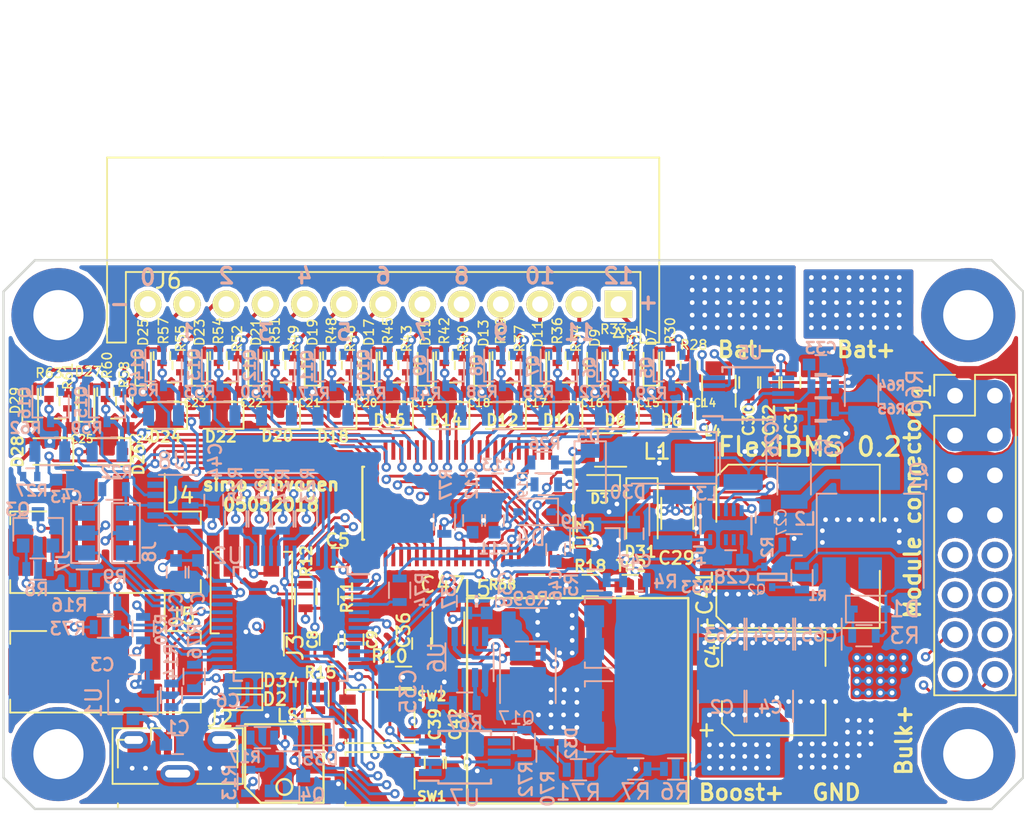
<source format=kicad_pcb>
(kicad_pcb (version 4) (host pcbnew 4.0.7)
  (layers (0 F.Cu signal) (1 In1.Cu signal) (2 In2.Cu signal) (31 B.Cu signal) (34 B.Paste user) (35 F.Paste user) (36 B.SilkS user) (37 F.SilkS user) (38 B.Mask user) (39 F.Mask user) (44 Edge.Cuts user))
  (net 0 "")
  (net 1 GND)
  (net 2 "Net-(C1-Pad1)")
  (net 3 +3V3)
  (net 4 "Net-(C12-Pad1)")
  (net 5 "Net-(C13-Pad2)")
  (net 6 /LTC6803-3/cellBalance_12/SENSE+)
  (net 7 /LTC6803-3/cellBalance_11/SENSE+)
  (net 8 /LTC6803-3/cellBalance_10/SENSE+)
  (net 9 /LTC6803-3/cellBalance_9/SENSE+)
  (net 10 /LTC6803-3/cellBalance_8/SENSE+)
  (net 11 /LTC6803-3/cellBalance_7/SENSE+)
  (net 12 /LTC6803-3/cellBalance_6/SENSE+)
  (net 13 /LTC6803-3/cellBalance_5/SENSE+)
  (net 14 /LTC6803-3/cellBalance_4/SENSE+)
  (net 15 /LTC6803-3/cellBalance_3/SENSE+)
  (net 16 /LTC6803-3/cellBalance_2/SENSE+)
  (net 17 /LTC6803-3/cellBalance_1/SENSE+)
  (net 18 "Net-(C26-Pad1)")
  (net 19 "Net-(C27-Pad1)")
  (net 20 "Net-(C28-Pad1)")
  (net 21 /BAT+)
  (net 22 "Net-(C31-Pad1)")
  (net 23 "Net-(C33-Pad2)")
  (net 24 "Net-(C34-Pad1)")
  (net 25 "Net-(C35-Pad2)")
  (net 26 "Net-(C36-Pad1)")
  (net 27 "Net-(D1-Pad2)")
  (net 28 "Net-(D2-Pad2)")
  (net 29 "Net-(D3-Pad2)")
  (net 30 "Net-(D3-Pad1)")
  (net 31 "Net-(D5-Pad1)")
  (net 32 "Net-(D7-Pad2)")
  (net 33 /LTC6803-3/cellBalance_11/CELL+)
  (net 34 "Net-(D9-Pad2)")
  (net 35 /LTC6803-3/cellBalance_10/CELL+)
  (net 36 "Net-(D11-Pad2)")
  (net 37 /LTC6803-3/cellBalance_9/CELL+)
  (net 38 "Net-(D13-Pad2)")
  (net 39 /LTC6803-3/cellBalance_8/CELL+)
  (net 40 "Net-(D15-Pad2)")
  (net 41 /LTC6803-3/cellBalance_7/CELL+)
  (net 42 "Net-(D17-Pad2)")
  (net 43 /LTC6803-3/cellBalance_6/CELL+)
  (net 44 "Net-(D19-Pad2)")
  (net 45 /LTC6803-3/cellBalance_5/CELL+)
  (net 46 "Net-(D21-Pad2)")
  (net 47 /LTC6803-3/cellBalance_4/CELL+)
  (net 48 "Net-(D23-Pad2)")
  (net 49 /LTC6803-3/cellBalance_3/CELL+)
  (net 50 "Net-(D25-Pad2)")
  (net 51 /LTC6803-3/cellBalance_2/CELL+)
  (net 52 "Net-(D27-Pad2)")
  (net 53 /LTC6803-3/cellBalance_1/CELL+)
  (net 54 /LTC6803-3/cellBalance_1/SENSE-)
  (net 55 "Net-(D29-Pad2)")
  (net 56 /LTC6803-3/cellBalance_1/CELL-)
  (net 57 "Net-(D32-Pad1)")
  (net 58 "Net-(J2-Pad2)")
  (net 59 "Net-(J2-Pad3)")
  (net 60 "Net-(J2-Pad4)")
  (net 61 /Microcontroller/SWCLK)
  (net 62 /Microcontroller/SWDIO)
  (net 63 /Microcontroller/USART1_RX)
  (net 64 /Microcontroller/USART1_TX)
  (net 65 "Net-(J4-Pad4)")
  (net 66 /LTC6803-3/cellBalance_12/CELL+)
  (net 67 "Net-(L3-Pad1)")
  (net 68 "Net-(Q2-Pad3)")
  (net 69 "Net-(Q3-Pad1)")
  (net 70 "Net-(Q4-Pad1)")
  (net 71 /LTC6803-3/cellBalance_12/BALANCE)
  (net 72 "Net-(Q5-Pad3)")
  (net 73 /LTC6803-3/cellBalance_11/BALANCE)
  (net 74 "Net-(Q6-Pad3)")
  (net 75 /LTC6803-3/cellBalance_10/BALANCE)
  (net 76 "Net-(Q7-Pad3)")
  (net 77 /LTC6803-3/cellBalance_9/BALANCE)
  (net 78 "Net-(Q8-Pad3)")
  (net 79 /LTC6803-3/cellBalance_8/BALANCE)
  (net 80 "Net-(Q9-Pad3)")
  (net 81 /LTC6803-3/cellBalance_7/BALANCE)
  (net 82 "Net-(Q10-Pad3)")
  (net 83 /LTC6803-3/cellBalance_6/BALANCE)
  (net 84 "Net-(Q11-Pad3)")
  (net 85 /LTC6803-3/cellBalance_5/BALANCE)
  (net 86 "Net-(Q12-Pad3)")
  (net 87 /LTC6803-3/cellBalance_4/BALANCE)
  (net 88 "Net-(Q13-Pad3)")
  (net 89 /LTC6803-3/cellBalance_3/BALANCE)
  (net 90 "Net-(Q14-Pad3)")
  (net 91 /LTC6803-3/cellBalance_2/BALANCE)
  (net 92 "Net-(Q15-Pad3)")
  (net 93 /LTC6803-3/cellBalance_1/BALANCE)
  (net 94 "Net-(Q16-Pad3)")
  (net 95 "Net-(Q17-Pad2)")
  (net 96 /MCU_BULK_SENSE)
  (net 97 /MCU_CHARGER_SENSE)
  (net 98 /Microcontroller/BL_EN)
  (net 99 "Net-(R10-Pad1)")
  (net 100 /I2C_SDA)
  (net 101 /I2C_SCL)
  (net 102 /Microcontroller/BUZZER)
  (net 103 /Microcontroller/SPI1_CLK)
  (net 104 /Microcontroller/SPI1_MOSI)
  (net 105 /Microcontroller/SPI1_MISO)
  (net 106 /Microcontroller/SPI1_CS)
  (net 107 "Net-(R67-Pad1)")
  (net 108 "Net-(R72-Pad1)")
  (net 109 "Net-(U2-Pad19)")
  (net 110 "Net-(U2-Pad20)")
  (net 111 "Net-(U3-Pad1)")
  (net 112 "Net-(U3-Pad2)")
  (net 113 "Net-(U3-Pad3)")
  (net 114 "Net-(U4-Pad7)")
  (net 115 "Net-(U4-Pad8)")
  (net 116 /MCU_SWITCH_ID)
  (net 117 /MCU_DISCHARGE_FET)
  (net 118 /MCU_SWITCH_TEMP)
  (net 119 /MCU_PRECHARGE_FET)
  (net 120 /MCU_LOAD_SENSE)
  (net 121 /ChargeFET/TO_BATTERY)
  (net 122 /CHARGE_FET)
  (net 123 /Boost-DAC/SW)
  (net 124 /Microcontroller/STATUS_LED_RED)
  (net 125 /Microcontroller/BOOST_TEMP)
  (net 126 /Boost-DAC/Vfb)
  (net 127 /Microcontroller/STATUS_LED_GREEN)
  (net 128 "Net-(U7-Pad5)")
  (net 129 /Microcontroller/AUX_LED)
  (net 130 /WATCHDOG)
  (net 131 "Net-(U3-Pad38)")
  (net 132 "Net-(U3-Pad31)")
  (net 133 "Net-(D34-Pad2)")
  (net 134 /Microcontroller/EXT_SWITCH)
  (net 135 /LTC6803-3/V-)
  (net 136 /BOOST_CHARGER)
  (net 137 /MAX17502/5V_VREG)
  (net 138 +5V)
  (net 139 /BULK_CHARGER)
  (net 140 /Microcontroller/CANL)
  (net 141 /Microcontroller/CANH)
  (net 142 "Net-(J5-Pad1)")
  (net 143 "Net-(Q4-Pad2)")
  (net 144 "Net-(SW1-Pad2)")
  (net 145 /Microcontroller/CAN_ENABLE)
  (net 146 /Microcontroller/5V_ENABLE)
  (net 147 "Net-(U2-Pad5)")
  (net 148 /Microcontroller/CAN_RX)
  (net 149 /Microcontroller/CAN_TX)
  (net 150 "Net-(U8-Pad8)")
  (net 151 "Net-(J4-Pad2)")
  (net 152 "Net-(J4-Pad3)")
  (net 153 "Net-(J5-Pad4)")
  (net 154 "Net-(U2-Pad21)")
  (net 155 "Net-(U2-Pad22)")
  (net 156 /BOOST_ENABLE)
  (net 157 "Net-(D35-Pad1)")
  (module Wire_Pads:SolderWirePad_single_2-5mmDrill (layer F.Cu) (at 201.5 81.5)
    (fp_text reference REF** hide)
    (fp_text value SolderWirePad_single_2-5mmDrill)
    (pad 1 thru_hole circle (at 0 0) (size 6 6) (drill 3.2) (layers *.Cu *.Mask))
  )
  (module Wire_Pads:SolderWirePad_single_2-5mmDrill (layer F.Cu) (at 201.5 53.5)
    (fp_text reference REF** hide)
    (fp_text value SolderWirePad_single_2-5mmDrill)
    (pad 1 thru_hole circle (at 0 0) (size 6 6) (drill 3.2) (layers *.Cu *.Mask))
  )
  (module Wire_Pads:SolderWirePad_single_2-5mmDrill (layer F.Cu) (at 143.5 81.5)
    (fp_text reference REF** hide)
    (fp_text value SolderWirePad_single_2-5mmDrill)
    (pad 1 thru_hole circle (at 0 0) (size 6 6) (drill 3.2) (layers *.Cu *.Mask))
  )
  (module Connectors_JST:JST_XH_S13B-XH-A_13x2.50mm_Angled (layer F.Cu) (at 179.2 52.8 180)
    (fp_text reference J6 (at 28.7 1.5 180) (layer F.SilkS))
    (fp_text value JST_XH-13)
    (pad 1 thru_hole rect (at 0 0 180) (size 1.75 1.75) (drill 1) (layers *.Cu *.Mask F.SilkS) (net 66 /LTC6803-3/cellBalance_12/CELL+))
    (pad 2 thru_hole circle (at 2.5 0 180) (size 1.75 1.75) (drill 1) (layers *.Cu *.Mask F.SilkS) (net 33 /LTC6803-3/cellBalance_11/CELL+))
    (pad 3 thru_hole circle (at 5 0 180) (size 1.75 1.75) (drill 1) (layers *.Cu *.Mask F.SilkS) (net 35 /LTC6803-3/cellBalance_10/CELL+))
    (pad 4 thru_hole circle (at 7.5 0 180) (size 1.75 1.75) (drill 1) (layers *.Cu *.Mask F.SilkS) (net 37 /LTC6803-3/cellBalance_9/CELL+))
    (pad 5 thru_hole circle (at 10 0 180) (size 1.75 1.75) (drill 1) (layers *.Cu *.Mask F.SilkS) (net 39 /LTC6803-3/cellBalance_8/CELL+))
    (pad 6 thru_hole circle (at 12.5 0 180) (size 1.75 1.75) (drill 1) (layers *.Cu *.Mask F.SilkS) (net 41 /LTC6803-3/cellBalance_7/CELL+))
    (pad 7 thru_hole circle (at 15 0 180) (size 1.75 1.75) (drill 1) (layers *.Cu *.Mask F.SilkS) (net 43 /LTC6803-3/cellBalance_6/CELL+))
    (pad 8 thru_hole circle (at 17.5 0 180) (size 1.75 1.75) (drill 1) (layers *.Cu *.Mask F.SilkS) (net 45 /LTC6803-3/cellBalance_5/CELL+))
    (pad 9 thru_hole circle (at 20 0 180) (size 1.75 1.75) (drill 1) (layers *.Cu *.Mask F.SilkS) (net 47 /LTC6803-3/cellBalance_4/CELL+))
    (pad 10 thru_hole circle (at 22.5 0 180) (size 1.75 1.75) (drill 1) (layers *.Cu *.Mask F.SilkS) (net 49 /LTC6803-3/cellBalance_3/CELL+))
    (pad 11 thru_hole circle (at 25 0 180) (size 1.75 1.75) (drill 1) (layers *.Cu *.Mask F.SilkS) (net 51 /LTC6803-3/cellBalance_2/CELL+))
    (pad 12 thru_hole circle (at 27.5 0 180) (size 1.75 1.75) (drill 1) (layers *.Cu *.Mask F.SilkS) (net 53 /LTC6803-3/cellBalance_1/CELL+))
    (pad 13 thru_hole circle (at 30 0 180) (size 1.75 1.75) (drill 1) (layers *.Cu *.Mask F.SilkS) (net 56 /LTC6803-3/cellBalance_1/CELL-))
  )
  (module Capacitors_SMD:C_0603 (layer B.Cu) (at 151.1 80.9)
    (fp_text reference C1 (at 0 -1.1) (layer B.SilkS) (effects (font (size 0.8 0.8)) (justify mirror)))
    (fp_text value 2µ2,16V)
    (pad 2 smd rect (at 0.75 0) (size 0.8 0.75) (layers B.Cu B.Paste B.Mask) (net 1 GND))
    (pad 1 smd rect (at -0.75 0) (size 0.8 0.75) (layers B.Cu B.Paste B.Mask) (net 2 "Net-(C1-Pad1)"))
  )
  (module Capacitors_SMD:C_0603 (layer B.Cu) (at 148.35 75.8 180)
    (fp_text reference C3 (at 2.05 0 180) (layer B.SilkS) (effects (font (size 0.8 0.8)) (justify mirror)))
    (fp_text value 2µ2,16V)
    (pad 2 smd rect (at 0.75 0 180) (size 0.8 0.75) (layers B.Cu B.Paste B.Mask) (net 1 GND))
    (pad 1 smd rect (at -0.75 0 180) (size 0.8 0.75) (layers B.Cu B.Paste B.Mask) (net 3 +3V3))
  )
  (module Capacitors_SMD:C_0603 (layer F.Cu) (at 161.25 68.95 180)
    (fp_text reference C5 (at -0.05 1.1 180) (layer F.SilkS) (effects (font (size 0.8 0.8))))
    (fp_text value 2µ2,16V)
    (pad 2 smd rect (at 0.75 0 180) (size 0.8 0.75) (layers F.Cu F.Paste F.Mask) (net 1 GND))
    (pad 1 smd rect (at -0.75 0 180) (size 0.8 0.75) (layers F.Cu F.Paste F.Mask) (net 3 +3V3))
  )
  (module Capacitors_SMD:C_0603 (layer B.Cu) (at 155.2 79.1)
    (fp_text reference C6 (at -0.9 -1) (layer B.SilkS) (effects (font (size 0.8 0.8)) (justify mirror)))
    (fp_text value 2µ2,16V)
    (pad 2 smd rect (at 0.75 0) (size 0.8 0.75) (layers B.Cu B.Paste B.Mask) (net 1 GND))
    (pad 1 smd rect (at -0.75 0) (size 0.8 0.75) (layers B.Cu B.Paste B.Mask) (net 3 +3V3))
  )
  (module Capacitors_SMD:C_0603 (layer B.Cu) (at 152.4 69.9 270)
    (fp_text reference C7 (at 2 0 450) (layer B.SilkS) (effects (font (size 0.8 0.8)) (justify mirror)))
    (fp_text value 2µ2,16V)
    (pad 2 smd rect (at 0.75 0 270) (size 0.8 0.75) (layers B.Cu B.Paste B.Mask) (net 1 GND))
    (pad 1 smd rect (at -0.75 0 270) (size 0.8 0.75) (layers B.Cu B.Paste B.Mask) (net 3 +3V3))
  )
  (module Capacitors_SMD:C_0603 (layer F.Cu) (at 160.75 74.2 90)
    (fp_text reference C8 (at 0 -1.05 90) (layer F.SilkS) (effects (font (size 0.6 0.6))))
    (fp_text value 100n,100V)
    (pad 2 smd rect (at 0.75 0 90) (size 0.8 0.75) (layers F.Cu F.Paste F.Mask) (net 1 GND))
    (pad 1 smd rect (at -0.75 0 90) (size 0.8 0.75) (layers F.Cu F.Paste F.Mask) (net 3 +3V3))
  )
  (module Capacitors_SMD:C_0603 (layer F.Cu) (at 162.35 74.2 90)
    (fp_text reference C9 (at 0 1.15 90) (layer F.SilkS) (effects (font (size 0.6 0.6))))
    (fp_text value 2µ2,16V)
    (pad 2 smd rect (at 0.75 0 90) (size 0.8 0.75) (layers F.Cu F.Paste F.Mask) (net 1 GND))
    (pad 1 smd rect (at -0.75 0 90) (size 0.8 0.75) (layers F.Cu F.Paste F.Mask) (net 3 +3V3))
  )
  (module Capacitors_SMD:C_0603 (layer B.Cu) (at 151 69.9 270)
    (fp_text reference C10 (at 2.4 0 450) (layer B.SilkS) (effects (font (size 0.8 0.8)) (justify mirror)))
    (fp_text value 100n,100V)
    (pad 2 smd rect (at 0.75 0 270) (size 0.8 0.75) (layers B.Cu B.Paste B.Mask) (net 1 GND))
    (pad 1 smd rect (at -0.75 0 270) (size 0.8 0.75) (layers B.Cu B.Paste B.Mask) (net 3 +3V3))
  )
  (module Capacitors_SMD:C_0603 (layer B.Cu) (at 171.3 66.6 90)
    (fp_text reference C11 (at -1.8 0 360) (layer B.SilkS) (effects (font (size 0.7 0.7)) (justify mirror)))
    (fp_text value 2µ2,16V)
    (pad 2 smd rect (at 0.75 0 90) (size 0.8 0.75) (layers B.Cu B.Paste B.Mask) (net 1 GND))
    (pad 1 smd rect (at -0.75 0 90) (size 0.8 0.75) (layers B.Cu B.Paste B.Mask) (net 137 /MAX17502/5V_VREG))
  )
  (module Capacitors_SMD:C_0603 (layer B.Cu) (at 169.9 66.6 90)
    (fp_text reference C12 (at 2.35 -0.05 90) (layer B.SilkS) (effects (font (size 0.7 0.7)) (justify mirror)))
    (fp_text value 2µ2,16V)
    (pad 2 smd rect (at 0.75 0 90) (size 0.8 0.75) (layers B.Cu B.Paste B.Mask) (net 1 GND))
    (pad 1 smd rect (at -0.75 0 90) (size 0.8 0.75) (layers B.Cu B.Paste B.Mask) (net 4 "Net-(C12-Pad1)"))
  )
  (module Capacitors_SMD:C_0603 (layer B.Cu) (at 171.5 64.2)
    (fp_text reference C13 (at 0 -1.15) (layer B.SilkS) (effects (font (size 0.7 0.7)) (justify mirror)))
    (fp_text value 100n,100V)
    (pad 2 smd rect (at 0.75 0) (size 0.8 0.75) (layers B.Cu B.Paste B.Mask) (net 5 "Net-(C13-Pad2)"))
    (pad 1 smd rect (at -0.75 0) (size 0.8 0.75) (layers B.Cu B.Paste B.Mask) (net 135 /LTC6803-3/V-))
  )
  (module Capacitors_SMD:C_0603 (layer F.Cu) (at 183.2 58.4 180)
    (fp_text reference C14 (at -1.5 -0.7 180) (layer F.SilkS) (effects (font (size 0.5 0.5) (thickness 0.1))))
    (fp_text value 100n,100V)
    (pad 2 smd rect (at 0.75 0 180) (size 0.8 0.75) (layers F.Cu F.Paste F.Mask) (net 1 GND))
    (pad 1 smd rect (at -0.75 0 180) (size 0.8 0.75) (layers F.Cu F.Paste F.Mask) (net 6 /LTC6803-3/cellBalance_12/SENSE+))
  )
  (module Capacitors_SMD:C_0603 (layer F.Cu) (at 179.6 58.4 180)
    (fp_text reference C15 (at -1.5 -0.7 180) (layer F.SilkS) (effects (font (size 0.5 0.5) (thickness 0.1))))
    (fp_text value 100n,100V)
    (pad 2 smd rect (at 0.75 0 180) (size 0.8 0.75) (layers F.Cu F.Paste F.Mask) (net 1 GND))
    (pad 1 smd rect (at -0.75 0 180) (size 0.8 0.75) (layers F.Cu F.Paste F.Mask) (net 7 /LTC6803-3/cellBalance_11/SENSE+))
  )
  (module Capacitors_SMD:C_0603 (layer F.Cu) (at 176 58.4 180)
    (fp_text reference C16 (at -1.5 -0.7 180) (layer F.SilkS) (effects (font (size 0.5 0.5) (thickness 0.1))))
    (fp_text value 100n,100V)
    (pad 2 smd rect (at 0.75 0 180) (size 0.8 0.75) (layers F.Cu F.Paste F.Mask) (net 1 GND))
    (pad 1 smd rect (at -0.75 0 180) (size 0.8 0.75) (layers F.Cu F.Paste F.Mask) (net 8 /LTC6803-3/cellBalance_10/SENSE+))
  )
  (module Capacitors_SMD:C_0603 (layer F.Cu) (at 172.4 58.4 180)
    (fp_text reference C17 (at -1.5 -0.7 180) (layer F.SilkS) (effects (font (size 0.5 0.5) (thickness 0.1))))
    (fp_text value 100n,100V)
    (pad 2 smd rect (at 0.75 0 180) (size 0.8 0.75) (layers F.Cu F.Paste F.Mask) (net 1 GND))
    (pad 1 smd rect (at -0.75 0 180) (size 0.8 0.75) (layers F.Cu F.Paste F.Mask) (net 9 /LTC6803-3/cellBalance_9/SENSE+))
  )
  (module Capacitors_SMD:C_0603 (layer F.Cu) (at 168.8 58.4 180)
    (fp_text reference C18 (at -1.5 -0.7 180) (layer F.SilkS) (effects (font (size 0.5 0.5) (thickness 0.1))))
    (fp_text value 100n,100V)
    (pad 2 smd rect (at 0.75 0 180) (size 0.8 0.75) (layers F.Cu F.Paste F.Mask) (net 1 GND))
    (pad 1 smd rect (at -0.75 0 180) (size 0.8 0.75) (layers F.Cu F.Paste F.Mask) (net 10 /LTC6803-3/cellBalance_8/SENSE+))
  )
  (module Capacitors_SMD:C_0603 (layer F.Cu) (at 165.2 58.4 180)
    (fp_text reference C19 (at -1.5 -0.7 180) (layer F.SilkS) (effects (font (size 0.5 0.5) (thickness 0.1))))
    (fp_text value 100n,100V)
    (pad 2 smd rect (at 0.75 0 180) (size 0.8 0.75) (layers F.Cu F.Paste F.Mask) (net 1 GND))
    (pad 1 smd rect (at -0.75 0 180) (size 0.8 0.75) (layers F.Cu F.Paste F.Mask) (net 11 /LTC6803-3/cellBalance_7/SENSE+))
  )
  (module Capacitors_SMD:C_0603 (layer F.Cu) (at 161.6 58.4 180)
    (fp_text reference C20 (at -1.5 -0.7 180) (layer F.SilkS) (effects (font (size 0.5 0.5) (thickness 0.1))))
    (fp_text value 100n,100V)
    (pad 2 smd rect (at 0.75 0 180) (size 0.8 0.75) (layers F.Cu F.Paste F.Mask) (net 1 GND))
    (pad 1 smd rect (at -0.75 0 180) (size 0.8 0.75) (layers F.Cu F.Paste F.Mask) (net 12 /LTC6803-3/cellBalance_6/SENSE+))
  )
  (module Capacitors_SMD:C_0603 (layer F.Cu) (at 158 58.4 180)
    (fp_text reference C21 (at -1.5 -0.7 180) (layer F.SilkS) (effects (font (size 0.5 0.5) (thickness 0.1))))
    (fp_text value 100n,100V)
    (pad 2 smd rect (at 0.75 0 180) (size 0.8 0.75) (layers F.Cu F.Paste F.Mask) (net 1 GND))
    (pad 1 smd rect (at -0.75 0 180) (size 0.8 0.75) (layers F.Cu F.Paste F.Mask) (net 13 /LTC6803-3/cellBalance_5/SENSE+))
  )
  (module Capacitors_SMD:C_0603 (layer F.Cu) (at 154.4 58.4 180)
    (fp_text reference C22 (at -1.4 -0.7 180) (layer F.SilkS) (effects (font (size 0.5 0.5) (thickness 0.1))))
    (fp_text value 100n,100V)
    (pad 2 smd rect (at 0.75 0 180) (size 0.8 0.75) (layers F.Cu F.Paste F.Mask) (net 1 GND))
    (pad 1 smd rect (at -0.75 0 180) (size 0.8 0.75) (layers F.Cu F.Paste F.Mask) (net 14 /LTC6803-3/cellBalance_4/SENSE+))
  )
  (module Capacitors_SMD:C_0603 (layer F.Cu) (at 150.8 58.4 180)
    (fp_text reference C23 (at -1.4 -0.7 180) (layer F.SilkS) (effects (font (size 0.5 0.5) (thickness 0.1))))
    (fp_text value 100n,100V)
    (pad 2 smd rect (at 0.75 0 180) (size 0.8 0.75) (layers F.Cu F.Paste F.Mask) (net 1 GND))
    (pad 1 smd rect (at -0.75 0 180) (size 0.8 0.75) (layers F.Cu F.Paste F.Mask) (net 15 /LTC6803-3/cellBalance_3/SENSE+))
  )
  (module Capacitors_SMD:C_0603 (layer F.Cu) (at 147.2 60.7 180)
    (fp_text reference C24 (at -1.5 -0.7 180) (layer F.SilkS) (effects (font (size 0.5 0.5) (thickness 0.1))))
    (fp_text value 100n,100V)
    (pad 2 smd rect (at 0.75 0 180) (size 0.8 0.75) (layers F.Cu F.Paste F.Mask) (net 1 GND))
    (pad 1 smd rect (at -0.75 0 180) (size 0.8 0.75) (layers F.Cu F.Paste F.Mask) (net 16 /LTC6803-3/cellBalance_2/SENSE+))
  )
  (module Capacitors_SMD:C_0603 (layer F.Cu) (at 143.6 60.7 180)
    (fp_text reference C25 (at -1.4 -0.7 180) (layer F.SilkS) (effects (font (size 0.5 0.5) (thickness 0.1))))
    (fp_text value 100n,100V)
    (pad 2 smd rect (at 0.75 0 180) (size 0.8 0.75) (layers F.Cu F.Paste F.Mask) (net 1 GND))
    (pad 1 smd rect (at -0.75 0 180) (size 0.8 0.75) (layers F.Cu F.Paste F.Mask) (net 17 /LTC6803-3/cellBalance_1/SENSE+))
  )
  (module Capacitors_SMD:C_0603 (layer B.Cu) (at 188.55 66.4 270)
    (fp_text reference C27 (at 0.3 -1.05 270) (layer B.SilkS) (effects (font (size 0.6 0.6) (thickness 0.1)) (justify mirror)))
    (fp_text value 2µ2,16V)
    (pad 2 smd rect (at 0.75 0 270) (size 0.8 0.75) (layers B.Cu B.Paste B.Mask) (net 1 GND))
    (pad 1 smd rect (at -0.75 0 270) (size 0.8 0.75) (layers B.Cu B.Paste B.Mask) (net 19 "Net-(C27-Pad1)"))
  )
  (module Capacitors_SMD:C_0603 (layer B.Cu) (at 186.35 69.1 180)
    (fp_text reference C28 (at -0.1 -1.1 180) (layer B.SilkS) (effects (font (size 0.8 0.8)) (justify mirror)))
    (fp_text value 100n,100V)
    (pad 2 smd rect (at 0.75 0 180) (size 0.8 0.75) (layers B.Cu B.Paste B.Mask) (net 1 GND))
    (pad 1 smd rect (at -0.75 0 180) (size 0.8 0.75) (layers B.Cu B.Paste B.Mask) (net 20 "Net-(C28-Pad1)"))
  )
  (module Capacitors_SMD:C_1206 (layer F.Cu) (at 182.95 66.15 270)
    (fp_text reference C29 (at 2.85 0.05 360) (layer F.SilkS) (effects (font (size 0.8 0.8))))
    (fp_text value 47µ,6V3)
    (pad 1 smd rect (at -1.5 0 270) (size 1 1.6) (layers F.Cu F.Paste F.Mask) (net 138 +5V))
    (pad 2 smd rect (at 1.5 0 270) (size 1 1.6) (layers F.Cu F.Paste F.Mask) (net 1 GND))
  )
  (module Capacitors_SMD:C_0603 (layer F.Cu) (at 187.5 57.8 90)
    (fp_text reference C30 (at -2.4 0 90) (layer F.SilkS) (effects (font (size 0.7 0.7))))
    (fp_text value 100n,100V)
    (pad 2 smd rect (at 0.75 0 90) (size 0.8 0.75) (layers F.Cu F.Paste F.Mask) (net 1 GND))
    (pad 1 smd rect (at -0.75 0 90) (size 0.8 0.75) (layers F.Cu F.Paste F.Mask) (net 21 /BAT+))
  )
  (module Capacitors_SMD:C_0603 (layer F.Cu) (at 190.2 57.8 270)
    (fp_text reference C31 (at 2.3 0 270) (layer F.SilkS) (effects (font (size 0.7 0.7))))
    (fp_text value 2µ2,16V)
    (pad 2 smd rect (at 0.75 0 270) (size 0.8 0.75) (layers F.Cu F.Paste F.Mask) (net 1 GND))
    (pad 1 smd rect (at -0.75 0 270) (size 0.8 0.75) (layers F.Cu F.Paste F.Mask) (net 22 "Net-(C31-Pad1)"))
  )
  (module Capacitors_SMD:C_0603 (layer F.Cu) (at 188.85 57.8 270)
    (fp_text reference C32 (at 2.4 0.05 270) (layer F.SilkS) (effects (font (size 0.7 0.7))))
    (fp_text value 100n,100V)
    (pad 2 smd rect (at 0.75 0 270) (size 0.8 0.75) (layers F.Cu F.Paste F.Mask) (net 1 GND))
    (pad 1 smd rect (at -0.75 0 270) (size 0.8 0.75) (layers F.Cu F.Paste F.Mask) (net 22 "Net-(C31-Pad1)"))
  )
  (module Capacitors_SMD:C_0603 (layer B.Cu) (at 192.1 56.65 180)
    (fp_text reference C33 (at 0 1.05 180) (layer B.SilkS) (effects (font (size 0.7 0.7)) (justify mirror)))
    (fp_text value 100n,100V)
    (pad 2 smd rect (at 0.75 0 180) (size 0.8 0.75) (layers B.Cu B.Paste B.Mask) (net 23 "Net-(C33-Pad2)"))
    (pad 1 smd rect (at -0.75 0 180) (size 0.8 0.75) (layers B.Cu B.Paste B.Mask) (net 1 GND))
  )
  (module Capacitors_SMD:C_0603 (layer B.Cu) (at 192.1 60.9)
    (fp_text reference C34 (at 0.5 1.1) (layer B.SilkS) (effects (font (size 0.7 0.7)) (justify mirror)))
    (fp_text value 100n,100V)
    (pad 2 smd rect (at 0.75 0) (size 0.8 0.75) (layers B.Cu B.Paste B.Mask) (net 1 GND))
    (pad 1 smd rect (at -0.75 0) (size 0.8 0.75) (layers B.Cu B.Paste B.Mask) (net 24 "Net-(C34-Pad1)"))
  )
  (module Capacitors_SMD:C_0603 (layer B.Cu) (at 167.3 77.5 270)
    (fp_text reference C35 (at 0 1.5 270) (layer B.SilkS) (effects (justify mirror)))
    (fp_text value 6n8,50V)
    (pad 2 smd rect (at 0.75 0 270) (size 0.8 0.75) (layers B.Cu B.Paste B.Mask) (net 25 "Net-(C35-Pad2)"))
    (pad 1 smd rect (at -0.75 0 270) (size 0.8 0.75) (layers B.Cu B.Paste B.Mask) (net 1 GND))
  )
  (module Capacitors_SMD:C_1206 (layer F.Cu) (at 168.35 73.45 270)
    (fp_text reference C36 (at 0.15 2.85 270) (layer F.SilkS) (effects (font (size 0.8 0.8))))
    (fp_text value 10µ,16V)
    (pad 1 smd rect (at -1.5 0 270) (size 1 1.6) (layers F.Cu F.Paste F.Mask) (net 26 "Net-(C36-Pad1)"))
    (pad 2 smd rect (at 1.5 0 270) (size 1 1.6) (layers F.Cu F.Paste F.Mask) (net 1 GND))
  )
  (module Capacitors_SMD:C_0603 (layer B.Cu) (at 169.5 71.75 90)
    (fp_text reference C37 (at 0.65 -1.1 90) (layer B.SilkS) (effects (font (size 0.8 0.8)) (justify mirror)))
    (fp_text value 2µ2,16V)
    (pad 2 smd rect (at 0.75 0 90) (size 0.8 0.75) (layers B.Cu B.Paste B.Mask) (net 1 GND))
    (pad 1 smd rect (at -0.75 0 90) (size 0.8 0.75) (layers B.Cu B.Paste B.Mask) (net 26 "Net-(C36-Pad1)"))
  )
  (module Capacitors_SMD:C_0603 (layer B.Cu) (at 170.8 71.75 90)
    (fp_text reference C38 (at 0.75 1.2 90) (layer B.SilkS) (effects (font (size 0.8 0.8)) (justify mirror)))
    (fp_text value 2µ2,16V)
    (pad 2 smd rect (at 0.75 0 90) (size 0.8 0.75) (layers B.Cu B.Paste B.Mask) (net 1 GND))
    (pad 1 smd rect (at -0.75 0 90) (size 0.8 0.75) (layers B.Cu B.Paste B.Mask) (net 26 "Net-(C36-Pad1)"))
  )
  (module Capacitors_SMD:C_0603 (layer F.Cu) (at 167.45 82.05 270)
    (fp_text reference C39 (at -2.45 -0.05 270) (layer F.SilkS) (effects (font (size 0.7 0.7))))
    (fp_text value 2µ2,16V)
    (pad 2 smd rect (at 0.75 0 270) (size 0.8 0.75) (layers F.Cu F.Paste F.Mask) (net 1 GND))
    (pad 1 smd rect (at -0.75 0 270) (size 0.8 0.75) (layers F.Cu F.Paste F.Mask) (net 3 +3V3))
  )
  (module Capacitors_SMD:CP_Elec_10x10 (layer F.Cu) (at 190.65 68.25)
    (fp_text reference C41 (at -5.95 2.95 90) (layer F.SilkS))
    (fp_text value 100µ,63V)
    (fp_text user + (at -5.78 4.97) (layer F.SilkS))
    (pad 1 smd rect (at -4 0 180) (size 4 2.5) (layers F.Cu F.Paste F.Mask) (net 139 /BULK_CHARGER))
    (pad 2 smd rect (at 4 0 180) (size 4 2.5) (layers F.Cu F.Paste F.Mask) (net 1 GND))
  )
  (module Capacitors_SMD:C_0603 (layer F.Cu) (at 168.8 82.05 90)
    (fp_text reference C42 (at 2.45 0 90) (layer F.SilkS) (effects (font (size 0.7 0.7))))
    (fp_text value 2µ2,16V)
    (pad 2 smd rect (at 0.75 0 90) (size 0.8 0.75) (layers F.Cu F.Paste F.Mask) (net 3 +3V3))
    (pad 1 smd rect (at -0.75 0 90) (size 0.8 0.75) (layers F.Cu F.Paste F.Mask) (net 1 GND))
  )
  (module Diodes_SMD:D_SOD-323 (layer B.Cu) (at 195.2 72.25)
    (fp_text reference D1 (at 2.25 0) (layer B.SilkS) (effects (justify mirror)))
    (fp_text value 12V)
    (pad 1 smd rect (at -1.05 0) (size 0.6 0.45) (layers B.Cu B.Paste B.Mask) (net 139 /BULK_CHARGER))
    (pad 2 smd rect (at 1.05 0) (size 0.6 0.45) (layers B.Cu B.Paste B.Mask) (net 27 "Net-(D1-Pad2)"))
  )
  (module LEDs:LED_0603 (layer F.Cu) (at 155.2 78.2 180)
    (fp_text reference D2 (at -2.1 0.2 180) (layer F.SilkS) (effects (font (size 0.8 0.8))))
    (fp_text value LED)
    (pad 2 smd rect (at 0.8 0) (size 0.8 0.8) (layers F.Cu F.Paste F.Mask) (net 28 "Net-(D2-Pad2)"))
    (pad 1 smd rect (at -0.8 0) (size 0.8 0.8) (layers F.Cu F.Paste F.Mask) (net 1 GND))
  )
  (module LEDs:LED_0603 (layer F.Cu) (at 178 64.2 180)
    (fp_text reference D3 (at 0 -1 180) (layer F.SilkS) (effects (font (size 0.6 0.6))))
    (fp_text value LED)
    (pad 2 smd rect (at 0.8 0) (size 0.8 0.8) (layers F.Cu F.Paste F.Mask) (net 29 "Net-(D3-Pad2)"))
    (pad 1 smd rect (at -0.8 0) (size 0.8 0.8) (layers F.Cu F.Paste F.Mask) (net 30 "Net-(D3-Pad1)"))
  )
  (module Diodes_SMD:D_SOD-123 (layer B.Cu) (at 177.4 63.8 270)
    (fp_text reference D5 (at -2.6 0.1 360) (layer B.SilkS) (effects (font (size 0.8 0.8)) (justify mirror)))
    (fp_text value 62V)
    (pad 1 smd rect (at -1.65 0 270) (size 0.9 1.2) (layers B.Cu B.Paste B.Mask) (net 31 "Net-(D5-Pad1)"))
    (pad 2 smd rect (at 1.65 0 270) (size 0.9 1.2) (layers B.Cu B.Paste B.Mask) (net 1 GND))
  )
  (module Diodes_SMD:D_SOD-323 (layer F.Cu) (at 182.6 59.9 180)
    (fp_text reference D6 (at 0 -0.3 180) (layer F.SilkS) (effects (font (size 0.7 0.7))))
    (fp_text value 7V5)
    (pad 1 smd rect (at -1.05 0 180) (size 0.6 0.45) (layers F.Cu F.Paste F.Mask) (net 6 /LTC6803-3/cellBalance_12/SENSE+))
    (pad 2 smd rect (at 1.05 0 180) (size 0.6 0.45) (layers F.Cu F.Paste F.Mask) (net 7 /LTC6803-3/cellBalance_11/SENSE+))
  )
  (module LEDs:LED_0603 (layer F.Cu) (at 181.3 56.7 90)
    (fp_text reference D7 (at 1.8 0 90) (layer F.SilkS) (effects (font (size 0.6 0.6) (thickness 0.1))))
    (fp_text value LED)
    (pad 2 smd rect (at 0.8 0 270) (size 0.8 0.8) (layers F.Cu F.Paste F.Mask) (net 32 "Net-(D7-Pad2)"))
    (pad 1 smd rect (at -0.8 0 270) (size 0.8 0.8) (layers F.Cu F.Paste F.Mask) (net 33 /LTC6803-3/cellBalance_11/CELL+))
  )
  (module Diodes_SMD:D_SOD-323 (layer F.Cu) (at 179 59.9 180)
    (fp_text reference D8 (at 0 -0.3 180) (layer F.SilkS) (effects (font (size 0.7 0.7))))
    (fp_text value 7V5)
    (pad 1 smd rect (at -1.05 0 180) (size 0.6 0.45) (layers F.Cu F.Paste F.Mask) (net 7 /LTC6803-3/cellBalance_11/SENSE+))
    (pad 2 smd rect (at 1.05 0 180) (size 0.6 0.45) (layers F.Cu F.Paste F.Mask) (net 8 /LTC6803-3/cellBalance_10/SENSE+))
  )
  (module LEDs:LED_0603 (layer F.Cu) (at 177.7 56.7 90)
    (fp_text reference D9 (at 1.75 0 90) (layer F.SilkS) (effects (font (size 0.6 0.6) (thickness 0.1))))
    (fp_text value LED)
    (pad 2 smd rect (at 0.8 0 270) (size 0.8 0.8) (layers F.Cu F.Paste F.Mask) (net 34 "Net-(D9-Pad2)"))
    (pad 1 smd rect (at -0.8 0 270) (size 0.8 0.8) (layers F.Cu F.Paste F.Mask) (net 35 /LTC6803-3/cellBalance_10/CELL+))
  )
  (module Diodes_SMD:D_SOD-323 (layer F.Cu) (at 175.4 59.9 180)
    (fp_text reference D10 (at 0 -0.3 180) (layer F.SilkS) (effects (font (size 0.7 0.7))))
    (fp_text value 7V5)
    (pad 1 smd rect (at -1.05 0 180) (size 0.6 0.45) (layers F.Cu F.Paste F.Mask) (net 8 /LTC6803-3/cellBalance_10/SENSE+))
    (pad 2 smd rect (at 1.05 0 180) (size 0.6 0.45) (layers F.Cu F.Paste F.Mask) (net 9 /LTC6803-3/cellBalance_9/SENSE+))
  )
  (module LEDs:LED_0603 (layer F.Cu) (at 174.1 56.7 90)
    (fp_text reference D11 (at 2 -0.05 90) (layer F.SilkS) (effects (font (size 0.6 0.6) (thickness 0.1))))
    (fp_text value LED)
    (pad 2 smd rect (at 0.8 0 270) (size 0.8 0.8) (layers F.Cu F.Paste F.Mask) (net 36 "Net-(D11-Pad2)"))
    (pad 1 smd rect (at -0.8 0 270) (size 0.8 0.8) (layers F.Cu F.Paste F.Mask) (net 37 /LTC6803-3/cellBalance_9/CELL+))
  )
  (module Diodes_SMD:D_SOD-323 (layer F.Cu) (at 171.8 59.9 180)
    (fp_text reference D12 (at 0 -0.3 180) (layer F.SilkS) (effects (font (size 0.7 0.7))))
    (fp_text value 7V5)
    (pad 1 smd rect (at -1.05 0 180) (size 0.6 0.45) (layers F.Cu F.Paste F.Mask) (net 9 /LTC6803-3/cellBalance_9/SENSE+))
    (pad 2 smd rect (at 1.05 0 180) (size 0.6 0.45) (layers F.Cu F.Paste F.Mask) (net 10 /LTC6803-3/cellBalance_8/SENSE+))
  )
  (module LEDs:LED_0603 (layer F.Cu) (at 170.5 56.7 90)
    (fp_text reference D13 (at 2.05 0.1 90) (layer F.SilkS) (effects (font (size 0.6 0.6) (thickness 0.1))))
    (fp_text value LED)
    (pad 2 smd rect (at 0.8 0 270) (size 0.8 0.8) (layers F.Cu F.Paste F.Mask) (net 38 "Net-(D13-Pad2)"))
    (pad 1 smd rect (at -0.8 0 270) (size 0.8 0.8) (layers F.Cu F.Paste F.Mask) (net 39 /LTC6803-3/cellBalance_8/CELL+))
  )
  (module Diodes_SMD:D_SOD-323 (layer F.Cu) (at 168.2 59.9 180)
    (fp_text reference D14 (at 0 -0.3 180) (layer F.SilkS) (effects (font (size 0.7 0.7))))
    (fp_text value 7V5)
    (pad 1 smd rect (at -1.05 0 180) (size 0.6 0.45) (layers F.Cu F.Paste F.Mask) (net 10 /LTC6803-3/cellBalance_8/SENSE+))
    (pad 2 smd rect (at 1.05 0 180) (size 0.6 0.45) (layers F.Cu F.Paste F.Mask) (net 11 /LTC6803-3/cellBalance_7/SENSE+))
  )
  (module LEDs:LED_0603 (layer F.Cu) (at 166.9 56.7 90)
    (fp_text reference D15 (at 2.1 0 90) (layer F.SilkS) (effects (font (size 0.6 0.6) (thickness 0.1))))
    (fp_text value LED)
    (pad 2 smd rect (at 0.8 0 270) (size 0.8 0.8) (layers F.Cu F.Paste F.Mask) (net 40 "Net-(D15-Pad2)"))
    (pad 1 smd rect (at -0.8 0 270) (size 0.8 0.8) (layers F.Cu F.Paste F.Mask) (net 41 /LTC6803-3/cellBalance_7/CELL+))
  )
  (module Diodes_SMD:D_SOD-323 (layer F.Cu) (at 164.6 59.9 180)
    (fp_text reference D16 (at 0 -0.3 180) (layer F.SilkS) (effects (font (size 0.7 0.7))))
    (fp_text value 7V5)
    (pad 1 smd rect (at -1.05 0 180) (size 0.6 0.45) (layers F.Cu F.Paste F.Mask) (net 11 /LTC6803-3/cellBalance_7/SENSE+))
    (pad 2 smd rect (at 1.05 0 180) (size 0.6 0.45) (layers F.Cu F.Paste F.Mask) (net 12 /LTC6803-3/cellBalance_6/SENSE+))
  )
  (module LEDs:LED_0603 (layer F.Cu) (at 163.3 56.7 90)
    (fp_text reference D17 (at 2.1 0 90) (layer F.SilkS) (effects (font (size 0.6 0.6) (thickness 0.1))))
    (fp_text value LED)
    (pad 2 smd rect (at 0.8 0 270) (size 0.8 0.8) (layers F.Cu F.Paste F.Mask) (net 42 "Net-(D17-Pad2)"))
    (pad 1 smd rect (at -0.8 0 270) (size 0.8 0.8) (layers F.Cu F.Paste F.Mask) (net 43 /LTC6803-3/cellBalance_6/CELL+))
  )
  (module Diodes_SMD:D_SOD-323 (layer F.Cu) (at 161 59.9 180)
    (fp_text reference D18 (at 0 -1.35 180) (layer F.SilkS) (effects (font (size 0.7 0.7))))
    (fp_text value 7V5)
    (pad 1 smd rect (at -1.05 0 180) (size 0.6 0.45) (layers F.Cu F.Paste F.Mask) (net 12 /LTC6803-3/cellBalance_6/SENSE+))
    (pad 2 smd rect (at 1.05 0 180) (size 0.6 0.45) (layers F.Cu F.Paste F.Mask) (net 13 /LTC6803-3/cellBalance_5/SENSE+))
  )
  (module LEDs:LED_0603 (layer F.Cu) (at 159.7 56.7 90)
    (fp_text reference D19 (at 2.1 0 90) (layer F.SilkS) (effects (font (size 0.6 0.6) (thickness 0.1))))
    (fp_text value LED)
    (pad 2 smd rect (at 0.8 0 270) (size 0.8 0.8) (layers F.Cu F.Paste F.Mask) (net 44 "Net-(D19-Pad2)"))
    (pad 1 smd rect (at -0.8 0 270) (size 0.8 0.8) (layers F.Cu F.Paste F.Mask) (net 45 /LTC6803-3/cellBalance_5/CELL+))
  )
  (module Diodes_SMD:D_SOD-323 (layer F.Cu) (at 157.4 59.9 180)
    (fp_text reference D20 (at -0.05 -1.3 180) (layer F.SilkS) (effects (font (size 0.7 0.7))))
    (fp_text value 7V5)
    (pad 1 smd rect (at -1.05 0 180) (size 0.6 0.45) (layers F.Cu F.Paste F.Mask) (net 13 /LTC6803-3/cellBalance_5/SENSE+))
    (pad 2 smd rect (at 1.05 0 180) (size 0.6 0.45) (layers F.Cu F.Paste F.Mask) (net 14 /LTC6803-3/cellBalance_4/SENSE+))
  )
  (module LEDs:LED_0603 (layer F.Cu) (at 156.1 56.7 90)
    (fp_text reference D21 (at 2.1 0 90) (layer F.SilkS) (effects (font (size 0.6 0.6) (thickness 0.1))))
    (fp_text value LED)
    (pad 2 smd rect (at 0.8 0 270) (size 0.8 0.8) (layers F.Cu F.Paste F.Mask) (net 46 "Net-(D21-Pad2)"))
    (pad 1 smd rect (at -0.8 0 270) (size 0.8 0.8) (layers F.Cu F.Paste F.Mask) (net 47 /LTC6803-3/cellBalance_4/CELL+))
  )
  (module Diodes_SMD:D_SOD-323 (layer F.Cu) (at 153.8 59.9 180)
    (fp_text reference D22 (at -0.05 -1.35 180) (layer F.SilkS) (effects (font (size 0.7 0.7))))
    (fp_text value 7V5)
    (pad 1 smd rect (at -1.05 0 180) (size 0.6 0.45) (layers F.Cu F.Paste F.Mask) (net 14 /LTC6803-3/cellBalance_4/SENSE+))
    (pad 2 smd rect (at 1.05 0 180) (size 0.6 0.45) (layers F.Cu F.Paste F.Mask) (net 15 /LTC6803-3/cellBalance_3/SENSE+))
  )
  (module LEDs:LED_0603 (layer F.Cu) (at 152.5 56.7 90)
    (fp_text reference D23 (at 2.1 0 90) (layer F.SilkS) (effects (font (size 0.6 0.6) (thickness 0.1))))
    (fp_text value LED)
    (pad 2 smd rect (at 0.8 0 270) (size 0.8 0.8) (layers F.Cu F.Paste F.Mask) (net 48 "Net-(D23-Pad2)"))
    (pad 1 smd rect (at -0.8 0 270) (size 0.8 0.8) (layers F.Cu F.Paste F.Mask) (net 49 /LTC6803-3/cellBalance_3/CELL+))
  )
  (module Diodes_SMD:D_SOD-323 (layer F.Cu) (at 150.2 59.9 180)
    (fp_text reference D24 (at -0.1 -1.35 180) (layer F.SilkS) (effects (font (size 0.7 0.7))))
    (fp_text value 7V5)
    (pad 1 smd rect (at -1.05 0 180) (size 0.6 0.45) (layers F.Cu F.Paste F.Mask) (net 15 /LTC6803-3/cellBalance_3/SENSE+))
    (pad 2 smd rect (at 1.05 0 180) (size 0.6 0.45) (layers F.Cu F.Paste F.Mask) (net 16 /LTC6803-3/cellBalance_2/SENSE+))
  )
  (module LEDs:LED_0603 (layer F.Cu) (at 148.9 56.7 90)
    (fp_text reference D25 (at 2.1 0 90) (layer F.SilkS) (effects (font (size 0.6 0.6) (thickness 0.1))))
    (fp_text value LED)
    (pad 2 smd rect (at 0.8 0 270) (size 0.8 0.8) (layers F.Cu F.Paste F.Mask) (net 50 "Net-(D25-Pad2)"))
    (pad 1 smd rect (at -0.8 0 270) (size 0.8 0.8) (layers F.Cu F.Paste F.Mask) (net 51 /LTC6803-3/cellBalance_2/CELL+))
  )
  (module Diodes_SMD:D_SOD-323 (layer F.Cu) (at 146.6 62.2 180)
    (fp_text reference D26 (at -2 -0.5 270) (layer F.SilkS) (effects (font (size 0.7 0.7))))
    (fp_text value 7V5)
    (pad 1 smd rect (at -1.05 0 180) (size 0.6 0.45) (layers F.Cu F.Paste F.Mask) (net 16 /LTC6803-3/cellBalance_2/SENSE+))
    (pad 2 smd rect (at 1.05 0 180) (size 0.6 0.45) (layers F.Cu F.Paste F.Mask) (net 17 /LTC6803-3/cellBalance_1/SENSE+))
  )
  (module LEDs:LED_0603 (layer F.Cu) (at 145.3 59 90)
    (fp_text reference D27 (at 1.9 0.1 180) (layer F.SilkS) (effects (font (size 0.6 0.6) (thickness 0.1))))
    (fp_text value LED)
    (pad 2 smd rect (at 0.8 0 270) (size 0.8 0.8) (layers F.Cu F.Paste F.Mask) (net 52 "Net-(D27-Pad2)"))
    (pad 1 smd rect (at -0.8 0 270) (size 0.8 0.8) (layers F.Cu F.Paste F.Mask) (net 53 /LTC6803-3/cellBalance_1/CELL+))
  )
  (module Diodes_SMD:D_SOD-323 (layer F.Cu) (at 142.95 62.2 180)
    (fp_text reference D28 (at 2.05 0 270) (layer F.SilkS) (effects (font (size 0.7 0.7))))
    (fp_text value 7V5)
    (pad 1 smd rect (at -1.05 0 180) (size 0.6 0.45) (layers F.Cu F.Paste F.Mask) (net 17 /LTC6803-3/cellBalance_1/SENSE+))
    (pad 2 smd rect (at 1.05 0 180) (size 0.6 0.45) (layers F.Cu F.Paste F.Mask) (net 54 /LTC6803-3/cellBalance_1/SENSE-))
  )
  (module LEDs:LED_0603 (layer F.Cu) (at 141.7 59 90)
    (fp_text reference D29 (at 0.05 -0.95 90) (layer F.SilkS) (effects (font (size 0.6 0.6) (thickness 0.1))))
    (fp_text value LED)
    (pad 2 smd rect (at 0.8 0 270) (size 0.8 0.8) (layers F.Cu F.Paste F.Mask) (net 55 "Net-(D29-Pad2)"))
    (pad 1 smd rect (at -0.8 0 270) (size 0.8 0.8) (layers F.Cu F.Paste F.Mask) (net 56 /LTC6803-3/cellBalance_1/CELL-))
  )
  (module Diodes_SMD:D_SOD-123F (layer F.Cu) (at 180.7 66.1 270)
    (fp_text reference D31 (at 2.5 0.1 360) (layer F.SilkS) (effects (font (size 0.7 0.7))))
    (fp_text value 3,3Vwm)
    (pad 1 smd rect (at -1.4 0 270) (size 1.1 1.1) (layers F.Cu F.Paste F.Mask) (net 138 +5V))
    (pad 2 smd rect (at 1.4 0 270) (size 1.1 1.1) (layers F.Cu F.Paste F.Mask) (net 1 GND))
  )
  (module TO_SOT_Packages_SMD:TO-277A (layer B.Cu) (at 179.55 79.1 270)
    (fp_text reference D32 (at 1.7 3.35 450) (layer B.SilkS) (effects (font (size 0.7 0.7)) (justify mirror)))
    (fp_text value FSV1060V)
    (pad 1 smd rect (at -1.04 1.9 90) (size 1.4 1.27) (layers B.Cu B.Paste B.Mask) (net 57 "Net-(D32-Pad1)"))
    (pad 3 smd rect (at 0 -1.9 90) (size 4.72 4.8) (layers B.Cu B.Paste B.Mask) (net 139 /BULK_CHARGER))
    (pad 2 smd rect (at 1.04 1.9 90) (size 1.4 1.27) (layers B.Cu B.Paste B.Mask) (net 57 "Net-(D32-Pad1)"))
  )
  (module TO_SOT_Packages_SMD:TO-277A (layer B.Cu) (at 179.55 73.75 270)
    (fp_text reference D33 (at -2.9 -4.65 360) (layer B.SilkS) (effects (font (size 0.7 0.7)) (justify mirror)))
    (fp_text value FSV1060V)
    (pad 1 smd rect (at -1.04 1.9 90) (size 1.4 1.27) (layers B.Cu B.Paste B.Mask) (net 57 "Net-(D32-Pad1)"))
    (pad 3 smd rect (at 0 -1.9 90) (size 4.72 4.8) (layers B.Cu B.Paste B.Mask) (net 139 /BULK_CHARGER))
    (pad 2 smd rect (at 1.04 1.9 90) (size 1.4 1.27) (layers B.Cu B.Paste B.Mask) (net 57 "Net-(D32-Pad1)"))
  )
  (module Connectors_USB:USB_Micro-B_Molex_47346-0001 (layer F.Cu) (at 151.1 83.5)
    (fp_text reference J2 (at 2.7 -4.25 180) (layer F.SilkS))
    (fp_text value USB_OTG)
    (pad 1 smd rect (at -1.3 -2.66) (size 0.45 1.38) (layers F.Cu F.Paste F.Mask) (net 2 "Net-(C1-Pad1)"))
    (pad 2 smd rect (at -0.65 -2.66) (size 0.45 1.38) (layers F.Cu F.Paste F.Mask) (net 58 "Net-(J2-Pad2)"))
    (pad 3 smd rect (at 0 -2.66) (size 0.45 1.38) (layers F.Cu F.Paste F.Mask) (net 59 "Net-(J2-Pad3)"))
    (pad 4 smd rect (at 0.65 -2.66) (size 0.45 1.38) (layers F.Cu F.Paste F.Mask) (net 60 "Net-(J2-Pad4)"))
    (pad 5 smd rect (at 1.3 -2.66) (size 0.45 1.38) (layers F.Cu F.Paste F.Mask) (net 1 GND))
    (pad 6 smd rect (at -2.4625 -2.3) (size 1.475 2.1) (layers F.Cu F.Paste F.Mask) (net 1 GND))
    (pad 6 smd rect (at 2.4625 -2.3) (size 1.475 2.1) (layers F.Cu F.Paste F.Mask) (net 1 GND))
    (pad 6 smd rect (at -2.91 0) (size 2.375 1.9) (layers F.Cu F.Paste F.Mask) (net 1 GND))
    (pad 6 smd rect (at 2.91 0) (size 2.375 1.9) (layers F.Cu F.Paste F.Mask) (net 1 GND))
    (pad 6 smd rect (at -0.84 0) (size 1.175 1.9) (layers F.Cu F.Paste F.Mask) (net 1 GND))
    (pad 6 smd rect (at 0.84 0) (size 1.175 1.9) (layers F.Cu F.Paste F.Mask) (net 1 GND))
  )
  (module Inductors_SMD:L_1206 (layer F.Cu) (at 178.7 62.1 180)
    (fp_text reference L1 (at -2.95 -0.1 180) (layer F.SilkS))
    (fp_text value BLM31PG330SN1L)
    (pad 1 smd rect (at -1.45 0 180) (size 0.9 1.7) (layers F.Cu F.Paste F.Mask) (net 21 /BAT+))
    (pad 2 smd rect (at 1.45 0 180) (size 0.9 1.7) (layers F.Cu F.Paste F.Mask) (net 31 "Net-(D5-Pad1)"))
  )
  (module Inductors_SMD:L_1206 (layer B.Cu) (at 190.4 63.95 90)
    (fp_text reference L2 (at -2.55 0.7 180) (layer B.SilkS) (effects (font (size 0.8 0.8)) (justify mirror)))
    (fp_text value BLM31PG330SN1L)
    (pad 1 smd rect (at -1.45 0 90) (size 0.9 1.7) (layers B.Cu B.Paste B.Mask) (net 121 /ChargeFET/TO_BATTERY))
    (pad 2 smd rect (at 1.45 0 90) (size 0.9 1.7) (layers B.Cu B.Paste B.Mask) (net 18 "Net-(C26-Pad1)"))
  )
  (module Inductors_SMD:L_1210 (layer B.Cu) (at 182.65 66.55 90)
    (fp_text reference L3 (at 1.65 2.15 180) (layer B.SilkS) (effects (font (size 0.8 0.8)) (justify mirror)))
    (fp_text value 22µ)
    (pad 1 smd rect (at -1.45 0 90) (size 0.9 2.5) (layers B.Cu B.Paste B.Mask) (net 67 "Net-(L3-Pad1)"))
    (pad 2 smd rect (at 1.45 0 90) (size 0.9 2.5) (layers B.Cu B.Paste B.Mask) (net 138 +5V))
  )
  (module Inductors_SMD:L_1206 (layer F.Cu) (at 185.6 58.35 90)
    (fp_text reference L4 (at -2.55 -0.4 180) (layer F.SilkS) (effects (font (size 0.6 0.6))))
    (fp_text value BLM31PG330SN1L)
    (pad 1 smd rect (at -1.45 0 90) (size 0.9 1.7) (layers F.Cu F.Paste F.Mask) (net 3 +3V3))
    (pad 2 smd rect (at 1.45 0 90) (size 0.9 1.7) (layers F.Cu F.Paste F.Mask) (net 22 "Net-(C31-Pad1)"))
  )
  (module Custom_footprints:CSS-0575 (layer F.Cu) (at 157.9 82.1 180)
    (fp_text reference LS1 (at -0.6 3.05 180) (layer F.SilkS) (effects (font (size 0.8 0.8))))
    (fp_text value Speaker)
    (pad 1 smd rect (at -1.9 1.75 180) (size 2.1 1.7) (layers F.Cu F.Paste F.Mask) (net 157 "Net-(D35-Pad1)"))
    (pad 2 smd rect (at 1.9 1.75 180) (size 2.1 1.7) (layers F.Cu F.Paste F.Mask) (net 1 GND))
    (pad 3 smd rect (at -1.9 -1.75 180) (size 2.1 1.7) (layers F.Cu F.Paste F.Mask))
  )
  (module TO_SOT_Packages_SMD:SOT-223-3_TabPin2 (layer B.Cu) (at 195.25 66.8 90)
    (fp_text reference Q1 (at 3 3.1 90) (layer B.SilkS) (effects (justify mirror)))
    (fp_text value DMP6023LE-13)
    (pad 2 smd rect (at 3.15 0 90) (size 2 3.8) (layers B.Cu B.Paste B.Mask) (net 121 /ChargeFET/TO_BATTERY))
    (pad 2 smd rect (at -3.15 0 90) (size 2 1.5) (layers B.Cu B.Paste B.Mask) (net 121 /ChargeFET/TO_BATTERY))
    (pad 3 smd rect (at -3.15 -2.3 90) (size 2 1.5) (layers B.Cu B.Paste B.Mask) (net 139 /BULK_CHARGER))
    (pad 1 smd rect (at -3.15 2.3 90) (size 2 1.5) (layers B.Cu B.Paste B.Mask) (net 27 "Net-(D1-Pad2)"))
  )
  (module smd-semi:SOT-523 (layer B.Cu) (at 189 70.2 270)
    (fp_text reference Q2 (at 0.8 1 360) (layer B.SilkS) (effects (font (size 0.6 0.6) (thickness 0.1)) (justify mirror)))
    (fp_text value DMN55D0UT-7)
    (pad 1 smd rect (at -0.65 0.5 90) (size 0.51 0.4) (layers B.Cu B.Paste B.Mask) (net 130 /WATCHDOG))
    (pad 2 smd rect (at -0.65 -0.5 90) (size 0.51 0.4) (layers B.Cu B.Paste B.Mask) (net 1 GND))
    (pad 3 smd rect (at 0.65 0 90) (size 0.51 0.4) (layers B.Cu B.Paste B.Mask) (net 68 "Net-(Q2-Pad3)"))
  )
  (module TO_SOT_Packages_SMD:SOT-23 (layer B.Cu) (at 142.2 67.2 90)
    (fp_text reference Q3 (at 1.3 -1.3 180) (layer B.SilkS) (effects (font (size 0.8 0.8)) (justify mirror)))
    (fp_text value PMV50XPR)
    (pad 1 smd rect (at -1 0.95 90) (size 0.9 0.8) (layers B.Cu B.Paste B.Mask) (net 69 "Net-(Q3-Pad1)"))
    (pad 2 smd rect (at -1 -0.95 90) (size 0.9 0.8) (layers B.Cu B.Paste B.Mask) (net 3 +3V3))
    (pad 3 smd rect (at 1 0 90) (size 0.9 0.8) (layers B.Cu B.Paste B.Mask) (net 65 "Net-(J4-Pad4)"))
  )
  (module TO_SOT_Packages_SMD:SOT-23 (layer B.Cu) (at 158.1 82.9)
    (fp_text reference Q4 (at 1.6 1.2) (layer B.SilkS) (effects (font (size 0.8 0.8)) (justify mirror)))
    (fp_text value PMV50XPR)
    (pad 1 smd rect (at -1 0.95) (size 0.9 0.8) (layers B.Cu B.Paste B.Mask) (net 70 "Net-(Q4-Pad1)"))
    (pad 2 smd rect (at -1 -0.95) (size 0.9 0.8) (layers B.Cu B.Paste B.Mask) (net 143 "Net-(Q4-Pad2)"))
    (pad 3 smd rect (at 1 0) (size 0.9 0.8) (layers B.Cu B.Paste B.Mask) (net 157 "Net-(D35-Pad1)"))
  )
  (module TO_SOT_Packages_SMD:SOT-323_SC-70 (layer B.Cu) (at 182.6 57 270)
    (fp_text reference Q5 (at -0.15 1.6 270) (layer B.SilkS) (effects (font (size 0.7 0.7)) (justify mirror)))
    (fp_text value BSS84PW)
    (pad 1 smd rect (at -1 0.65) (size 0.45 0.7) (layers B.Cu B.Paste B.Mask) (net 71 /LTC6803-3/cellBalance_12/BALANCE))
    (pad 2 smd rect (at -1 -0.65) (size 0.45 0.7) (layers B.Cu B.Paste B.Mask) (net 66 /LTC6803-3/cellBalance_12/CELL+))
    (pad 3 smd rect (at 1 0) (size 0.45 0.7) (layers B.Cu B.Paste B.Mask) (net 72 "Net-(Q5-Pad3)"))
  )
  (module TO_SOT_Packages_SMD:SOT-323_SC-70 (layer B.Cu) (at 179 57 270)
    (fp_text reference Q6 (at -0.15 1.65 270) (layer B.SilkS) (effects (font (size 0.7 0.7)) (justify mirror)))
    (fp_text value BSS84PW)
    (pad 1 smd rect (at -1 0.65) (size 0.45 0.7) (layers B.Cu B.Paste B.Mask) (net 73 /LTC6803-3/cellBalance_11/BALANCE))
    (pad 2 smd rect (at -1 -0.65) (size 0.45 0.7) (layers B.Cu B.Paste B.Mask) (net 33 /LTC6803-3/cellBalance_11/CELL+))
    (pad 3 smd rect (at 1 0) (size 0.45 0.7) (layers B.Cu B.Paste B.Mask) (net 74 "Net-(Q6-Pad3)"))
  )
  (module TO_SOT_Packages_SMD:SOT-323_SC-70 (layer B.Cu) (at 175.4 57 270)
    (fp_text reference Q7 (at -0.25 1.65 270) (layer B.SilkS) (effects (font (size 0.7 0.7)) (justify mirror)))
    (fp_text value BSS84PW)
    (pad 1 smd rect (at -1 0.65) (size 0.45 0.7) (layers B.Cu B.Paste B.Mask) (net 75 /LTC6803-3/cellBalance_10/BALANCE))
    (pad 2 smd rect (at -1 -0.65) (size 0.45 0.7) (layers B.Cu B.Paste B.Mask) (net 35 /LTC6803-3/cellBalance_10/CELL+))
    (pad 3 smd rect (at 1 0) (size 0.45 0.7) (layers B.Cu B.Paste B.Mask) (net 76 "Net-(Q7-Pad3)"))
  )
  (module TO_SOT_Packages_SMD:SOT-323_SC-70 (layer B.Cu) (at 171.8 57 270)
    (fp_text reference Q8 (at -0.3 1.65 270) (layer B.SilkS) (effects (font (size 0.7 0.7)) (justify mirror)))
    (fp_text value BSS84PW)
    (pad 1 smd rect (at -1 0.65) (size 0.45 0.7) (layers B.Cu B.Paste B.Mask) (net 77 /LTC6803-3/cellBalance_9/BALANCE))
    (pad 2 smd rect (at -1 -0.65) (size 0.45 0.7) (layers B.Cu B.Paste B.Mask) (net 37 /LTC6803-3/cellBalance_9/CELL+))
    (pad 3 smd rect (at 1 0) (size 0.45 0.7) (layers B.Cu B.Paste B.Mask) (net 78 "Net-(Q8-Pad3)"))
  )
  (module TO_SOT_Packages_SMD:SOT-323_SC-70 (layer B.Cu) (at 168.2 57 270)
    (fp_text reference Q9 (at -0.3 1.65 270) (layer B.SilkS) (effects (font (size 0.7 0.7)) (justify mirror)))
    (fp_text value BSS84PW)
    (pad 1 smd rect (at -1 0.65) (size 0.45 0.7) (layers B.Cu B.Paste B.Mask) (net 79 /LTC6803-3/cellBalance_8/BALANCE))
    (pad 2 smd rect (at -1 -0.65) (size 0.45 0.7) (layers B.Cu B.Paste B.Mask) (net 39 /LTC6803-3/cellBalance_8/CELL+))
    (pad 3 smd rect (at 1 0) (size 0.45 0.7) (layers B.Cu B.Paste B.Mask) (net 80 "Net-(Q9-Pad3)"))
  )
  (module TO_SOT_Packages_SMD:SOT-323_SC-70 (layer B.Cu) (at 164.6 57 270)
    (fp_text reference Q10 (at -0.3 1.65 270) (layer B.SilkS) (effects (font (size 0.7 0.7)) (justify mirror)))
    (fp_text value BSS84PW)
    (pad 1 smd rect (at -1 0.65) (size 0.45 0.7) (layers B.Cu B.Paste B.Mask) (net 81 /LTC6803-3/cellBalance_7/BALANCE))
    (pad 2 smd rect (at -1 -0.65) (size 0.45 0.7) (layers B.Cu B.Paste B.Mask) (net 41 /LTC6803-3/cellBalance_7/CELL+))
    (pad 3 smd rect (at 1 0) (size 0.45 0.7) (layers B.Cu B.Paste B.Mask) (net 82 "Net-(Q10-Pad3)"))
  )
  (module TO_SOT_Packages_SMD:SOT-323_SC-70 (layer B.Cu) (at 161 57 270)
    (fp_text reference Q11 (at -0.25 1.65 270) (layer B.SilkS) (effects (font (size 0.7 0.7)) (justify mirror)))
    (fp_text value BSS84PW)
    (pad 1 smd rect (at -1 0.65) (size 0.45 0.7) (layers B.Cu B.Paste B.Mask) (net 83 /LTC6803-3/cellBalance_6/BALANCE))
    (pad 2 smd rect (at -1 -0.65) (size 0.45 0.7) (layers B.Cu B.Paste B.Mask) (net 43 /LTC6803-3/cellBalance_6/CELL+))
    (pad 3 smd rect (at 1 0) (size 0.45 0.7) (layers B.Cu B.Paste B.Mask) (net 84 "Net-(Q11-Pad3)"))
  )
  (module TO_SOT_Packages_SMD:SOT-323_SC-70 (layer B.Cu) (at 157.4 57 270)
    (fp_text reference Q12 (at -0.3 1.7 270) (layer B.SilkS) (effects (font (size 0.7 0.7)) (justify mirror)))
    (fp_text value BSS84PW)
    (pad 1 smd rect (at -1 0.65) (size 0.45 0.7) (layers B.Cu B.Paste B.Mask) (net 85 /LTC6803-3/cellBalance_5/BALANCE))
    (pad 2 smd rect (at -1 -0.65) (size 0.45 0.7) (layers B.Cu B.Paste B.Mask) (net 45 /LTC6803-3/cellBalance_5/CELL+))
    (pad 3 smd rect (at 1 0) (size 0.45 0.7) (layers B.Cu B.Paste B.Mask) (net 86 "Net-(Q12-Pad3)"))
  )
  (module TO_SOT_Packages_SMD:SOT-323_SC-70 (layer B.Cu) (at 153.8 57 270)
    (fp_text reference Q13 (at -0.35 1.65 270) (layer B.SilkS) (effects (font (size 0.7 0.7)) (justify mirror)))
    (fp_text value BSS84PW)
    (pad 1 smd rect (at -1 0.65) (size 0.45 0.7) (layers B.Cu B.Paste B.Mask) (net 87 /LTC6803-3/cellBalance_4/BALANCE))
    (pad 2 smd rect (at -1 -0.65) (size 0.45 0.7) (layers B.Cu B.Paste B.Mask) (net 47 /LTC6803-3/cellBalance_4/CELL+))
    (pad 3 smd rect (at 1 0) (size 0.45 0.7) (layers B.Cu B.Paste B.Mask) (net 88 "Net-(Q13-Pad3)"))
  )
  (module TO_SOT_Packages_SMD:SOT-323_SC-70 (layer B.Cu) (at 150.2 57 270)
    (fp_text reference Q14 (at -0.35 1.65 270) (layer B.SilkS) (effects (font (size 0.7 0.7)) (justify mirror)))
    (fp_text value BSS84PW)
    (pad 1 smd rect (at -1 0.65) (size 0.45 0.7) (layers B.Cu B.Paste B.Mask) (net 89 /LTC6803-3/cellBalance_3/BALANCE))
    (pad 2 smd rect (at -1 -0.65) (size 0.45 0.7) (layers B.Cu B.Paste B.Mask) (net 49 /LTC6803-3/cellBalance_3/CELL+))
    (pad 3 smd rect (at 1 0) (size 0.45 0.7) (layers B.Cu B.Paste B.Mask) (net 90 "Net-(Q14-Pad3)"))
  )
  (module TO_SOT_Packages_SMD:SOT-323_SC-70 (layer B.Cu) (at 146.6 59.3 270)
    (fp_text reference Q15 (at -0.25 1.65 270) (layer B.SilkS) (effects (font (size 0.7 0.7)) (justify mirror)))
    (fp_text value BSS84PW)
    (pad 1 smd rect (at -1 0.65) (size 0.45 0.7) (layers B.Cu B.Paste B.Mask) (net 91 /LTC6803-3/cellBalance_2/BALANCE))
    (pad 2 smd rect (at -1 -0.65) (size 0.45 0.7) (layers B.Cu B.Paste B.Mask) (net 51 /LTC6803-3/cellBalance_2/CELL+))
    (pad 3 smd rect (at 1 0) (size 0.45 0.7) (layers B.Cu B.Paste B.Mask) (net 92 "Net-(Q15-Pad3)"))
  )
  (module TO_SOT_Packages_SMD:SOT-323_SC-70 (layer B.Cu) (at 143 59.3 270)
    (fp_text reference Q16 (at -0.2 1.65 270) (layer B.SilkS) (effects (font (size 0.7 0.7)) (justify mirror)))
    (fp_text value BSS84PW)
    (pad 1 smd rect (at -1 0.65) (size 0.45 0.7) (layers B.Cu B.Paste B.Mask) (net 93 /LTC6803-3/cellBalance_1/BALANCE))
    (pad 2 smd rect (at -1 -0.65) (size 0.45 0.7) (layers B.Cu B.Paste B.Mask) (net 53 /LTC6803-3/cellBalance_1/CELL+))
    (pad 3 smd rect (at 1 0) (size 0.45 0.7) (layers B.Cu B.Paste B.Mask) (net 94 "Net-(Q16-Pad3)"))
  )
  (module Resistors_SMD:R_0603 (layer B.Cu) (at 190.9 70.25 90)
    (fp_text reference R1 (at -1.15 1 180) (layer B.SilkS) (effects (font (size 0.6 0.6)) (justify mirror)))
    (fp_text value 36k)
    (pad 1 smd rect (at -0.75 0 90) (size 0.5 0.9) (layers B.Cu B.Paste B.Mask) (net 68 "Net-(Q2-Pad3)"))
    (pad 2 smd rect (at 0.75 0 90) (size 0.5 0.9) (layers B.Cu B.Paste B.Mask) (net 27 "Net-(D1-Pad2)"))
  )
  (module Resistors_SMD:R_0603 (layer B.Cu) (at 190.4 68.15 180)
    (fp_text reference R2 (at 1.7 -0.15 270) (layer B.SilkS) (effects (font (size 0.7 0.7)) (justify mirror)))
    (fp_text value 510k)
    (pad 1 smd rect (at -0.75 0 180) (size 0.5 0.9) (layers B.Cu B.Paste B.Mask) (net 1 GND))
    (pad 2 smd rect (at 0.75 0 180) (size 0.5 0.9) (layers B.Cu B.Paste B.Mask) (net 130 /WATCHDOG))
  )
  (module Resistors_SMD:R_0603 (layer B.Cu) (at 194.85 73.95 180)
    (fp_text reference R3 (at -2.6 0 180) (layer B.SilkS) (effects (justify mirror)))
    (fp_text value 510k)
    (pad 1 smd rect (at -0.75 0 180) (size 0.5 0.9) (layers B.Cu B.Paste B.Mask) (net 27 "Net-(D1-Pad2)"))
    (pad 2 smd rect (at 0.75 0 180) (size 0.5 0.9) (layers B.Cu B.Paste B.Mask) (net 139 /BULK_CHARGER))
  )
  (module Resistors_SMD:R_0603 (layer B.Cu) (at 180.25 70.4 180)
    (fp_text reference R4 (at -1.95 -0.1 180) (layer B.SilkS) (effects (font (size 0.8 0.8)) (justify mirror)))
    (fp_text value 1M)
    (pad 1 smd rect (at -0.75 0 180) (size 0.5 0.9) (layers B.Cu B.Paste B.Mask) (net 139 /BULK_CHARGER))
    (pad 2 smd rect (at 0.75 0 180) (size 0.5 0.9) (layers B.Cu B.Paste B.Mask) (net 96 /MCU_BULK_SENSE))
  )
  (module Resistors_SMD:R_0603 (layer B.Cu) (at 177.7 70.4 180)
    (fp_text reference R5 (at 1.5 -0.3 270) (layer B.SilkS) (effects (font (size 0.8 0.8)) (justify mirror)))
    (fp_text value 51k)
    (pad 1 smd rect (at -0.75 0 180) (size 0.5 0.9) (layers B.Cu B.Paste B.Mask) (net 96 /MCU_BULK_SENSE))
    (pad 2 smd rect (at 0.75 0 180) (size 0.5 0.9) (layers B.Cu B.Paste B.Mask) (net 1 GND))
  )
  (module Resistors_SMD:R_0603 (layer B.Cu) (at 182.85 82.45 180)
    (fp_text reference R6 (at 0.05 -1.45 180) (layer B.SilkS) (effects (justify mirror)))
    (fp_text value 1M)
    (pad 1 smd rect (at -0.75 0 180) (size 0.5 0.9) (layers B.Cu B.Paste B.Mask) (net 136 /BOOST_CHARGER))
    (pad 2 smd rect (at 0.75 0 180) (size 0.5 0.9) (layers B.Cu B.Paste B.Mask) (net 97 /MCU_CHARGER_SENSE))
  )
  (module Resistors_SMD:R_0603 (layer B.Cu) (at 180.3 82.45 180)
    (fp_text reference R7 (at 0 -1.45 180) (layer B.SilkS) (effects (justify mirror)))
    (fp_text value 51k)
    (pad 1 smd rect (at -0.75 0 180) (size 0.5 0.9) (layers B.Cu B.Paste B.Mask) (net 97 /MCU_CHARGER_SENSE))
    (pad 2 smd rect (at 0.75 0 180) (size 0.5 0.9) (layers B.Cu B.Paste B.Mask) (net 1 GND))
  )
  (module Resistors_SMD:R_0603 (layer B.Cu) (at 142.2 69.7 180)
    (fp_text reference R8 (at 0.1 -1.3 180) (layer B.SilkS) (effects (font (size 0.8 0.8)) (justify mirror)))
    (fp_text value 220k)
    (pad 1 smd rect (at -0.75 0 180) (size 0.5 0.9) (layers B.Cu B.Paste B.Mask) (net 69 "Net-(Q3-Pad1)"))
    (pad 2 smd rect (at 0.75 0 180) (size 0.5 0.9) (layers B.Cu B.Paste B.Mask) (net 3 +3V3))
  )
  (module Resistors_SMD:R_0603 (layer B.Cu) (at 145.15 70.4 180)
    (fp_text reference R9 (at -1.95 0.2 180) (layer B.SilkS) (effects (font (size 0.8 0.8)) (justify mirror)))
    (fp_text value 10k)
    (pad 1 smd rect (at -0.75 0 180) (size 0.5 0.9) (layers B.Cu B.Paste B.Mask) (net 98 /Microcontroller/BL_EN))
    (pad 2 smd rect (at 0.75 0 180) (size 0.5 0.9) (layers B.Cu B.Paste B.Mask) (net 69 "Net-(Q3-Pad1)"))
  )
  (module Resistors_SMD:R_0603 (layer F.Cu) (at 165.5 76.6 180)
    (fp_text reference R10 (at 0.9 1.35 180) (layer F.SilkS) (effects (font (size 0.8 0.8))))
    (fp_text value 10k)
    (pad 1 smd rect (at -0.75 0 180) (size 0.5 0.9) (layers F.Cu F.Paste F.Mask) (net 99 "Net-(R10-Pad1)"))
    (pad 2 smd rect (at 0.75 0 180) (size 0.5 0.9) (layers F.Cu F.Paste F.Mask) (net 1 GND))
  )
  (module Resistors_SMD:R_0603 (layer F.Cu) (at 160.65 71.45 90)
    (fp_text reference R11 (at -0.05 1.25 90) (layer F.SilkS) (effects (font (size 0.7 0.7))))
    (fp_text value 4k7)
    (pad 1 smd rect (at -0.75 0 90) (size 0.5 0.9) (layers F.Cu F.Paste F.Mask) (net 3 +3V3))
    (pad 2 smd rect (at 0.75 0 90) (size 0.5 0.9) (layers F.Cu F.Paste F.Mask) (net 100 /I2C_SDA))
  )
  (module Resistors_SMD:R_0603 (layer F.Cu) (at 159.25 71.45 90)
    (fp_text reference R12 (at 2.25 0.05 270) (layer F.SilkS) (effects (font (size 0.7 0.7))))
    (fp_text value 4k7)
    (pad 1 smd rect (at -0.75 0 90) (size 0.5 0.9) (layers F.Cu F.Paste F.Mask) (net 3 +3V3))
    (pad 2 smd rect (at 0.75 0 90) (size 0.5 0.9) (layers F.Cu F.Paste F.Mask) (net 101 /I2C_SCL))
  )
  (module Resistors_SMD:R_0603 (layer B.Cu) (at 155.6 83.25 270)
    (fp_text reference R13 (at 0.05 1.2 270) (layer B.SilkS) (effects (font (size 0.8 0.8)) (justify mirror)))
    (fp_text value 120R)
    (pad 1 smd rect (at -0.75 0 270) (size 0.5 0.9) (layers B.Cu B.Paste B.Mask) (net 143 "Net-(Q4-Pad2)"))
    (pad 2 smd rect (at 0.75 0 270) (size 0.5 0.9) (layers B.Cu B.Paste B.Mask) (net 3 +3V3))
  )
  (module Resistors_SMD:R_0603 (layer B.Cu) (at 150.7 77.75 90)
    (fp_text reference R14 (at 2.15 0 90) (layer B.SilkS) (effects (font (size 0.8 0.8)) (justify mirror)))
    (fp_text value 120R)
    (pad 1 smd rect (at -0.75 0 90) (size 0.5 0.9) (layers B.Cu B.Paste B.Mask) (net 28 "Net-(D2-Pad2)"))
    (pad 2 smd rect (at 0.75 0 90) (size 0.5 0.9) (layers B.Cu B.Paste B.Mask) (net 124 /Microcontroller/STATUS_LED_RED))
  )
  (module Resistors_SMD:R_0603 (layer F.Cu) (at 160.05 77.95 90)
    (fp_text reference R15 (at 1.65 0.15 180) (layer F.SilkS) (effects (font (size 0.7 0.7))))
    (fp_text value 10k)
    (pad 1 smd rect (at -0.75 0 90) (size 0.5 0.9) (layers F.Cu F.Paste F.Mask) (net 70 "Net-(Q4-Pad1)"))
    (pad 2 smd rect (at 0.75 0 90) (size 0.5 0.9) (layers F.Cu F.Paste F.Mask) (net 102 /Microcontroller/BUZZER))
  )
  (module Resistors_SMD:R_0603 (layer B.Cu) (at 156.5 80.45 180)
    (fp_text reference R17 (at 1.1 -1.25 360) (layer B.SilkS) (effects (font (size 0.7 0.7)) (justify mirror)))
    (fp_text value 220k)
    (pad 1 smd rect (at -0.75 0 180) (size 0.5 0.9) (layers B.Cu B.Paste B.Mask) (net 70 "Net-(Q4-Pad1)"))
    (pad 2 smd rect (at 0.75 0 180) (size 0.5 0.9) (layers B.Cu B.Paste B.Mask) (net 143 "Net-(Q4-Pad2)"))
  )
  (module Resistors_SMD:R_0603 (layer F.Cu) (at 177.4 70.75 180)
    (fp_text reference R18 (at 0 1.25 180) (layer F.SilkS) (effects (font (size 0.7 0.7))))
    (fp_text value 10k)
    (pad 1 smd rect (at -0.75 0 180) (size 0.5 0.9) (layers F.Cu F.Paste F.Mask) (net 125 /Microcontroller/BOOST_TEMP))
    (pad 2 smd rect (at 0.75 0 180) (size 0.5 0.9) (layers F.Cu F.Paste F.Mask) (net 1 GND))
  )
  (module Resistors_SMD:R_0603 (layer B.Cu) (at 174.6 64.3 180)
    (fp_text reference R19 (at 1.5 0 270) (layer B.SilkS) (effects (font (size 0.6 0.6) (thickness 0.1)) (justify mirror)))
    (fp_text value 4k7)
    (pad 1 smd rect (at -0.75 0 180) (size 0.5 0.9) (layers B.Cu B.Paste B.Mask) (net 29 "Net-(D3-Pad2)"))
    (pad 2 smd rect (at 0.75 0 180) (size 0.5 0.9) (layers B.Cu B.Paste B.Mask) (net 137 /MAX17502/5V_VREG))
  )
  (module Resistors_SMD:R_0603 (layer B.Cu) (at 156.3 66.5 270)
    (fp_text reference R21 (at -2.15 -0.2 270) (layer B.SilkS) (effects (font (size 0.8 0.8)) (justify mirror)))
    (fp_text value 1M)
    (pad 1 smd rect (at -0.75 0 270) (size 0.5 0.9) (layers B.Cu B.Paste B.Mask) (net 3 +3V3))
    (pad 2 smd rect (at 0.75 0 270) (size 0.5 0.9) (layers B.Cu B.Paste B.Mask) (net 103 /Microcontroller/SPI1_CLK))
  )
  (module Resistors_SMD:R_0603 (layer B.Cu) (at 159.3 66.5 270)
    (fp_text reference R23 (at -2.15 -0.1 270) (layer B.SilkS) (effects (font (size 0.8 0.8)) (justify mirror)))
    (fp_text value 1M)
    (pad 1 smd rect (at -0.75 0 270) (size 0.5 0.9) (layers B.Cu B.Paste B.Mask) (net 3 +3V3))
    (pad 2 smd rect (at 0.75 0 270) (size 0.5 0.9) (layers B.Cu B.Paste B.Mask) (net 104 /Microcontroller/SPI1_MOSI))
  )
  (module Resistors_SMD:R_0603 (layer B.Cu) (at 157.8 66.5 270)
    (fp_text reference R24 (at -2.1 0 270) (layer B.SilkS) (effects (font (size 0.8 0.8)) (justify mirror)))
    (fp_text value 4k7)
    (pad 1 smd rect (at -0.75 0 270) (size 0.5 0.9) (layers B.Cu B.Paste B.Mask) (net 3 +3V3))
    (pad 2 smd rect (at 0.75 0 270) (size 0.5 0.9) (layers B.Cu B.Paste B.Mask) (net 105 /Microcontroller/SPI1_MISO))
  )
  (module Resistors_SMD:R_0603 (layer B.Cu) (at 154.8 66.5 270)
    (fp_text reference R25 (at -2.2 0 270) (layer B.SilkS) (effects (font (size 0.8 0.8)) (justify mirror)))
    (fp_text value 1M)
    (pad 1 smd rect (at -0.75 0 270) (size 0.5 0.9) (layers B.Cu B.Paste B.Mask) (net 3 +3V3))
    (pad 2 smd rect (at 0.75 0 270) (size 0.5 0.9) (layers B.Cu B.Paste B.Mask) (net 106 /Microcontroller/SPI1_CS))
  )
  (module Resistors_SMD:R_0603 (layer B.Cu) (at 174.4 62.9 180)
    (fp_text reference R26 (at -0.1 1.2 180) (layer B.SilkS) (effects (font (size 0.7 0.7)) (justify mirror)))
    (fp_text value 120R)
    (pad 1 smd rect (at -0.75 0 180) (size 0.5 0.9) (layers B.Cu B.Paste B.Mask) (net 31 "Net-(D5-Pad1)"))
    (pad 2 smd rect (at 0.75 0 180) (size 0.5 0.9) (layers B.Cu B.Paste B.Mask) (net 5 "Net-(C13-Pad2)"))
  )
  (module Resistors_SMD:R_0603 (layer B.Cu) (at 192.25 58.05 180)
    (fp_text reference R64 (at -4.35 0.05 360) (layer B.SilkS) (effects (font (size 0.6 0.6)) (justify mirror)))
    (fp_text value 10R)
    (pad 1 smd rect (at -0.75 0 180) (size 0.5 0.9) (layers B.Cu B.Paste B.Mask) (net 21 /BAT+))
    (pad 2 smd rect (at 0.75 0 180) (size 0.5 0.9) (layers B.Cu B.Paste B.Mask) (net 23 "Net-(C33-Pad2)"))
  )
  (module Resistors_SMD:R_0603 (layer B.Cu) (at 192.25 59.5 180)
    (fp_text reference R65 (at -4.35 0 180) (layer B.SilkS) (effects (font (size 0.6 0.6)) (justify mirror)))
    (fp_text value 10R)
    (pad 1 smd rect (at -0.75 0 180) (size 0.5 0.9) (layers B.Cu B.Paste B.Mask) (net 121 /ChargeFET/TO_BATTERY))
    (pad 2 smd rect (at 0.75 0 180) (size 0.5 0.9) (layers B.Cu B.Paste B.Mask) (net 24 "Net-(C34-Pad1)"))
  )
  (module Resistors_SMD:R_1206 (layer B.Cu) (at 194.7 58.3 270)
    (fp_text reference R66 (at 0.1 -3.4 270) (layer B.SilkS) (effects (justify mirror)))
    (fp_text value 10m)
    (pad 1 smd rect (at -1.45 0 270) (size 0.9 1.7) (layers B.Cu B.Paste B.Mask) (net 21 /BAT+))
    (pad 2 smd rect (at 1.45 0 270) (size 0.9 1.7) (layers B.Cu B.Paste B.Mask) (net 121 /ChargeFET/TO_BATTERY))
  )
  (module Resistors_SMD:R_0603 (layer B.Cu) (at 169.4 78.25 180)
    (fp_text reference R67 (at 0 -1.25 360) (layer B.SilkS) (effects (font (size 0.8 0.8)) (justify mirror)))
    (fp_text value 10k)
    (pad 1 smd rect (at -0.75 0 180) (size 0.5 0.9) (layers B.Cu B.Paste B.Mask) (net 107 "Net-(R67-Pad1)"))
    (pad 2 smd rect (at 0.75 0 180) (size 0.5 0.9) (layers B.Cu B.Paste B.Mask) (net 25 "Net-(C35-Pad2)"))
  )
  (module Resistors_SMD:R_0603 (layer F.Cu) (at 174 70.75 180)
    (fp_text reference R68 (at 2.2 0.05 180) (layer F.SilkS) (effects (font (size 0.6 0.6))))
    (fp_text value 4k7)
    (pad 1 smd rect (at -0.75 0 180) (size 0.5 0.9) (layers F.Cu F.Paste F.Mask) (net 136 /BOOST_CHARGER))
    (pad 2 smd rect (at 0.75 0 180) (size 0.5 0.9) (layers F.Cu F.Paste F.Mask) (net 26 "Net-(C36-Pad1)"))
  )
  (module Resistors_SMD:R_1206 (layer B.Cu) (at 173.65 73.25)
    (fp_text reference R69 (at -0.05 -1.65) (layer B.SilkS) (effects (font (size 0.8 0.8)) (justify mirror)))
    (fp_text value 15m)
    (pad 1 smd rect (at -1.45 0) (size 0.9 1.7) (layers B.Cu B.Paste B.Mask) (net 123 /Boost-DAC/SW))
    (pad 2 smd rect (at 1.45 0) (size 0.9 1.7) (layers B.Cu B.Paste B.Mask) (net 1 GND))
  )
  (module Resistors_SMD:R_0603 (layer B.Cu) (at 174.65 81.5 270)
    (fp_text reference R70 (at 2.2 -0.05 270) (layer B.SilkS) (effects (font (size 0.8 0.8)) (justify mirror)))
    (fp_text value 18k)
    (pad 1 smd rect (at -0.75 0 270) (size 0.5 0.9) (layers B.Cu B.Paste B.Mask) (net 126 /Boost-DAC/Vfb))
    (pad 2 smd rect (at 0.75 0 270) (size 0.5 0.9) (layers B.Cu B.Paste B.Mask) (net 1 GND))
  )
  (module Resistors_SMD:R_0603 (layer B.Cu) (at 176.65 82.5)
    (fp_text reference R71 (at 0 1.45) (layer B.SilkS) (effects (justify mirror)))
    (fp_text value 510k)
    (pad 1 smd rect (at -0.75 0) (size 0.5 0.9) (layers B.Cu B.Paste B.Mask) (net 126 /Boost-DAC/Vfb))
    (pad 2 smd rect (at 0.75 0) (size 0.5 0.9) (layers B.Cu B.Paste B.Mask) (net 139 /BULK_CHARGER))
  )
  (module Resistors_SMD:R_0603 (layer B.Cu) (at 173.2 80.7 90)
    (fp_text reference R72 (at -2.4 0.1 90) (layer B.SilkS) (effects (font (size 0.8 0.8)) (justify mirror)))
    (fp_text value 36k)
    (pad 1 smd rect (at -0.75 0 90) (size 0.5 0.9) (layers B.Cu B.Paste B.Mask) (net 108 "Net-(R72-Pad1)"))
    (pad 2 smd rect (at 0.75 0 90) (size 0.5 0.9) (layers B.Cu B.Paste B.Mask) (net 126 /Boost-DAC/Vfb))
  )
  (module Resistors_SMD:R_0603 (layer F.Cu) (at 179.95 70.75 180)
    (fp_text reference TH2 (at -0.05 1.25 180) (layer F.SilkS) (effects (font (size 0.7 0.7))))
    (fp_text value 10k)
    (pad 1 smd rect (at -0.75 0 180) (size 0.5 0.9) (layers F.Cu F.Paste F.Mask) (net 3 +3V3))
    (pad 2 smd rect (at 0.75 0 180) (size 0.5 0.9) (layers F.Cu F.Paste F.Mask) (net 125 /Microcontroller/BOOST_TEMP))
  )
  (module TO_SOT_Packages_SMD:SOT-23 (layer B.Cu) (at 148.25 78.2 270)
    (fp_text reference U1 (at 0 2.5 270) (layer B.SilkS) (effects (justify mirror)))
    (fp_text value AP2210N-3.3)
    (pad 1 smd rect (at -1 0.95 270) (size 0.9 0.8) (layers B.Cu B.Paste B.Mask) (net 1 GND))
    (pad 2 smd rect (at -1 -0.95 270) (size 0.9 0.8) (layers B.Cu B.Paste B.Mask) (net 3 +3V3))
    (pad 3 smd rect (at 1 0 270) (size 0.9 0.8) (layers B.Cu B.Paste B.Mask) (net 2 "Net-(C1-Pad1)"))
  )
  (module Housings_QFP:LQFP-48_7x7mm_Pitch0.5mm (layer B.Cu) (at 158.3 73.2 180)
    (fp_text reference U2 (at 4 4.35 180) (layer B.SilkS) (effects (justify mirror)))
    (fp_text value STM32L433CCT6)
    (pad 1 smd rect (at -4.35 2.75 180) (size 1.3 0.25) (layers B.Cu B.Paste B.Mask) (net 3 +3V3))
    (pad 2 smd rect (at -4.35 2.25 180) (size 1.3 0.25) (layers B.Cu B.Paste B.Mask) (net 145 /Microcontroller/CAN_ENABLE))
    (pad 3 smd rect (at -4.35 1.75 180) (size 1.3 0.25) (layers B.Cu B.Paste B.Mask) (net 146 /Microcontroller/5V_ENABLE))
    (pad 4 smd rect (at -4.35 1.25 180) (size 1.3 0.25) (layers B.Cu B.Paste B.Mask) (net 122 /CHARGE_FET))
    (pad 5 smd rect (at -4.35 0.75 180) (size 1.3 0.25) (layers B.Cu B.Paste B.Mask) (net 147 "Net-(U2-Pad5)"))
    (pad 6 smd rect (at -4.35 0.25 180) (size 1.3 0.25) (layers B.Cu B.Paste B.Mask) (net 156 /BOOST_ENABLE))
    (pad 7 smd rect (at -4.35 -0.25 180) (size 1.3 0.25) (layers B.Cu B.Paste B.Mask) (net 144 "Net-(SW1-Pad2)"))
    (pad 8 smd rect (at -4.35 -0.75 180) (size 1.3 0.25) (layers B.Cu B.Paste B.Mask) (net 1 GND))
    (pad 9 smd rect (at -4.35 -1.25 180) (size 1.3 0.25) (layers B.Cu B.Paste B.Mask) (net 3 +3V3))
    (pad 10 smd rect (at -4.35 -1.75 180) (size 1.3 0.25) (layers B.Cu B.Paste B.Mask) (net 125 /Microcontroller/BOOST_TEMP))
    (pad 11 smd rect (at -4.35 -2.25 180) (size 1.3 0.25) (layers B.Cu B.Paste B.Mask) (net 96 /MCU_BULK_SENSE))
    (pad 12 smd rect (at -4.35 -2.75 180) (size 1.3 0.25) (layers B.Cu B.Paste B.Mask) (net 117 /MCU_DISCHARGE_FET))
    (pad 13 smd rect (at -2.75 -4.35 90) (size 1.3 0.25) (layers B.Cu B.Paste B.Mask) (net 116 /MCU_SWITCH_ID))
    (pad 14 smd rect (at -2.25 -4.35 90) (size 1.3 0.25) (layers B.Cu B.Paste B.Mask) (net 120 /MCU_LOAD_SENSE))
    (pad 15 smd rect (at -1.75 -4.35 90) (size 1.3 0.25) (layers B.Cu B.Paste B.Mask) (net 102 /Microcontroller/BUZZER))
    (pad 16 smd rect (at -1.25 -4.35 90) (size 1.3 0.25) (layers B.Cu B.Paste B.Mask) (net 118 /MCU_SWITCH_TEMP))
    (pad 17 smd rect (at -0.75 -4.35 90) (size 1.3 0.25) (layers B.Cu B.Paste B.Mask) (net 119 /MCU_PRECHARGE_FET))
    (pad 18 smd rect (at -0.25 -4.35 90) (size 1.3 0.25) (layers B.Cu B.Paste B.Mask) (net 97 /MCU_CHARGER_SENSE))
    (pad 19 smd rect (at 0.25 -4.35 90) (size 1.3 0.25) (layers B.Cu B.Paste B.Mask) (net 109 "Net-(U2-Pad19)"))
    (pad 20 smd rect (at 0.75 -4.35 90) (size 1.3 0.25) (layers B.Cu B.Paste B.Mask) (net 110 "Net-(U2-Pad20)"))
    (pad 21 smd rect (at 1.25 -4.35 90) (size 1.3 0.25) (layers B.Cu B.Paste B.Mask) (net 154 "Net-(U2-Pad21)"))
    (pad 22 smd rect (at 1.75 -4.35 90) (size 1.3 0.25) (layers B.Cu B.Paste B.Mask) (net 155 "Net-(U2-Pad22)"))
    (pad 23 smd rect (at 2.25 -4.35 90) (size 1.3 0.25) (layers B.Cu B.Paste B.Mask) (net 1 GND))
    (pad 24 smd rect (at 2.75 -4.35 90) (size 1.3 0.25) (layers B.Cu B.Paste B.Mask) (net 3 +3V3))
    (pad 25 smd rect (at 4.35 -2.75 180) (size 1.3 0.25) (layers B.Cu B.Paste B.Mask) (net 124 /Microcontroller/STATUS_LED_RED))
    (pad 26 smd rect (at 4.35 -2.25 180) (size 1.3 0.25) (layers B.Cu B.Paste B.Mask) (net 127 /Microcontroller/STATUS_LED_GREEN))
    (pad 27 smd rect (at 4.35 -1.75 180) (size 1.3 0.25) (layers B.Cu B.Paste B.Mask) (net 129 /Microcontroller/AUX_LED))
    (pad 28 smd rect (at 4.35 -1.25 180) (size 1.3 0.25) (layers B.Cu B.Paste B.Mask) (net 134 /Microcontroller/EXT_SWITCH))
    (pad 29 smd rect (at 4.35 -0.75 180) (size 1.3 0.25) (layers B.Cu B.Paste B.Mask) (net 98 /Microcontroller/BL_EN))
    (pad 30 smd rect (at 4.35 -0.25 180) (size 1.3 0.25) (layers B.Cu B.Paste B.Mask) (net 64 /Microcontroller/USART1_TX))
    (pad 31 smd rect (at 4.35 0.25 180) (size 1.3 0.25) (layers B.Cu B.Paste B.Mask) (net 63 /Microcontroller/USART1_RX))
    (pad 32 smd rect (at 4.35 0.75 180) (size 1.3 0.25) (layers B.Cu B.Paste B.Mask) (net 58 "Net-(J2-Pad2)"))
    (pad 33 smd rect (at 4.35 1.25 180) (size 1.3 0.25) (layers B.Cu B.Paste B.Mask) (net 59 "Net-(J2-Pad3)"))
    (pad 34 smd rect (at 4.35 1.75 180) (size 1.3 0.25) (layers B.Cu B.Paste B.Mask) (net 62 /Microcontroller/SWDIO))
    (pad 35 smd rect (at 4.35 2.25 180) (size 1.3 0.25) (layers B.Cu B.Paste B.Mask) (net 1 GND))
    (pad 36 smd rect (at 4.35 2.75 180) (size 1.3 0.25) (layers B.Cu B.Paste B.Mask) (net 3 +3V3))
    (pad 37 smd rect (at 2.75 4.35 90) (size 1.3 0.25) (layers B.Cu B.Paste B.Mask) (net 61 /Microcontroller/SWCLK))
    (pad 38 smd rect (at 2.25 4.35 90) (size 1.3 0.25) (layers B.Cu B.Paste B.Mask) (net 106 /Microcontroller/SPI1_CS))
    (pad 39 smd rect (at 1.75 4.35 90) (size 1.3 0.25) (layers B.Cu B.Paste B.Mask) (net 103 /Microcontroller/SPI1_CLK))
    (pad 40 smd rect (at 1.25 4.35 90) (size 1.3 0.25) (layers B.Cu B.Paste B.Mask) (net 105 /Microcontroller/SPI1_MISO))
    (pad 41 smd rect (at 0.75 4.35 90) (size 1.3 0.25) (layers B.Cu B.Paste B.Mask) (net 104 /Microcontroller/SPI1_MOSI))
    (pad 42 smd rect (at 0.25 4.35 90) (size 1.3 0.25) (layers B.Cu B.Paste B.Mask) (net 101 /I2C_SCL))
    (pad 43 smd rect (at -0.25 4.35 90) (size 1.3 0.25) (layers B.Cu B.Paste B.Mask) (net 100 /I2C_SDA))
    (pad 44 smd rect (at -0.75 4.35 90) (size 1.3 0.25) (layers B.Cu B.Paste B.Mask) (net 99 "Net-(R10-Pad1)"))
    (pad 45 smd rect (at -1.25 4.35 90) (size 1.3 0.25) (layers B.Cu B.Paste B.Mask) (net 148 /Microcontroller/CAN_RX))
    (pad 46 smd rect (at -1.75 4.35 90) (size 1.3 0.25) (layers B.Cu B.Paste B.Mask) (net 149 /Microcontroller/CAN_TX))
    (pad 47 smd rect (at -2.25 4.35 90) (size 1.3 0.25) (layers B.Cu B.Paste B.Mask) (net 1 GND))
    (pad 48 smd rect (at -2.75 4.35 90) (size 1.3 0.25) (layers B.Cu B.Paste B.Mask) (net 3 +3V3))
  )
  (module Housings_DFN_QFN:DFN-10-1EP_2x3mm_Pitch0.5mm (layer B.Cu) (at 186.05 66.9 270)
    (fp_text reference U4 (at 1.9 1.65 270) (layer B.SilkS) (effects (font (size 0.7 0.7)) (justify mirror)))
    (fp_text value MAX17502F)
    (pad 1 smd rect (at -0.925 1 270) (size 0.7 0.25) (layers B.Cu B.Paste B.Mask) (net 1 GND))
    (pad 2 smd rect (at -0.925 0.5 270) (size 0.7 0.25) (layers B.Cu B.Paste B.Mask) (net 18 "Net-(C26-Pad1)"))
    (pad 3 smd rect (at -0.925 0 270) (size 0.7 0.25) (layers B.Cu B.Paste B.Mask) (net 146 /Microcontroller/5V_ENABLE))
    (pad 4 smd rect (at -0.925 -0.5 270) (size 0.7 0.25) (layers B.Cu B.Paste B.Mask) (net 19 "Net-(C27-Pad1)"))
    (pad 5 smd rect (at -0.925 -1 270) (size 0.7 0.25) (layers B.Cu B.Paste B.Mask) (net 138 +5V))
    (pad 6 smd rect (at 0.925 -1 270) (size 0.7 0.25) (layers B.Cu B.Paste B.Mask) (net 20 "Net-(C28-Pad1)"))
    (pad 7 smd rect (at 0.925 -0.5 270) (size 0.7 0.25) (layers B.Cu B.Paste B.Mask) (net 114 "Net-(U4-Pad7)"))
    (pad 8 smd rect (at 0.925 0 270) (size 0.7 0.25) (layers B.Cu B.Paste B.Mask) (net 115 "Net-(U4-Pad8)"))
    (pad 9 smd rect (at 0.925 0.5 270) (size 0.7 0.25) (layers B.Cu B.Paste B.Mask) (net 1 GND))
    (pad 10 smd rect (at 0.925 1 270) (size 0.7 0.25) (layers B.Cu B.Paste B.Mask) (net 67 "Net-(L3-Pad1)"))
    (pad 11 smd rect (at 0 -0.6 270) (size 0.64 1.2) (layers B.Cu B.Paste B.Mask) (net 1 GND))
    (pad 11 smd rect (at 0 0.6 270) (size 0.64 1.2) (layers B.Cu B.Paste B.Mask) (net 1 GND))
  )
  (module Housings_SSOP:MSOP-10_3x3mm_Pitch0.5mm (layer B.Cu) (at 187.5 58.5)
    (fp_text reference U5 (at 0.1 -2.6) (layer B.SilkS) (effects (font (size 0.8 0.8)) (justify mirror)))
    (fp_text value ISL28022)
    (pad 1 smd rect (at -2.2 1) (size 1.4 0.3) (layers B.Cu B.Paste B.Mask) (net 1 GND))
    (pad 2 smd rect (at -2.2 0.5) (size 1.4 0.3) (layers B.Cu B.Paste B.Mask) (net 1 GND))
    (pad 3 smd rect (at -2.2 0) (size 1.4 0.3) (layers B.Cu B.Paste B.Mask) (net 1 GND))
    (pad 4 smd rect (at -2.2 -0.5) (size 1.4 0.3) (layers B.Cu B.Paste B.Mask) (net 100 /I2C_SDA))
    (pad 5 smd rect (at -2.2 -1) (size 1.4 0.3) (layers B.Cu B.Paste B.Mask) (net 101 /I2C_SCL))
    (pad 6 smd rect (at 2.2 -1) (size 1.4 0.3) (layers B.Cu B.Paste B.Mask) (net 22 "Net-(C31-Pad1)"))
    (pad 7 smd rect (at 2.2 -0.5) (size 1.4 0.3) (layers B.Cu B.Paste B.Mask) (net 1 GND))
    (pad 8 smd rect (at 2.2 0) (size 1.4 0.3) (layers B.Cu B.Paste B.Mask) (net 21 /BAT+))
    (pad 9 smd rect (at 2.2 0.5) (size 1.4 0.3) (layers B.Cu B.Paste B.Mask) (net 23 "Net-(C33-Pad2)"))
    (pad 10 smd rect (at 2.2 1) (size 1.4 0.3) (layers B.Cu B.Paste B.Mask) (net 24 "Net-(C34-Pad1)"))
  )
  (module TO_SOT_Packages_SMD:TSOT-23-8 (layer B.Cu) (at 169.73 75.31 90)
    (fp_text reference U6 (at -0.04 -2.13 90) (layer B.SilkS) (effects (justify mirror)))
    (fp_text value LTC3873)
    (pad 1 smd rect (at -1.31 0.97 90) (size 1.22 0.4) (layers B.Cu B.Paste B.Mask) (net 1 GND))
    (pad 2 smd rect (at -1.31 0.33 90) (size 1.22 0.4) (layers B.Cu B.Paste B.Mask) (net 107 "Net-(R67-Pad1)"))
    (pad 3 smd rect (at -1.31 -0.33 90) (size 1.22 0.4) (layers B.Cu B.Paste B.Mask) (net 126 /Boost-DAC/Vfb))
    (pad 4 smd rect (at -1.31 -0.97 90) (size 1.22 0.4) (layers B.Cu B.Paste B.Mask) (net 1 GND))
    (pad 5 smd rect (at 1.31 -0.97 90) (size 1.22 0.4) (layers B.Cu B.Paste B.Mask) (net 95 "Net-(Q17-Pad2)"))
    (pad 6 smd rect (at 1.31 -0.33 90) (size 1.22 0.4) (layers B.Cu B.Paste B.Mask) (net 26 "Net-(C36-Pad1)"))
    (pad 7 smd rect (at 1.31 0.33 90) (size 1.22 0.4) (layers B.Cu B.Paste B.Mask) (net 156 /BOOST_ENABLE))
    (pad 8 smd rect (at 1.31 0.97 90) (size 1.22 0.4) (layers B.Cu B.Paste B.Mask) (net 123 /Boost-DAC/SW))
  )
  (module Housings_SSOP:MSOP-8_3x3mm_Pitch0.65mm (layer B.Cu) (at 169.4 81.7)
    (fp_text reference U7 (at 0 2.6) (layer B.SilkS) (effects (justify mirror)))
    (fp_text value MAX5215)
    (pad 1 smd rect (at -2.2 0.975) (size 1.45 0.45) (layers B.Cu B.Paste B.Mask) (net 3 +3V3))
    (pad 2 smd rect (at -2.2 0.325) (size 1.45 0.45) (layers B.Cu B.Paste B.Mask) (net 3 +3V3))
    (pad 3 smd rect (at -2.2 -0.325) (size 1.45 0.45) (layers B.Cu B.Paste B.Mask) (net 101 /I2C_SCL))
    (pad 4 smd rect (at -2.2 -0.975) (size 1.45 0.45) (layers B.Cu B.Paste B.Mask) (net 100 /I2C_SDA))
    (pad 5 smd rect (at 2.2 -0.975) (size 1.45 0.45) (layers B.Cu B.Paste B.Mask) (net 128 "Net-(U7-Pad5)"))
    (pad 6 smd rect (at 2.2 -0.325) (size 1.45 0.45) (layers B.Cu B.Paste B.Mask) (net 108 "Net-(R72-Pad1)"))
    (pad 7 smd rect (at 2.2 0.325) (size 1.45 0.45) (layers B.Cu B.Paste B.Mask) (net 3 +3V3))
    (pad 8 smd rect (at 2.2 0.975) (size 1.45 0.45) (layers B.Cu B.Paste B.Mask) (net 1 GND))
  )
  (module Custom_footprints:PG-TDSON-8 (layer B.Cu) (at 173.425 76.5)
    (fp_text reference Q17 (at -0.725 2.7) (layer B.SilkS) (effects (font (size 0.8 0.8) (thickness 0.12)) (justify mirror)))
    (fp_text value BSZ100N06NSATMA1 hide)
    (pad 1 smd rect (at 0 0.7) (size 2.3 2.5) (layers B.Cu B.Paste B.Mask) (net 57 "Net-(D32-Pad1)"))
    (pad 3 smd rect (at -0.325 -1.45) (size 1.64 1) (layers B.Cu B.Paste B.Mask) (net 123 /Boost-DAC/SW))
    (pad 2 smd rect (at 0.975 -1.45) (size 0.35 1) (layers B.Cu B.Paste B.Mask) (net 95 "Net-(Q17-Pad2)"))
  )
  (module Resistors_SMD:R_0805 (layer B.Cu) (at 182.6 59.9)
    (fp_text reference R29 (at -1.3 -1.4) (layer B.SilkS) (effects (font (size 0.7 0.7)) (justify mirror)))
    (fp_text value 51R)
    (pad 1 smd rect (at -0.95 0) (size 0.7 1.3) (layers B.Cu B.Paste B.Mask) (net 33 /LTC6803-3/cellBalance_11/CELL+))
    (pad 2 smd rect (at 0.95 0) (size 0.7 1.3) (layers B.Cu B.Paste B.Mask) (net 72 "Net-(Q5-Pad3)"))
  )
  (module Resistors_SMD:R_0805 (layer B.Cu) (at 179 59.9)
    (fp_text reference R32 (at -1.3 -1.5) (layer B.SilkS) (effects (font (size 0.7 0.7)) (justify mirror)))
    (fp_text value 51R)
    (pad 1 smd rect (at -0.95 0) (size 0.7 1.3) (layers B.Cu B.Paste B.Mask) (net 35 /LTC6803-3/cellBalance_10/CELL+))
    (pad 2 smd rect (at 0.95 0) (size 0.7 1.3) (layers B.Cu B.Paste B.Mask) (net 74 "Net-(Q6-Pad3)"))
  )
  (module Resistors_SMD:R_0805 (layer B.Cu) (at 175.4 59.9)
    (fp_text reference R35 (at -1.3 -1.5) (layer B.SilkS) (effects (font (size 0.7 0.7)) (justify mirror)))
    (fp_text value 51R)
    (pad 1 smd rect (at -0.95 0) (size 0.7 1.3) (layers B.Cu B.Paste B.Mask) (net 37 /LTC6803-3/cellBalance_9/CELL+))
    (pad 2 smd rect (at 0.95 0) (size 0.7 1.3) (layers B.Cu B.Paste B.Mask) (net 76 "Net-(Q7-Pad3)"))
  )
  (module Resistors_SMD:R_0805 (layer B.Cu) (at 171.8 59.9)
    (fp_text reference R38 (at -1.3 -1.5) (layer B.SilkS) (effects (font (size 0.7 0.7)) (justify mirror)))
    (fp_text value 51R)
    (pad 1 smd rect (at -0.95 0) (size 0.7 1.3) (layers B.Cu B.Paste B.Mask) (net 39 /LTC6803-3/cellBalance_8/CELL+))
    (pad 2 smd rect (at 0.95 0) (size 0.7 1.3) (layers B.Cu B.Paste B.Mask) (net 78 "Net-(Q8-Pad3)"))
  )
  (module Resistors_SMD:R_0805 (layer B.Cu) (at 168.2 59.9)
    (fp_text reference R41 (at -1.3 -1.4) (layer B.SilkS) (effects (font (size 0.7 0.7)) (justify mirror)))
    (fp_text value 51R)
    (pad 1 smd rect (at -0.95 0) (size 0.7 1.3) (layers B.Cu B.Paste B.Mask) (net 41 /LTC6803-3/cellBalance_7/CELL+))
    (pad 2 smd rect (at 0.95 0) (size 0.7 1.3) (layers B.Cu B.Paste B.Mask) (net 80 "Net-(Q9-Pad3)"))
  )
  (module Resistors_SMD:R_0805 (layer B.Cu) (at 164.6 59.9)
    (fp_text reference R44 (at -1.2 -1.4) (layer B.SilkS) (effects (font (size 0.7 0.7)) (justify mirror)))
    (fp_text value 51R)
    (pad 1 smd rect (at -0.95 0) (size 0.7 1.3) (layers B.Cu B.Paste B.Mask) (net 43 /LTC6803-3/cellBalance_6/CELL+))
    (pad 2 smd rect (at 0.95 0) (size 0.7 1.3) (layers B.Cu B.Paste B.Mask) (net 82 "Net-(Q10-Pad3)"))
  )
  (module Resistors_SMD:R_0805 (layer B.Cu) (at 161 59.9)
    (fp_text reference R47 (at -1.2 -1.4) (layer B.SilkS) (effects (font (size 0.7 0.7)) (justify mirror)))
    (fp_text value 51R)
    (pad 1 smd rect (at -0.95 0) (size 0.7 1.3) (layers B.Cu B.Paste B.Mask) (net 45 /LTC6803-3/cellBalance_5/CELL+))
    (pad 2 smd rect (at 0.95 0) (size 0.7 1.3) (layers B.Cu B.Paste B.Mask) (net 84 "Net-(Q11-Pad3)"))
  )
  (module Resistors_SMD:R_0805 (layer B.Cu) (at 157.4 59.9)
    (fp_text reference R50 (at -1.3 -1.5) (layer B.SilkS) (effects (font (size 0.7 0.7)) (justify mirror)))
    (fp_text value 51R)
    (pad 1 smd rect (at -0.95 0) (size 0.7 1.3) (layers B.Cu B.Paste B.Mask) (net 47 /LTC6803-3/cellBalance_4/CELL+))
    (pad 2 smd rect (at 0.95 0) (size 0.7 1.3) (layers B.Cu B.Paste B.Mask) (net 86 "Net-(Q12-Pad3)"))
  )
  (module Resistors_SMD:R_0805 (layer B.Cu) (at 153.8 59.9)
    (fp_text reference R53 (at -1.3 -1.5) (layer B.SilkS) (effects (font (size 0.7 0.7)) (justify mirror)))
    (fp_text value 51R)
    (pad 1 smd rect (at -0.95 0) (size 0.7 1.3) (layers B.Cu B.Paste B.Mask) (net 49 /LTC6803-3/cellBalance_3/CELL+))
    (pad 2 smd rect (at 0.95 0) (size 0.7 1.3) (layers B.Cu B.Paste B.Mask) (net 88 "Net-(Q13-Pad3)"))
  )
  (module Resistors_SMD:R_0805 (layer B.Cu) (at 150.2 59.9)
    (fp_text reference R56 (at -1.3 -1.6) (layer B.SilkS) (effects (font (size 0.7 0.7)) (justify mirror)))
    (fp_text value 51R)
    (pad 1 smd rect (at -0.95 0) (size 0.7 1.3) (layers B.Cu B.Paste B.Mask) (net 51 /LTC6803-3/cellBalance_2/CELL+))
    (pad 2 smd rect (at 0.95 0) (size 0.7 1.3) (layers B.Cu B.Paste B.Mask) (net 90 "Net-(Q14-Pad3)"))
  )
  (module Resistors_SMD:R_0805 (layer B.Cu) (at 146.6 62.2)
    (fp_text reference R59 (at -1.3 -1.5 180) (layer B.SilkS) (effects (font (size 0.7 0.7)) (justify mirror)))
    (fp_text value 51R)
    (pad 1 smd rect (at -0.95 0) (size 0.7 1.3) (layers B.Cu B.Paste B.Mask) (net 53 /LTC6803-3/cellBalance_1/CELL+))
    (pad 2 smd rect (at 0.95 0) (size 0.7 1.3) (layers B.Cu B.Paste B.Mask) (net 92 "Net-(Q15-Pad3)"))
  )
  (module Resistors_SMD:R_0805 (layer B.Cu) (at 142.95 62.2)
    (fp_text reference R62 (at -1.55 -1.5 180) (layer B.SilkS) (effects (font (size 0.7 0.7)) (justify mirror)))
    (fp_text value 51R)
    (pad 1 smd rect (at -0.95 0) (size 0.7 1.3) (layers B.Cu B.Paste B.Mask) (net 56 /LTC6803-3/cellBalance_1/CELL-))
    (pad 2 smd rect (at 0.95 0) (size 0.7 1.3) (layers B.Cu B.Paste B.Mask) (net 94 "Net-(Q16-Pad3)"))
  )
  (module Resistors_SMD:R_0603 (layer B.Cu) (at 146.5 71.9)
    (fp_text reference R16 (at -2.3 0.1) (layer B.SilkS) (effects (font (size 0.8 0.8)) (justify mirror)))
    (fp_text value 10k)
    (pad 1 smd rect (at -0.75 0) (size 0.5 0.9) (layers B.Cu B.Paste B.Mask) (net 1 GND))
    (pad 2 smd rect (at 0.75 0) (size 0.5 0.9) (layers B.Cu B.Paste B.Mask) (net 134 /Microcontroller/EXT_SWITCH))
  )
  (module Resistors_SMD:R_0603 (layer B.Cu) (at 148.9 73.5 270)
    (fp_text reference R20 (at 0.05 -1.15 270) (layer B.SilkS) (effects (font (size 0.7 0.7)) (justify mirror)))
    (fp_text value 120R)
    (pad 1 smd rect (at -0.75 0 270) (size 0.5 0.9) (layers B.Cu B.Paste B.Mask) (net 3 +3V3))
    (pad 2 smd rect (at 0.75 0 270) (size 0.5 0.9) (layers B.Cu B.Paste B.Mask) (net 142 "Net-(J5-Pad1)"))
  )
  (module Resistors_SMD:R_0603 (layer B.Cu) (at 165.25 71.05 90)
    (fp_text reference R74 (at 0 1.45 90) (layer B.SilkS) (effects (font (size 0.8 0.8)) (justify mirror)))
    (fp_text value 36k)
    (pad 1 smd rect (at -0.75 0 90) (size 0.5 0.9) (layers B.Cu B.Paste B.Mask) (net 122 /CHARGE_FET))
    (pad 2 smd rect (at 0.75 0 90) (size 0.5 0.9) (layers B.Cu B.Paste B.Mask) (net 130 /WATCHDOG))
  )
  (module Diodes_SMD:D_SOD-323 (layer B.Cu) (at 173.85 66.05 180)
    (fp_text reference D4 (at 0.25 -1.65 180) (layer B.SilkS) (effects (justify mirror)))
    (fp_text value CUS520)
    (pad 1 smd rect (at -1.05 0 180) (size 0.6 0.45) (layers B.Cu B.Paste B.Mask) (net 138 +5V))
    (pad 2 smd rect (at 1.05 0 180) (size 0.6 0.45) (layers B.Cu B.Paste B.Mask) (net 137 /MAX17502/5V_VREG))
  )
  (module Buttons_Switches_SMD:SW_SPST_PTS810 (layer F.Cu) (at 164 83.075 180)
    (fp_text reference SW1 (at -3.3 -1.125 360) (layer F.SilkS) (effects (font (size 0.6 0.6))))
    (fp_text value SW_Push)
    (pad 1 smd rect (at -2.075 -1.075 180) (size 1.05 0.65) (layers F.Cu F.Paste F.Mask) (net 1 GND))
    (pad 1 smd rect (at 2.075 -1.075 180) (size 1.05 0.65) (layers F.Cu F.Paste F.Mask) (net 1 GND))
    (pad 2 smd rect (at -2.075 1.075 180) (size 1.05 0.65) (layers F.Cu F.Paste F.Mask) (net 144 "Net-(SW1-Pad2)"))
    (pad 2 smd rect (at 2.075 1.075 180) (size 1.05 0.65) (layers F.Cu F.Paste F.Mask) (net 144 "Net-(SW1-Pad2)"))
  )
  (module Buttons_Switches_SMD:SW_SPST_PTS810 (layer F.Cu) (at 164 79.1)
    (fp_text reference SW2 (at 3.3 -1.3 180) (layer F.SilkS) (effects (font (size 0.6 0.6))))
    (fp_text value SW_Push)
    (pad 1 smd rect (at -2.075 -1.075) (size 1.05 0.65) (layers F.Cu F.Paste F.Mask) (net 99 "Net-(R10-Pad1)"))
    (pad 1 smd rect (at 2.075 -1.075) (size 1.05 0.65) (layers F.Cu F.Paste F.Mask) (net 99 "Net-(R10-Pad1)"))
    (pad 2 smd rect (at -2.075 1.075) (size 1.05 0.65) (layers F.Cu F.Paste F.Mask) (net 3 +3V3))
    (pad 2 smd rect (at 2.075 1.075) (size 1.05 0.65) (layers F.Cu F.Paste F.Mask) (net 3 +3V3))
  )
  (module Custom_footprints:HC9 (layer F.Cu) (at 176.6 78.1 180)
    (fp_text reference L5 (at 6.4 7.15 180) (layer F.SilkS))
    (fp_text value 22µ,6.3A)
    (pad 1 smd rect (at -5 0 180) (size 4 4) (layers F.Cu F.Paste F.Mask) (net 136 /BOOST_CHARGER))
    (pad 2 smd rect (at 5 0 180) (size 4 4) (layers F.Cu F.Paste F.Mask) (net 57 "Net-(D32-Pad1)"))
  )
  (module LEDs:LED_0603 (layer F.Cu) (at 155.2 76.8 180)
    (fp_text reference D34 (at -2.5 0 180) (layer F.SilkS) (effects (font (size 0.8 0.8))))
    (fp_text value LED)
    (pad 2 smd rect (at 0.8 0) (size 0.8 0.8) (layers F.Cu F.Paste F.Mask) (net 133 "Net-(D34-Pad2)"))
    (pad 1 smd rect (at -0.8 0) (size 0.8 0.8) (layers F.Cu F.Paste F.Mask) (net 1 GND))
  )
  (module Resistors_SMD:R_0603 (layer B.Cu) (at 152.15 76.55 90)
    (fp_text reference R76 (at 2.25 0.05 90) (layer B.SilkS) (effects (font (size 0.8 0.8)) (justify mirror)))
    (fp_text value 120R)
    (pad 1 smd rect (at -0.75 0 90) (size 0.5 0.9) (layers B.Cu B.Paste B.Mask) (net 133 "Net-(D34-Pad2)"))
    (pad 2 smd rect (at 0.75 0 90) (size 0.5 0.9) (layers B.Cu B.Paste B.Mask) (net 127 /Microcontroller/STATUS_LED_GREEN))
  )
  (module Pin_Headers:Pin_Header_Straight_2x08_Pitch2.54mm (layer F.Cu) (at 200.66 58.64)
    (fp_text reference J1 (at -2.06 0.06 90) (layer F.SilkS))
    (fp_text value Conn_02x08_Odd_Even)
    (pad 1 thru_hole rect (at 0 0) (size 1.7 1.7) (drill 1) (layers *.Cu *.Mask) (net 21 /BAT+))
    (pad 2 thru_hole oval (at 2.54 0) (size 1.7 1.7) (drill 1) (layers *.Cu *.Mask) (net 21 /BAT+))
    (pad 3 thru_hole oval (at 0 2.54) (size 1.7 1.7) (drill 1) (layers *.Cu *.Mask) (net 21 /BAT+))
    (pad 4 thru_hole oval (at 2.54 2.54) (size 1.7 1.7) (drill 1) (layers *.Cu *.Mask) (net 21 /BAT+))
    (pad 5 thru_hole oval (at 0 5.08) (size 1.7 1.7) (drill 1) (layers *.Cu *.Mask) (net 1 GND))
    (pad 6 thru_hole oval (at 2.54 5.08) (size 1.7 1.7) (drill 1) (layers *.Cu *.Mask) (net 1 GND))
    (pad 7 thru_hole oval (at 0 7.62) (size 1.7 1.7) (drill 1) (layers *.Cu *.Mask) (net 1 GND))
    (pad 8 thru_hole oval (at 2.54 7.62) (size 1.7 1.7) (drill 1) (layers *.Cu *.Mask) (net 1 GND))
    (pad 9 thru_hole oval (at 0 10.16) (size 1.7 1.7) (drill 1) (layers *.Cu *.Mask) (net 100 /I2C_SDA))
    (pad 10 thru_hole oval (at 2.54 10.16) (size 1.7 1.7) (drill 1) (layers *.Cu *.Mask) (net 101 /I2C_SCL))
    (pad 11 thru_hole oval (at 0 12.7) (size 1.7 1.7) (drill 1) (layers *.Cu *.Mask) (net 3 +3V3))
    (pad 12 thru_hole oval (at 2.54 12.7) (size 1.7 1.7) (drill 1) (layers *.Cu *.Mask) (net 116 /MCU_SWITCH_ID))
    (pad 13 thru_hole oval (at 0 15.24) (size 1.7 1.7) (drill 1) (layers *.Cu *.Mask) (net 117 /MCU_DISCHARGE_FET))
    (pad 14 thru_hole oval (at 2.54 15.24) (size 1.7 1.7) (drill 1) (layers *.Cu *.Mask) (net 118 /MCU_SWITCH_TEMP))
    (pad 15 thru_hole oval (at 0 17.78) (size 1.7 1.7) (drill 1) (layers *.Cu *.Mask) (net 119 /MCU_PRECHARGE_FET))
    (pad 16 thru_hole oval (at 2.54 17.78) (size 1.7 1.7) (drill 1) (layers *.Cu *.Mask) (net 120 /MCU_LOAD_SENSE))
  )
  (module Capacitors_SMD:C_0603 (layer B.Cu) (at 144.1 64)
    (fp_text reference C43 (at -0.1 1.1 180) (layer B.SilkS) (effects (font (size 0.7 0.7)) (justify mirror)))
    (fp_text value 100n,100V)
    (pad 2 smd rect (at 0.75 0) (size 0.8 0.75) (layers B.Cu B.Paste B.Mask) (net 1 GND))
    (pad 1 smd rect (at -0.75 0) (size 0.8 0.75) (layers B.Cu B.Paste B.Mask) (net 54 /LTC6803-3/cellBalance_1/SENSE-))
  )
  (module Resistors_SMD:R_0603 (layer B.Cu) (at 168.1 66.7 90)
    (fp_text reference R77 (at 2.4 0.1 90) (layer B.SilkS) (effects (font (size 0.7 0.7)) (justify mirror)))
    (fp_text value 120R)
    (pad 1 smd rect (at -0.75 0 90) (size 0.5 0.9) (layers B.Cu B.Paste B.Mask) (net 135 /LTC6803-3/V-))
    (pad 2 smd rect (at 0.75 0 90) (size 0.5 0.9) (layers B.Cu B.Paste B.Mask) (net 1 GND))
  )
  (module Custom_footprints:FSOP-44_5.3x13.0mm_Pitch0.5mm (layer F.Cu) (at 169.6 65.5 270)
    (fp_text reference U3 (at 2 -7.5 270) (layer F.SilkS))
    (fp_text value LTC6803-3)
    (pad 44 smd rect (at 3.4 -5.25 270) (size 1.25 0.25) (layers F.Cu F.Paste F.Mask) (net 106 /Microcontroller/SPI1_CS))
    (pad 43 smd rect (at 3.4 -4.75 270) (size 1.25 0.25) (layers F.Cu F.Paste F.Mask) (net 105 /Microcontroller/SPI1_MISO))
    (pad 42 smd rect (at 3.4 -4.25 270) (size 1.25 0.25) (layers F.Cu F.Paste F.Mask) (net 104 /Microcontroller/SPI1_MOSI))
    (pad 41 smd rect (at 3.4 -3.75 270) (size 1.25 0.25) (layers F.Cu F.Paste F.Mask) (net 103 /Microcontroller/SPI1_CLK))
    (pad 39 smd rect (at 3.4 -2.75 270) (size 1.25 0.25) (layers F.Cu F.Paste F.Mask) (net 30 "Net-(D3-Pad1)"))
    (pad 37 smd rect (at 3.4 -1.75 270) (size 1.25 0.25) (layers F.Cu F.Paste F.Mask) (net 130 /WATCHDOG))
    (pad 40 smd rect (at 3.4 -3.25 270) (size 1.25 0.25) (layers F.Cu F.Paste F.Mask) (net 137 /MAX17502/5V_VREG))
    (pad 38 smd rect (at 3.4 -2.25 270) (size 1.25 0.25) (layers F.Cu F.Paste F.Mask) (net 131 "Net-(U3-Pad38)"))
    (pad 34 smd rect (at 3.4 -0.25 270) (size 1.25 0.25) (layers F.Cu F.Paste F.Mask) (net 4 "Net-(C12-Pad1)"))
    (pad 32 smd rect (at 3.4 0.75 270) (size 1.25 0.25) (layers F.Cu F.Paste F.Mask) (net 4 "Net-(C12-Pad1)"))
    (pad 30 smd rect (at 3.4 1.75 270) (size 1.25 0.25) (layers F.Cu F.Paste F.Mask) (net 135 /LTC6803-3/V-))
    (pad 29 smd rect (at 3.4 2.25 270) (size 1.25 0.25) (layers F.Cu F.Paste F.Mask) (net 54 /LTC6803-3/cellBalance_1/SENSE-))
    (pad 35 smd rect (at 3.4 -0.75 270) (size 1.25 0.25) (layers F.Cu F.Paste F.Mask) (net 137 /MAX17502/5V_VREG))
    (pad 33 smd rect (at 3.4 0.25 270) (size 1.25 0.25) (layers F.Cu F.Paste F.Mask) (net 4 "Net-(C12-Pad1)"))
    (pad 36 smd rect (at 3.4 -1.25 270) (size 1.25 0.25) (layers F.Cu F.Paste F.Mask) (net 137 /MAX17502/5V_VREG))
    (pad 31 smd rect (at 3.4 1.25 270) (size 1.25 0.25) (layers F.Cu F.Paste F.Mask) (net 132 "Net-(U3-Pad31)"))
    (pad 26 smd rect (at 3.4 3.75 270) (size 1.25 0.25) (layers F.Cu F.Paste F.Mask) (net 91 /LTC6803-3/cellBalance_2/BALANCE))
    (pad 24 smd rect (at 3.4 4.75 270) (size 1.25 0.25) (layers F.Cu F.Paste F.Mask) (net 89 /LTC6803-3/cellBalance_3/BALANCE))
    (pad 27 smd rect (at 3.4 3.25 270) (size 1.25 0.25) (layers F.Cu F.Paste F.Mask) (net 17 /LTC6803-3/cellBalance_1/SENSE+))
    (pad 25 smd rect (at 3.4 4.25 270) (size 1.25 0.25) (layers F.Cu F.Paste F.Mask) (net 16 /LTC6803-3/cellBalance_2/SENSE+))
    (pad 28 smd rect (at 3.4 2.75 270) (size 1.25 0.25) (layers F.Cu F.Paste F.Mask) (net 93 /LTC6803-3/cellBalance_1/BALANCE))
    (pad 23 smd rect (at 3.4 5.25 270) (size 1.25 0.25) (layers F.Cu F.Paste F.Mask) (net 15 /LTC6803-3/cellBalance_3/SENSE+))
    (pad 1 smd rect (at -3.4 -5.25 270) (size 1.25 0.25) (layers F.Cu F.Paste F.Mask) (net 111 "Net-(U3-Pad1)"))
    (pad 2 smd rect (at -3.4 -4.75 270) (size 1.25 0.25) (layers F.Cu F.Paste F.Mask) (net 112 "Net-(U3-Pad2)"))
    (pad 3 smd rect (at -3.4 -4.25 270) (size 1.25 0.25) (layers F.Cu F.Paste F.Mask) (net 113 "Net-(U3-Pad3)"))
    (pad 4 smd rect (at -3.4 -3.75 270) (size 1.25 0.25) (layers F.Cu F.Paste F.Mask) (net 5 "Net-(C13-Pad2)"))
    (pad 5 smd rect (at -3.4 -3.25 270) (size 1.25 0.25) (layers F.Cu F.Paste F.Mask) (net 6 /LTC6803-3/cellBalance_12/SENSE+))
    (pad 6 smd rect (at -3.4 -2.75 270) (size 1.25 0.25) (layers F.Cu F.Paste F.Mask) (net 71 /LTC6803-3/cellBalance_12/BALANCE))
    (pad 8 smd rect (at -3.4 -1.75 270) (size 1.25 0.25) (layers F.Cu F.Paste F.Mask) (net 73 /LTC6803-3/cellBalance_11/BALANCE))
    (pad 9 smd rect (at -3.4 -1.25 270) (size 1.25 0.25) (layers F.Cu F.Paste F.Mask) (net 8 /LTC6803-3/cellBalance_10/SENSE+))
    (pad 7 smd rect (at -3.4 -2.25 270) (size 1.25 0.25) (layers F.Cu F.Paste F.Mask) (net 7 /LTC6803-3/cellBalance_11/SENSE+))
    (pad 10 smd rect (at -3.4 -0.75 270) (size 1.25 0.25) (layers F.Cu F.Paste F.Mask) (net 75 /LTC6803-3/cellBalance_10/BALANCE))
    (pad 11 smd rect (at -3.4 -0.25 270) (size 1.25 0.25) (layers F.Cu F.Paste F.Mask) (net 9 /LTC6803-3/cellBalance_9/SENSE+))
    (pad 13 smd rect (at -3.4 0.75 270) (size 1.25 0.25) (layers F.Cu F.Paste F.Mask) (net 10 /LTC6803-3/cellBalance_8/SENSE+))
    (pad 12 smd rect (at -3.4 0.25 270) (size 1.25 0.25) (layers F.Cu F.Paste F.Mask) (net 77 /LTC6803-3/cellBalance_9/BALANCE))
    (pad 14 smd rect (at -3.4 1.25 270) (size 1.25 0.25) (layers F.Cu F.Paste F.Mask) (net 79 /LTC6803-3/cellBalance_8/BALANCE))
    (pad 15 smd rect (at -3.4 1.75 270) (size 1.25 0.25) (layers F.Cu F.Paste F.Mask) (net 11 /LTC6803-3/cellBalance_7/SENSE+))
    (pad 17 smd rect (at -3.4 2.75 270) (size 1.25 0.25) (layers F.Cu F.Paste F.Mask) (net 12 /LTC6803-3/cellBalance_6/SENSE+))
    (pad 16 smd rect (at -3.4 2.25 270) (size 1.25 0.25) (layers F.Cu F.Paste F.Mask) (net 81 /LTC6803-3/cellBalance_7/BALANCE))
    (pad 18 smd rect (at -3.4 3.25 270) (size 1.25 0.25) (layers F.Cu F.Paste F.Mask) (net 83 /LTC6803-3/cellBalance_6/BALANCE))
    (pad 19 smd rect (at -3.4 3.75 270) (size 1.25 0.25) (layers F.Cu F.Paste F.Mask) (net 13 /LTC6803-3/cellBalance_5/SENSE+))
    (pad 21 smd rect (at -3.4 4.75 270) (size 1.25 0.25) (layers F.Cu F.Paste F.Mask) (net 14 /LTC6803-3/cellBalance_4/SENSE+))
    (pad 20 smd rect (at -3.4 4.25 270) (size 1.25 0.25) (layers F.Cu F.Paste F.Mask) (net 85 /LTC6803-3/cellBalance_5/BALANCE))
    (pad 22 smd rect (at -3.4 5.25 270) (size 1.25 0.25) (layers F.Cu F.Paste F.Mask) (net 87 /LTC6803-3/cellBalance_4/BALANCE))
  )
  (module Capacitors_SMD:C_1210 (layer B.Cu) (at 185.75 78.45 90)
    (fp_text reference C2 (at -0.05 0.05 180) (layer B.SilkS) (effects (font (size 0.8 0.8)) (justify mirror)))
    (fp_text value 2µ2,100V)
    (pad 1 smd rect (at -1.5 0 90) (size 1 2.5) (layers B.Cu B.Paste B.Mask) (net 136 /BOOST_CHARGER))
    (pad 2 smd rect (at 1.5 0 90) (size 1 2.5) (layers B.Cu B.Paste B.Mask) (net 1 GND))
  )
  (module Capacitors_SMD:C_1210 (layer B.Cu) (at 188.85 78.45 90)
    (fp_text reference C4 (at -0.05 0.05 180) (layer B.SilkS) (effects (font (size 0.8 0.8)) (justify mirror)))
    (fp_text value 2µ2,100V)
    (pad 1 smd rect (at -1.5 0 90) (size 1 2.5) (layers B.Cu B.Paste B.Mask) (net 136 /BOOST_CHARGER))
    (pad 2 smd rect (at 1.5 0 90) (size 1 2.5) (layers B.Cu B.Paste B.Mask) (net 1 GND))
  )
  (module Capacitors_SMD:C_1210 (layer B.Cu) (at 187.15 62.65 90)
    (fp_text reference C26 (at 1.25 1.85 270) (layer B.SilkS) (effects (font (size 0.8 0.8)) (justify mirror)))
    (fp_text value 1µ,63V)
    (pad 1 smd rect (at -1.5 0 90) (size 1 2.5) (layers B.Cu B.Paste B.Mask) (net 18 "Net-(C26-Pad1)"))
    (pad 2 smd rect (at 1.5 0 90) (size 1 2.5) (layers B.Cu B.Paste B.Mask) (net 1 GND))
  )
  (module Capacitors_SMD:C_0603 (layer B.Cu) (at 153.4 65.3 90)
    (fp_text reference C44 (at 2.5 0.1 90) (layer B.SilkS) (effects (font (size 0.8 0.8)) (justify mirror)))
    (fp_text value 2µ2,16V)
    (pad 2 smd rect (at 0.75 0 90) (size 0.8 0.75) (layers B.Cu B.Paste B.Mask) (net 1 GND))
    (pad 1 smd rect (at -0.75 0 90) (size 0.8 0.75) (layers B.Cu B.Paste B.Mask) (net 3 +3V3))
  )
  (module Capacitors_SMD:C_0603 (layer B.Cu) (at 180.2 67.45 270)
    (fp_text reference C45 (at 1.75 -0.1 360) (layer B.SilkS) (effects (font (size 0.7 0.7)) (justify mirror)))
    (fp_text value 2µ2,16V)
    (pad 2 smd rect (at 0.75 0 270) (size 0.8 0.75) (layers B.Cu B.Paste B.Mask) (net 1 GND))
    (pad 1 smd rect (at -0.75 0 270) (size 0.8 0.75) (layers B.Cu B.Paste B.Mask) (net 138 +5V))
  )
  (module Capacitors_SMD:C_0603 (layer B.Cu) (at 175.2 68.45 90)
    (fp_text reference C46 (at -2.25 0 90) (layer B.SilkS) (effects (font (size 0.7 0.7)) (justify mirror)))
    (fp_text value 2µ2,16V)
    (pad 2 smd rect (at 0.75 0 90) (size 0.8 0.75) (layers B.Cu B.Paste B.Mask) (net 1 GND))
    (pad 1 smd rect (at -0.75 0 90) (size 0.8 0.75) (layers B.Cu B.Paste B.Mask) (net 3 +3V3))
  )
  (module Capacitors_SMD:C_1210 (layer B.Cu) (at 185.75 73.85 270)
    (fp_text reference C63 (at 0.05 -0.05 360) (layer B.SilkS) (effects (font (size 0.8 0.8)) (justify mirror)))
    (fp_text value 2µ2,100V)
    (pad 1 smd rect (at -1.5 0 270) (size 1 2.5) (layers B.Cu B.Paste B.Mask) (net 139 /BULK_CHARGER))
    (pad 2 smd rect (at 1.5 0 270) (size 1 2.5) (layers B.Cu B.Paste B.Mask) (net 1 GND))
  )
  (module Capacitors_SMD:C_1210 (layer B.Cu) (at 188.85 73.85 270)
    (fp_text reference C64 (at 0.05 -0.05 360) (layer B.SilkS) (effects (font (size 0.8 0.8)) (justify mirror)))
    (fp_text value 2µ2,100V)
    (pad 1 smd rect (at -1.5 0 270) (size 1 2.5) (layers B.Cu B.Paste B.Mask) (net 139 /BULK_CHARGER))
    (pad 2 smd rect (at 1.5 0 270) (size 1 2.5) (layers B.Cu B.Paste B.Mask) (net 1 GND))
  )
  (module Capacitors_SMD:C_1210 (layer B.Cu) (at 191.95 73.85 270)
    (fp_text reference C65 (at 0.05 -0.05 360) (layer B.SilkS) (effects (font (size 0.8 0.8)) (justify mirror)))
    (fp_text value 2µ2,100V)
    (pad 1 smd rect (at -1.5 0 270) (size 1 2.5) (layers B.Cu B.Paste B.Mask) (net 139 /BULK_CHARGER))
    (pad 2 smd rect (at 1.5 0 270) (size 1 2.5) (layers B.Cu B.Paste B.Mask) (net 1 GND))
  )
  (module Diodes_SMD:D_SMA (layer B.Cu) (at 182.05 62.6 180)
    (fp_text reference D30 (at 2.25 -2.2 180) (layer B.SilkS) (effects (font (size 0.8 0.8)) (justify mirror)))
    (fp_text value 53Vwm)
    (pad 1 smd rect (at -2 0 180) (size 2.5 1.8) (layers B.Cu B.Paste B.Mask) (net 18 "Net-(C26-Pad1)"))
    (pad 2 smd rect (at 2 0 180) (size 2.5 1.8) (layers B.Cu B.Paste B.Mask) (net 1 GND))
  )
  (module Connectors_JST:JST_PH_B4B-PH-SM4-TB_04x2.00mm_Straight (layer F.Cu) (at 146.5 67.5 180)
    (fp_text reference J4 (at -4.8 2.5 180) (layer F.SilkS))
    (fp_text value JST_SMD_PH-04)
    (pad 1 smd rect (at -3 1.125 180) (size 1 5.5) (layers F.Cu F.Paste F.Mask) (net 1 GND))
    (pad 2 smd rect (at -1 1.125 180) (size 1 5.5) (layers F.Cu F.Paste F.Mask) (net 151 "Net-(J4-Pad2)"))
    (pad 3 smd rect (at 1 1.125 180) (size 1 5.5) (layers F.Cu F.Paste F.Mask) (net 152 "Net-(J4-Pad3)"))
    (pad 4 smd rect (at 3 1.125 180) (size 1 5.5) (layers F.Cu F.Paste F.Mask) (net 65 "Net-(J4-Pad4)"))
    (pad "" smd rect (at -5.4 -1.125 180) (size 1.6 3) (layers F.Cu F.Paste F.Mask))
    (pad "" smd rect (at 5.4 -1.125 180) (size 1.6 3) (layers F.Cu F.Paste F.Mask))
  )
  (module Connectors_JST:JST_PH_B4B-PH-SM4-TB_04x2.00mm_Straight (layer F.Cu) (at 146.5 75.125 180)
    (fp_text reference J5 (at -4.9 2.425 180) (layer F.SilkS))
    (fp_text value JST_SMD_PH-04)
    (pad 1 smd rect (at -3 1.125 180) (size 1 5.5) (layers F.Cu F.Paste F.Mask) (net 142 "Net-(J5-Pad1)"))
    (pad 2 smd rect (at -1 1.125 180) (size 1 5.5) (layers F.Cu F.Paste F.Mask) (net 134 /Microcontroller/EXT_SWITCH))
    (pad 3 smd rect (at 1 1.125 180) (size 1 5.5) (layers F.Cu F.Paste F.Mask) (net 1 GND))
    (pad 4 smd rect (at 3 1.125 180) (size 1 5.5) (layers F.Cu F.Paste F.Mask) (net 153 "Net-(J5-Pad4)"))
    (pad "" smd rect (at -5.4 -1.125 180) (size 1.6 3) (layers F.Cu F.Paste F.Mask))
    (pad "" smd rect (at 5.4 -1.125 180) (size 1.6 3) (layers F.Cu F.Paste F.Mask))
  )
  (module Resistors_SMD:R_0402 (layer B.Cu) (at 141.7 63.8 180)
    (fp_text reference R27 (at -0.1 -0.9 180) (layer B.SilkS) (effects (font (size 0.7 0.7)) (justify mirror)))
    (fp_text value 120R)
    (pad 1 smd rect (at -0.45 0 180) (size 0.4 0.6) (layers B.Cu B.Paste B.Mask) (net 56 /LTC6803-3/cellBalance_1/CELL-))
    (pad 2 smd rect (at 0.45 0 180) (size 0.4 0.6) (layers B.Cu B.Paste B.Mask) (net 54 /LTC6803-3/cellBalance_1/SENSE-))
  )
  (module Resistors_SMD:R_0402 (layer F.Cu) (at 183.7 56.7 270)
    (fp_text reference R28 (at -1.3 -0.3 360) (layer F.SilkS) (effects (font (size 0.6 0.6) (thickness 0.1))))
    (fp_text value 120R)
    (pad 1 smd rect (at -0.45 0 270) (size 0.4 0.6) (layers F.Cu F.Paste F.Mask) (net 66 /LTC6803-3/cellBalance_12/CELL+))
    (pad 2 smd rect (at 0.45 0 270) (size 0.4 0.6) (layers F.Cu F.Paste F.Mask) (net 6 /LTC6803-3/cellBalance_12/SENSE+))
  )
  (module Resistors_SMD:R_0402 (layer F.Cu) (at 182.5 56.1 270)
    (fp_text reference R30 (at -1.6 0 270) (layer F.SilkS) (effects (font (size 0.6 0.6) (thickness 0.1))))
    (fp_text value 120R)
    (pad 1 smd rect (at -0.45 0 270) (size 0.4 0.6) (layers F.Cu F.Paste F.Mask) (net 32 "Net-(D7-Pad2)"))
    (pad 2 smd rect (at 0.45 0 270) (size 0.4 0.6) (layers F.Cu F.Paste F.Mask) (net 72 "Net-(Q5-Pad3)"))
  )
  (module Resistors_SMD:R_0402 (layer F.Cu) (at 180.1 56.7 270)
    (fp_text reference R31 (at -1.7 0 270) (layer F.SilkS) (effects (font (size 0.6 0.6) (thickness 0.1))))
    (fp_text value 120R)
    (pad 1 smd rect (at -0.45 0 270) (size 0.4 0.6) (layers F.Cu F.Paste F.Mask) (net 33 /LTC6803-3/cellBalance_11/CELL+))
    (pad 2 smd rect (at 0.45 0 270) (size 0.4 0.6) (layers F.Cu F.Paste F.Mask) (net 7 /LTC6803-3/cellBalance_11/SENSE+))
  )
  (module Resistors_SMD:R_0402 (layer F.Cu) (at 178.9 56.1 270)
    (fp_text reference R33 (at -1.7 0 360) (layer F.SilkS) (effects (font (size 0.6 0.6) (thickness 0.1))))
    (fp_text value 120R)
    (pad 1 smd rect (at -0.45 0 270) (size 0.4 0.6) (layers F.Cu F.Paste F.Mask) (net 34 "Net-(D9-Pad2)"))
    (pad 2 smd rect (at 0.45 0 270) (size 0.4 0.6) (layers F.Cu F.Paste F.Mask) (net 74 "Net-(Q6-Pad3)"))
  )
  (module Resistors_SMD:R_0402 (layer F.Cu) (at 176.5 56.7 270)
    (fp_text reference R34 (at -1.7 0 270) (layer F.SilkS) (effects (font (size 0.6 0.6) (thickness 0.1))))
    (fp_text value 120R)
    (pad 1 smd rect (at -0.45 0 270) (size 0.4 0.6) (layers F.Cu F.Paste F.Mask) (net 35 /LTC6803-3/cellBalance_10/CELL+))
    (pad 2 smd rect (at 0.45 0 270) (size 0.4 0.6) (layers F.Cu F.Paste F.Mask) (net 8 /LTC6803-3/cellBalance_10/SENSE+))
  )
  (module Resistors_SMD:R_0402 (layer F.Cu) (at 175.3 56.1 270)
    (fp_text reference R36 (at -1.6 0 270) (layer F.SilkS) (effects (font (size 0.6 0.6) (thickness 0.1))))
    (fp_text value 120R)
    (pad 1 smd rect (at -0.45 0 270) (size 0.4 0.6) (layers F.Cu F.Paste F.Mask) (net 36 "Net-(D11-Pad2)"))
    (pad 2 smd rect (at 0.45 0 270) (size 0.4 0.6) (layers F.Cu F.Paste F.Mask) (net 76 "Net-(Q7-Pad3)"))
  )
  (module Resistors_SMD:R_0402 (layer F.Cu) (at 172.9 56.7 270)
    (fp_text reference R37 (at -1.7 0 270) (layer F.SilkS) (effects (font (size 0.6 0.6) (thickness 0.1))))
    (fp_text value 120R)
    (pad 1 smd rect (at -0.45 0 270) (size 0.4 0.6) (layers F.Cu F.Paste F.Mask) (net 37 /LTC6803-3/cellBalance_9/CELL+))
    (pad 2 smd rect (at 0.45 0 270) (size 0.4 0.6) (layers F.Cu F.Paste F.Mask) (net 9 /LTC6803-3/cellBalance_9/SENSE+))
  )
  (module Resistors_SMD:R_0402 (layer F.Cu) (at 171.7 56.1 270)
    (fp_text reference R39 (at -1.6 0 270) (layer F.SilkS) (effects (font (size 0.6 0.6) (thickness 0.1))))
    (fp_text value 120R)
    (pad 1 smd rect (at -0.45 0 270) (size 0.4 0.6) (layers F.Cu F.Paste F.Mask) (net 38 "Net-(D13-Pad2)"))
    (pad 2 smd rect (at 0.45 0 270) (size 0.4 0.6) (layers F.Cu F.Paste F.Mask) (net 78 "Net-(Q8-Pad3)"))
  )
  (module Resistors_SMD:R_0402 (layer F.Cu) (at 169.3 56.7 270)
    (fp_text reference R40 (at -1.7 0 270) (layer F.SilkS) (effects (font (size 0.6 0.6) (thickness 0.1))))
    (fp_text value 120R)
    (pad 1 smd rect (at -0.45 0 270) (size 0.4 0.6) (layers F.Cu F.Paste F.Mask) (net 39 /LTC6803-3/cellBalance_8/CELL+))
    (pad 2 smd rect (at 0.45 0 270) (size 0.4 0.6) (layers F.Cu F.Paste F.Mask) (net 10 /LTC6803-3/cellBalance_8/SENSE+))
  )
  (module Resistors_SMD:R_0402 (layer F.Cu) (at 168.1 56.1 270)
    (fp_text reference R42 (at -1.6 0 270) (layer F.SilkS) (effects (font (size 0.6 0.6) (thickness 0.1))))
    (fp_text value 120R)
    (pad 1 smd rect (at -0.45 0 270) (size 0.4 0.6) (layers F.Cu F.Paste F.Mask) (net 40 "Net-(D15-Pad2)"))
    (pad 2 smd rect (at 0.45 0 270) (size 0.4 0.6) (layers F.Cu F.Paste F.Mask) (net 80 "Net-(Q9-Pad3)"))
  )
  (module Resistors_SMD:R_0402 (layer F.Cu) (at 165.7 56.7 270)
    (fp_text reference R43 (at -1.7 0 270) (layer F.SilkS) (effects (font (size 0.6 0.6) (thickness 0.1))))
    (fp_text value 120R)
    (pad 1 smd rect (at -0.45 0 270) (size 0.4 0.6) (layers F.Cu F.Paste F.Mask) (net 41 /LTC6803-3/cellBalance_7/CELL+))
    (pad 2 smd rect (at 0.45 0 270) (size 0.4 0.6) (layers F.Cu F.Paste F.Mask) (net 11 /LTC6803-3/cellBalance_7/SENSE+))
  )
  (module Resistors_SMD:R_0402 (layer F.Cu) (at 164.5 56.1 270)
    (fp_text reference R45 (at -1.6 0 270) (layer F.SilkS) (effects (font (size 0.6 0.6) (thickness 0.1))))
    (fp_text value 120R)
    (pad 1 smd rect (at -0.45 0 270) (size 0.4 0.6) (layers F.Cu F.Paste F.Mask) (net 42 "Net-(D17-Pad2)"))
    (pad 2 smd rect (at 0.45 0 270) (size 0.4 0.6) (layers F.Cu F.Paste F.Mask) (net 82 "Net-(Q10-Pad3)"))
  )
  (module Resistors_SMD:R_0402 (layer F.Cu) (at 162.1 56.7 270)
    (fp_text reference R46 (at -1.7 0 270) (layer F.SilkS) (effects (font (size 0.6 0.6) (thickness 0.1))))
    (fp_text value 120R)
    (pad 1 smd rect (at -0.45 0 270) (size 0.4 0.6) (layers F.Cu F.Paste F.Mask) (net 43 /LTC6803-3/cellBalance_6/CELL+))
    (pad 2 smd rect (at 0.45 0 270) (size 0.4 0.6) (layers F.Cu F.Paste F.Mask) (net 12 /LTC6803-3/cellBalance_6/SENSE+))
  )
  (module Resistors_SMD:R_0402 (layer F.Cu) (at 160.9 56.1 270)
    (fp_text reference R48 (at -1.6 0 270) (layer F.SilkS) (effects (font (size 0.6 0.6) (thickness 0.1))))
    (fp_text value 120R)
    (pad 1 smd rect (at -0.45 0 270) (size 0.4 0.6) (layers F.Cu F.Paste F.Mask) (net 44 "Net-(D19-Pad2)"))
    (pad 2 smd rect (at 0.45 0 270) (size 0.4 0.6) (layers F.Cu F.Paste F.Mask) (net 84 "Net-(Q11-Pad3)"))
  )
  (module Resistors_SMD:R_0402 (layer F.Cu) (at 158.5 56.7 270)
    (fp_text reference R49 (at -1.7 0 270) (layer F.SilkS) (effects (font (size 0.6 0.6) (thickness 0.1))))
    (fp_text value 120R)
    (pad 1 smd rect (at -0.45 0 270) (size 0.4 0.6) (layers F.Cu F.Paste F.Mask) (net 45 /LTC6803-3/cellBalance_5/CELL+))
    (pad 2 smd rect (at 0.45 0 270) (size 0.4 0.6) (layers F.Cu F.Paste F.Mask) (net 13 /LTC6803-3/cellBalance_5/SENSE+))
  )
  (module Resistors_SMD:R_0402 (layer F.Cu) (at 157.3 56.1 270)
    (fp_text reference R51 (at -1.6 0 270) (layer F.SilkS) (effects (font (size 0.6 0.6) (thickness 0.1))))
    (fp_text value 120R)
    (pad 1 smd rect (at -0.45 0 270) (size 0.4 0.6) (layers F.Cu F.Paste F.Mask) (net 46 "Net-(D21-Pad2)"))
    (pad 2 smd rect (at 0.45 0 270) (size 0.4 0.6) (layers F.Cu F.Paste F.Mask) (net 86 "Net-(Q12-Pad3)"))
  )
  (module Resistors_SMD:R_0402 (layer F.Cu) (at 154.9 56.7 270)
    (fp_text reference R52 (at -1.7 0 270) (layer F.SilkS) (effects (font (size 0.6 0.6) (thickness 0.1))))
    (fp_text value 120R)
    (pad 1 smd rect (at -0.45 0 270) (size 0.4 0.6) (layers F.Cu F.Paste F.Mask) (net 47 /LTC6803-3/cellBalance_4/CELL+))
    (pad 2 smd rect (at 0.45 0 270) (size 0.4 0.6) (layers F.Cu F.Paste F.Mask) (net 14 /LTC6803-3/cellBalance_4/SENSE+))
  )
  (module Resistors_SMD:R_0402 (layer F.Cu) (at 153.7 56.1 270)
    (fp_text reference R54 (at -1.6 0 270) (layer F.SilkS) (effects (font (size 0.6 0.6) (thickness 0.1))))
    (fp_text value 120R)
    (pad 1 smd rect (at -0.45 0 270) (size 0.4 0.6) (layers F.Cu F.Paste F.Mask) (net 48 "Net-(D23-Pad2)"))
    (pad 2 smd rect (at 0.45 0 270) (size 0.4 0.6) (layers F.Cu F.Paste F.Mask) (net 88 "Net-(Q13-Pad3)"))
  )
  (module Resistors_SMD:R_0402 (layer F.Cu) (at 151.3 56.7 270)
    (fp_text reference R55 (at -1.7 0 270) (layer F.SilkS) (effects (font (size 0.6 0.6) (thickness 0.1))))
    (fp_text value 120R)
    (pad 1 smd rect (at -0.45 0 270) (size 0.4 0.6) (layers F.Cu F.Paste F.Mask) (net 49 /LTC6803-3/cellBalance_3/CELL+))
    (pad 2 smd rect (at 0.45 0 270) (size 0.4 0.6) (layers F.Cu F.Paste F.Mask) (net 15 /LTC6803-3/cellBalance_3/SENSE+))
  )
  (module Resistors_SMD:R_0402 (layer F.Cu) (at 150.1 56.1 270)
    (fp_text reference R57 (at -1.6 -0.1 270) (layer F.SilkS) (effects (font (size 0.6 0.6) (thickness 0.1))))
    (fp_text value 120R)
    (pad 1 smd rect (at -0.45 0 270) (size 0.4 0.6) (layers F.Cu F.Paste F.Mask) (net 50 "Net-(D25-Pad2)"))
    (pad 2 smd rect (at 0.45 0 270) (size 0.4 0.6) (layers F.Cu F.Paste F.Mask) (net 90 "Net-(Q14-Pad3)"))
  )
  (module Resistors_SMD:R_0402 (layer F.Cu) (at 147.7 59 270)
    (fp_text reference R58 (at -1.7 0 270) (layer F.SilkS) (effects (font (size 0.6 0.6) (thickness 0.1))))
    (fp_text value 120R)
    (pad 1 smd rect (at -0.45 0 270) (size 0.4 0.6) (layers F.Cu F.Paste F.Mask) (net 51 /LTC6803-3/cellBalance_2/CELL+))
    (pad 2 smd rect (at 0.45 0 270) (size 0.4 0.6) (layers F.Cu F.Paste F.Mask) (net 16 /LTC6803-3/cellBalance_2/SENSE+))
  )
  (module Resistors_SMD:R_0402 (layer F.Cu) (at 146.5 58.4 270)
    (fp_text reference R60 (at -1.7 -0.1 270) (layer F.SilkS) (effects (font (size 0.6 0.6) (thickness 0.1))))
    (fp_text value 120R)
    (pad 1 smd rect (at -0.45 0 270) (size 0.4 0.6) (layers F.Cu F.Paste F.Mask) (net 52 "Net-(D27-Pad2)"))
    (pad 2 smd rect (at 0.45 0 270) (size 0.4 0.6) (layers F.Cu F.Paste F.Mask) (net 92 "Net-(Q15-Pad3)"))
  )
  (module Resistors_SMD:R_0402 (layer F.Cu) (at 144.1 59 270)
    (fp_text reference R61 (at -1.6 0 270) (layer F.SilkS) (effects (font (size 0.6 0.6) (thickness 0.1))))
    (fp_text value 120R)
    (pad 1 smd rect (at -0.45 0 270) (size 0.4 0.6) (layers F.Cu F.Paste F.Mask) (net 53 /LTC6803-3/cellBalance_1/CELL+))
    (pad 2 smd rect (at 0.45 0 270) (size 0.4 0.6) (layers F.Cu F.Paste F.Mask) (net 17 /LTC6803-3/cellBalance_1/SENSE+))
  )
  (module Resistors_SMD:R_0402 (layer F.Cu) (at 142.9 58.4 270)
    (fp_text reference R63 (at -1.2 0 360) (layer F.SilkS) (effects (font (size 0.6 0.6) (thickness 0.1))))
    (fp_text value 120R)
    (pad 1 smd rect (at -0.45 0 270) (size 0.4 0.6) (layers F.Cu F.Paste F.Mask) (net 55 "Net-(D29-Pad2)"))
    (pad 2 smd rect (at 0.45 0 270) (size 0.4 0.6) (layers F.Cu F.Paste F.Mask) (net 94 "Net-(Q16-Pad3)"))
  )
  (module TO_SOT_Packages_SMD:SOT-23-8 (layer B.Cu) (at 150.8 65.3 180)
    (fp_text reference U8 (at 0 2.5 180) (layer B.SilkS) (effects (justify mirror)))
    (fp_text value TCAN330)
    (pad 1 smd rect (at -1.1 0.98 180) (size 1.06 0.4) (layers B.Cu B.Paste B.Mask) (net 149 /Microcontroller/CAN_TX))
    (pad 2 smd rect (at -1.1 0.33 180) (size 1.06 0.4) (layers B.Cu B.Paste B.Mask) (net 1 GND))
    (pad 3 smd rect (at -1.1 -0.33 180) (size 1.06 0.4) (layers B.Cu B.Paste B.Mask) (net 3 +3V3))
    (pad 4 smd rect (at -1.1 -0.98 180) (size 1.06 0.4) (layers B.Cu B.Paste B.Mask) (net 148 /Microcontroller/CAN_RX))
    (pad 5 smd rect (at 1.1 -0.98 180) (size 1.06 0.4) (layers B.Cu B.Paste B.Mask) (net 145 /Microcontroller/CAN_ENABLE))
    (pad 6 smd rect (at 1.1 -0.33 180) (size 1.06 0.4) (layers B.Cu B.Paste B.Mask) (net 140 /Microcontroller/CANL))
    (pad 7 smd rect (at 1.1 0.33 180) (size 1.06 0.4) (layers B.Cu B.Paste B.Mask) (net 141 /Microcontroller/CANH))
    (pad 8 smd rect (at 1.1 0.98 180) (size 1.06 0.4) (layers B.Cu B.Paste B.Mask) (net 150 "Net-(U8-Pad8)"))
  )
  (module TO_SOT_Packages_SMD:SOT-23 (layer B.Cu) (at 177.7 67.85 90)
    (fp_text reference U9 (at 1.15 -1.4 180) (layer B.SilkS) (effects (font (size 0.8 0.8)) (justify mirror)))
    (fp_text value AP2210N-3.3)
    (pad 1 smd rect (at -1 0.95 90) (size 0.9 0.8) (layers B.Cu B.Paste B.Mask) (net 1 GND))
    (pad 2 smd rect (at -1 -0.95 90) (size 0.9 0.8) (layers B.Cu B.Paste B.Mask) (net 3 +3V3))
    (pad 3 smd rect (at 1 0 90) (size 0.9 0.8) (layers B.Cu B.Paste B.Mask) (net 138 +5V))
  )
  (module Connectors_USB:USB_Micro-B_Vertical_Molex-105133-0001 (layer F.Cu) (at 151.1 81.675)
    (fp_text reference REF** hide)
    (fp_text value USB_Micro-B_Vertical_Molex-105133-0001)
    (pad 3 smd rect (at 0 -0.825) (size 0.45 1.5) (layers F.Cu F.Paste F.Mask))
    (pad 4 smd rect (at 0.65 -0.825) (size 0.45 1.5) (layers F.Cu F.Paste F.Mask))
    (pad 2 smd rect (at -0.65 -0.825) (size 0.45 1.5) (layers F.Cu F.Paste F.Mask))
    (pad 5 smd rect (at 1.3 -0.825) (size 0.45 1.5) (layers F.Cu F.Paste F.Mask))
    (pad 1 smd rect (at -1.3 -0.825) (size 0.45 1.5) (layers F.Cu F.Paste F.Mask))
    (pad 6 thru_hole oval (at -2.8 -1.075) (size 1.8 1.1) (drill oval 1.2 0.5) (layers *.Cu *.Mask))
    (pad 6 thru_hole oval (at 2.8 -1.075) (size 1.8 1.1) (drill oval 1.2 0.5) (layers *.Cu *.Mask))
    (pad 6 thru_hole oval (at 0 1.075) (size 2.2 1.1) (drill oval 1.6 0.5) (layers *.Cu *.Mask))
  )
  (module Wire_Pads:SolderWirePad_single_2-5mmDrill (layer F.Cu) (at 143.5 53.5)
    (fp_text reference REF** hide)
    (fp_text value SolderWirePad_single_2-5mmDrill)
    (pad 1 thru_hole circle (at 0 0) (size 6 6) (drill 3.2) (layers *.Cu *.Mask))
  )
  (module Connectors:GS3 (layer B.Cu) (at 145.2 67.4)
    (fp_text reference J7 (at -1.4 1.8 90) (layer B.SilkS) (effects (font (size 0.8 0.8)) (justify mirror)))
    (fp_text value GS3)
    (pad 1 smd rect (at 0 1.27) (size 1.27 0.97) (layers B.Cu B.Paste B.Mask) (net 64 /Microcontroller/USART1_TX))
    (pad 2 smd rect (at 0 0) (size 1.27 0.97) (layers B.Cu B.Paste B.Mask) (net 152 "Net-(J4-Pad3)"))
    (pad 3 smd rect (at 0 -1.27) (size 1.27 0.97) (layers B.Cu B.Paste B.Mask) (net 141 /Microcontroller/CANH))
  )
  (module Connectors:GS3 (layer B.Cu) (at 147.8 67.4)
    (fp_text reference J8 (at 1.5 1.2 90) (layer B.SilkS) (effects (font (size 0.8 0.8)) (justify mirror)))
    (fp_text value GS3)
    (pad 1 smd rect (at 0 1.27) (size 1.27 0.97) (layers B.Cu B.Paste B.Mask) (net 63 /Microcontroller/USART1_RX))
    (pad 2 smd rect (at 0 0) (size 1.27 0.97) (layers B.Cu B.Paste B.Mask) (net 151 "Net-(J4-Pad2)"))
    (pad 3 smd rect (at 0 -1.27) (size 1.27 0.97) (layers B.Cu B.Paste B.Mask) (net 140 /Microcontroller/CANL))
  )
  (module Capacitors_SMD:CP_Elec_6.3x7.7 (layer F.Cu) (at 189.1 77)
    (fp_text reference C40 (at -3.9 -2.1 270) (layer F.SilkS) (effects (font (size 0.8 0.8))))
    (fp_text value 100µ,35V)
    (fp_text user + (at -4.28 2.91) (layer F.SilkS))
    (pad 1 smd rect (at -2.7 0 180) (size 3.5 1.6) (layers F.Cu F.Paste F.Mask) (net 136 /BOOST_CHARGER))
    (pad 2 smd rect (at 2.7 0 180) (size 3.5 1.6) (layers F.Cu F.Paste F.Mask) (net 1 GND))
  )
  (module Resistors_SMD:R_0603 (layer B.Cu) (at 147.05 64.6)
    (fp_text reference R22 (at 0.15 -1.1) (layer B.SilkS) (effects (font (size 0.7 0.7)) (justify mirror)))
    (fp_text value 120R)
    (pad 1 smd rect (at -0.75 0) (size 0.5 0.9) (layers B.Cu B.Paste B.Mask) (net 141 /Microcontroller/CANH))
    (pad 2 smd rect (at 0.75 0) (size 0.5 0.9) (layers B.Cu B.Paste B.Mask) (net 140 /Microcontroller/CANL))
  )
  (module Resistors_SMD:R_0603 (layer B.Cu) (at 146.5 73.4)
    (fp_text reference R73 (at -2.4 0.1) (layer B.SilkS) (effects (font (size 0.8 0.8)) (justify mirror)))
    (fp_text value 120R)
    (pad 1 smd rect (at -0.75 0) (size 0.5 0.9) (layers B.Cu B.Paste B.Mask) (net 153 "Net-(J5-Pad4)"))
    (pad 2 smd rect (at 0.75 0) (size 0.5 0.9) (layers B.Cu B.Paste B.Mask) (net 129 /Microcontroller/AUX_LED))
  )
  (module Socket_Strips:Socket_Strip_Straight_2x02_Pitch2.54mm_SMD (layer F.Cu) (at 155.8 71.2 270)
    (fp_text reference J3 (at 3.5 -2.8 270) (layer F.SilkS))
    (fp_text value Conn_02x02)
    (pad 1 smd rect (at 2.52 -1.27 270) (size 3 1) (layers F.Cu F.Paste F.Mask) (net 3 +3V3))
    (pad 2 smd rect (at -2.52 -1.27 270) (size 3 1) (layers F.Cu F.Paste F.Mask) (net 61 /Microcontroller/SWCLK))
    (pad 3 smd rect (at 2.52 1.27 270) (size 3 1) (layers F.Cu F.Paste F.Mask) (net 1 GND))
    (pad 4 smd rect (at -2.52 1.27 270) (size 3 1) (layers F.Cu F.Paste F.Mask) (net 62 /Microcontroller/SWDIO))
  )
  (module Capacitors_SMD:C_0603 (layer F.Cu) (at 166.65 74.45 270)
    (fp_text reference C47 (at -3.75 -1.35 360) (layer F.SilkS))
    (fp_text value 2µ2,16V)
    (pad 2 smd rect (at 0.75 0 270) (size 0.8 0.75) (layers F.Cu F.Paste F.Mask) (net 156 /BOOST_ENABLE))
    (pad 1 smd rect (at -0.75 0 270) (size 0.8 0.75) (layers F.Cu F.Paste F.Mask) (net 1 GND))
  )
  (module Diodes_SMD:D_SOD-323 (layer B.Cu) (at 159.55 80.1 180)
    (fp_text reference D35 (at -0.65 -1.7 180) (layer B.SilkS) (effects (font (size 0.8 0.8)) (justify mirror)))
    (fp_text value CUS520)
    (pad 1 smd rect (at -1.05 0 180) (size 0.6 0.45) (layers B.Cu B.Paste B.Mask) (net 157 "Net-(D35-Pad1)"))
    (pad 2 smd rect (at 1.05 0 180) (size 0.6 0.45) (layers B.Cu B.Paste B.Mask) (net 1 GND))
  )
  (gr_text + (at 181.1 52.8 180) (layer B.SilkS) (effects (font (size 1 1) (thickness 0.2)) (justify mirror)))
  (gr_text - (at 147.4 52.9 180) (layer B.SilkS) (effects (font (size 1 1) (thickness 0.2)) (justify mirror)))
  (gr_text 12 (at 179.2 51) (layer B.SilkS) (effects (font (size 1 1) (thickness 0.2)) (justify mirror)))
  (gr_text 11 (at 176.7 54.6) (layer B.SilkS) (effects (font (size 1 1) (thickness 0.2)) (justify mirror)))
  (gr_text 10 (at 174.2 51) (layer B.SilkS) (effects (font (size 1 1) (thickness 0.2)) (justify mirror)))
  (gr_text 9 (at 171.7 54.6) (layer B.SilkS) (effects (font (size 1 1) (thickness 0.2)) (justify mirror)))
  (gr_text 8 (at 169.2 51) (layer B.SilkS) (effects (font (size 1 1) (thickness 0.2)) (justify mirror)))
  (gr_text 7 (at 166.7 54.6) (layer B.SilkS) (effects (font (size 1 1) (thickness 0.2)) (justify mirror)))
  (gr_text 6 (at 164.2 51) (layer B.SilkS) (effects (font (size 1 1) (thickness 0.2)) (justify mirror)))
  (gr_text 5 (at 161.7 54.6) (layer B.SilkS) (effects (font (size 1 1) (thickness 0.2)) (justify mirror)))
  (gr_text 4 (at 159.2 51) (layer B.SilkS) (effects (font (size 1 1) (thickness 0.2)) (justify mirror)))
  (gr_text 3 (at 156.7 54.6) (layer B.SilkS) (effects (font (size 1 1) (thickness 0.2)) (justify mirror)))
  (gr_text 2 (at 154.2 51) (layer B.SilkS) (effects (font (size 1 1) (thickness 0.2)) (justify mirror)))
  (gr_text 1 (at 151.7 54.6) (layer B.SilkS) (effects (font (size 1 1) (thickness 0.2)) (justify mirror)))
  (gr_text 0 (at 149.2 51 180) (layer B.SilkS) (effects (font (size 1 1) (thickness 0.2)) (justify mirror)))
  (gr_text GND (at 193.1 83.95) (layer F.SilkS) (effects (font (size 1 1) (thickness 0.2))))
  (gr_text Boost+ (at 187.05 83.95) (layer F.SilkS) (effects (font (size 1 1) (thickness 0.2))))
  (gr_text Bulk+ (at 197.4 80.6 90) (layer F.SilkS) (effects (font (size 1 1) (thickness 0.2))))
  (gr_text Bat- (at 187.4 55.7) (layer F.SilkS) (effects (font (size 1 1) (thickness 0.2))))
  (gr_text Bat+ (at 195 55.7) (layer F.SilkS) (effects (font (size 1 1) (thickness 0.2))))
  (gr_text "Module connector" (at 197.95 66.15 90) (layer F.SilkS) (effects (font (size 1 1) (thickness 0.2))))
  (gr_text "simo sihvonen\n05052018" (at 157.05 64.95) (layer F.SilkS) (effects (font (size 0.8 0.8) (thickness 0.2))))
  (gr_text "FlexiBMS 0.2" (at 191.4 61.9) (layer F.SilkS) (effects (font (size 1.2 1.2) (thickness 0.2))))
  (gr_line (start 205 83) (end 205 52) (layer Edge.Cuts) (width 0.15))
  (gr_line (start 140 52) (end 142 50) (layer Edge.Cuts) (width 0.15))
  (gr_line (start 140 83) (end 142 85) (layer Edge.Cuts) (width 0.15))
  (gr_line (start 205 83) (end 203 85) (layer Edge.Cuts) (width 0.15))
  (gr_line (start 203 50) (end 205 52) (layer Edge.Cuts) (width 0.15))
  (gr_line (start 140 83) (end 140 52) (layer Edge.Cuts) (width 0.15))
  (gr_line (start 203 85) (end 142 85) (layer Edge.Cuts) (width 0.15))
  (gr_line (start 142 50) (end 203 50) (layer Edge.Cuts) (width 0.15))
  (segment (start 178.6 66.05) (end 179.1 65.55) (width 0.18) (layer F.Cu) (net 1))
  (via (at 179.1 65.55) (size 0.6) (drill 0.3) (layers F.Cu B.Cu) (net 1))
  (segment (start 177.4 65.45) (end 178 65.45) (width 0.18) (layer B.Cu) (net 1))
  (segment (start 178 65.45) (end 178.6 66.05) (width 0.18) (layer B.Cu) (net 1))
  (via (at 178.6 66.05) (size 0.6) (drill 0.3) (layers F.Cu B.Cu) (net 1))
  (segment (start 158.5 80.1) (end 158.5 79.695) (width 0.25) (layer B.Cu) (net 1))
  (segment (start 158.5 79.695) (end 157.855 79.05) (width 0.25) (layer B.Cu) (net 1))
  (segment (start 157.855 79.05) (end 157.224264 79.05) (width 0.25) (layer B.Cu) (net 1))
  (segment (start 157.224264 79.05) (end 156.8 79.05) (width 0.25) (layer B.Cu) (net 1))
  (segment (start 184.7 54.3) (end 183.9 54.3) (width 0.18) (layer F.Cu) (net 1))
  (segment (start 185.5 54.3) (end 184.7 54.3) (width 0.18) (layer F.Cu) (net 1))
  (segment (start 186.3 54.3) (end 185.5 54.3) (width 0.18) (layer F.Cu) (net 1))
  (segment (start 187.1 54.3) (end 186.3 54.3) (width 0.18) (layer F.Cu) (net 1))
  (segment (start 187.9 54.3) (end 187.1 54.3) (width 0.18) (layer F.Cu) (net 1))
  (segment (start 188.7 54.3) (end 187.9 54.3) (width 0.18) (layer F.Cu) (net 1))
  (segment (start 189.5 54.3) (end 188.7 54.3) (width 0.18) (layer F.Cu) (net 1))
  (segment (start 183.9 51.9) (end 183.9 51.1) (width 0.18) (layer B.Cu) (net 1))
  (segment (start 183.9 53.5) (end 183.9 52.7) (width 0.18) (layer B.Cu) (net 1))
  (segment (start 183.9 54.3) (end 183.9 53.5) (width 0.18) (layer F.Cu) (net 1))
  (segment (start 183.9 52.7) (end 183.9 51.9) (width 0.18) (layer F.Cu) (net 1))
  (via (at 183.9 51.1) (size 0.6) (drill 0.3) (layers F.Cu B.Cu) (net 1))
  (via (at 183.9 51.9) (size 0.6) (drill 0.3) (layers F.Cu B.Cu) (net 1))
  (via (at 183.9 52.7) (size 0.6) (drill 0.3) (layers F.Cu B.Cu) (net 1))
  (via (at 183.9 53.5) (size 0.6) (drill 0.3) (layers F.Cu B.Cu) (net 1))
  (via (at 183.9 54.3) (size 0.6) (drill 0.3) (layers F.Cu B.Cu) (net 1))
  (segment (start 184.7 51.9) (end 184.7 51.1) (width 0.18) (layer B.Cu) (net 1))
  (segment (start 184.7 53.5) (end 184.7 52.7) (width 0.18) (layer B.Cu) (net 1))
  (segment (start 184.7 54.3) (end 184.7 53.5) (width 0.18) (layer F.Cu) (net 1))
  (segment (start 184.7 52.7) (end 184.7 51.9) (width 0.18) (layer F.Cu) (net 1))
  (via (at 184.7 51.1) (size 0.6) (drill 0.3) (layers F.Cu B.Cu) (net 1))
  (via (at 184.7 51.9) (size 0.6) (drill 0.3) (layers F.Cu B.Cu) (net 1))
  (via (at 184.7 52.7) (size 0.6) (drill 0.3) (layers F.Cu B.Cu) (net 1))
  (via (at 184.7 53.5) (size 0.6) (drill 0.3) (layers F.Cu B.Cu) (net 1))
  (via (at 184.7 54.3) (size 0.6) (drill 0.3) (layers F.Cu B.Cu) (net 1))
  (segment (start 185.5 51.9) (end 185.5 51.1) (width 0.18) (layer B.Cu) (net 1))
  (segment (start 185.5 53.5) (end 185.5 52.7) (width 0.18) (layer B.Cu) (net 1))
  (segment (start 185.5 54.3) (end 185.5 53.5) (width 0.18) (layer F.Cu) (net 1))
  (segment (start 185.5 52.7) (end 185.5 51.9) (width 0.18) (layer F.Cu) (net 1))
  (via (at 185.5 51.1) (size 0.6) (drill 0.3) (layers F.Cu B.Cu) (net 1))
  (via (at 185.5 51.9) (size 0.6) (drill 0.3) (layers F.Cu B.Cu) (net 1))
  (via (at 185.5 52.7) (size 0.6) (drill 0.3) (layers F.Cu B.Cu) (net 1))
  (via (at 185.5 53.5) (size 0.6) (drill 0.3) (layers F.Cu B.Cu) (net 1))
  (via (at 185.5 54.3) (size 0.6) (drill 0.3) (layers F.Cu B.Cu) (net 1))
  (segment (start 186.3 51.9) (end 186.3 51.1) (width 0.18) (layer B.Cu) (net 1))
  (segment (start 186.3 53.5) (end 186.3 52.7) (width 0.18) (layer B.Cu) (net 1))
  (segment (start 186.3 54.3) (end 186.3 53.5) (width 0.18) (layer F.Cu) (net 1))
  (segment (start 186.3 52.7) (end 186.3 51.9) (width 0.18) (layer F.Cu) (net 1))
  (via (at 186.3 51.1) (size 0.6) (drill 0.3) (layers F.Cu B.Cu) (net 1))
  (via (at 186.3 51.9) (size 0.6) (drill 0.3) (layers F.Cu B.Cu) (net 1))
  (via (at 186.3 52.7) (size 0.6) (drill 0.3) (layers F.Cu B.Cu) (net 1))
  (via (at 186.3 53.5) (size 0.6) (drill 0.3) (layers F.Cu B.Cu) (net 1))
  (via (at 186.3 54.3) (size 0.6) (drill 0.3) (layers F.Cu B.Cu) (net 1))
  (segment (start 187.1 51.9) (end 187.1 51.1) (width 0.18) (layer B.Cu) (net 1))
  (segment (start 187.1 53.5) (end 187.1 52.7) (width 0.18) (layer B.Cu) (net 1))
  (segment (start 187.1 54.3) (end 187.1 53.5) (width 0.18) (layer F.Cu) (net 1))
  (segment (start 187.1 52.7) (end 187.1 51.9) (width 0.18) (layer F.Cu) (net 1))
  (via (at 187.1 51.1) (size 0.6) (drill 0.3) (layers F.Cu B.Cu) (net 1))
  (via (at 187.1 51.9) (size 0.6) (drill 0.3) (layers F.Cu B.Cu) (net 1))
  (via (at 187.1 52.7) (size 0.6) (drill 0.3) (layers F.Cu B.Cu) (net 1))
  (via (at 187.1 53.5) (size 0.6) (drill 0.3) (layers F.Cu B.Cu) (net 1))
  (via (at 187.1 54.3) (size 0.6) (drill 0.3) (layers F.Cu B.Cu) (net 1))
  (segment (start 187.9 51.9) (end 187.9 51.1) (width 0.18) (layer B.Cu) (net 1))
  (segment (start 187.9 53.5) (end 187.9 52.7) (width 0.18) (layer B.Cu) (net 1))
  (segment (start 187.9 54.3) (end 187.9 53.5) (width 0.18) (layer F.Cu) (net 1))
  (segment (start 187.9 52.7) (end 187.9 51.9) (width 0.18) (layer F.Cu) (net 1))
  (via (at 187.9 51.1) (size 0.6) (drill 0.3) (layers F.Cu B.Cu) (net 1))
  (via (at 187.9 51.9) (size 0.6) (drill 0.3) (layers F.Cu B.Cu) (net 1))
  (via (at 187.9 52.7) (size 0.6) (drill 0.3) (layers F.Cu B.Cu) (net 1))
  (via (at 187.9 53.5) (size 0.6) (drill 0.3) (layers F.Cu B.Cu) (net 1))
  (via (at 187.9 54.3) (size 0.6) (drill 0.3) (layers F.Cu B.Cu) (net 1))
  (segment (start 188.7 51.9) (end 188.7 51.1) (width 0.18) (layer B.Cu) (net 1))
  (segment (start 188.7 53.5) (end 188.7 52.7) (width 0.18) (layer B.Cu) (net 1))
  (segment (start 188.7 54.3) (end 188.7 53.5) (width 0.18) (layer F.Cu) (net 1))
  (segment (start 188.7 52.7) (end 188.7 51.9) (width 0.18) (layer F.Cu) (net 1))
  (via (at 188.7 51.1) (size 0.6) (drill 0.3) (layers F.Cu B.Cu) (net 1))
  (via (at 188.7 51.9) (size 0.6) (drill 0.3) (layers F.Cu B.Cu) (net 1))
  (via (at 188.7 52.7) (size 0.6) (drill 0.3) (layers F.Cu B.Cu) (net 1))
  (via (at 188.7 53.5) (size 0.6) (drill 0.3) (layers F.Cu B.Cu) (net 1))
  (via (at 188.7 54.3) (size 0.6) (drill 0.3) (layers F.Cu B.Cu) (net 1))
  (segment (start 189.5 51.9) (end 189.5 51.1) (width 0.18) (layer B.Cu) (net 1))
  (via (at 189.5 51.1) (size 0.6) (drill 0.3) (layers F.Cu B.Cu) (net 1))
  (segment (start 189.5 52.7) (end 189.5 51.9) (width 0.18) (layer F.Cu) (net 1))
  (via (at 189.5 51.9) (size 0.6) (drill 0.3) (layers F.Cu B.Cu) (net 1))
  (segment (start 189.5 53.5) (end 189.5 52.7) (width 0.18) (layer B.Cu) (net 1))
  (via (at 189.5 52.7) (size 0.6) (drill 0.3) (layers F.Cu B.Cu) (net 1))
  (segment (start 189.5 54.3) (end 189.5 53.5) (width 0.18) (layer F.Cu) (net 1))
  (via (at 189.5 53.5) (size 0.6) (drill 0.3) (layers F.Cu B.Cu) (net 1))
  (segment (start 189.5 55.2) (end 189.5 54.3) (width 0.18) (layer B.Cu) (net 1))
  (via (at 189.5 54.3) (size 0.6) (drill 0.3) (layers F.Cu B.Cu) (net 1))
  (segment (start 190 55.7) (end 189.5 55.2) (width 0.18) (layer B.Cu) (net 1))
  (segment (start 190.5 55.7) (end 190 55.7) (width 0.18) (layer B.Cu) (net 1))
  (segment (start 192.275736 55.7) (end 190.5 55.7) (width 0.18) (layer B.Cu) (net 1))
  (segment (start 192.85 55.85) (end 192.425736 55.85) (width 0.18) (layer B.Cu) (net 1))
  (segment (start 192.425736 55.85) (end 192.275736 55.7) (width 0.18) (layer B.Cu) (net 1))
  (segment (start 192.2 67.25) (end 192.2 68) (width 0.6) (layer B.Cu) (net 1))
  (via (at 192.2 68) (size 0.6) (drill 0.3) (layers F.Cu B.Cu) (net 1))
  (segment (start 192.4 66.55) (end 192.4 67.05) (width 0.6) (layer F.Cu) (net 1))
  (segment (start 192.4 67.05) (end 192.2 67.25) (width 0.6) (layer F.Cu) (net 1))
  (via (at 192.2 67.25) (size 0.6) (drill 0.3) (layers F.Cu B.Cu) (net 1))
  (segment (start 197.1 67.25) (end 197.1 68) (width 0.6) (layer B.Cu) (net 1))
  (via (at 197.1 68) (size 0.6) (drill 0.3) (layers F.Cu B.Cu) (net 1))
  (segment (start 196.9 66.55) (end 196.9 67.05) (width 0.6) (layer F.Cu) (net 1))
  (segment (start 196.9 67.05) (end 197.1 67.25) (width 0.6) (layer F.Cu) (net 1))
  (via (at 197.1 67.25) (size 0.6) (drill 0.3) (layers F.Cu B.Cu) (net 1))
  (segment (start 193.15 66.55) (end 192.4 66.55) (width 0.6) (layer B.Cu) (net 1))
  (via (at 192.4 66.55) (size 0.6) (drill 0.3) (layers F.Cu B.Cu) (net 1))
  (segment (start 193.9 66.55) (end 193.15 66.55) (width 0.6) (layer F.Cu) (net 1))
  (via (at 193.15 66.55) (size 0.6) (drill 0.3) (layers F.Cu B.Cu) (net 1))
  (segment (start 194.65 66.55) (end 193.9 66.55) (width 0.6) (layer F.Cu) (net 1))
  (via (at 193.9 66.55) (size 0.6) (drill 0.3) (layers F.Cu B.Cu) (net 1))
  (segment (start 196.15 66.55) (end 196.9 66.55) (width 0.6) (layer B.Cu) (net 1))
  (via (at 196.9 66.55) (size 0.6) (drill 0.3) (layers F.Cu B.Cu) (net 1))
  (segment (start 195.4 66.55) (end 196.15 66.55) (width 0.6) (layer F.Cu) (net 1))
  (via (at 196.15 66.55) (size 0.6) (drill 0.3) (layers F.Cu B.Cu) (net 1))
  (segment (start 194.65 66.55) (end 195.4 66.55) (width 0.6) (layer B.Cu) (net 1))
  (via (at 195.4 66.55) (size 0.6) (drill 0.3) (layers F.Cu B.Cu) (net 1))
  (segment (start 194.65 68.25) (end 194.65 66.55) (width 0.6) (layer F.Cu) (net 1))
  (via (at 194.65 66.55) (size 0.6) (drill 0.3) (layers F.Cu B.Cu) (net 1))
  (segment (start 195.3 80.1) (end 195.3 80.85) (width 0.18) (layer B.Cu) (net 1))
  (via (at 195.3 80.85) (size 0.6) (drill 0.3) (layers F.Cu B.Cu) (net 1))
  (segment (start 195.3 79.35) (end 195.3 80.1) (width 0.18) (layer F.Cu) (net 1))
  (via (at 195.3 80.1) (size 0.6) (drill 0.3) (layers F.Cu B.Cu) (net 1))
  (segment (start 194.55 79.35) (end 195.3 79.35) (width 0.18) (layer B.Cu) (net 1))
  (via (at 195.3 79.35) (size 0.6) (drill 0.3) (layers F.Cu B.Cu) (net 1))
  (segment (start 193.05 78.15) (end 193.05 78.6) (width 0.18) (layer B.Cu) (net 1))
  (segment (start 193.05 78.6) (end 193.8 79.35) (width 0.18) (layer B.Cu) (net 1))
  (segment (start 193.05 82.35) (end 193.8 82.35) (width 0.18) (layer F.Cu) (net 1))
  (via (at 193.8 82.35) (size 0.6) (drill 0.3) (layers F.Cu B.Cu) (net 1))
  (segment (start 192.3 82.35) (end 193.05 82.35) (width 0.18) (layer B.Cu) (net 1))
  (via (at 193.05 82.35) (size 0.6) (drill 0.3) (layers F.Cu B.Cu) (net 1))
  (segment (start 191.55 82.35) (end 192.3 82.35) (width 0.18) (layer F.Cu) (net 1))
  (via (at 192.3 82.35) (size 0.6) (drill 0.3) (layers F.Cu B.Cu) (net 1))
  (segment (start 190.8 82.35) (end 191.55 82.35) (width 0.18) (layer B.Cu) (net 1))
  (via (at 191.55 82.35) (size 0.6) (drill 0.3) (layers F.Cu B.Cu) (net 1))
  (segment (start 190.8 81.6) (end 190.8 82.35) (width 0.18) (layer F.Cu) (net 1))
  (via (at 190.8 82.35) (size 0.6) (drill 0.3) (layers F.Cu B.Cu) (net 1))
  (segment (start 191.55 81.6) (end 190.8 81.6) (width 0.18) (layer B.Cu) (net 1))
  (via (at 190.8 81.6) (size 0.6) (drill 0.3) (layers F.Cu B.Cu) (net 1))
  (segment (start 192.3 81.6) (end 191.55 81.6) (width 0.18) (layer F.Cu) (net 1))
  (via (at 191.55 81.6) (size 0.6) (drill 0.3) (layers F.Cu B.Cu) (net 1))
  (segment (start 193.05 81.6) (end 192.3 81.6) (width 0.18) (layer B.Cu) (net 1))
  (via (at 192.3 81.6) (size 0.6) (drill 0.3) (layers F.Cu B.Cu) (net 1))
  (segment (start 193.8 81.6) (end 193.05 81.6) (width 0.18) (layer F.Cu) (net 1))
  (via (at 193.05 81.6) (size 0.6) (drill 0.3) (layers F.Cu B.Cu) (net 1))
  (segment (start 194.55 81.6) (end 193.8 81.6) (width 0.18) (layer B.Cu) (net 1))
  (via (at 193.8 81.6) (size 0.6) (drill 0.3) (layers F.Cu B.Cu) (net 1))
  (segment (start 194.55 80.85) (end 194.55 81.6) (width 0.18) (layer F.Cu) (net 1))
  (via (at 194.55 81.6) (size 0.6) (drill 0.3) (layers F.Cu B.Cu) (net 1))
  (segment (start 194.55 80.1) (end 194.55 80.85) (width 0.18) (layer B.Cu) (net 1))
  (via (at 194.55 80.85) (size 0.6) (drill 0.3) (layers F.Cu B.Cu) (net 1))
  (segment (start 194.55 79.35) (end 194.55 80.1) (width 0.18) (layer F.Cu) (net 1))
  (via (at 194.55 80.1) (size 0.6) (drill 0.3) (layers F.Cu B.Cu) (net 1))
  (segment (start 193.8 79.35) (end 194.55 79.35) (width 0.18) (layer B.Cu) (net 1))
  (via (at 194.55 79.35) (size 0.6) (drill 0.3) (layers F.Cu B.Cu) (net 1))
  (segment (start 193.8 80.1) (end 193.8 79.35) (width 0.18) (layer F.Cu) (net 1))
  (via (at 193.8 79.35) (size 0.6) (drill 0.3) (layers F.Cu B.Cu) (net 1))
  (segment (start 193.8 80.85) (end 193.8 80.1) (width 0.18) (layer B.Cu) (net 1))
  (via (at 193.8 80.1) (size 0.6) (drill 0.3) (layers F.Cu B.Cu) (net 1))
  (segment (start 193.05 80.85) (end 193.8 80.85) (width 0.18) (layer F.Cu) (net 1))
  (via (at 193.8 80.85) (size 0.6) (drill 0.3) (layers F.Cu B.Cu) (net 1))
  (segment (start 192.3 80.85) (end 193.05 80.85) (width 0.18) (layer B.Cu) (net 1))
  (via (at 193.05 80.85) (size 0.6) (drill 0.3) (layers F.Cu B.Cu) (net 1))
  (segment (start 191.55 80.85) (end 192.3 80.85) (width 0.18) (layer F.Cu) (net 1))
  (via (at 192.3 80.85) (size 0.6) (drill 0.3) (layers F.Cu B.Cu) (net 1))
  (segment (start 190.8 80.85) (end 191.55 80.85) (width 0.18) (layer B.Cu) (net 1))
  (via (at 191.55 80.85) (size 0.6) (drill 0.3) (layers F.Cu B.Cu) (net 1))
  (segment (start 190.8 78.15) (end 190.8 80.85) (width 0.18) (layer F.Cu) (net 1))
  (via (at 190.8 80.85) (size 0.6) (drill 0.3) (layers F.Cu B.Cu) (net 1))
  (segment (start 191.8 77) (end 191.8 77.98) (width 0.18) (layer F.Cu) (net 1))
  (segment (start 191.8 77.98) (end 191.97 78.15) (width 0.18) (layer F.Cu) (net 1))
  (segment (start 191.97 78.15) (end 192.625736 78.15) (width 0.18) (layer F.Cu) (net 1))
  (segment (start 192.625736 78.15) (end 193.05 78.15) (width 0.18) (layer F.Cu) (net 1))
  (segment (start 192.3 78.15) (end 193.05 78.15) (width 0.18) (layer F.Cu) (net 1))
  (via (at 193.05 78.15) (size 0.6) (drill 0.3) (layers F.Cu B.Cu) (net 1))
  (segment (start 191.55 78.15) (end 192.3 78.15) (width 0.18) (layer B.Cu) (net 1))
  (via (at 192.3 78.15) (size 0.6) (drill 0.3) (layers F.Cu B.Cu) (net 1))
  (segment (start 190.8 78.15) (end 191.55 78.15) (width 0.18) (layer F.Cu) (net 1))
  (via (at 191.55 78.15) (size 0.6) (drill 0.3) (layers F.Cu B.Cu) (net 1))
  (segment (start 190.05 78.15) (end 190.8 78.15) (width 0.18) (layer B.Cu) (net 1))
  (via (at 190.8 78.15) (size 0.6) (drill 0.3) (layers F.Cu B.Cu) (net 1))
  (segment (start 189.3 77.9) (end 189.8 77.9) (width 0.18) (layer F.Cu) (net 1))
  (segment (start 189.8 77.9) (end 190.05 78.15) (width 0.18) (layer F.Cu) (net 1))
  (via (at 190.05 78.15) (size 0.6) (drill 0.3) (layers F.Cu B.Cu) (net 1))
  (segment (start 188.85 76.95) (end 188.85 77.45) (width 0.18) (layer B.Cu) (net 1))
  (segment (start 188.85 77.45) (end 189.3 77.9) (width 0.18) (layer B.Cu) (net 1))
  (via (at 189.3 77.9) (size 0.6) (drill 0.3) (layers F.Cu B.Cu) (net 1))
  (segment (start 190.75 74.4) (end 191.5 74.4) (width 0.18) (layer B.Cu) (net 1))
  (via (at 191.5 74.4) (size 0.6) (drill 0.3) (layers F.Cu B.Cu) (net 1))
  (segment (start 190 74.4) (end 190.75 74.4) (width 0.18) (layer F.Cu) (net 1))
  (via (at 190.75 74.4) (size 0.6) (drill 0.3) (layers F.Cu B.Cu) (net 1))
  (segment (start 189.25 74.4) (end 190 74.4) (width 0.18) (layer B.Cu) (net 1))
  (via (at 190 74.4) (size 0.6) (drill 0.3) (layers F.Cu B.Cu) (net 1))
  (segment (start 188.5 74.4) (end 189.25 74.4) (width 0.18) (layer F.Cu) (net 1))
  (via (at 189.25 74.4) (size 0.6) (drill 0.3) (layers F.Cu B.Cu) (net 1))
  (segment (start 187.75 74.4) (end 188.5 74.4) (width 0.18) (layer B.Cu) (net 1))
  (via (at 188.5 74.4) (size 0.6) (drill 0.3) (layers F.Cu B.Cu) (net 1))
  (segment (start 187 74.4) (end 187.75 74.4) (width 0.18) (layer F.Cu) (net 1))
  (via (at 187.75 74.4) (size 0.6) (drill 0.3) (layers F.Cu B.Cu) (net 1))
  (segment (start 186.25 74.4) (end 187 74.4) (width 0.18) (layer B.Cu) (net 1))
  (via (at 187 74.4) (size 0.6) (drill 0.3) (layers F.Cu B.Cu) (net 1))
  (segment (start 185.5 74.4) (end 186.25 74.4) (width 0.18) (layer F.Cu) (net 1))
  (via (at 186.25 74.4) (size 0.6) (drill 0.3) (layers F.Cu B.Cu) (net 1))
  (segment (start 184.7 74.4) (end 185.5 74.4) (width 0.18) (layer B.Cu) (net 1))
  (via (at 185.5 74.4) (size 0.6) (drill 0.3) (layers F.Cu B.Cu) (net 1))
  (segment (start 185.4 75.35) (end 185.4 75.1) (width 0.18) (layer B.Cu) (net 1))
  (segment (start 185.4 75.1) (end 184.7 74.4) (width 0.18) (layer B.Cu) (net 1))
  (segment (start 185.75 75.35) (end 185.4 75.35) (width 0.18) (layer B.Cu) (net 1))
  (via (at 184.7 74.4) (size 0.6) (drill 0.3) (layers F.Cu B.Cu) (net 1))
  (segment (start 192.85 56.65) (end 192.85 55.85) (width 0.18) (layer B.Cu) (net 1))
  (via (at 192.85 55.85) (size 0.6) (drill 0.3) (layers F.Cu B.Cu) (net 1))
  (segment (start 192.85 60.9) (end 193.55 60.9) (width 0.18) (layer B.Cu) (net 1))
  (segment (start 193.55 60.9) (end 193.7 61.05) (width 0.18) (layer B.Cu) (net 1))
  (via (at 193.7 61.05) (size 0.6) (drill 0.3) (layers F.Cu B.Cu) (net 1))
  (segment (start 191.03 76.95) (end 190.85 76.95) (width 0.18) (layer B.Cu) (net 1))
  (segment (start 190.85 76.95) (end 190.28 76.95) (width 0.18) (layer B.Cu) (net 1))
  (segment (start 190.85 77.2) (end 190.85 76.95) (width 0.18) (layer B.Cu) (net 1))
  (segment (start 189.5 69.55) (end 189.5 69.495) (width 0.18) (layer B.Cu) (net 1))
  (segment (start 189.5 69.495) (end 190.8 68.195) (width 0.18) (layer B.Cu) (net 1))
  (segment (start 190.8 68.195) (end 190.8 68.15) (width 0.18) (layer B.Cu) (net 1))
  (segment (start 191.15 68.15) (end 190.8 68.15) (width 0.18) (layer B.Cu) (net 1))
  (segment (start 190.8 68.15) (end 190.4 67.75) (width 0.18) (layer B.Cu) (net 1))
  (via (at 190.4 67.75) (size 0.6) (drill 0.3) (layers F.Cu B.Cu) (net 1))
  (segment (start 172.45 71.906398) (end 173.606398 71.906398) (width 0.18) (layer B.Cu) (net 1))
  (segment (start 173.606398 71.906398) (end 174.05 72.35) (width 0.18) (layer B.Cu) (net 1))
  (segment (start 170.8 71) (end 171.543602 71) (width 0.18) (layer B.Cu) (net 1))
  (segment (start 171.543602 71) (end 172.45 71.906398) (width 0.18) (layer B.Cu) (net 1))
  (segment (start 175.4 71.85) (end 174.65 71.85) (width 0.18) (layer B.Cu) (net 1))
  (segment (start 175.873643 70.730101) (end 176.630101 70.730101) (width 0.18) (layer F.Cu) (net 1))
  (segment (start 176.630101 70.730101) (end 176.65 70.75) (width 0.18) (layer F.Cu) (net 1))
  (segment (start 176.95 70.4) (end 176.203744 70.4) (width 0.18) (layer B.Cu) (net 1))
  (segment (start 176.203744 70.4) (end 175.873643 70.730101) (width 0.18) (layer B.Cu) (net 1))
  (via (at 175.873643 70.730101) (size 0.6) (drill 0.3) (layers F.Cu B.Cu) (net 1))
  (segment (start 176.05 67.7) (end 176.207764 67.7) (width 0.18) (layer B.Cu) (net 1))
  (segment (start 176.207764 67.7) (end 176.3072 67.799436) (width 0.18) (layer B.Cu) (net 1))
  (via (at 176.3072 67.799436) (size 0.6) (drill 0.3) (layers F.Cu B.Cu) (net 1))
  (segment (start 181.8 62.95) (end 181.375736 62.95) (width 0.18) (layer B.Cu) (net 1))
  (segment (start 181.375736 62.95) (end 181.025736 62.6) (width 0.18) (layer B.Cu) (net 1))
  (segment (start 181.025736 62.6) (end 180.05 62.6) (width 0.18) (layer B.Cu) (net 1))
  (segment (start 181.8 62.2) (end 181.8 62.95) (width 0.18) (layer F.Cu) (net 1))
  (segment (start 181.48 62.6) (end 181.48 62.52) (width 0.18) (layer B.Cu) (net 1))
  (segment (start 181.48 62.52) (end 181.8 62.2) (width 0.18) (layer B.Cu) (net 1))
  (via (at 181.8 62.2) (size 0.6) (drill 0.3) (layers F.Cu B.Cu) (net 1))
  (segment (start 181.75 62.9) (end 181.8 62.95) (width 0.18) (layer F.Cu) (net 1))
  (via (at 181.8 62.95) (size 0.6) (drill 0.3) (layers F.Cu B.Cu) (net 1))
  (segment (start 180.05 62.6) (end 181.48 62.6) (width 0.18) (layer B.Cu) (net 1))
  (segment (start 187.95 62.2) (end 187.95 61.95) (width 0.18) (layer B.Cu) (net 1))
  (segment (start 187.95 61.95) (end 187.15 61.15) (width 0.18) (layer B.Cu) (net 1))
  (segment (start 187.25 62.2) (end 187.95 62.2) (width 0.18) (layer F.Cu) (net 1))
  (via (at 187.95 62.2) (size 0.6) (drill 0.3) (layers F.Cu B.Cu) (net 1))
  (segment (start 187.15 61.15) (end 187.15 62.1) (width 0.18) (layer B.Cu) (net 1))
  (segment (start 187.15 62.1) (end 187.25 62.2) (width 0.18) (layer B.Cu) (net 1))
  (via (at 187.25 62.2) (size 0.6) (drill 0.3) (layers F.Cu B.Cu) (net 1))
  (segment (start 177.4 65.45) (end 177.05 65.45) (width 0.18) (layer B.Cu) (net 1))
  (segment (start 177.05 65.45) (end 176.318051 66.181949) (width 0.18) (layer B.Cu) (net 1))
  (via (at 176.318051 66.181949) (size 0.6) (drill 0.3) (layers F.Cu B.Cu) (net 1))
  (segment (start 177.4 65.45) (end 176.3 65.45) (width 0.18) (layer B.Cu) (net 1))
  (via (at 176.3 65.45) (size 0.6) (drill 0.3) (layers F.Cu B.Cu) (net 1))
  (segment (start 175.25 67.7) (end 176.05 67.7) (width 0.18) (layer B.Cu) (net 1))
  (segment (start 180.2 68.2) (end 179.55 68.2) (width 0.18) (layer B.Cu) (net 1))
  (segment (start 179.55 68.2) (end 179.2 67.85) (width 0.18) (layer B.Cu) (net 1))
  (segment (start 179.2 67.85) (end 180.35 67.85) (width 0.18) (layer F.Cu) (net 1))
  (segment (start 180.35 67.85) (end 180.7 67.5) (width 0.18) (layer F.Cu) (net 1))
  (segment (start 178.65 68.85) (end 178.65 68.4) (width 0.18) (layer B.Cu) (net 1))
  (segment (start 178.65 68.4) (end 179.2 67.85) (width 0.18) (layer B.Cu) (net 1))
  (via (at 179.2 67.85) (size 0.6) (drill 0.3) (layers F.Cu B.Cu) (net 1))
  (segment (start 182.95 67.65) (end 183.619998 67.65) (width 0.18) (layer F.Cu) (net 1))
  (segment (start 183.619998 67.65) (end 184.169998 67.1) (width 0.18) (layer F.Cu) (net 1))
  (segment (start 180.7 67.5) (end 182.8 67.5) (width 0.18) (layer F.Cu) (net 1))
  (segment (start 182.8 67.5) (end 182.95 67.65) (width 0.18) (layer F.Cu) (net 1))
  (segment (start 188.55 67.15) (end 189.3 66.4) (width 0.18) (layer B.Cu) (net 1))
  (via (at 189.3 66.4) (size 0.6) (drill 0.3) (layers F.Cu B.Cu) (net 1))
  (segment (start 185.45 66.9) (end 184.95 66.9) (width 0.18) (layer B.Cu) (net 1))
  (segment (start 184.95 66.9) (end 184.4 66.35) (width 0.18) (layer B.Cu) (net 1))
  (via (at 184.4 66.35) (size 0.6) (drill 0.3) (layers F.Cu B.Cu) (net 1))
  (segment (start 185.6 69.1) (end 184.419998 69.1) (width 0.18) (layer B.Cu) (net 1))
  (segment (start 184.419998 69.1) (end 184.169998 68.85) (width 0.18) (layer B.Cu) (net 1))
  (via (at 184.169998 68.85) (size 0.6) (drill 0.3) (layers F.Cu B.Cu) (net 1))
  (segment (start 184.419998 66.9) (end 184.369998 66.9) (width 0.18) (layer B.Cu) (net 1))
  (segment (start 184.369998 66.9) (end 184.169998 67.1) (width 0.18) (layer B.Cu) (net 1))
  (via (at 184.169998 67.1) (size 0.6) (drill 0.3) (layers F.Cu B.Cu) (net 1))
  (segment (start 185.45 66.9) (end 184.419998 66.9) (width 0.18) (layer B.Cu) (net 1))
  (segment (start 170.7 76.62) (end 170.7 75.963998) (width 0.18) (layer B.Cu) (net 1))
  (segment (start 170.7 75.963998) (end 170.476001 75.739999) (width 0.18) (layer B.Cu) (net 1))
  (segment (start 170.476001 75.739999) (end 168.850001 75.739999) (width 0.18) (layer B.Cu) (net 1))
  (segment (start 168.850001 75.739999) (end 168.76 75.83) (width 0.18) (layer B.Cu) (net 1))
  (segment (start 168.76 75.83) (end 168.76 76.62) (width 0.18) (layer B.Cu) (net 1))
  (via (at 170.599868 66.596641) (size 0.6) (drill 0.3) (layers F.Cu B.Cu) (net 1))
  (segment (start 170.15447 71.703496) (end 170.15447 71.64553) (width 0.18) (layer B.Cu) (net 1))
  (segment (start 170.15447 71.64553) (end 170.8 71) (width 0.18) (layer B.Cu) (net 1))
  (segment (start 168.35 74.95) (end 168.35 74.27) (width 0.18) (layer F.Cu) (net 1))
  (segment (start 168.35 74.27) (end 170.15447 72.46553) (width 0.18) (layer F.Cu) (net 1))
  (segment (start 170.15447 72.46553) (end 170.15447 71.703496) (width 0.18) (layer F.Cu) (net 1))
  (via (at 170.15447 71.703496) (size 0.6) (drill 0.3) (layers F.Cu B.Cu) (net 1))
  (segment (start 185.55 67.825) (end 185.55 67) (width 0.18) (layer B.Cu) (net 1))
  (segment (start 185.55 67) (end 185.45 66.9) (width 0.18) (layer B.Cu) (net 1))
  (segment (start 185.05 65.975) (end 185.05 66.5) (width 0.18) (layer B.Cu) (net 1))
  (segment (start 185.05 66.5) (end 185.45 66.9) (width 0.18) (layer B.Cu) (net 1))
  (segment (start 200.66 66.26) (end 200.66 65.057919) (width 0.18) (layer B.Cu) (net 1))
  (segment (start 200.66 65.057919) (end 200.66 63.72) (width 0.18) (layer B.Cu) (net 1))
  (segment (start 203.2 66.26) (end 200.66 66.26) (width 0.18) (layer B.Cu) (net 1))
  (segment (start 203.2 63.72) (end 203.2 66.26) (width 0.18) (layer B.Cu) (net 1))
  (segment (start 200.66 63.72) (end 201.862081 63.72) (width 0.18) (layer B.Cu) (net 1))
  (segment (start 201.862081 63.72) (end 203.2 63.72) (width 0.18) (layer B.Cu) (net 1))
  (segment (start 188.85 76.95) (end 187.42 76.95) (width 0.18) (layer B.Cu) (net 1))
  (segment (start 187.42 76.95) (end 185.75 76.95) (width 0.18) (layer B.Cu) (net 1))
  (segment (start 191.95 75.35) (end 191.95 76.03) (width 0.18) (layer B.Cu) (net 1))
  (segment (start 191.95 76.03) (end 191.03 76.95) (width 0.18) (layer B.Cu) (net 1))
  (segment (start 190.28 76.95) (end 188.85 76.95) (width 0.18) (layer B.Cu) (net 1))
  (segment (start 188.85 75.35) (end 191.95 75.35) (width 0.18) (layer B.Cu) (net 1))
  (segment (start 185.75 75.35) (end 187.18 75.35) (width 0.18) (layer B.Cu) (net 1))
  (segment (start 187.18 75.35) (end 188.85 75.35) (width 0.18) (layer B.Cu) (net 1))
  (segment (start 185.75 76.95) (end 185.75 75.35) (width 0.18) (layer B.Cu) (net 1))
  (segment (start 185.55 67.825) (end 185.55 69.05) (width 0.18) (layer B.Cu) (net 1))
  (segment (start 185.55 69.05) (end 185.6 69.1) (width 0.18) (layer B.Cu) (net 1))
  (segment (start 189.7 58) (end 186.986102 58) (width 0.18) (layer B.Cu) (net 1))
  (segment (start 186.986102 58) (end 186.634227 58.351875) (width 0.18) (layer B.Cu) (net 1))
  (segment (start 186.634227 58.351875) (end 186.634227 57.915773) (width 0.18) (layer F.Cu) (net 1))
  (segment (start 186.634227 57.915773) (end 187.5 57.05) (width 0.18) (layer F.Cu) (net 1))
  (segment (start 185.3 58.5) (end 186.486102 58.5) (width 0.18) (layer B.Cu) (net 1))
  (segment (start 186.486102 58.5) (end 186.634227 58.351875) (width 0.18) (layer B.Cu) (net 1))
  (via (at 186.634227 58.351875) (size 0.6) (drill 0.3) (layers F.Cu B.Cu) (net 1))
  (segment (start 185.3 59.5) (end 185.3 59) (width 0.18) (layer B.Cu) (net 1))
  (segment (start 185.3 58.5) (end 185.3 59) (width 0.18) (layer B.Cu) (net 1))
  (segment (start 188.85 58.55) (end 190.2 58.55) (width 0.18) (layer F.Cu) (net 1))
  (segment (start 174.05 73.1) (end 174.05 73.9) (width 0.18) (layer F.Cu) (net 1))
  (via (at 174.05 73.9) (size 0.6) (drill 0.3) (layers F.Cu B.Cu) (net 1))
  (segment (start 174.05 72.35) (end 174.05 73.1) (width 0.18) (layer B.Cu) (net 1))
  (via (at 174.05 73.1) (size 0.6) (drill 0.3) (layers F.Cu B.Cu) (net 1))
  (segment (start 174.65 71.85) (end 174.55 71.85) (width 0.18) (layer F.Cu) (net 1))
  (segment (start 174.55 71.85) (end 174.05 72.35) (width 0.18) (layer F.Cu) (net 1))
  (via (at 174.05 72.35) (size 0.6) (drill 0.3) (layers F.Cu B.Cu) (net 1))
  (segment (start 175.1 73.25) (end 175.1 72.3) (width 0.18) (layer B.Cu) (net 1))
  (segment (start 175.1 72.3) (end 174.65 71.85) (width 0.18) (layer B.Cu) (net 1))
  (via (at 174.65 71.85) (size 0.6) (drill 0.3) (layers F.Cu B.Cu) (net 1))
  (segment (start 176.25 75.05) (end 175.45 75.05) (width 0.18) (layer B.Cu) (net 1))
  (via (at 175.45 75.05) (size 0.6) (drill 0.3) (layers F.Cu B.Cu) (net 1))
  (segment (start 176.25 74.25) (end 176.25 75.05) (width 0.18) (layer F.Cu) (net 1))
  (via (at 176.25 75.05) (size 0.6) (drill 0.3) (layers F.Cu B.Cu) (net 1))
  (segment (start 176.25 73.45) (end 176.25 74.25) (width 0.18) (layer B.Cu) (net 1))
  (via (at 176.25 74.25) (size 0.6) (drill 0.3) (layers F.Cu B.Cu) (net 1))
  (segment (start 176.25 72.65) (end 176.25 73.45) (width 0.18) (layer F.Cu) (net 1))
  (via (at 176.25 73.45) (size 0.6) (drill 0.3) (layers F.Cu B.Cu) (net 1))
  (segment (start 175.1 73.25) (end 175.65 73.25) (width 0.18) (layer B.Cu) (net 1))
  (segment (start 175.65 73.25) (end 176.25 72.65) (width 0.18) (layer B.Cu) (net 1))
  (via (at 176.25 72.65) (size 0.6) (drill 0.3) (layers F.Cu B.Cu) (net 1))
  (segment (start 175.1 73.25) (end 175.1 72.85) (width 0.18) (layer B.Cu) (net 1))
  (segment (start 166.65 73.7) (end 166.65 73.55) (width 0.18) (layer F.Cu) (net 1))
  (via (at 175.4 71.85) (size 0.6) (drill 0.3) (layers F.Cu B.Cu) (net 1))
  (segment (start 170.4 71.15) (end 169.3 71.15) (width 0.18) (layer B.Cu) (net 1))
  (segment (start 168.1 76.9) (end 168.48 76.9) (width 0.18) (layer B.Cu) (net 1))
  (segment (start 168.48 76.9) (end 168.76 76.62) (width 0.18) (layer B.Cu) (net 1))
  (segment (start 167.3 76.75) (end 167.95 76.75) (width 0.18) (layer B.Cu) (net 1))
  (segment (start 167.95 76.75) (end 168.1 76.9) (width 0.18) (layer B.Cu) (net 1))
  (via (at 168.1 76.9) (size 0.6) (drill 0.3) (layers F.Cu B.Cu) (net 1))
  (segment (start 171.6 82.675) (end 170.305 82.675) (width 0.18) (layer B.Cu) (net 1))
  (segment (start 170.305 82.675) (end 170.2 82.57) (width 0.18) (layer B.Cu) (net 1))
  (segment (start 168.8 82.8) (end 169.97 82.8) (width 0.18) (layer F.Cu) (net 1))
  (segment (start 169.97 82.8) (end 170.2 82.57) (width 0.18) (layer F.Cu) (net 1))
  (via (at 170.2 82.57) (size 0.6) (drill 0.3) (layers F.Cu B.Cu) (net 1))
  (segment (start 171.475 82.8) (end 171.6 82.675) (width 0.18) (layer B.Cu) (net 1))
  (segment (start 167.45 82.8) (end 168.8 82.8) (width 0.18) (layer F.Cu) (net 1))
  (segment (start 164.75 76.6) (end 165.45 76.6) (width 0.18) (layer F.Cu) (net 1))
  (via (at 165.45 76.6) (size 0.6) (drill 0.3) (layers F.Cu B.Cu) (net 1))
  (segment (start 179.55 82.45) (end 180.3 82.45) (width 0.18) (layer B.Cu) (net 1))
  (via (at 180.3 82.45) (size 0.6) (drill 0.3) (layers F.Cu B.Cu) (net 1))
  (segment (start 161.825 84.15) (end 161.825 83.875) (width 0.18) (layer F.Cu) (net 1))
  (segment (start 161.825 83.875) (end 161.35 83.4) (width 0.18) (layer F.Cu) (net 1))
  (via (at 161.35 83.4) (size 0.6) (drill 0.3) (layers F.Cu B.Cu) (net 1))
  (segment (start 160.5 68.95) (end 160.5 68.393647) (width 0.18) (layer F.Cu) (net 1))
  (segment (start 160.5 68.393647) (end 161.26608 67.627567) (width 0.18) (layer F.Cu) (net 1))
  (segment (start 161.207258 67.45) (end 161.207258 67.568745) (width 0.18) (layer B.Cu) (net 1))
  (segment (start 161.207258 67.568745) (end 161.26608 67.627567) (width 0.18) (layer B.Cu) (net 1))
  (via (at 161.26608 67.627567) (size 0.6) (drill 0.3) (layers F.Cu B.Cu) (net 1))
  (segment (start 160.55 68.85) (end 160.55 68.107258) (width 0.18) (layer B.Cu) (net 1))
  (segment (start 160.55 68.107258) (end 161.207258 67.45) (width 0.18) (layer B.Cu) (net 1))
  (segment (start 151 70.65) (end 151 70.7) (width 0.18) (layer B.Cu) (net 1))
  (segment (start 151 70.7) (end 151.7 71.4) (width 0.18) (layer B.Cu) (net 1))
  (via (at 151.7 71.4) (size 0.6) (drill 0.4) (layers F.Cu B.Cu) (net 1))
  (segment (start 151 70.65) (end 152.4 70.65) (width 0.18) (layer B.Cu) (net 1))
  (segment (start 153.95 70.95) (end 152.7 70.95) (width 0.18) (layer B.Cu) (net 1))
  (segment (start 152.7 70.95) (end 152.4 70.65) (width 0.18) (layer B.Cu) (net 1))
  (segment (start 156 78.2) (end 156 78.25) (width 0.18) (layer F.Cu) (net 1))
  (segment (start 156 78.25) (end 156.8 79.05) (width 0.18) (layer F.Cu) (net 1))
  (segment (start 156 76.8) (end 156 78.2) (width 0.18) (layer F.Cu) (net 1))
  (segment (start 147.3 77.2) (end 147.3 76.1) (width 0.25) (layer B.Cu) (net 1))
  (segment (start 147.3 76.1) (end 147.6 75.8) (width 0.18) (layer B.Cu) (net 1))
  (segment (start 147.3 77.2) (end 147.3 78.05) (width 0.25) (layer B.Cu) (net 1))
  (segment (start 147.3 78.05) (end 147.25 78.1) (width 0.18) (layer B.Cu) (net 1))
  (via (at 147.25 78.1) (size 0.6) (drill 0.3) (layers F.Cu B.Cu) (net 1))
  (segment (start 156.05 77.55) (end 156.05 79) (width 0.18) (layer B.Cu) (net 1))
  (segment (start 156.05 79) (end 155.95 79.1) (width 0.18) (layer B.Cu) (net 1))
  (segment (start 156.8 79.05) (end 156 79.05) (width 0.18) (layer B.Cu) (net 1))
  (segment (start 156 79.05) (end 155.95 79.1) (width 0.18) (layer B.Cu) (net 1))
  (segment (start 156.7 79.45) (end 156.8 79.35) (width 0.18) (layer F.Cu) (net 1))
  (segment (start 156.8 79.35) (end 156.8 79.05) (width 0.18) (layer F.Cu) (net 1))
  (via (at 156.8 79.05) (size 0.6) (drill 0.3) (layers F.Cu B.Cu) (net 1))
  (segment (start 156 80.15) (end 156.7 79.45) (width 0.18) (layer F.Cu) (net 1))
  (segment (start 156 80.35) (end 156 80.15) (width 0.18) (layer F.Cu) (net 1))
  (segment (start 154.53 73.72) (end 155.43 73.72) (width 0.25) (layer F.Cu) (net 1))
  (segment (start 155.43 73.72) (end 155.45 73.7) (width 0.18) (layer F.Cu) (net 1))
  (via (at 155.45 73.7) (size 0.6) (drill 0.3) (layers F.Cu B.Cu) (net 1))
  (segment (start 168.1 65.95) (end 167.960464 65.95) (width 0.18) (layer B.Cu) (net 1))
  (segment (start 167.960464 65.95) (end 167.329068 66.581396) (width 0.18) (layer B.Cu) (net 1))
  (via (at 167.329068 66.581396) (size 0.6) (drill 0.3) (layers F.Cu B.Cu) (net 1))
  (segment (start 154 82.4) (end 153.15 82.4) (width 0.4) (layer B.Cu) (net 1))
  (via (at 153.15 82.4) (size 0.6) (drill 0.3) (layers F.Cu B.Cu) (net 1))
  (segment (start 153.5625 81.2) (end 153.5625 81.9625) (width 0.4) (layer F.Cu) (net 1))
  (segment (start 153.5625 81.9625) (end 154 82.4) (width 0.4) (layer F.Cu) (net 1))
  (via (at 154 82.4) (size 0.6) (drill 0.3) (layers F.Cu B.Cu) (net 1))
  (segment (start 148.2 82.4) (end 149.05 82.4) (width 0.4) (layer B.Cu) (net 1))
  (via (at 149.05 82.4) (size 0.6) (drill 0.3) (layers F.Cu B.Cu) (net 1))
  (segment (start 148.6375 81.2) (end 148.6375 81.9625) (width 0.4) (layer F.Cu) (net 1))
  (segment (start 148.6375 81.9625) (end 148.2 82.4) (width 0.4) (layer F.Cu) (net 1))
  (via (at 148.2 82.4) (size 0.6) (drill 0.3) (layers F.Cu B.Cu) (net 1))
  (segment (start 151.94 83.5) (end 154.01 83.5) (width 0.4) (layer F.Cu) (net 1))
  (segment (start 151.94 83.5) (end 150.26 83.5) (width 0.4) (layer F.Cu) (net 1))
  (segment (start 148.19 83.5) (end 150.26 83.5) (width 0.4) (layer F.Cu) (net 1))
  (segment (start 148.6375 81.2) (end 148.6375 83.0525) (width 0.4) (layer F.Cu) (net 1))
  (segment (start 148.6375 83.0525) (end 148.19 83.5) (width 0.4) (layer F.Cu) (net 1))
  (segment (start 153.5625 81.2) (end 153.5625 83.0525) (width 0.4) (layer F.Cu) (net 1))
  (segment (start 153.5625 83.0525) (end 154.01 83.5) (width 0.4) (layer F.Cu) (net 1))
  (segment (start 152.4 80.84) (end 153.2025 80.84) (width 0.4) (layer F.Cu) (net 1))
  (segment (start 153.2025 80.84) (end 153.5625 81.2) (width 0.4) (layer F.Cu) (net 1))
  (segment (start 149.5 66.375) (end 152.374999 66.375) (width 0.18) (layer F.Cu) (net 1))
  (segment (start 152.374999 66.375) (end 154.3 64.449999) (width 0.18) (layer F.Cu) (net 1))
  (segment (start 146.5 72.45) (end 145.5 73.45) (width 0.18) (layer F.Cu) (net 1))
  (segment (start 145.5 73.45) (end 145.5 74) (width 0.18) (layer F.Cu) (net 1))
  (segment (start 145.75 71.9) (end 145.95 71.9) (width 0.18) (layer B.Cu) (net 1))
  (segment (start 145.95 71.9) (end 146.5 72.45) (width 0.18) (layer B.Cu) (net 1))
  (via (at 146.5 72.45) (size 0.6) (drill 0.3) (layers F.Cu B.Cu) (net 1))
  (segment (start 171.3 65.85) (end 171.3 65.896509) (width 0.18) (layer B.Cu) (net 1))
  (segment (start 171.3 65.896509) (end 170.599868 66.596641) (width 0.18) (layer B.Cu) (net 1))
  (segment (start 169.9 65.85) (end 169.9 65.896773) (width 0.18) (layer B.Cu) (net 1))
  (segment (start 169.9 65.896773) (end 170.599868 66.596641) (width 0.18) (layer B.Cu) (net 1))
  (segment (start 168.1 65.95) (end 167.9 65.95) (width 0.18) (layer B.Cu) (net 1))
  (segment (start 153.4 64.55) (end 154.25 64.55) (width 0.18) (layer B.Cu) (net 1))
  (segment (start 154.25 64.55) (end 154.4 64.4) (width 0.18) (layer B.Cu) (net 1))
  (via (at 154.3 64.449999) (size 0.6) (drill 0.3) (layers F.Cu B.Cu) (net 1))
  (segment (start 144.85 64) (end 144.85 64.55) (width 0.18) (layer B.Cu) (net 1))
  (segment (start 144.85 64.55) (end 144.5 64.9) (width 0.18) (layer B.Cu) (net 1))
  (via (at 144.5 64.9) (size 0.6) (drill 0.3) (layers F.Cu B.Cu) (net 1))
  (segment (start 142.85 60.7) (end 142.85 61.45) (width 0.18) (layer F.Cu) (net 1))
  (segment (start 142.85 61.45) (end 142.95 61.55) (width 0.18) (layer F.Cu) (net 1))
  (via (at 142.95 61.55) (size 0.6) (drill 0.3) (layers F.Cu B.Cu) (net 1))
  (segment (start 146.45 60.7) (end 145.3 60.7) (width 0.18) (layer F.Cu) (net 1))
  (via (at 145.3 60.7) (size 0.6) (drill 0.3) (layers F.Cu B.Cu) (net 1))
  (segment (start 150.05 58.4) (end 148.9 58.4) (width 0.18) (layer F.Cu) (net 1))
  (via (at 148.9 58.4) (size 0.6) (drill 0.3) (layers F.Cu B.Cu) (net 1))
  (segment (start 153.65 58.4) (end 152.5 58.4) (width 0.18) (layer F.Cu) (net 1))
  (via (at 152.5 58.4) (size 0.6) (drill 0.3) (layers F.Cu B.Cu) (net 1))
  (segment (start 157.25 58.4) (end 156.1 58.4) (width 0.18) (layer F.Cu) (net 1))
  (via (at 156.1 58.4) (size 0.6) (drill 0.3) (layers F.Cu B.Cu) (net 1))
  (segment (start 160.85 58.4) (end 159.7 58.4) (width 0.18) (layer F.Cu) (net 1))
  (via (at 159.7 58.4) (size 0.6) (drill 0.3) (layers F.Cu B.Cu) (net 1))
  (segment (start 164.45 58.4) (end 163.3 58.4) (width 0.18) (layer F.Cu) (net 1))
  (via (at 163.3 58.4) (size 0.6) (drill 0.3) (layers F.Cu B.Cu) (net 1))
  (segment (start 168.05 58.4) (end 166.9 58.4) (width 0.18) (layer F.Cu) (net 1))
  (via (at 166.9 58.4) (size 0.6) (drill 0.3) (layers F.Cu B.Cu) (net 1))
  (segment (start 171.65 58.4) (end 170.5 58.4) (width 0.18) (layer F.Cu) (net 1))
  (via (at 170.5 58.4) (size 0.6) (drill 0.3) (layers F.Cu B.Cu) (net 1))
  (segment (start 175.25 58.4) (end 174.1 58.4) (width 0.18) (layer F.Cu) (net 1))
  (via (at 174.1 58.4) (size 0.6) (drill 0.3) (layers F.Cu B.Cu) (net 1))
  (segment (start 178.85 58.4) (end 177.7 58.4) (width 0.18) (layer F.Cu) (net 1))
  (via (at 177.7 58.4) (size 0.6) (drill 0.3) (layers F.Cu B.Cu) (net 1))
  (segment (start 182.45 58.4) (end 181.3 58.4) (width 0.18) (layer F.Cu) (net 1))
  (via (at 181.3 58.4) (size 0.6) (drill 0.3) (layers F.Cu B.Cu) (net 1))
  (segment (start 161.55 73.75) (end 161.05 73.75) (width 0.18) (layer F.Cu) (net 1))
  (segment (start 161.05 73.75) (end 160.75 73.45) (width 0.18) (layer F.Cu) (net 1))
  (segment (start 161.55 73.75) (end 162.05 73.75) (width 0.18) (layer F.Cu) (net 1))
  (segment (start 162.05 73.75) (end 162.35 73.45) (width 0.18) (layer F.Cu) (net 1))
  (segment (start 162.65 73.95) (end 161.75 73.95) (width 0.18) (layer B.Cu) (net 1))
  (segment (start 161.75 73.95) (end 161.55 73.75) (width 0.18) (layer B.Cu) (net 1))
  (via (at 161.55 73.75) (size 0.6) (drill 0.3) (layers F.Cu B.Cu) (net 1))
  (segment (start 149.8 80.84) (end 149.8 80) (width 0.4) (layer F.Cu) (net 2))
  (segment (start 149.8 80) (end 149.45 79.65) (width 0.4) (layer F.Cu) (net 2))
  (segment (start 150.35 80.9) (end 150.35 80.55) (width 0.4) (layer B.Cu) (net 2))
  (segment (start 150.35 80.55) (end 149.45 79.65) (width 0.4) (layer B.Cu) (net 2))
  (segment (start 148.25 79.2) (end 149 79.2) (width 0.4) (layer B.Cu) (net 2))
  (segment (start 149 79.2) (end 149.45 79.65) (width 0.4) (layer B.Cu) (net 2))
  (via (at 149.45 79.65) (size 0.6) (drill 0.3) (layers F.Cu B.Cu) (net 2))
  (segment (start 166.075 80.175) (end 166.075 79.425) (width 0.18) (layer F.Cu) (net 3))
  (segment (start 166.075 79.425) (end 166.1 79.4) (width 0.18) (layer F.Cu) (net 3))
  (via (at 166.1 79.4) (size 0.6) (drill 0.3) (layers F.Cu B.Cu) (net 3))
  (segment (start 180.7 70.75) (end 180.7 70.264444) (width 0.18) (layer F.Cu) (net 3))
  (segment (start 180.7 70.264444) (end 180.281429 69.845873) (width 0.18) (layer F.Cu) (net 3))
  (via (at 180.281429 69.845873) (size 0.6) (drill 0.3) (layers F.Cu B.Cu) (net 3))
  (segment (start 176.75 68.85) (end 176.294121 68.85) (width 0.18) (layer B.Cu) (net 3))
  (segment (start 176.294121 68.85) (end 175.921555 68.477434) (width 0.18) (layer B.Cu) (net 3))
  (via (at 175.921555 68.477434) (size 0.6) (drill 0.3) (layers F.Cu B.Cu) (net 3))
  (segment (start 176.75 68.85) (end 176.75 69) (width 0.18) (layer B.Cu) (net 3))
  (segment (start 176.75 68.85) (end 175.6 68.85) (width 0.18) (layer B.Cu) (net 3))
  (segment (start 175.6 68.85) (end 175.25 69.2) (width 0.18) (layer B.Cu) (net 3))
  (segment (start 148.368748 77.05729) (end 148.676038 76.75) (width 0.25) (layer B.Cu) (net 3))
  (segment (start 148.676038 76.75) (end 148.676038 76.373962) (width 0.25) (layer B.Cu) (net 3))
  (segment (start 148.676038 76.373962) (end 149.1 75.95) (width 0.25) (layer B.Cu) (net 3))
  (segment (start 149.1 75.95) (end 149.1 75.8) (width 0.18) (layer B.Cu) (net 3))
  (segment (start 149.2 77.2) (end 148.511458 77.2) (width 0.25) (layer B.Cu) (net 3))
  (segment (start 148.511458 77.2) (end 148.368748 77.05729) (width 0.18) (layer B.Cu) (net 3))
  (via (at 148.368748 77.05729) (size 0.6) (drill 0.3) (layers F.Cu B.Cu) (net 3))
  (segment (start 185.6 59.8) (end 185.53 59.8) (width 0.18) (layer F.Cu) (net 3))
  (segment (start 185.53 59.8) (end 184.65 60.68) (width 0.18) (layer F.Cu) (net 3))
  (via (at 184.65 60.68) (size 0.6) (drill 0.3) (layers F.Cu B.Cu) (net 3))
  (segment (start 167.2 82.675) (end 167.2 82.025) (width 0.18) (layer B.Cu) (net 3))
  (segment (start 169.55 82) (end 167.225 82) (width 0.18) (layer B.Cu) (net 3))
  (segment (start 167.225 82) (end 167.2 82.025) (width 0.18) (layer B.Cu) (net 3))
  (segment (start 169.55 82) (end 171.575 82) (width 0.18) (layer B.Cu) (net 3))
  (segment (start 171.575 82) (end 171.6 82.025) (width 0.18) (layer B.Cu) (net 3))
  (segment (start 168.8 81.3) (end 168.85 81.3) (width 0.18) (layer F.Cu) (net 3))
  (segment (start 168.85 81.3) (end 169.55 82) (width 0.18) (layer F.Cu) (net 3))
  (via (at 169.55 82) (size 0.6) (drill 0.3) (layers F.Cu B.Cu) (net 3))
  (segment (start 168.8 81.3) (end 167.45 81.3) (width 0.18) (layer F.Cu) (net 3))
  (segment (start 159.25 72.2) (end 159.25 72.9) (width 0.18) (layer F.Cu) (net 3))
  (via (at 159.25 72.9) (size 0.6) (drill 0.3) (layers F.Cu B.Cu) (net 3))
  (segment (start 159.25 72.2) (end 160.65 72.2) (width 0.18) (layer F.Cu) (net 3))
  (segment (start 161.825 80.275) (end 161.825 80.675) (width 0.18) (layer F.Cu) (net 3))
  (segment (start 161.825 80.675) (end 161.45 81.05) (width 0.18) (layer F.Cu) (net 3))
  (via (at 161.45 81.05) (size 0.6) (drill 0.3) (layers F.Cu B.Cu) (net 3))
  (segment (start 162.65 70.45) (end 162.35 70.45) (width 0.18) (layer B.Cu) (net 3))
  (segment (start 162.35 70.45) (end 161.65 69.75) (width 0.18) (layer B.Cu) (net 3))
  (segment (start 161.65 69.75) (end 161.65 69.45) (width 0.18) (layer B.Cu) (net 3))
  (segment (start 161.65 69.45) (end 161.05 68.85) (width 0.18) (layer B.Cu) (net 3))
  (segment (start 162 68.95) (end 162 69.4) (width 0.18) (layer F.Cu) (net 3))
  (segment (start 162 69.4) (end 161.65 69.75) (width 0.18) (layer F.Cu) (net 3))
  (via (at 161.65 69.75) (size 0.6) (drill 0.3) (layers F.Cu B.Cu) (net 3))
  (segment (start 151 69.15) (end 150.6 69.15) (width 0.18) (layer B.Cu) (net 3))
  (segment (start 150.6 69.15) (end 150.15 69.6) (width 0.18) (layer B.Cu) (net 3))
  (via (at 150.15 69.6) (size 0.6) (drill 0.4) (layers F.Cu B.Cu) (net 3))
  (segment (start 151 69.15) (end 152.4 69.15) (width 0.18) (layer B.Cu) (net 3))
  (segment (start 152.4 69.15) (end 152.4 69.425) (width 0.18) (layer B.Cu) (net 3))
  (segment (start 152.4 69.425) (end 153.425 70.45) (width 0.18) (layer B.Cu) (net 3))
  (segment (start 153.425 70.45) (end 153.95 70.45) (width 0.18) (layer B.Cu) (net 3))
  (segment (start 141.45 69.7) (end 141.45 70.605002) (width 0.18) (layer B.Cu) (net 3))
  (via (at 141.45 70.605002) (size 0.6) (drill 0.3) (layers F.Cu B.Cu) (net 3))
  (segment (start 154.45 79.1) (end 153.85 79.1) (width 0.18) (layer B.Cu) (net 3))
  (segment (start 153.85 79.1) (end 153.6 79.35) (width 0.18) (layer B.Cu) (net 3))
  (via (at 153.6 79.35) (size 0.6) (drill 0.3) (layers F.Cu B.Cu) (net 3))
  (segment (start 149.2 77.2) (end 149.2 75.9) (width 0.25) (layer B.Cu) (net 3))
  (segment (start 149.2 75.9) (end 149.1 75.8) (width 0.18) (layer B.Cu) (net 3))
  (segment (start 157.07 73.72) (end 156.516482 73.72) (width 0.25) (layer F.Cu) (net 3))
  (segment (start 156.516482 73.72) (end 156.147655 73.351173) (width 0.25) (layer F.Cu) (net 3))
  (via (at 156.147655 73.351173) (size 0.6) (drill 0.3) (layers F.Cu B.Cu) (net 3))
  (segment (start 161.55 74.65) (end 161.05 74.65) (width 0.18) (layer F.Cu) (net 3))
  (segment (start 161.05 74.65) (end 160.75 74.95) (width 0.18) (layer F.Cu) (net 3))
  (segment (start 161.55 74.65) (end 162.05 74.65) (width 0.18) (layer F.Cu) (net 3))
  (segment (start 162.05 74.65) (end 162.35 74.95) (width 0.18) (layer F.Cu) (net 3))
  (segment (start 162.65 74.45) (end 161.75 74.45) (width 0.18) (layer B.Cu) (net 3))
  (segment (start 161.75 74.45) (end 161.55 74.65) (width 0.18) (layer B.Cu) (net 3))
  (via (at 161.55 74.65) (size 0.6) (drill 0.3) (layers F.Cu B.Cu) (net 3))
  (segment (start 155.6 84) (end 155.6 83.55) (width 0.25) (layer B.Cu) (net 3))
  (segment (start 155.6 83.55) (end 155.9 83.25) (width 0.25) (layer B.Cu) (net 3))
  (via (at 155.9 83.25) (size 0.6) (drill 0.3) (layers F.Cu B.Cu) (net 3))
  (segment (start 154.45 79.1) (end 154.525 79.1) (width 0.18) (layer B.Cu) (net 3))
  (segment (start 154.525 79.1) (end 155.55 78.075) (width 0.18) (layer B.Cu) (net 3))
  (segment (start 155.55 78.075) (end 155.55 77.55) (width 0.18) (layer B.Cu) (net 3))
  (segment (start 159.3 65.75) (end 159.3 66.5) (width 0.18) (layer B.Cu) (net 3))
  (via (at 159.3 66.5) (size 0.6) (drill 0.3) (layers F.Cu B.Cu) (net 3))
  (segment (start 157.8 65.75) (end 157.8 66.5) (width 0.18) (layer B.Cu) (net 3))
  (via (at 157.8 66.5) (size 0.6) (drill 0.3) (layers F.Cu B.Cu) (net 3))
  (segment (start 156.3 65.75) (end 156.3 66.5) (width 0.18) (layer B.Cu) (net 3))
  (via (at 156.3 66.5) (size 0.6) (drill 0.3) (layers F.Cu B.Cu) (net 3))
  (segment (start 154.8 65.75) (end 154.8 66.5) (width 0.18) (layer B.Cu) (net 3))
  (via (at 154.8 66.5) (size 0.6) (drill 0.3) (layers F.Cu B.Cu) (net 3))
  (segment (start 153.4 66.05) (end 153.4 66.8) (width 0.18) (layer B.Cu) (net 3))
  (segment (start 153.4 66.8) (end 153.3 66.9) (width 0.18) (layer B.Cu) (net 3))
  (via (at 153.3 66.9) (size 0.6) (drill 0.3) (layers F.Cu B.Cu) (net 3))
  (segment (start 151.9 65.63) (end 152.98 65.63) (width 0.18) (layer B.Cu) (net 3))
  (segment (start 152.98 65.63) (end 153.4 66.05) (width 0.18) (layer B.Cu) (net 3))
  (segment (start 148.9 72.75) (end 148.9 72.4) (width 0.18) (layer B.Cu) (net 3))
  (segment (start 148.9 72.4) (end 148.5 72) (width 0.18) (layer B.Cu) (net 3))
  (via (at 148.5 72) (size 0.6) (drill 0.3) (layers F.Cu B.Cu) (net 3))
  (segment (start 141.45 69.7) (end 141.45 68.4) (width 0.18) (layer B.Cu) (net 3))
  (segment (start 141.45 68.4) (end 141.25 68.2) (width 0.18) (layer B.Cu) (net 3))
  (segment (start 169.030002 67.6) (end 169.65 67.6) (width 0.18) (layer B.Cu) (net 4))
  (segment (start 169.65 67.6) (end 169.9 67.35) (width 0.18) (layer B.Cu) (net 4))
  (segment (start 169.35 68.9) (end 169.35 67.919998) (width 0.18) (layer F.Cu) (net 4))
  (segment (start 169.35 67.919998) (end 169.030002 67.6) (width 0.18) (layer F.Cu) (net 4))
  (via (at 169.030002 67.6) (size 0.6) (drill 0.3) (layers F.Cu B.Cu) (net 4))
  (segment (start 169.35 68.9) (end 169.85 68.9) (width 0.25) (layer F.Cu) (net 4))
  (segment (start 168.85 68.9) (end 169.35 68.9) (width 0.25) (layer F.Cu) (net 4))
  (segment (start 173.1 63.8) (end 172.65 63.8) (width 0.25) (layer B.Cu) (net 5))
  (segment (start 172.65 63.8) (end 172.25 64.2) (width 0.25) (layer B.Cu) (net 5))
  (segment (start 173.1 63.8) (end 173.1 63.45) (width 0.25) (layer B.Cu) (net 5))
  (segment (start 173.1 63.45) (end 173.65 62.9) (width 0.25) (layer B.Cu) (net 5))
  (segment (start 173.35 62.1) (end 173.35 63.55) (width 0.25) (layer F.Cu) (net 5))
  (segment (start 173.35 63.55) (end 173.1 63.8) (width 0.25) (layer F.Cu) (net 5))
  (via (at 173.1 63.8) (size 0.6) (drill 0.3) (layers F.Cu B.Cu) (net 5))
  (segment (start 183.7 57.15) (end 183.7 58.15) (width 0.18) (layer F.Cu) (net 6))
  (segment (start 183.7 58.15) (end 183.95 58.4) (width 0.18) (layer F.Cu) (net 6))
  (segment (start 183.65 59.9) (end 183.65 58.7) (width 0.18) (layer F.Cu) (net 6))
  (segment (start 183.65 58.7) (end 183.95 58.4) (width 0.18) (layer F.Cu) (net 6))
  (segment (start 179.58413 60.395001) (end 182.674999 60.395001) (width 0.18) (layer F.Cu) (net 6))
  (segment (start 182.674999 60.395001) (end 183.17 59.9) (width 0.18) (layer F.Cu) (net 6))
  (segment (start 183.17 59.9) (end 183.65 59.9) (width 0.18) (layer F.Cu) (net 6))
  (segment (start 176.13325 60.755011) (end 179.22412 60.755011) (width 0.18) (layer F.Cu) (net 6))
  (segment (start 179.22412 60.755011) (end 179.58413 60.395001) (width 0.18) (layer F.Cu) (net 6))
  (segment (start 172.85 62.1) (end 172.85 61.295) (width 0.18) (layer F.Cu) (net 6))
  (segment (start 172.85 61.295) (end 173.029979 61.115021) (width 0.18) (layer F.Cu) (net 6))
  (segment (start 173.029979 61.115021) (end 175.77324 61.115021) (width 0.18) (layer F.Cu) (net 6))
  (segment (start 175.77324 61.115021) (end 176.13325 60.755011) (width 0.18) (layer F.Cu) (net 6))
  (segment (start 180.1 57.15) (end 180.1 58.15) (width 0.18) (layer F.Cu) (net 7))
  (segment (start 180.1 58.15) (end 180.35 58.4) (width 0.18) (layer F.Cu) (net 7))
  (segment (start 180.05 59.9) (end 181.55 59.9) (width 0.18) (layer F.Cu) (net 7))
  (segment (start 180.05 59.9) (end 180.05 58.7) (width 0.18) (layer F.Cu) (net 7))
  (segment (start 180.05 58.7) (end 180.35 58.4) (width 0.18) (layer F.Cu) (net 7))
  (segment (start 172.53325 60.755011) (end 175.62412 60.755011) (width 0.18) (layer F.Cu) (net 7))
  (segment (start 175.62412 60.755011) (end 175.98413 60.395001) (width 0.18) (layer F.Cu) (net 7))
  (segment (start 175.98413 60.395001) (end 179.074999 60.395001) (width 0.18) (layer F.Cu) (net 7))
  (segment (start 179.074999 60.395001) (end 179.57 59.9) (width 0.18) (layer F.Cu) (net 7))
  (segment (start 179.57 59.9) (end 180.05 59.9) (width 0.18) (layer F.Cu) (net 7))
  (segment (start 171.85 62.1) (end 171.85 61.438261) (width 0.18) (layer F.Cu) (net 7))
  (segment (start 171.85 61.438261) (end 172.53325 60.755011) (width 0.18) (layer F.Cu) (net 7))
  (segment (start 176.5 57.15) (end 176.5 58.15) (width 0.18) (layer F.Cu) (net 8))
  (segment (start 176.5 58.15) (end 176.75 58.4) (width 0.18) (layer F.Cu) (net 8))
  (segment (start 176.45 59.9) (end 177.95 59.9) (width 0.18) (layer F.Cu) (net 8))
  (segment (start 176.45 59.9) (end 176.45 58.7) (width 0.18) (layer F.Cu) (net 8))
  (segment (start 176.45 58.7) (end 176.75 58.4) (width 0.18) (layer F.Cu) (net 8))
  (segment (start 170.85 62.1) (end 170.85 61.295) (width 0.18) (layer F.Cu) (net 8))
  (segment (start 170.85 61.295) (end 171.389989 60.755011) (width 0.18) (layer F.Cu) (net 8))
  (segment (start 171.389989 60.755011) (end 172.02412 60.755011) (width 0.18) (layer F.Cu) (net 8))
  (segment (start 172.02412 60.755011) (end 172.38413 60.395001) (width 0.18) (layer F.Cu) (net 8))
  (segment (start 172.38413 60.395001) (end 175.474999 60.395001) (width 0.18) (layer F.Cu) (net 8))
  (segment (start 175.474999 60.395001) (end 175.97 59.9) (width 0.18) (layer F.Cu) (net 8))
  (segment (start 175.97 59.9) (end 176.45 59.9) (width 0.18) (layer F.Cu) (net 8))
  (segment (start 172.9 57.15) (end 172.9 58.15) (width 0.18) (layer F.Cu) (net 9))
  (segment (start 172.9 58.15) (end 173.15 58.4) (width 0.18) (layer F.Cu) (net 9))
  (segment (start 172.85 59.9) (end 174.35 59.9) (width 0.18) (layer F.Cu) (net 9))
  (segment (start 172.85 59.9) (end 172.85 58.7) (width 0.18) (layer F.Cu) (net 9))
  (segment (start 172.85 58.7) (end 173.15 58.4) (width 0.18) (layer F.Cu) (net 9))
  (segment (start 170.4 60.395001) (end 171.874999 60.395001) (width 0.18) (layer F.Cu) (net 9))
  (segment (start 171.874999 60.395001) (end 172.37 59.9) (width 0.18) (layer F.Cu) (net 9))
  (segment (start 172.37 59.9) (end 172.85 59.9) (width 0.18) (layer F.Cu) (net 9))
  (segment (start 169.85 60.945001) (end 170.4 60.395001) (width 0.18) (layer F.Cu) (net 9))
  (segment (start 169.85 62.1) (end 169.85 60.945001) (width 0.18) (layer F.Cu) (net 9))
  (segment (start 169.3 57.15) (end 169.3 58.15) (width 0.18) (layer F.Cu) (net 10))
  (segment (start 169.3 58.15) (end 169.55 58.4) (width 0.18) (layer F.Cu) (net 10))
  (segment (start 169.25 59.9) (end 170.75 59.9) (width 0.18) (layer F.Cu) (net 10))
  (segment (start 169.25 59.9) (end 169.25 58.7) (width 0.18) (layer F.Cu) (net 10))
  (segment (start 169.25 58.7) (end 169.55 58.4) (width 0.18) (layer F.Cu) (net 10))
  (segment (start 168.85 62.1) (end 168.85 60.3) (width 0.18) (layer F.Cu) (net 10))
  (segment (start 168.85 60.3) (end 169.25 59.9) (width 0.18) (layer F.Cu) (net 10))
  (segment (start 165.7 57.15) (end 165.7 58.15) (width 0.18) (layer F.Cu) (net 11))
  (segment (start 165.7 58.15) (end 165.95 58.4) (width 0.18) (layer F.Cu) (net 11))
  (segment (start 165.65 59.9) (end 167.15 59.9) (width 0.18) (layer F.Cu) (net 11))
  (segment (start 165.65 59.9) (end 165.65 58.7) (width 0.18) (layer F.Cu) (net 11))
  (segment (start 165.65 58.7) (end 165.95 58.4) (width 0.18) (layer F.Cu) (net 11))
  (segment (start 167.85 62.1) (end 167.85 60.525) (width 0.18) (layer F.Cu) (net 11))
  (segment (start 167.85 60.525) (end 167.225 59.9) (width 0.18) (layer F.Cu) (net 11))
  (segment (start 167.225 59.9) (end 167.15 59.9) (width 0.18) (layer F.Cu) (net 11))
  (segment (start 162.1 57.15) (end 162.1 58.15) (width 0.18) (layer F.Cu) (net 12))
  (segment (start 162.1 58.15) (end 162.35 58.4) (width 0.18) (layer F.Cu) (net 12))
  (segment (start 162.05 59.9) (end 162.05 58.7) (width 0.18) (layer F.Cu) (net 12))
  (segment (start 162.05 58.7) (end 162.35 58.4) (width 0.18) (layer F.Cu) (net 12))
  (segment (start 162.05 59.9) (end 163.55 59.9) (width 0.18) (layer F.Cu) (net 12))
  (segment (start 166.85 62.1) (end 166.85 61.295) (width 0.18) (layer F.Cu) (net 12))
  (segment (start 166.85 61.295) (end 165.950001 60.395001) (width 0.18) (layer F.Cu) (net 12))
  (segment (start 165.950001 60.395001) (end 164.525001 60.395001) (width 0.18) (layer F.Cu) (net 12))
  (segment (start 164.525001 60.395001) (end 164.03 59.9) (width 0.18) (layer F.Cu) (net 12))
  (segment (start 164.03 59.9) (end 163.55 59.9) (width 0.18) (layer F.Cu) (net 12))
  (segment (start 158.5 57.15) (end 158.5 58.15) (width 0.18) (layer F.Cu) (net 13))
  (segment (start 158.5 58.15) (end 158.75 58.4) (width 0.18) (layer F.Cu) (net 13))
  (segment (start 158.45 59.9) (end 159.95 59.9) (width 0.18) (layer F.Cu) (net 13))
  (segment (start 158.45 59.9) (end 158.45 58.7) (width 0.18) (layer F.Cu) (net 13))
  (segment (start 158.45 58.7) (end 158.75 58.4) (width 0.18) (layer F.Cu) (net 13))
  (segment (start 164.015871 60.395001) (end 164.375881 60.755011) (width 0.18) (layer F.Cu) (net 13))
  (segment (start 159.95 59.9) (end 160.43 59.9) (width 0.18) (layer F.Cu) (net 13))
  (segment (start 160.43 59.9) (end 160.925001 60.395001) (width 0.18) (layer F.Cu) (net 13))
  (segment (start 160.925001 60.395001) (end 164.015871 60.395001) (width 0.18) (layer F.Cu) (net 13))
  (segment (start 165.85 62.1) (end 165.85 61.363998) (width 0.18) (layer F.Cu) (net 13))
  (segment (start 165.85 61.363998) (end 165.241013 60.755011) (width 0.18) (layer F.Cu) (net 13))
  (segment (start 165.241013 60.755011) (end 164.375881 60.755011) (width 0.18) (layer F.Cu) (net 13))
  (segment (start 154.9 57.15) (end 154.9 58.15) (width 0.18) (layer F.Cu) (net 14))
  (segment (start 154.9 58.15) (end 155.15 58.4) (width 0.18) (layer F.Cu) (net 14))
  (segment (start 154.85 59.9) (end 156.35 59.9) (width 0.18) (layer F.Cu) (net 14))
  (segment (start 154.85 59.9) (end 154.85 58.7) (width 0.18) (layer F.Cu) (net 14))
  (segment (start 154.85 58.7) (end 155.15 58.4) (width 0.18) (layer F.Cu) (net 14))
  (segment (start 164.85 62.1) (end 164.85 61.295) (width 0.18) (layer F.Cu) (net 14))
  (segment (start 164.85 61.295) (end 164.670021 61.115021) (width 0.18) (layer F.Cu) (net 14))
  (segment (start 164.670021 61.115021) (end 164.226761 61.115021) (width 0.18) (layer F.Cu) (net 14))
  (segment (start 164.226761 61.115021) (end 163.866751 60.755011) (width 0.18) (layer F.Cu) (net 14))
  (segment (start 163.866751 60.755011) (end 160.77588 60.755011) (width 0.18) (layer F.Cu) (net 14))
  (segment (start 160.77588 60.755011) (end 160.415871 60.395001) (width 0.18) (layer F.Cu) (net 14))
  (segment (start 160.415871 60.395001) (end 157.325001 60.395001) (width 0.18) (layer F.Cu) (net 14))
  (segment (start 157.325001 60.395001) (end 156.83 59.9) (width 0.18) (layer F.Cu) (net 14))
  (segment (start 156.83 59.9) (end 156.35 59.9) (width 0.18) (layer F.Cu) (net 14))
  (segment (start 161.575081 63.275081) (end 152.5 63.275081) (width 0.18) (layer F.Cu) (net 15))
  (segment (start 152.3 63.5) (end 152.3 63.475081) (width 0.18) (layer F.Cu) (net 15))
  (segment (start 152.3 63.475081) (end 152.5 63.275081) (width 0.18) (layer F.Cu) (net 15))
  (segment (start 152.355738 61.1) (end 152.355738 63.444262) (width 0.18) (layer B.Cu) (net 15))
  (segment (start 152.355738 63.444262) (end 152.3 63.5) (width 0.18) (layer B.Cu) (net 15))
  (via (at 152.3 63.5) (size 0.6) (drill 0.3) (layers F.Cu B.Cu) (net 15))
  (segment (start 151.980002 60.3) (end 151.980002 60.724264) (width 0.18) (layer B.Cu) (net 15))
  (segment (start 151.980002 60.724264) (end 152.355738 61.1) (width 0.18) (layer B.Cu) (net 15))
  (segment (start 151.980002 60.3) (end 151.65 60.3) (width 0.18) (layer F.Cu) (net 15))
  (via (at 151.980002 60.3) (size 0.6) (drill 0.3) (layers F.Cu B.Cu) (net 15))
  (segment (start 151.9 60.380002) (end 151.980002 60.3) (width 0.18) (layer B.Cu) (net 15))
  (segment (start 151.65 60.3) (end 151.25 59.9) (width 0.18) (layer F.Cu) (net 15))
  (segment (start 161.575081 63.275081) (end 161.669939 63.369939) (width 0.18) (layer F.Cu) (net 15))
  (segment (start 161.669939 63.369939) (end 161.669939 65.520461) (width 0.18) (layer F.Cu) (net 15))
  (segment (start 164.324741 68.175261) (end 164.324741 68.874741) (width 0.18) (layer F.Cu) (net 15))
  (segment (start 161.669939 65.520461) (end 164.324741 68.175261) (width 0.18) (layer F.Cu) (net 15))
  (segment (start 164.324741 68.874741) (end 164.35 68.9) (width 0.18) (layer F.Cu) (net 15))
  (segment (start 164.35 68.9) (end 164.35 68.4) (width 0.18) (layer F.Cu) (net 15))
  (segment (start 151.3 57.15) (end 151.3 58.15) (width 0.18) (layer F.Cu) (net 15))
  (segment (start 151.3 58.15) (end 151.55 58.4) (width 0.18) (layer F.Cu) (net 15))
  (segment (start 151.25 59.9) (end 152.75 59.9) (width 0.18) (layer F.Cu) (net 15))
  (segment (start 151.25 59.9) (end 151.25 58.7) (width 0.18) (layer F.Cu) (net 15))
  (segment (start 151.25 58.7) (end 151.55 58.4) (width 0.18) (layer F.Cu) (net 15))
  (segment (start 161.4 62.555061) (end 151.2 62.555061) (width 0.18) (layer F.Cu) (net 16))
  (segment (start 151.2 62.555061) (end 151 62.555061) (width 0.18) (layer F.Cu) (net 16))
  (segment (start 150.892555 62.796543) (end 151.134037 62.555061) (width 0.18) (layer F.Cu) (net 16))
  (segment (start 151.134037 62.555061) (end 151.2 62.555061) (width 0.18) (layer F.Cu) (net 16))
  (segment (start 150.835464 61.580596) (end 150.835464 62.739452) (width 0.18) (layer B.Cu) (net 16))
  (segment (start 150.835464 62.739452) (end 150.892555 62.796543) (width 0.18) (layer B.Cu) (net 16))
  (via (at 150.892555 62.796543) (size 0.6) (drill 0.3) (layers F.Cu B.Cu) (net 16))
  (segment (start 148.795873 61.018571) (end 148.795873 61.004127) (width 0.18) (layer B.Cu) (net 16))
  (segment (start 148.795873 61.004127) (end 148.979999 60.820001) (width 0.18) (layer B.Cu) (net 16))
  (segment (start 148.979999 60.820001) (end 150.074869 60.820001) (width 0.18) (layer B.Cu) (net 16))
  (segment (start 150.074869 60.820001) (end 150.835464 61.580596) (width 0.18) (layer B.Cu) (net 16))
  (segment (start 148.795873 61.018571) (end 148.268571 61.018571) (width 0.18) (layer F.Cu) (net 16))
  (segment (start 148.268571 61.018571) (end 147.95 60.7) (width 0.18) (layer F.Cu) (net 16))
  (via (at 148.795873 61.018571) (size 0.6) (drill 0.3) (layers F.Cu B.Cu) (net 16))
  (segment (start 162.036801 62.555061) (end 161.4 62.555061) (width 0.18) (layer F.Cu) (net 16))
  (segment (start 162.389959 65.171483) (end 162.389959 62.908219) (width 0.18) (layer F.Cu) (net 16))
  (segment (start 162.389959 62.908219) (end 162.036801 62.555061) (width 0.18) (layer F.Cu) (net 16))
  (segment (start 165.35 68.9) (end 165.35 68.182259) (width 0.18) (layer F.Cu) (net 16))
  (segment (start 165.35 68.182259) (end 162.389959 65.222219) (width 0.18) (layer F.Cu) (net 16))
  (segment (start 162.389959 65.222219) (end 162.389959 65.171483) (width 0.18) (layer F.Cu) (net 16))
  (segment (start 147.7 59.45) (end 147.7 60.45) (width 0.18) (layer F.Cu) (net 16))
  (segment (start 147.7 60.45) (end 147.95 60.7) (width 0.18) (layer F.Cu) (net 16))
  (segment (start 147.95 60.7) (end 148.35 60.7) (width 0.18) (layer F.Cu) (net 16))
  (segment (start 148.35 60.7) (end 149.15 59.9) (width 0.18) (layer F.Cu) (net 16))
  (segment (start 147.65 62.2) (end 147.65 61) (width 0.18) (layer F.Cu) (net 16))
  (segment (start 147.65 61) (end 147.95 60.7) (width 0.18) (layer F.Cu) (net 16))
  (segment (start 149.663533 62.975041) (end 149.586225 63.052349) (width 0.18) (layer B.Cu) (net 17))
  (segment (start 149.586225 63.052349) (end 149.284541 63.052349) (width 0.18) (layer B.Cu) (net 17))
  (segment (start 149.629999 62.13144) (end 149.629999 62.941507) (width 0.18) (layer F.Cu) (net 17))
  (segment (start 149.629999 62.941507) (end 149.663533 62.975041) (width 0.18) (layer F.Cu) (net 17))
  (via (at 149.663533 62.975041) (size 0.6) (drill 0.3) (layers F.Cu B.Cu) (net 17))
  (segment (start 149.284541 63.052349) (end 148.856881 63.480011) (width 0.18) (layer B.Cu) (net 17))
  (segment (start 148.856881 63.480011) (end 146.576011 63.480011) (width 0.18) (layer B.Cu) (net 17))
  (segment (start 146.576011 63.480011) (end 146.216001 63.120001) (width 0.18) (layer B.Cu) (net 17))
  (segment (start 162.335041 61.835041) (end 149.926399 61.83504) (width 0.18) (layer F.Cu) (net 17))
  (segment (start 149.926399 61.83504) (end 149.629999 62.13144) (width 0.18) (layer F.Cu) (net 17))
  (segment (start 144 62.2) (end 145.2 62.2) (width 0.18) (layer F.Cu) (net 17))
  (segment (start 144.8 62.23) (end 145.17 62.23) (width 0.18) (layer F.Cu) (net 17))
  (segment (start 145.17 62.23) (end 145.2 62.2) (width 0.18) (layer F.Cu) (net 17))
  (segment (start 145.2 62.2) (end 145.55 62.2) (width 0.18) (layer F.Cu) (net 17))
  (segment (start 146.216001 63.120001) (end 145.083999 63.120001) (width 0.18) (layer B.Cu) (net 17))
  (segment (start 145.083999 63.120001) (end 144.8 62.836002) (width 0.18) (layer B.Cu) (net 17))
  (segment (start 144.8 62.836002) (end 144.8 62.23) (width 0.18) (layer B.Cu) (net 17))
  (via (at 144.8 62.23) (size 0.6) (drill 0.3) (layers F.Cu B.Cu) (net 17))
  (segment (start 166.35 68.9) (end 166.35 68.163998) (width 0.18) (layer F.Cu) (net 17))
  (segment (start 163.109979 62.609979) (end 162.335041 61.835041) (width 0.18) (layer F.Cu) (net 17))
  (segment (start 163.109979 64.923977) (end 163.109979 62.609979) (width 0.18) (layer F.Cu) (net 17))
  (segment (start 166.35 68.163998) (end 163.109979 64.923977) (width 0.18) (layer F.Cu) (net 17))
  (segment (start 144.1 59.45) (end 144.1 60.45) (width 0.18) (layer F.Cu) (net 17))
  (segment (start 144.1 60.45) (end 144.35 60.7) (width 0.18) (layer F.Cu) (net 17))
  (segment (start 144 62.2) (end 144 61.05) (width 0.18) (layer F.Cu) (net 17))
  (segment (start 144 61.05) (end 144.35 60.7) (width 0.18) (layer F.Cu) (net 17))
  (segment (start 187.5 63.42) (end 188.12 62.8) (width 0.18) (layer B.Cu) (net 18))
  (segment (start 188.12 62.8) (end 190.15 62.8) (width 0.18) (layer B.Cu) (net 18))
  (segment (start 190.15 62.8) (end 190.45 62.5) (width 0.18) (layer B.Cu) (net 18))
  (segment (start 185.55 65.975) (end 185.55 65) (width 0.18) (layer B.Cu) (net 18))
  (segment (start 185.55 65) (end 186.4 64.15) (width 0.18) (layer B.Cu) (net 18))
  (segment (start 186.4 64.15) (end 187.15 64.15) (width 0.18) (layer B.Cu) (net 18))
  (segment (start 187.5 64.1) (end 187.3 64.3) (width 0.18) (layer B.Cu) (net 18))
  (segment (start 184.05 62.6) (end 186.68 62.6) (width 0.18) (layer B.Cu) (net 18))
  (segment (start 186.68 62.6) (end 187.5 63.42) (width 0.18) (layer B.Cu) (net 18))
  (segment (start 187.5 63.42) (end 187.5 64.1) (width 0.18) (layer B.Cu) (net 18))
  (segment (start 186.769989 65.280011) (end 188.180011 65.280011) (width 0.18) (layer B.Cu) (net 19))
  (segment (start 188.180011 65.280011) (end 188.55 65.65) (width 0.18) (layer B.Cu) (net 19))
  (segment (start 186.55 65.975) (end 186.55 65.5) (width 0.18) (layer B.Cu) (net 19))
  (segment (start 186.55 65.5) (end 186.769989 65.280011) (width 0.18) (layer B.Cu) (net 19))
  (segment (start 187.05 67.825) (end 187.05 69.05) (width 0.18) (layer B.Cu) (net 20))
  (segment (start 187.05 69.05) (end 187.1 69.1) (width 0.18) (layer B.Cu) (net 20))
  (segment (start 193.85 57.8) (end 194.05 57.8) (width 0.6) (layer B.Cu) (net 21))
  (segment (start 194.05 57.8) (end 194.7 57.15) (width 0.6) (layer B.Cu) (net 21))
  (segment (start 194.7 57.15) (end 194.7 56.85) (width 0.6) (layer B.Cu) (net 21))
  (segment (start 192.3 54.3) (end 191.5 54.3) (width 0.4) (layer B.Cu) (net 21))
  (segment (start 193.1 54.3) (end 192.3 54.3) (width 0.4) (layer B.Cu) (net 21))
  (segment (start 193.9 54.3) (end 193.1 54.3) (width 0.4) (layer B.Cu) (net 21))
  (segment (start 194.7 54.3) (end 193.9 54.3) (width 0.4) (layer B.Cu) (net 21))
  (segment (start 195.5 54.3) (end 194.7 54.3) (width 0.4) (layer B.Cu) (net 21))
  (segment (start 197.1 54.3) (end 195.5 54.3) (width 0.4) (layer B.Cu) (net 21))
  (segment (start 196.3 54.3) (end 197.1 54.3) (width 0.4) (layer B.Cu) (net 21))
  (segment (start 196.5 54.65) (end 196.5 54.5) (width 0.4) (layer B.Cu) (net 21))
  (segment (start 196.5 54.5) (end 196.3 54.3) (width 0.4) (layer B.Cu) (net 21))
  (segment (start 197.1 53.5) (end 197.1 52.7) (width 0.4) (layer B.Cu) (net 21))
  (segment (start 197.1 51.9) (end 197.1 51.1) (width 0.4) (layer B.Cu) (net 21))
  (segment (start 197.1 52.7) (end 197.1 51.9) (width 0.4) (layer F.Cu) (net 21))
  (segment (start 197.1 54.3) (end 197.1 53.5) (width 0.4) (layer F.Cu) (net 21))
  (via (at 197.1 54.3) (size 0.6) (drill 0.3) (layers F.Cu B.Cu) (net 21))
  (via (at 197.1 51.9) (size 0.6) (drill 0.3) (layers F.Cu B.Cu) (net 21))
  (via (at 197.1 53.5) (size 0.6) (drill 0.3) (layers F.Cu B.Cu) (net 21))
  (via (at 197.1 51.1) (size 0.6) (drill 0.3) (layers F.Cu B.Cu) (net 21))
  (via (at 197.1 52.7) (size 0.6) (drill 0.3) (layers F.Cu B.Cu) (net 21))
  (segment (start 196.3 53.5) (end 196.3 52.7) (width 0.4) (layer B.Cu) (net 21))
  (segment (start 196.3 51.9) (end 196.3 51.1) (width 0.4) (layer B.Cu) (net 21))
  (segment (start 196.3 52.7) (end 196.3 51.9) (width 0.4) (layer F.Cu) (net 21))
  (segment (start 196.3 54.3) (end 196.3 53.5) (width 0.4) (layer F.Cu) (net 21))
  (via (at 196.3 54.3) (size 0.6) (drill 0.3) (layers F.Cu B.Cu) (net 21))
  (via (at 196.3 51.9) (size 0.6) (drill 0.3) (layers F.Cu B.Cu) (net 21))
  (via (at 196.3 53.5) (size 0.6) (drill 0.3) (layers F.Cu B.Cu) (net 21))
  (via (at 196.3 51.1) (size 0.6) (drill 0.3) (layers F.Cu B.Cu) (net 21))
  (via (at 196.3 52.7) (size 0.6) (drill 0.3) (layers F.Cu B.Cu) (net 21))
  (segment (start 195.5 53.5) (end 195.5 52.7) (width 0.4) (layer B.Cu) (net 21))
  (segment (start 195.5 51.9) (end 195.5 51.1) (width 0.4) (layer B.Cu) (net 21))
  (segment (start 195.5 52.7) (end 195.5 51.9) (width 0.4) (layer F.Cu) (net 21))
  (segment (start 195.5 54.3) (end 195.5 53.5) (width 0.4) (layer F.Cu) (net 21))
  (via (at 195.5 54.3) (size 0.6) (drill 0.3) (layers F.Cu B.Cu) (net 21))
  (via (at 195.5 51.9) (size 0.6) (drill 0.3) (layers F.Cu B.Cu) (net 21))
  (via (at 195.5 53.5) (size 0.6) (drill 0.3) (layers F.Cu B.Cu) (net 21))
  (via (at 195.5 51.1) (size 0.6) (drill 0.3) (layers F.Cu B.Cu) (net 21))
  (via (at 195.5 52.7) (size 0.6) (drill 0.3) (layers F.Cu B.Cu) (net 21))
  (segment (start 194.7 53.5) (end 194.7 52.7) (width 0.4) (layer B.Cu) (net 21))
  (segment (start 194.7 51.9) (end 194.7 51.1) (width 0.4) (layer B.Cu) (net 21))
  (segment (start 194.7 52.7) (end 194.7 51.9) (width 0.4) (layer F.Cu) (net 21))
  (segment (start 194.7 54.3) (end 194.7 53.5) (width 0.4) (layer F.Cu) (net 21))
  (via (at 194.7 54.3) (size 0.6) (drill 0.3) (layers F.Cu B.Cu) (net 21))
  (via (at 194.7 51.9) (size 0.6) (drill 0.3) (layers F.Cu B.Cu) (net 21))
  (via (at 194.7 53.5) (size 0.6) (drill 0.3) (layers F.Cu B.Cu) (net 21))
  (via (at 194.7 51.1) (size 0.6) (drill 0.3) (layers F.Cu B.Cu) (net 21))
  (via (at 194.7 52.7) (size 0.6) (drill 0.3) (layers F.Cu B.Cu) (net 21))
  (segment (start 193.9 53.5) (end 193.9 52.7) (width 0.4) (layer B.Cu) (net 21))
  (segment (start 193.9 51.9) (end 193.9 51.1) (width 0.4) (layer B.Cu) (net 21))
  (segment (start 193.9 52.7) (end 193.9 51.9) (width 0.4) (layer F.Cu) (net 21))
  (segment (start 193.9 54.3) (end 193.9 53.5) (width 0.4) (layer F.Cu) (net 21))
  (via (at 193.9 54.3) (size 0.6) (drill 0.3) (layers F.Cu B.Cu) (net 21))
  (via (at 193.9 51.9) (size 0.6) (drill 0.3) (layers F.Cu B.Cu) (net 21))
  (via (at 193.9 53.5) (size 0.6) (drill 0.3) (layers F.Cu B.Cu) (net 21))
  (via (at 193.9 51.1) (size 0.6) (drill 0.3) (layers F.Cu B.Cu) (net 21))
  (via (at 193.9 52.7) (size 0.6) (drill 0.3) (layers F.Cu B.Cu) (net 21))
  (segment (start 193.1 53.5) (end 193.1 52.7) (width 0.4) (layer B.Cu) (net 21))
  (segment (start 193.1 51.9) (end 193.1 51.1) (width 0.4) (layer B.Cu) (net 21))
  (segment (start 193.1 52.7) (end 193.1 51.9) (width 0.4) (layer F.Cu) (net 21))
  (segment (start 193.1 54.3) (end 193.1 53.5) (width 0.4) (layer F.Cu) (net 21))
  (via (at 193.1 54.3) (size 0.6) (drill 0.3) (layers F.Cu B.Cu) (net 21))
  (via (at 193.1 51.9) (size 0.6) (drill 0.3) (layers F.Cu B.Cu) (net 21))
  (via (at 193.1 53.5) (size 0.6) (drill 0.3) (layers F.Cu B.Cu) (net 21))
  (via (at 193.1 51.1) (size 0.6) (drill 0.3) (layers F.Cu B.Cu) (net 21))
  (via (at 193.1 52.7) (size 0.6) (drill 0.3) (layers F.Cu B.Cu) (net 21))
  (segment (start 192.3 53.5) (end 192.3 52.7) (width 0.4) (layer B.Cu) (net 21))
  (segment (start 192.3 51.9) (end 192.3 51.1) (width 0.4) (layer B.Cu) (net 21))
  (segment (start 192.3 52.7) (end 192.3 51.9) (width 0.4) (layer F.Cu) (net 21))
  (segment (start 192.3 54.3) (end 192.3 53.5) (width 0.4) (layer F.Cu) (net 21))
  (via (at 192.3 54.3) (size 0.6) (drill 0.3) (layers F.Cu B.Cu) (net 21))
  (via (at 192.3 51.9) (size 0.6) (drill 0.3) (layers F.Cu B.Cu) (net 21))
  (via (at 192.3 53.5) (size 0.6) (drill 0.3) (layers F.Cu B.Cu) (net 21))
  (via (at 192.3 51.1) (size 0.6) (drill 0.3) (layers F.Cu B.Cu) (net 21))
  (via (at 192.3 52.7) (size 0.6) (drill 0.3) (layers F.Cu B.Cu) (net 21))
  (segment (start 191.5 51.9) (end 191.5 51.1) (width 0.4) (layer B.Cu) (net 21))
  (via (at 191.5 51.1) (size 0.6) (drill 0.3) (layers F.Cu B.Cu) (net 21))
  (segment (start 191.5 52.7) (end 191.5 51.9) (width 0.4) (layer F.Cu) (net 21))
  (via (at 191.5 51.9) (size 0.6) (drill 0.3) (layers F.Cu B.Cu) (net 21))
  (segment (start 191.5 53.5) (end 191.5 52.7) (width 0.4) (layer B.Cu) (net 21))
  (via (at 191.5 52.7) (size 0.6) (drill 0.3) (layers F.Cu B.Cu) (net 21))
  (segment (start 191.5 54.3) (end 191.5 53.5) (width 0.4) (layer F.Cu) (net 21))
  (via (at 191.5 53.5) (size 0.6) (drill 0.3) (layers F.Cu B.Cu) (net 21))
  (segment (start 192.4 53.65) (end 192.35 53.65) (width 0.4) (layer B.Cu) (net 21))
  (segment (start 192.35 53.65) (end 191.35 54.65) (width 0.4) (layer B.Cu) (net 21))
  (via (at 191.5 54.3) (size 0.6) (drill 0.3) (layers F.Cu B.Cu) (net 21))
  (segment (start 193.3 53.65) (end 192.4 53.65) (width 0.4) (layer B.Cu) (net 21))
  (segment (start 196.5 54.65) (end 195.85 54.65) (width 2) (layer B.Cu) (net 21))
  (segment (start 197.95 56.1) (end 196.5 54.65) (width 2) (layer B.Cu) (net 21))
  (segment (start 200.49 58.64) (end 197.95 56.1) (width 2) (layer B.Cu) (net 21))
  (segment (start 200.66 58.64) (end 200.49 58.64) (width 2) (layer B.Cu) (net 21))
  (segment (start 194.7 55.05) (end 193.3 53.65) (width 2) (layer B.Cu) (net 21))
  (segment (start 194.7 56.3) (end 194.7 55.05) (width 2) (layer B.Cu) (net 21))
  (segment (start 195.78 56.3) (end 194.7 56.3) (width 2) (layer B.Cu) (net 21))
  (segment (start 200.66 61.18) (end 195.78 56.3) (width 2) (layer B.Cu) (net 21))
  (segment (start 203.2 61.18) (end 200.66 58.64) (width 2) (layer B.Cu) (net 21))
  (segment (start 203.2 58.64) (end 200.66 58.64) (width 2) (layer B.Cu) (net 21))
  (segment (start 203.2 58.64) (end 203.2 61.18) (width 2) (layer B.Cu) (net 21))
  (segment (start 200.66 58.64) (end 200.66 61.18) (width 2) (layer B.Cu) (net 21))
  (segment (start 203.2 61.18) (end 200.66 61.18) (width 2) (layer B.Cu) (net 21))
  (segment (start 184 61.25) (end 183.7 60.95) (width 0.18) (layer F.Cu) (net 21))
  (segment (start 183.7 60.95) (end 180.5 60.95) (width 0.18) (layer F.Cu) (net 21))
  (segment (start 185.15 61.25) (end 184 61.25) (width 0.18) (layer F.Cu) (net 21))
  (segment (start 185.45 60.95) (end 185.15 61.25) (width 0.18) (layer F.Cu) (net 21))
  (segment (start 186.236002 60.95) (end 185.45 60.95) (width 0.18) (layer F.Cu) (net 21))
  (segment (start 187.5 59.4) (end 187.200001 59.699999) (width 0.18) (layer F.Cu) (net 21))
  (segment (start 187.200001 59.699999) (end 187.200001 59.986001) (width 0.18) (layer F.Cu) (net 21))
  (segment (start 187.200001 59.986001) (end 186.236002 60.95) (width 0.18) (layer F.Cu) (net 21))
  (segment (start 180.5 60.95) (end 180.15 61.3) (width 0.18) (layer F.Cu) (net 21))
  (segment (start 180.15 61.3) (end 180.15 62.1) (width 0.18) (layer F.Cu) (net 21))
  (segment (start 194.7 56.85) (end 199.9 56.85) (width 0.18) (layer B.Cu) (net 21))
  (segment (start 199.9 56.85) (end 200.66 57.61) (width 0.18) (layer B.Cu) (net 21))
  (segment (start 200.66 57.61) (end 200.66 58.64) (width 0.18) (layer B.Cu) (net 21))
  (segment (start 187.5 59.4) (end 187.5 58.55) (width 0.18) (layer F.Cu) (net 21))
  (segment (start 188.82 58.5) (end 188.4 58.5) (width 0.18) (layer B.Cu) (net 21))
  (via (at 187.5 59.4) (size 0.6) (drill 0.3) (layers F.Cu B.Cu) (net 21))
  (segment (start 188.4 58.5) (end 187.5 59.4) (width 0.18) (layer B.Cu) (net 21))
  (segment (start 189.7 58.5) (end 188.82 58.5) (width 0.18) (layer B.Cu) (net 21))
  (segment (start 187.5 58.55) (end 187.5 58.525) (width 0.18) (layer F.Cu) (net 21))
  (segment (start 187.5 58.525) (end 188.225 57.8) (width 0.18) (layer F.Cu) (net 21))
  (segment (start 188.225 57.8) (end 193.85 57.8) (width 0.18) (layer F.Cu) (net 21))
  (via (at 193.85 57.8) (size 0.6) (drill 0.3) (layers F.Cu B.Cu) (net 21))
  (segment (start 194.7 56.85) (end 194.7 57.48) (width 0.18) (layer B.Cu) (net 21))
  (segment (start 194.7 57.48) (end 194.13 58.05) (width 0.18) (layer B.Cu) (net 21))
  (segment (start 194.13 58.05) (end 193.43 58.05) (width 0.18) (layer B.Cu) (net 21))
  (segment (start 193.43 58.05) (end 193 58.05) (width 0.18) (layer B.Cu) (net 21))
  (segment (start 188.85 57.05) (end 188.85 57.025) (width 0.18) (layer F.Cu) (net 22))
  (segment (start 188.85 57.025) (end 188.095 56.27) (width 0.18) (layer F.Cu) (net 22))
  (segment (start 188.095 56.27) (end 186.63 56.27) (width 0.18) (layer F.Cu) (net 22))
  (segment (start 186.63 56.27) (end 186 56.9) (width 0.18) (layer F.Cu) (net 22))
  (segment (start 186 56.9) (end 185.6 56.9) (width 0.18) (layer F.Cu) (net 22))
  (segment (start 189.55 56.25) (end 189.55 57.35) (width 0.18) (layer B.Cu) (net 22))
  (segment (start 189.55 57.35) (end 189.7 57.5) (width 0.18) (layer B.Cu) (net 22))
  (segment (start 190.2 57.05) (end 190.2 56.9) (width 0.18) (layer F.Cu) (net 22))
  (segment (start 190.2 56.9) (end 189.55 56.25) (width 0.18) (layer F.Cu) (net 22))
  (via (at 189.55 56.25) (size 0.6) (drill 0.3) (layers F.Cu B.Cu) (net 22))
  (segment (start 188.85 57.05) (end 190.2 57.05) (width 0.18) (layer F.Cu) (net 22))
  (segment (start 191.35 56.65) (end 191.35 57.9) (width 0.18) (layer B.Cu) (net 23))
  (segment (start 191.35 57.9) (end 191.5 58.05) (width 0.18) (layer B.Cu) (net 23))
  (segment (start 191.5 58.05) (end 191.5 58.25) (width 0.18) (layer B.Cu) (net 23))
  (segment (start 191.5 58.25) (end 190.75 59) (width 0.18) (layer B.Cu) (net 23))
  (segment (start 190.75 59) (end 190.58 59) (width 0.18) (layer B.Cu) (net 23))
  (segment (start 190.58 59) (end 189.7 59) (width 0.18) (layer B.Cu) (net 23))
  (segment (start 191.5 59.5) (end 191.07 59.5) (width 0.18) (layer B.Cu) (net 24))
  (segment (start 191.07 59.5) (end 189.7 59.5) (width 0.18) (layer B.Cu) (net 24))
  (segment (start 191.35 60.9) (end 191.35 59.65) (width 0.18) (layer B.Cu) (net 24))
  (segment (start 191.35 59.65) (end 191.5 59.5) (width 0.18) (layer B.Cu) (net 24))
  (segment (start 168.65 78.25) (end 167.3 78.25) (width 0.18) (layer B.Cu) (net 25))
  (segment (start 169.4 74) (end 169.4 72.75) (width 0.18) (layer B.Cu) (net 26))
  (segment (start 169.4 72.75) (end 169.3 72.65) (width 0.18) (layer B.Cu) (net 26))
  (segment (start 169.3 72.65) (end 170.65 72.65) (width 0.18) (layer B.Cu) (net 26))
  (segment (start 170.65 72.65) (end 170.8 72.5) (width 0.18) (layer B.Cu) (net 26))
  (segment (start 172.88 71.9) (end 172.83 71.85) (width 0.18) (layer F.Cu) (net 26))
  (segment (start 172.83 71.85) (end 171.55 71.85) (width 0.18) (layer F.Cu) (net 26))
  (segment (start 173.25 70.9) (end 173.25 71.53) (width 0.18) (layer F.Cu) (net 26))
  (segment (start 173.25 71.53) (end 172.88 71.9) (width 0.18) (layer F.Cu) (net 26))
  (segment (start 171.6 71.8) (end 171.55 71.85) (width 0.18) (layer F.Cu) (net 26))
  (segment (start 171.3 72) (end 171.25 72.05) (width 0.18) (layer B.Cu) (net 26))
  (segment (start 171.25 72.05) (end 170.8 72.5) (width 0.18) (layer B.Cu) (net 26))
  (segment (start 171.55 71.85) (end 171.35 72.05) (width 0.18) (layer B.Cu) (net 26))
  (segment (start 171.35 72.05) (end 171.25 72.05) (width 0.18) (layer B.Cu) (net 26))
  (via (at 171.55 71.85) (size 0.6) (drill 0.3) (layers F.Cu B.Cu) (net 26))
  (segment (start 168.65 72.909998) (end 169.090002 72.909998) (width 0.18) (layer B.Cu) (net 26))
  (segment (start 169.090002 72.909998) (end 169.5 72.5) (width 0.18) (layer B.Cu) (net 26))
  (segment (start 168.35 71.95) (end 168.35 72.609998) (width 0.18) (layer F.Cu) (net 26))
  (segment (start 168.35 72.609998) (end 168.65 72.909998) (width 0.18) (layer F.Cu) (net 26))
  (via (at 168.65 72.909998) (size 0.6) (drill 0.3) (layers F.Cu B.Cu) (net 26))
  (segment (start 196.25 72.25) (end 196.25 73.73) (width 0.18) (layer B.Cu) (net 27))
  (segment (start 196.25 73.73) (end 196.03 73.95) (width 0.18) (layer B.Cu) (net 27))
  (segment (start 196.03 73.95) (end 195.6 73.95) (width 0.18) (layer B.Cu) (net 27))
  (segment (start 196.25 72.25) (end 196.25 71.25) (width 0.18) (layer B.Cu) (net 27))
  (segment (start 196.25 71.25) (end 196.37 71.13) (width 0.18) (layer B.Cu) (net 27))
  (segment (start 196.37 71.13) (end 196.62 71.13) (width 0.18) (layer B.Cu) (net 27))
  (segment (start 196.62 71.13) (end 197.55 70.2) (width 0.18) (layer B.Cu) (net 27))
  (segment (start 197.55 70.2) (end 197.55 69.95) (width 0.18) (layer B.Cu) (net 27))
  (segment (start 190.9 69.5) (end 191.1 69.5) (width 0.18) (layer B.Cu) (net 27))
  (segment (start 191.1 69.5) (end 191.920001 68.679999) (width 0.18) (layer B.Cu) (net 27))
  (segment (start 191.920001 68.679999) (end 196.529999 68.679999) (width 0.18) (layer B.Cu) (net 27))
  (segment (start 196.529999 68.679999) (end 197.55 69.7) (width 0.18) (layer B.Cu) (net 27))
  (segment (start 197.55 69.7) (end 197.55 69.95) (width 0.18) (layer B.Cu) (net 27))
  (segment (start 153.5 77.45) (end 153.186002 77.45) (width 0.18) (layer B.Cu) (net 28))
  (segment (start 153.186002 77.45) (end 152.736002 77.9) (width 0.18) (layer B.Cu) (net 28))
  (segment (start 152.736002 77.9) (end 151.5 77.9) (width 0.18) (layer B.Cu) (net 28))
  (segment (start 151.5 77.9) (end 150.9 78.5) (width 0.18) (layer B.Cu) (net 28))
  (segment (start 150.9 78.5) (end 150.7 78.5) (width 0.18) (layer B.Cu) (net 28))
  (segment (start 154.4 78.2) (end 154.25 78.2) (width 0.18) (layer F.Cu) (net 28))
  (segment (start 154.25 78.2) (end 153.5 77.45) (width 0.18) (layer F.Cu) (net 28))
  (via (at 153.5 77.45) (size 0.6) (drill 0.3) (layers F.Cu B.Cu) (net 28))
  (segment (start 176.1 64.3) (end 177.1 64.3) (width 0.18) (layer F.Cu) (net 29))
  (segment (start 177.1 64.3) (end 177.2 64.2) (width 0.18) (layer F.Cu) (net 29))
  (segment (start 175.35 64.3) (end 176.1 64.3) (width 0.18) (layer B.Cu) (net 29))
  (via (at 176.1 64.3) (size 0.6) (drill 0.3) (layers F.Cu B.Cu) (net 29))
  (segment (start 174.619998 64.5) (end 174.6 64.519998) (width 0.18) (layer B.Cu) (net 30))
  (segment (start 174.6 64.519998) (end 174.6 64.736002) (width 0.18) (layer B.Cu) (net 30))
  (segment (start 174.6 64.736002) (end 174.316001 65.020001) (width 0.18) (layer B.Cu) (net 30))
  (segment (start 174.316001 65.020001) (end 173.829999 65.020001) (width 0.18) (layer B.Cu) (net 30))
  (segment (start 173.829999 65.020001) (end 173.370001 65.479999) (width 0.18) (layer B.Cu) (net 30))
  (segment (start 173.370001 65.479999) (end 173.370001 66.491001) (width 0.18) (layer B.Cu) (net 30))
  (segment (start 173.370001 66.491001) (end 173.111002 66.75) (width 0.18) (layer B.Cu) (net 30))
  (segment (start 173.111002 66.75) (end 173 66.75) (width 0.18) (layer B.Cu) (net 30))
  (segment (start 173 66.75) (end 172.670001 67.079999) (width 0.18) (layer B.Cu) (net 30))
  (segment (start 172.670001 67.079999) (end 172.670001 67.529999) (width 0.18) (layer B.Cu) (net 30))
  (segment (start 172.670001 67.529999) (end 172.4 67.8) (width 0.18) (layer B.Cu) (net 30))
  (segment (start 174.619998 64.5) (end 174.919997 64.200001) (width 0.18) (layer F.Cu) (net 30))
  (segment (start 174.919997 64.200001) (end 174.919997 63.904267) (width 0.18) (layer F.Cu) (net 30))
  (segment (start 174.919997 63.904267) (end 175.294265 63.529999) (width 0.18) (layer F.Cu) (net 30))
  (segment (start 175.294265 63.529999) (end 178.709999 63.529999) (width 0.18) (layer F.Cu) (net 30))
  (segment (start 178.709999 63.529999) (end 178.8 63.62) (width 0.18) (layer F.Cu) (net 30))
  (segment (start 178.8 63.62) (end 178.8 64.2) (width 0.18) (layer F.Cu) (net 30))
  (via (at 174.619998 64.5) (size 0.6) (drill 0.3) (layers F.Cu B.Cu) (net 30))
  (segment (start 172.35 68.9) (end 172.35 67.85) (width 0.18) (layer F.Cu) (net 30))
  (segment (start 172.35 67.85) (end 172.4 67.8) (width 0.18) (layer F.Cu) (net 30))
  (via (at 172.4 67.8) (size 0.6) (drill 0.3) (layers F.Cu B.Cu) (net 30))
  (segment (start 176.3 62.2) (end 177.15 62.2) (width 0.25) (layer F.Cu) (net 31))
  (segment (start 177.15 62.2) (end 177.25 62.1) (width 0.25) (layer F.Cu) (net 31))
  (segment (start 177.25 62.3) (end 176.4 62.3) (width 0.25) (layer B.Cu) (net 31))
  (segment (start 176.4 62.3) (end 176.3 62.2) (width 0.25) (layer B.Cu) (net 31))
  (via (at 176.3 62.2) (size 0.6) (drill 0.3) (layers F.Cu B.Cu) (net 31))
  (segment (start 175.15 62.9) (end 176.65 62.9) (width 0.25) (layer B.Cu) (net 31))
  (segment (start 176.65 62.9) (end 177.25 62.3) (width 0.25) (layer B.Cu) (net 31))
  (segment (start 182.5 55.65) (end 181.55 55.65) (width 0.18) (layer F.Cu) (net 32))
  (segment (start 181.55 55.65) (end 181.3 55.9) (width 0.18) (layer F.Cu) (net 32))
  (segment (start 180.4 55.1) (end 180.4 58.8) (width 0.25) (layer B.Cu) (net 33))
  (segment (start 180.4 58.8) (end 181.5 59.9) (width 0.25) (layer B.Cu) (net 33))
  (segment (start 181.5 59.9) (end 181.65 59.9) (width 0.25) (layer B.Cu) (net 33))
  (segment (start 180.1 56.25) (end 180.1 55.4) (width 0.25) (layer F.Cu) (net 33))
  (segment (start 180.1 55.4) (end 180.4 55.1) (width 0.25) (layer F.Cu) (net 33))
  (segment (start 181.3 57.5) (end 181.3 57.35) (width 0.25) (layer F.Cu) (net 33))
  (segment (start 181.3 57.35) (end 180.2 56.25) (width 0.25) (layer F.Cu) (net 33))
  (segment (start 180.2 56.25) (end 180.1 56.25) (width 0.25) (layer F.Cu) (net 33))
  (segment (start 180.4 55.1) (end 180.4 55.25) (width 0.25) (layer B.Cu) (net 33))
  (segment (start 180.4 55.25) (end 179.65 56) (width 0.25) (layer B.Cu) (net 33))
  (segment (start 177.562564 54.9) (end 180.2 54.9) (width 0.25) (layer F.Cu) (net 33))
  (segment (start 180.2 54.9) (end 180.4 55.1) (width 0.25) (layer F.Cu) (net 33))
  (via (at 180.4 55.1) (size 0.6) (drill 0.3) (layers F.Cu B.Cu) (net 33))
  (segment (start 176.7 52.8) (end 176.7 54.037436) (width 0.25) (layer F.Cu) (net 33))
  (segment (start 176.7 54.037436) (end 177.562564 54.9) (width 0.25) (layer F.Cu) (net 33))
  (segment (start 178.9 55.65) (end 177.95 55.65) (width 0.18) (layer F.Cu) (net 34))
  (segment (start 177.95 55.65) (end 177.7 55.9) (width 0.18) (layer F.Cu) (net 34))
  (segment (start 176.8 55.1) (end 176.8 58.9) (width 0.25) (layer B.Cu) (net 35))
  (segment (start 176.8 58.9) (end 177.6 59.7) (width 0.25) (layer B.Cu) (net 35))
  (segment (start 177.6 59.7) (end 177.85 59.7) (width 0.25) (layer B.Cu) (net 35))
  (segment (start 177.85 59.7) (end 178.05 59.9) (width 0.25) (layer B.Cu) (net 35))
  (segment (start 176.5 56.25) (end 176.5 55.4) (width 0.25) (layer F.Cu) (net 35))
  (segment (start 176.5 55.4) (end 176.8 55.1) (width 0.25) (layer F.Cu) (net 35))
  (segment (start 177.7 57.5) (end 177.7 57.35) (width 0.25) (layer F.Cu) (net 35))
  (segment (start 177.7 57.35) (end 176.6 56.25) (width 0.25) (layer F.Cu) (net 35))
  (segment (start 176.6 56.25) (end 176.5 56.25) (width 0.25) (layer F.Cu) (net 35))
  (segment (start 176.8 55.1) (end 176.8 55.25) (width 0.25) (layer B.Cu) (net 35))
  (segment (start 176.8 55.25) (end 176.05 56) (width 0.25) (layer B.Cu) (net 35))
  (segment (start 175.062564 54.9) (end 176.6 54.9) (width 0.25) (layer F.Cu) (net 35))
  (segment (start 176.6 54.9) (end 176.8 55.1) (width 0.25) (layer F.Cu) (net 35))
  (via (at 176.8 55.1) (size 0.6) (drill 0.33) (layers F.Cu B.Cu) (net 35))
  (segment (start 174.2 52.8) (end 174.2 54.037436) (width 0.25) (layer F.Cu) (net 35))
  (segment (start 174.2 54.037436) (end 175.062564 54.9) (width 0.25) (layer F.Cu) (net 35))
  (segment (start 175.3 55.65) (end 174.35 55.65) (width 0.18) (layer F.Cu) (net 36))
  (segment (start 174.35 55.65) (end 174.1 55.9) (width 0.18) (layer F.Cu) (net 36))
  (segment (start 173.2 55.1) (end 173.2 58.9) (width 0.25) (layer B.Cu) (net 37))
  (segment (start 173.2 58.9) (end 174.2 59.9) (width 0.25) (layer B.Cu) (net 37))
  (segment (start 174.2 59.9) (end 174.45 59.9) (width 0.25) (layer B.Cu) (net 37))
  (segment (start 172.9 56.25) (end 172.9 55.4) (width 0.25) (layer F.Cu) (net 37))
  (segment (start 172.9 55.4) (end 173.2 55.1) (width 0.25) (layer F.Cu) (net 37))
  (segment (start 174.1 57.5) (end 174.1 57.35) (width 0.25) (layer F.Cu) (net 37))
  (segment (start 174.1 57.35) (end 173 56.25) (width 0.25) (layer F.Cu) (net 37))
  (segment (start 173 56.25) (end 172.9 56.25) (width 0.25) (layer F.Cu) (net 37))
  (segment (start 173.2 55.1) (end 173.2 55.25) (width 0.25) (layer B.Cu) (net 37))
  (segment (start 173.2 55.25) (end 172.45 56) (width 0.25) (layer B.Cu) (net 37))
  (segment (start 172.462564 54.8) (end 172.9 54.8) (width 0.25) (layer F.Cu) (net 37))
  (segment (start 172.9 54.8) (end 173.2 55.1) (width 0.25) (layer F.Cu) (net 37))
  (via (at 173.2 55.1) (size 0.6) (drill 0.3) (layers F.Cu B.Cu) (net 37))
  (segment (start 171.7 52.8) (end 171.7 54.037436) (width 0.25) (layer F.Cu) (net 37))
  (segment (start 171.7 54.037436) (end 172.462564 54.8) (width 0.25) (layer F.Cu) (net 37))
  (segment (start 171.7 55.65) (end 170.75 55.65) (width 0.18) (layer F.Cu) (net 38))
  (segment (start 170.75 55.65) (end 170.5 55.9) (width 0.18) (layer F.Cu) (net 38))
  (segment (start 169.6 55.1) (end 169.6 58.8) (width 0.25) (layer B.Cu) (net 39))
  (segment (start 169.6 58.8) (end 170.7 59.9) (width 0.25) (layer B.Cu) (net 39))
  (segment (start 170.7 59.9) (end 170.85 59.9) (width 0.25) (layer B.Cu) (net 39))
  (segment (start 169.3 56.25) (end 169.3 55.4) (width 0.25) (layer F.Cu) (net 39))
  (segment (start 169.3 55.4) (end 169.6 55.1) (width 0.25) (layer F.Cu) (net 39))
  (segment (start 170.5 57.5) (end 170.5 57.35) (width 0.25) (layer F.Cu) (net 39))
  (segment (start 170.5 57.35) (end 169.4 56.25) (width 0.25) (layer F.Cu) (net 39))
  (segment (start 169.4 56.25) (end 169.3 56.25) (width 0.25) (layer F.Cu) (net 39))
  (segment (start 169.6 55.1) (end 169.6 55.25) (width 0.25) (layer B.Cu) (net 39))
  (segment (start 169.6 55.25) (end 168.85 56) (width 0.25) (layer B.Cu) (net 39))
  (segment (start 169.2 52.8) (end 169.2 54.7) (width 0.25) (layer F.Cu) (net 39))
  (segment (start 169.2 54.7) (end 169.6 55.1) (width 0.25) (layer F.Cu) (net 39))
  (via (at 169.6 55.1) (size 0.6) (drill 0.3) (layers F.Cu B.Cu) (net 39))
  (segment (start 168.1 55.65) (end 167.15 55.65) (width 0.18) (layer F.Cu) (net 40))
  (segment (start 167.15 55.65) (end 166.9 55.9) (width 0.18) (layer F.Cu) (net 40))
  (segment (start 166 55.1) (end 166 58.9) (width 0.25) (layer B.Cu) (net 41))
  (segment (start 166 58.9) (end 167 59.9) (width 0.25) (layer B.Cu) (net 41))
  (segment (start 167 59.9) (end 167.25 59.9) (width 0.25) (layer B.Cu) (net 41))
  (segment (start 165.7 56.25) (end 165.7 55.4) (width 0.25) (layer F.Cu) (net 41))
  (segment (start 165.7 55.4) (end 166 55.1) (width 0.25) (layer F.Cu) (net 41))
  (segment (start 166.9 57.5) (end 166.9 57.35) (width 0.25) (layer F.Cu) (net 41))
  (segment (start 166.9 57.35) (end 165.8 56.25) (width 0.25) (layer F.Cu) (net 41))
  (segment (start 165.8 56.25) (end 165.7 56.25) (width 0.25) (layer F.Cu) (net 41))
  (segment (start 166 55.1) (end 166 55.25) (width 0.25) (layer B.Cu) (net 41))
  (segment (start 166 55.25) (end 165.25 56) (width 0.25) (layer B.Cu) (net 41))
  (segment (start 166.7 52.8) (end 166.7 54.4) (width 0.25) (layer F.Cu) (net 41))
  (segment (start 166.7 54.4) (end 166 55.1) (width 0.25) (layer F.Cu) (net 41))
  (via (at 166 55.1) (size 0.6) (drill 0.3) (layers F.Cu B.Cu) (net 41))
  (segment (start 164.5 55.65) (end 163.55 55.65) (width 0.18) (layer F.Cu) (net 42))
  (segment (start 163.55 55.65) (end 163.3 55.9) (width 0.18) (layer F.Cu) (net 42))
  (segment (start 162.4 55.1) (end 162.4 58.8) (width 0.25) (layer B.Cu) (net 43))
  (segment (start 162.4 58.8) (end 163.5 59.9) (width 0.25) (layer B.Cu) (net 43))
  (segment (start 163.5 59.9) (end 163.65 59.9) (width 0.25) (layer B.Cu) (net 43))
  (segment (start 162.1 56.25) (end 162.1 55.4) (width 0.25) (layer F.Cu) (net 43))
  (segment (start 162.1 55.4) (end 162.4 55.1) (width 0.25) (layer F.Cu) (net 43))
  (segment (start 163.3 57.5) (end 163.3 57.35) (width 0.25) (layer F.Cu) (net 43))
  (segment (start 163.3 57.35) (end 162.2 56.25) (width 0.25) (layer F.Cu) (net 43))
  (segment (start 162.2 56.25) (end 162.1 56.25) (width 0.25) (layer F.Cu) (net 43))
  (segment (start 162.4 55.1) (end 162.4 55.25) (width 0.25) (layer B.Cu) (net 43))
  (segment (start 162.4 55.25) (end 161.65 56) (width 0.25) (layer B.Cu) (net 43))
  (segment (start 164.2 52.8) (end 162.4 54.6) (width 0.25) (layer F.Cu) (net 43))
  (segment (start 162.4 54.6) (end 162.4 55.1) (width 0.25) (layer F.Cu) (net 43))
  (via (at 162.4 55.1) (size 0.6) (drill 0.3) (layers F.Cu B.Cu) (net 43))
  (segment (start 160.9 55.65) (end 159.95 55.65) (width 0.18) (layer F.Cu) (net 44))
  (segment (start 159.95 55.65) (end 159.7 55.9) (width 0.18) (layer F.Cu) (net 44))
  (segment (start 158.8 55.1) (end 158.8 58.8) (width 0.25) (layer B.Cu) (net 45))
  (segment (start 158.8 58.8) (end 159.9 59.9) (width 0.25) (layer B.Cu) (net 45))
  (segment (start 159.9 59.9) (end 160.05 59.9) (width 0.25) (layer B.Cu) (net 45))
  (segment (start 158.5 56.25) (end 158.5 55.4) (width 0.25) (layer F.Cu) (net 45))
  (segment (start 158.5 55.4) (end 158.8 55.1) (width 0.25) (layer F.Cu) (net 45))
  (segment (start 159.7 57.5) (end 159.7 57.35) (width 0.25) (layer F.Cu) (net 45))
  (segment (start 159.7 57.35) (end 158.6 56.25) (width 0.25) (layer F.Cu) (net 45))
  (segment (start 158.6 56.25) (end 158.5 56.25) (width 0.25) (layer F.Cu) (net 45))
  (segment (start 158.8 55.1) (end 158.8 55.25) (width 0.25) (layer B.Cu) (net 45))
  (segment (start 158.8 55.25) (end 158.05 56) (width 0.25) (layer B.Cu) (net 45))
  (segment (start 159.9 54.6) (end 159.3 54.6) (width 0.25) (layer F.Cu) (net 45))
  (segment (start 159.3 54.6) (end 158.8 55.1) (width 0.25) (layer F.Cu) (net 45))
  (via (at 158.8 55.1) (size 0.6) (drill 0.3) (layers F.Cu B.Cu) (net 45))
  (segment (start 161.7 52.8) (end 159.9 54.6) (width 0.25) (layer F.Cu) (net 45))
  (segment (start 157.3 55.65) (end 156.35 55.65) (width 0.18) (layer F.Cu) (net 46))
  (segment (start 156.35 55.65) (end 156.1 55.9) (width 0.18) (layer F.Cu) (net 46))
  (segment (start 155.3 55.1) (end 155.3 58.9) (width 0.25) (layer B.Cu) (net 47))
  (segment (start 155.3 58.9) (end 156.3 59.9) (width 0.25) (layer B.Cu) (net 47))
  (segment (start 156.3 59.9) (end 156.45 59.9) (width 0.25) (layer B.Cu) (net 47))
  (segment (start 156.1 57.5) (end 156.1 57.35) (width 0.25) (layer F.Cu) (net 47))
  (segment (start 156.1 57.35) (end 155 56.25) (width 0.25) (layer F.Cu) (net 47))
  (segment (start 155 56.25) (end 154.9 56.25) (width 0.25) (layer F.Cu) (net 47))
  (segment (start 154.9 56.25) (end 154.9 55.5) (width 0.25) (layer F.Cu) (net 47))
  (segment (start 154.9 55.5) (end 155.3 55.1) (width 0.25) (layer F.Cu) (net 47))
  (segment (start 155.3 55.1) (end 155.3 55.15) (width 0.25) (layer B.Cu) (net 47))
  (segment (start 155.3 55.15) (end 154.45 56) (width 0.25) (layer B.Cu) (net 47))
  (segment (start 157.8 54.2) (end 156.2 54.2) (width 0.25) (layer F.Cu) (net 47))
  (segment (start 156.2 54.2) (end 155.3 55.1) (width 0.25) (layer F.Cu) (net 47))
  (via (at 155.3 55.1) (size 0.6) (drill 0.3) (layers F.Cu B.Cu) (net 47))
  (segment (start 159.2 52.8) (end 157.8 54.2) (width 0.25) (layer F.Cu) (net 47))
  (segment (start 153.7 55.65) (end 152.75 55.65) (width 0.18) (layer F.Cu) (net 48))
  (segment (start 152.75 55.65) (end 152.5 55.9) (width 0.18) (layer F.Cu) (net 48))
  (segment (start 151.6 55.1) (end 151.6 58.6) (width 0.25) (layer B.Cu) (net 49))
  (segment (start 151.6 58.6) (end 152.85 59.85) (width 0.25) (layer B.Cu) (net 49))
  (segment (start 152.85 59.85) (end 152.85 59.9) (width 0.25) (layer B.Cu) (net 49))
  (segment (start 151.3 56.25) (end 151.3 55.4) (width 0.25) (layer F.Cu) (net 49))
  (segment (start 151.3 55.4) (end 151.6 55.1) (width 0.25) (layer F.Cu) (net 49))
  (segment (start 152.5 57.5) (end 152.5 57.35) (width 0.25) (layer F.Cu) (net 49))
  (segment (start 152.5 57.35) (end 151.4 56.25) (width 0.25) (layer F.Cu) (net 49))
  (segment (start 151.4 56.25) (end 151.3 56.25) (width 0.25) (layer F.Cu) (net 49))
  (segment (start 151.6 55.1) (end 151.6 55.25) (width 0.25) (layer B.Cu) (net 49))
  (segment (start 151.6 55.25) (end 150.85 56) (width 0.25) (layer B.Cu) (net 49))
  (segment (start 152.7 54.2) (end 151.8 55.1) (width 0.25) (layer F.Cu) (net 49))
  (segment (start 151.8 55.1) (end 151.6 55.1) (width 0.25) (layer F.Cu) (net 49))
  (via (at 151.6 55.1) (size 0.6) (drill 0.3) (layers F.Cu B.Cu) (net 49))
  (segment (start 155.3 54.2) (end 152.7 54.2) (width 0.25) (layer F.Cu) (net 49))
  (segment (start 156.7 52.8) (end 155.3 54.2) (width 0.25) (layer F.Cu) (net 49))
  (segment (start 150.1 55.65) (end 149.15 55.65) (width 0.18) (layer F.Cu) (net 50))
  (segment (start 149.15 55.65) (end 148.9 55.9) (width 0.18) (layer F.Cu) (net 50))
  (segment (start 149.25 59.9) (end 148.65 59.9) (width 0.25) (layer B.Cu) (net 51))
  (segment (start 148.65 59.9) (end 147.7 58.95) (width 0.25) (layer B.Cu) (net 51))
  (segment (start 147.7 58.95) (end 147.7 57.724264) (width 0.25) (layer B.Cu) (net 51))
  (segment (start 147.7 57.724264) (end 147.7 57.3) (width 0.25) (layer B.Cu) (net 51))
  (segment (start 148.1 58.15) (end 147.7 58.55) (width 0.25) (layer F.Cu) (net 51))
  (segment (start 148.75 57.5) (end 148.1 58.15) (width 0.25) (layer F.Cu) (net 51))
  (segment (start 148.1 58.15) (end 148.1 57.7) (width 0.25) (layer F.Cu) (net 51))
  (segment (start 148.1 57.7) (end 147.7 57.3) (width 0.25) (layer F.Cu) (net 51))
  (segment (start 147.7 57.3) (end 147.7 57.85) (width 0.25) (layer B.Cu) (net 51))
  (segment (start 147.7 57.85) (end 147.25 58.3) (width 0.25) (layer B.Cu) (net 51))
  (segment (start 148.9 54.634072) (end 148.816926 54.634072) (width 0.25) (layer F.Cu) (net 51))
  (segment (start 148.816926 54.634072) (end 147.7 55.750998) (width 0.25) (layer F.Cu) (net 51))
  (segment (start 147.7 55.750998) (end 147.7 57.3) (width 0.25) (layer F.Cu) (net 51))
  (via (at 147.7 57.3) (size 0.6) (drill 0.3) (layers F.Cu B.Cu) (net 51))
  (segment (start 150.474053 54.634072) (end 148.9 54.634072) (width 0.25) (layer F.Cu) (net 51))
  (segment (start 150.908124 54.2) (end 150.474053 54.634072) (width 0.25) (layer F.Cu) (net 51))
  (segment (start 154.2 52.8) (end 153.446402 52.8) (width 0.25) (layer F.Cu) (net 51))
  (segment (start 153.446402 52.8) (end 152.046402 54.2) (width 0.25) (layer F.Cu) (net 51))
  (segment (start 152.046402 54.2) (end 150.908124 54.2) (width 0.25) (layer F.Cu) (net 51))
  (segment (start 148.9 57.5) (end 148.75 57.5) (width 0.25) (layer F.Cu) (net 51))
  (segment (start 146.5 57.95) (end 145.55 57.95) (width 0.18) (layer F.Cu) (net 52))
  (segment (start 145.55 57.95) (end 145.3 58.2) (width 0.18) (layer F.Cu) (net 52))
  (segment (start 145.65 62.2) (end 145.65 62.184598) (width 0.25) (layer B.Cu) (net 53))
  (segment (start 145.65 62.184598) (end 145.090401 61.624999) (width 0.25) (layer B.Cu) (net 53))
  (segment (start 145.090401 61.624999) (end 144.924999 61.624999) (width 0.25) (layer B.Cu) (net 53))
  (segment (start 144.461393 61.161393) (end 144.461393 58.029264) (width 0.25) (layer B.Cu) (net 53))
  (segment (start 144.924999 61.624999) (end 144.461393 61.161393) (width 0.25) (layer B.Cu) (net 53))
  (segment (start 144.461393 58.029264) (end 144.461393 57.605) (width 0.25) (layer B.Cu) (net 53))
  (segment (start 145.3 59.8) (end 145.3 59.65) (width 0.25) (layer F.Cu) (net 53))
  (segment (start 145.3 59.65) (end 144.2 58.55) (width 0.25) (layer F.Cu) (net 53))
  (segment (start 144.2 58.55) (end 144.1 58.55) (width 0.25) (layer F.Cu) (net 53))
  (segment (start 144.1 58.55) (end 144.1 57.966393) (width 0.25) (layer F.Cu) (net 53))
  (segment (start 144.1 57.966393) (end 144.461393 57.605) (width 0.25) (layer F.Cu) (net 53))
  (segment (start 144.461393 57.605) (end 144.345 57.605) (width 0.25) (layer B.Cu) (net 53))
  (segment (start 144.345 57.605) (end 143.65 58.3) (width 0.25) (layer B.Cu) (net 53))
  (segment (start 150.295938 54.204062) (end 148.404062 54.204062) (width 0.25) (layer F.Cu) (net 53))
  (segment (start 148.404062 54.204062) (end 145.178115 57.43001) (width 0.25) (layer F.Cu) (net 53))
  (segment (start 145.178115 57.43001) (end 144.636383 57.43001) (width 0.25) (layer F.Cu) (net 53))
  (segment (start 144.636383 57.43001) (end 144.461393 57.605) (width 0.25) (layer F.Cu) (net 53))
  (via (at 144.461393 57.605) (size 0.6) (drill 0.3) (layers F.Cu B.Cu) (net 53))
  (segment (start 151.7 52.8) (end 150.295938 54.204062) (width 0.25) (layer F.Cu) (net 53))
  (segment (start 142.9 62.5) (end 142.9 63.55) (width 0.18) (layer B.Cu) (net 54))
  (segment (start 142.9 63.55) (end 143.35 64) (width 0.18) (layer B.Cu) (net 54))
  (segment (start 143.2 62.8) (end 142.9 62.5) (width 0.18) (layer F.Cu) (net 54))
  (via (at 142.9 62.5) (size 0.6) (drill 0.3) (layers F.Cu B.Cu) (net 54))
  (segment (start 148.522272 61.588572) (end 149.069474 61.588572) (width 0.18) (layer F.Cu) (net 54))
  (segment (start 143.2 62.8) (end 148.061002 62.8) (width 0.18) (layer F.Cu) (net 54))
  (segment (start 148.220001 61.890843) (end 148.522272 61.588572) (width 0.18) (layer F.Cu) (net 54))
  (segment (start 149.069474 61.588572) (end 149.543025 61.115021) (width 0.18) (layer F.Cu) (net 54))
  (segment (start 148.061002 62.8) (end 148.220001 62.641001) (width 0.18) (layer F.Cu) (net 54))
  (segment (start 167.35 68.095) (end 167.35 68.9) (width 0.18) (layer F.Cu) (net 54))
  (segment (start 148.220001 62.641001) (end 148.220001 61.890843) (width 0.18) (layer F.Cu) (net 54))
  (segment (start 162.675019 61.115021) (end 163.829999 62.270001) (width 0.18) (layer F.Cu) (net 54))
  (segment (start 163.829999 62.270001) (end 163.829999 64.574999) (width 0.18) (layer F.Cu) (net 54))
  (segment (start 163.829999 64.574999) (end 167.35 68.095) (width 0.18) (layer F.Cu) (net 54))
  (segment (start 149.543025 61.115021) (end 162.675019 61.115021) (width 0.18) (layer F.Cu) (net 54))
  (segment (start 143.35 64) (end 143.325 64) (width 0.25) (layer B.Cu) (net 54))
  (segment (start 143.325 64) (end 142.919999 64.405001) (width 0.25) (layer B.Cu) (net 54))
  (segment (start 142.919999 64.405001) (end 141.755001 64.405001) (width 0.25) (layer B.Cu) (net 54))
  (segment (start 141.755001 64.405001) (end 141.25 63.9) (width 0.25) (layer B.Cu) (net 54))
  (segment (start 141.25 63.9) (end 141.25 63.8) (width 0.25) (layer B.Cu) (net 54))
  (segment (start 141 62.9) (end 141 63.55) (width 0.25) (layer B.Cu) (net 54))
  (segment (start 141 63.55) (end 141.25 63.8) (width 0.25) (layer B.Cu) (net 54))
  (segment (start 141.9 62.2) (end 141.7 62.2) (width 0.25) (layer F.Cu) (net 54))
  (segment (start 141.7 62.2) (end 141 62.9) (width 0.25) (layer F.Cu) (net 54))
  (via (at 141 62.9) (size 0.6) (drill 0.3) (layers F.Cu B.Cu) (net 54))
  (segment (start 142.9 57.95) (end 141.95 57.95) (width 0.18) (layer F.Cu) (net 55))
  (segment (start 141.95 57.95) (end 141.7 58.2) (width 0.18) (layer F.Cu) (net 55))
  (segment (start 142.15 63.8) (end 142.15 62.35) (width 0.25) (layer B.Cu) (net 56))
  (segment (start 142.15 62.35) (end 142 62.2) (width 0.25) (layer B.Cu) (net 56))
  (segment (start 142 62.2) (end 142 61.4) (width 0.25) (layer B.Cu) (net 56))
  (segment (start 142 61.4) (end 141.4 60.8) (width 0.25) (layer B.Cu) (net 56))
  (segment (start 141.7 59.8) (end 141.7 60.5) (width 0.25) (layer F.Cu) (net 56))
  (segment (start 141.7 60.5) (end 141.4 60.8) (width 0.25) (layer F.Cu) (net 56))
  (via (at 141.4 60.8) (size 0.6) (drill 0.3) (layers F.Cu B.Cu) (net 56))
  (segment (start 149.2 52.8) (end 145 57) (width 0.25) (layer F.Cu) (net 56))
  (segment (start 145 57) (end 141.6 57) (width 0.25) (layer F.Cu) (net 56))
  (segment (start 141.6 57) (end 140.9 57.7) (width 0.25) (layer F.Cu) (net 56))
  (segment (start 140.9 57.7) (end 140.9 59) (width 0.25) (layer F.Cu) (net 56))
  (segment (start 140.9 59) (end 141.7 59.8) (width 0.25) (layer F.Cu) (net 56))
  (segment (start 173.15 78.1) (end 173.3 78.25) (width 1) (layer F.Cu) (net 57))
  (segment (start 173.3 78.25) (end 174.05 79) (width 1) (layer F.Cu) (net 57))
  (segment (start 175.65 78.2) (end 173.35 78.2) (width 1) (layer F.Cu) (net 57))
  (segment (start 173.35 78.2) (end 173.3 78.25) (width 1) (layer F.Cu) (net 57))
  (segment (start 176.5 79) (end 176.45 79) (width 1) (layer F.Cu) (net 57))
  (segment (start 176.45 79) (end 175.65 78.2) (width 1) (layer F.Cu) (net 57))
  (segment (start 176.5 79.8) (end 173.3 79.8) (width 1) (layer F.Cu) (net 57))
  (segment (start 173.3 79.8) (end 171.6 78.1) (width 1) (layer F.Cu) (net 57))
  (segment (start 176.5 77.4) (end 176.5 79.8) (width 1) (layer F.Cu) (net 57))
  (segment (start 174.85 77.4) (end 176.5 77.4) (width 1) (layer F.Cu) (net 57))
  (segment (start 173.6 77.3) (end 173.7 77.4) (width 1) (layer F.Cu) (net 57))
  (segment (start 173.7 77.4) (end 174.85 77.4) (width 1) (layer F.Cu) (net 57))
  (segment (start 172.8 78.1) (end 173.6 77.3) (width 1) (layer F.Cu) (net 57))
  (segment (start 171.6 78.1) (end 172.8 78.1) (width 1) (layer F.Cu) (net 57))
  (segment (start 174.85 79.8) (end 174.05 79) (width 1) (layer B.Cu) (net 57))
  (segment (start 175.65 79.8) (end 174.85 79.8) (width 1) (layer B.Cu) (net 57))
  (via (at 174.9 79.8) (size 0.6) (drill 0.3) (layers F.Cu B.Cu) (net 57))
  (segment (start 176.5 79.8) (end 175.65 79.8) (width 1) (layer B.Cu) (net 57))
  (via (at 175.7 79.8) (size 0.6) (drill 0.3) (layers F.Cu B.Cu) (net 57))
  (segment (start 176.5 79) (end 176.5 79.8) (width 1) (layer F.Cu) (net 57))
  (via (at 176.55 79.8) (size 0.6) (drill 0.3) (layers F.Cu B.Cu) (net 57))
  (segment (start 176.5 78.2) (end 176.5 79) (width 1) (layer B.Cu) (net 57))
  (via (at 176.55 79) (size 0.6) (drill 0.3) (layers F.Cu B.Cu) (net 57))
  (segment (start 176.5 77.4) (end 176.5 78.2) (width 1) (layer F.Cu) (net 57))
  (via (at 176.55 78.2) (size 0.6) (drill 0.3) (layers F.Cu B.Cu) (net 57))
  (segment (start 175.7 77.4) (end 176.5 77.4) (width 1) (layer B.Cu) (net 57))
  (via (at 176.55 77.4) (size 0.6) (drill 0.3) (layers F.Cu B.Cu) (net 57))
  (segment (start 174.85 77.4) (end 175.7 77.4) (width 1) (layer F.Cu) (net 57))
  (via (at 175.75 77.4) (size 0.6) (drill 0.3) (layers F.Cu B.Cu) (net 57))
  (segment (start 174.85 78.2) (end 174.85 77.4) (width 1) (layer B.Cu) (net 57))
  (via (at 174.9 77.4) (size 0.6) (drill 0.3) (layers F.Cu B.Cu) (net 57))
  (segment (start 175.65 78.2) (end 174.85 78.2) (width 1) (layer F.Cu) (net 57))
  (via (at 174.9 78.2) (size 0.6) (drill 0.3) (layers F.Cu B.Cu) (net 57))
  (segment (start 175.65 79) (end 175.65 78.2) (width 1) (layer B.Cu) (net 57))
  (via (at 175.7 78.2) (size 0.6) (drill 0.3) (layers F.Cu B.Cu) (net 57))
  (segment (start 174.85 79) (end 175.65 79) (width 1) (layer F.Cu) (net 57))
  (via (at 175.7 79) (size 0.6) (drill 0.3) (layers F.Cu B.Cu) (net 57))
  (segment (start 174.05 79) (end 174.85 79) (width 1) (layer B.Cu) (net 57))
  (via (at 174.9 79) (size 0.6) (drill 0.3) (layers F.Cu B.Cu) (net 57))
  (segment (start 171.6 78.1) (end 173.15 78.1) (width 1) (layer F.Cu) (net 57))
  (via (at 174.1 79) (size 0.6) (drill 0.3) (layers F.Cu B.Cu) (net 57))
  (segment (start 174.05 78.85) (end 174.05 77.825) (width 0.18) (layer B.Cu) (net 57))
  (segment (start 174.05 77.825) (end 173.425 77.2) (width 0.18) (layer B.Cu) (net 57))
  (segment (start 177.65 74.79) (end 177.65 73.91) (width 0.18) (layer B.Cu) (net 57))
  (segment (start 177.65 73.91) (end 177.65 72.71) (width 0.18) (layer B.Cu) (net 57))
  (segment (start 177.65 78.06) (end 177.65 77.18) (width 0.18) (layer B.Cu) (net 57))
  (segment (start 177.65 77.18) (end 177.65 74.79) (width 0.18) (layer B.Cu) (net 57))
  (segment (start 177.65 78.06) (end 177.65 78.94) (width 0.18) (layer B.Cu) (net 57))
  (segment (start 177.65 78.94) (end 177.65 80.14) (width 0.18) (layer B.Cu) (net 57))
  (segment (start 173.425 77.2) (end 176.79 77.2) (width 0.18) (layer B.Cu) (net 57))
  (segment (start 176.79 77.2) (end 176.81 77.18) (width 0.18) (layer B.Cu) (net 57))
  (segment (start 176.81 77.18) (end 176.835 77.18) (width 0.18) (layer B.Cu) (net 57))
  (segment (start 176.835 77.18) (end 177.65 77.995) (width 0.18) (layer B.Cu) (net 57))
  (segment (start 177.65 77.995) (end 177.65 78.06) (width 0.18) (layer B.Cu) (net 57))
  (segment (start 153.95 72.45) (end 152.65 72.45) (width 0.18) (layer B.Cu) (net 58))
  (segment (start 152.65 72.45) (end 152.6 72.4) (width 0.18) (layer B.Cu) (net 58))
  (segment (start 150.45 80.84) (end 150.45 74.067368) (width 0.18) (layer F.Cu) (net 58))
  (segment (start 150.45 74.067368) (end 151.96605 72.551318) (width 0.18) (layer F.Cu) (net 58))
  (segment (start 151.96605 72.551318) (end 152.448682 72.551318) (width 0.18) (layer F.Cu) (net 58))
  (segment (start 152.448682 72.551318) (end 152.6 72.4) (width 0.18) (layer F.Cu) (net 58))
  (via (at 152.6 72.4) (size 0.6) (drill 0.3) (layers F.Cu B.Cu) (net 58))
  (segment (start 153.95 71.95) (end 152.993602 71.95) (width 0.18) (layer B.Cu) (net 59))
  (segment (start 152.993602 71.95) (end 152.873601 71.829999) (width 0.18) (layer B.Cu) (net 59))
  (segment (start 152.873601 71.829999) (end 152.326399 71.829999) (width 0.18) (layer B.Cu) (net 59))
  (segment (start 152.326399 71.829999) (end 151.939652 72.216746) (width 0.18) (layer B.Cu) (net 59))
  (segment (start 151.939652 72.216746) (end 151.939652 72.82132) (width 0.18) (layer B.Cu) (net 59))
  (segment (start 151.939652 72.82132) (end 152.239651 73.121319) (width 0.18) (layer B.Cu) (net 59))
  (segment (start 151.063998 74.3) (end 151.063998 74.296972) (width 0.18) (layer F.Cu) (net 59))
  (segment (start 151.063998 74.296972) (end 152.239651 73.121319) (width 0.18) (layer F.Cu) (net 59))
  (via (at 152.239651 73.121319) (size 0.6) (drill 0.3) (layers F.Cu B.Cu) (net 59))
  (segment (start 151.1 80.84) (end 151.1 79.97) (width 0.18) (layer F.Cu) (net 59))
  (segment (start 151.1 79.97) (end 150.829999 79.699999) (width 0.18) (layer F.Cu) (net 59))
  (segment (start 150.829999 79.699999) (end 150.829999 74.533999) (width 0.18) (layer F.Cu) (net 59))
  (segment (start 150.829999 74.533999) (end 151.063998 74.3) (width 0.18) (layer F.Cu) (net 59))
  (segment (start 155.95 70) (end 155.55 69.6) (width 0.18) (layer B.Cu) (net 61))
  (segment (start 155.55 69.6) (end 155.55 68.85) (width 0.18) (layer B.Cu) (net 61))
  (segment (start 157.07 69.98) (end 155.97 69.98) (width 0.18) (layer F.Cu) (net 61))
  (segment (start 155.97 69.98) (end 155.95 70) (width 0.18) (layer F.Cu) (net 61))
  (via (at 155.95 70) (size 0.6) (drill 0.3) (layers F.Cu B.Cu) (net 61))
  (segment (start 155.1 71.2) (end 154.53 70.63) (width 0.18) (layer F.Cu) (net 62))
  (segment (start 154.53 70.63) (end 154.53 70.36) (width 0.18) (layer F.Cu) (net 62))
  (segment (start 154.53 70.36) (end 154.53 68.68) (width 0.18) (layer F.Cu) (net 62))
  (segment (start 154.78 71.45) (end 154.85 71.45) (width 0.18) (layer B.Cu) (net 62))
  (segment (start 154.85 71.45) (end 155.1 71.2) (width 0.18) (layer B.Cu) (net 62))
  (via (at 155.1 71.2) (size 0.6) (drill 0.3) (layers F.Cu B.Cu) (net 62))
  (segment (start 153.95 71.45) (end 154.78 71.45) (width 0.18) (layer B.Cu) (net 62))
  (segment (start 153.95 72.95) (end 153.254572 72.95) (width 0.18) (layer B.Cu) (net 63))
  (segment (start 151.96605 73.69132) (end 151.579642 73.304912) (width 0.18) (layer B.Cu) (net 63))
  (segment (start 153.254572 72.95) (end 152.513252 73.69132) (width 0.18) (layer B.Cu) (net 63))
  (segment (start 152.513252 73.69132) (end 151.96605 73.69132) (width 0.18) (layer B.Cu) (net 63))
  (segment (start 151.579642 73.304912) (end 151.579642 72.250879) (width 0.18) (layer B.Cu) (net 63))
  (segment (start 151.579642 72.250879) (end 150.648764 71.320001) (width 0.18) (layer B.Cu) (net 63))
  (segment (start 150.648764 71.320001) (end 149.785001 71.320001) (width 0.18) (layer B.Cu) (net 63))
  (segment (start 149.785001 71.320001) (end 147.8 69.335) (width 0.18) (layer B.Cu) (net 63))
  (segment (start 147.8 69.335) (end 147.8 68.67) (width 0.18) (layer B.Cu) (net 63))
  (segment (start 153.95 73.45) (end 153.263702 73.45) (width 0.18) (layer B.Cu) (net 64))
  (segment (start 153.263702 73.45) (end 152.662373 74.05133) (width 0.18) (layer B.Cu) (net 64))
  (segment (start 152.662373 74.05133) (end 151.816929 74.05133) (width 0.18) (layer B.Cu) (net 64))
  (segment (start 151.816929 74.05133) (end 151.219632 73.454033) (width 0.18) (layer B.Cu) (net 64))
  (segment (start 151.219632 73.454033) (end 151.219632 72.399999) (width 0.18) (layer B.Cu) (net 64))
  (segment (start 151.219632 72.399999) (end 150.499644 71.680011) (width 0.18) (layer B.Cu) (net 64))
  (segment (start 150.499644 71.680011) (end 149.63588 71.680011) (width 0.18) (layer B.Cu) (net 64))
  (segment (start 149.63588 71.680011) (end 147.627935 69.672065) (width 0.18) (layer B.Cu) (net 64))
  (segment (start 147.627935 69.672065) (end 147.017065 69.672065) (width 0.18) (layer B.Cu) (net 64))
  (segment (start 147.017065 69.672065) (end 146.015 68.67) (width 0.18) (layer B.Cu) (net 64))
  (segment (start 146.015 68.67) (end 145.2 68.67) (width 0.18) (layer B.Cu) (net 64))
  (segment (start 142.4 67.1) (end 143.375 67.1) (width 0.18) (layer F.Cu) (net 65))
  (segment (start 143.375 67.1) (end 143.5 66.975) (width 0.18) (layer F.Cu) (net 65))
  (segment (start 142.2 66.2) (end 142.2 66.9) (width 0.18) (layer B.Cu) (net 65))
  (segment (start 142.2 66.9) (end 142.4 67.1) (width 0.18) (layer B.Cu) (net 65))
  (via (at 142.4 67.1) (size 0.6) (drill 0.3) (layers F.Cu B.Cu) (net 65))
  (segment (start 183.7 56.25) (end 183.7 55.695093) (width 0.25) (layer F.Cu) (net 66))
  (segment (start 183.7 55.695093) (end 183.038148 55.033241) (width 0.25) (layer F.Cu) (net 66))
  (segment (start 183.038148 55.033241) (end 183.038148 55.788148) (width 0.25) (layer B.Cu) (net 66))
  (segment (start 183.038148 55.788148) (end 183.25 56) (width 0.25) (layer B.Cu) (net 66))
  (segment (start 180.794999 54.494999) (end 181.333241 55.033241) (width 0.25) (layer F.Cu) (net 66))
  (segment (start 181.333241 55.033241) (end 183.038148 55.033241) (width 0.25) (layer F.Cu) (net 66))
  (via (at 183.038148 55.033241) (size 0.6) (drill 0.3) (layers F.Cu B.Cu) (net 66))
  (segment (start 179.2 52.8) (end 179.2 53.3) (width 0.25) (layer F.Cu) (net 66))
  (segment (start 179.2 53.3) (end 180.394999 54.494999) (width 0.25) (layer F.Cu) (net 66))
  (segment (start 180.394999 54.494999) (end 180.794999 54.494999) (width 0.25) (layer F.Cu) (net 66))
  (segment (start 185.05 67.825) (end 182.825 67.825) (width 0.18) (layer B.Cu) (net 67))
  (segment (start 182.825 67.825) (end 182.65 68) (width 0.18) (layer B.Cu) (net 67))
  (segment (start 189 70.85) (end 190.75 70.85) (width 0.18) (layer B.Cu) (net 68))
  (segment (start 190.75 70.85) (end 190.9 71) (width 0.18) (layer B.Cu) (net 68))
  (segment (start 143.15 68.2) (end 143.15 69.5) (width 0.18) (layer B.Cu) (net 69))
  (segment (start 143.15 69.5) (end 142.95 69.7) (width 0.18) (layer B.Cu) (net 69))
  (segment (start 142.95 69.7) (end 143.9 69.7) (width 0.18) (layer B.Cu) (net 69))
  (segment (start 143.9 69.7) (end 144.4 70.2) (width 0.18) (layer B.Cu) (net 69))
  (segment (start 144.4 70.2) (end 144.4 70.4) (width 0.18) (layer B.Cu) (net 69))
  (segment (start 157.1 83.85) (end 157.1 83.27) (width 0.18) (layer B.Cu) (net 70))
  (segment (start 157.1 83.27) (end 157.95 82.42) (width 0.18) (layer B.Cu) (net 70))
  (segment (start 157.95 82.42) (end 157.95 81.274264) (width 0.18) (layer B.Cu) (net 70))
  (segment (start 157.95 81.274264) (end 157.95 80.85) (width 0.18) (layer B.Cu) (net 70))
  (segment (start 157.95 80.85) (end 157.65 80.85) (width 0.18) (layer B.Cu) (net 70))
  (segment (start 157.65 80.85) (end 157.25 80.45) (width 0.18) (layer B.Cu) (net 70))
  (segment (start 160.05 78.7) (end 159.063998 78.7) (width 0.18) (layer F.Cu) (net 70))
  (segment (start 159.063998 78.7) (end 157.95 79.813998) (width 0.18) (layer F.Cu) (net 70))
  (via (at 157.95 80.85) (size 0.6) (drill 0.3) (layers F.Cu B.Cu) (net 70))
  (segment (start 157.95 79.813998) (end 157.95 80.85) (width 0.18) (layer F.Cu) (net 70))
  (segment (start 182.136002 60.9) (end 179.045133 60.9) (width 0.18) (layer B.Cu) (net 71))
  (segment (start 179.045133 60.9) (end 178.685123 61.26001) (width 0.18) (layer B.Cu) (net 71))
  (segment (start 181.95 56) (end 181.95 58.741372) (width 0.18) (layer B.Cu) (net 71))
  (segment (start 181.95 58.741372) (end 182.270001 59.061373) (width 0.18) (layer B.Cu) (net 71))
  (segment (start 182.270001 59.061373) (end 182.270001 60.766001) (width 0.18) (layer B.Cu) (net 71))
  (segment (start 182.270001 60.766001) (end 182.136002 60.9) (width 0.18) (layer B.Cu) (net 71))
  (segment (start 175.594254 61.26001) (end 178.685123 61.26001) (width 0.18) (layer B.Cu) (net 71))
  (segment (start 172.7 61.92002) (end 174.934244 61.92002) (width 0.18) (layer B.Cu) (net 71))
  (segment (start 174.934244 61.92002) (end 175.594254 61.26001) (width 0.18) (layer B.Cu) (net 71))
  (segment (start 172.3 62.32002) (end 172.7 61.92002) (width 0.18) (layer B.Cu) (net 71))
  (segment (start 172.3 63.2) (end 172.3 62.32002) (width 0.18) (layer B.Cu) (net 71))
  (segment (start 172.35 62.1) (end 172.35 63.15) (width 0.18) (layer F.Cu) (net 71))
  (segment (start 172.35 63.15) (end 172.3 63.2) (width 0.18) (layer F.Cu) (net 71))
  (via (at 172.3 63.2) (size 0.6) (drill 0.3) (layers F.Cu B.Cu) (net 71))
  (segment (start 182.52 57.2) (end 182.52 57.92) (width 0.18) (layer B.Cu) (net 72))
  (segment (start 182.52 57.92) (end 182.6 58) (width 0.18) (layer B.Cu) (net 72))
  (segment (start 182.5 56.55) (end 182.5 57.18) (width 0.18) (layer F.Cu) (net 72))
  (segment (start 182.5 57.18) (end 182.52 57.2) (width 0.18) (layer F.Cu) (net 72))
  (via (at 182.52 57.2) (size 0.6) (drill 0.3) (layers F.Cu B.Cu) (net 72))
  (segment (start 183.55 59.9) (end 183.55 58.475) (width 0.25) (layer B.Cu) (net 72))
  (segment (start 183.55 58.475) (end 183.075 58) (width 0.25) (layer B.Cu) (net 72))
  (segment (start 183.075 58) (end 182.6 58) (width 0.25) (layer B.Cu) (net 72))
  (segment (start 175.445133 60.9) (end 178.536002 60.9) (width 0.18) (layer B.Cu) (net 73))
  (segment (start 178.536002 60.9) (end 178.670001 60.766001) (width 0.18) (layer B.Cu) (net 73))
  (segment (start 178.670001 60.766001) (end 178.670001 58.731003) (width 0.18) (layer B.Cu) (net 73))
  (segment (start 178.670001 58.731003) (end 178.35 58.411002) (width 0.18) (layer B.Cu) (net 73))
  (segment (start 178.35 58.411002) (end 178.35 56.53) (width 0.18) (layer B.Cu) (net 73))
  (segment (start 178.35 56.53) (end 178.35 56) (width 0.18) (layer B.Cu) (net 73))
  (segment (start 172.3 61.56001) (end 174.785123 61.56001) (width 0.18) (layer B.Cu) (net 73))
  (segment (start 174.785123 61.56001) (end 175.445133 60.9) (width 0.18) (layer B.Cu) (net 73))
  (segment (start 171.3 62.56001) (end 172.3 61.56001) (width 0.18) (layer B.Cu) (net 73))
  (segment (start 171.3 63.2) (end 171.3 62.56001) (width 0.18) (layer B.Cu) (net 73))
  (segment (start 171.35 62.1) (end 171.35 63.15) (width 0.18) (layer F.Cu) (net 73))
  (segment (start 171.35 63.15) (end 171.3 63.2) (width 0.18) (layer F.Cu) (net 73))
  (via (at 171.3 63.2) (size 0.6) (drill 0.3) (layers F.Cu B.Cu) (net 73))
  (segment (start 178.92 57.2) (end 178.92 57.92) (width 0.18) (layer B.Cu) (net 74))
  (segment (start 178.92 57.92) (end 179 58) (width 0.18) (layer B.Cu) (net 74))
  (segment (start 178.9 56.55) (end 178.9 57.18) (width 0.18) (layer F.Cu) (net 74))
  (segment (start 178.9 57.18) (end 178.92 57.2) (width 0.18) (layer F.Cu) (net 74))
  (via (at 178.92 57.2) (size 0.6) (drill 0.3) (layers F.Cu B.Cu) (net 74))
  (segment (start 179.95 59.9) (end 179.95 58.475) (width 0.25) (layer B.Cu) (net 74))
  (segment (start 179.95 58.475) (end 179.475 58) (width 0.25) (layer B.Cu) (net 74))
  (segment (start 179.475 58) (end 179 58) (width 0.25) (layer B.Cu) (net 74))
  (segment (start 171.545133 61.2) (end 174.636002 61.2) (width 0.18) (layer B.Cu) (net 75))
  (segment (start 174.636002 61.2) (end 175.070001 60.766001) (width 0.18) (layer B.Cu) (net 75))
  (segment (start 175.070001 60.766001) (end 175.070001 58.731003) (width 0.18) (layer B.Cu) (net 75))
  (segment (start 175.070001 58.731003) (end 174.75 58.411002) (width 0.18) (layer B.Cu) (net 75))
  (segment (start 174.75 58.411002) (end 174.75 56.53) (width 0.18) (layer B.Cu) (net 75))
  (segment (start 174.75 56.53) (end 174.75 56) (width 0.18) (layer B.Cu) (net 75))
  (segment (start 170.3 63.2) (end 170.3 62.445133) (width 0.18) (layer B.Cu) (net 75))
  (segment (start 170.3 62.445133) (end 171.545133 61.2) (width 0.18) (layer B.Cu) (net 75))
  (segment (start 170.35 62.1) (end 170.35 63.15) (width 0.18) (layer F.Cu) (net 75))
  (via (at 170.3 63.2) (size 0.6) (drill 0.3) (layers F.Cu B.Cu) (net 75))
  (segment (start 170.35 63.15) (end 170.3 63.2) (width 0.18) (layer F.Cu) (net 75))
  (segment (start 175.32 57.2) (end 175.32 57.92) (width 0.18) (layer B.Cu) (net 76))
  (segment (start 175.32 57.92) (end 175.4 58) (width 0.18) (layer B.Cu) (net 76))
  (segment (start 175.3 56.55) (end 175.3 57.18) (width 0.18) (layer F.Cu) (net 76))
  (segment (start 175.3 57.18) (end 175.32 57.2) (width 0.18) (layer F.Cu) (net 76))
  (via (at 175.32 57.2) (size 0.6) (drill 0.3) (layers F.Cu B.Cu) (net 76))
  (segment (start 176.35 59.9) (end 176.35 58.475) (width 0.25) (layer B.Cu) (net 76))
  (segment (start 176.35 58.475) (end 175.875 58) (width 0.25) (layer B.Cu) (net 76))
  (segment (start 175.875 58) (end 175.4 58) (width 0.25) (layer B.Cu) (net 76))
  (segment (start 169.3 63.2) (end 169.3 61.8) (width 0.18) (layer B.Cu) (net 77))
  (segment (start 169.3 61.8) (end 170.1 61) (width 0.18) (layer B.Cu) (net 77))
  (segment (start 170.1 61) (end 171.236002 61) (width 0.18) (layer B.Cu) (net 77))
  (segment (start 171.236002 61) (end 171.470001 60.766001) (width 0.18) (layer B.Cu) (net 77))
  (segment (start 171.470001 60.766001) (end 171.470001 58.731003) (width 0.18) (layer B.Cu) (net 77))
  (segment (start 171.470001 58.731003) (end 171.15 58.411002) (width 0.18) (layer B.Cu) (net 77))
  (segment (start 171.15 58.411002) (end 171.15 56.53) (width 0.18) (layer B.Cu) (net 77))
  (segment (start 171.15 56.53) (end 171.15 56) (width 0.18) (layer B.Cu) (net 77))
  (segment (start 169.35 62.1) (end 169.35 63.15) (width 0.18) (layer F.Cu) (net 77))
  (segment (start 169.35 63.15) (end 169.3 63.2) (width 0.18) (layer F.Cu) (net 77))
  (via (at 169.3 63.2) (size 0.6) (drill 0.3) (layers F.Cu B.Cu) (net 77))
  (segment (start 171.72 57.2) (end 171.72 57.92) (width 0.18) (layer B.Cu) (net 78))
  (segment (start 171.72 57.92) (end 171.8 58) (width 0.18) (layer B.Cu) (net 78))
  (segment (start 171.7 56.55) (end 171.7 57.18) (width 0.18) (layer F.Cu) (net 78))
  (segment (start 171.7 57.18) (end 171.72 57.2) (width 0.18) (layer F.Cu) (net 78))
  (via (at 171.72 57.2) (size 0.6) (drill 0.3) (layers F.Cu B.Cu) (net 78))
  (segment (start 172.75 59.9) (end 172.75 58.475) (width 0.25) (layer B.Cu) (net 78))
  (segment (start 172.75 58.475) (end 172.275 58) (width 0.25) (layer B.Cu) (net 78))
  (segment (start 172.275 58) (end 171.8 58) (width 0.25) (layer B.Cu) (net 78))
  (segment (start 168.3 63.2) (end 168.3 59.161002) (width 0.18) (layer B.Cu) (net 79))
  (segment (start 168.3 59.161002) (end 167.55 58.411002) (width 0.18) (layer B.Cu) (net 79))
  (segment (start 167.55 58.411002) (end 167.55 56.53) (width 0.18) (layer B.Cu) (net 79))
  (segment (start 167.55 56.53) (end 167.55 56) (width 0.18) (layer B.Cu) (net 79))
  (segment (start 168.35 62.1) (end 168.35 63.15) (width 0.18) (layer F.Cu) (net 79))
  (segment (start 168.35 63.15) (end 168.3 63.2) (width 0.18) (layer F.Cu) (net 79))
  (via (at 168.3 63.2) (size 0.6) (drill 0.3) (layers F.Cu B.Cu) (net 79))
  (segment (start 168.12 57.2) (end 168.12 57.92) (width 0.18) (layer B.Cu) (net 80))
  (segment (start 168.12 57.92) (end 168.2 58) (width 0.18) (layer B.Cu) (net 80))
  (segment (start 168.1 56.55) (end 168.1 57.18) (width 0.18) (layer F.Cu) (net 80))
  (segment (start 168.1 57.18) (end 168.12 57.2) (width 0.18) (layer F.Cu) (net 80))
  (via (at 168.12 57.2) (size 0.6) (drill 0.3) (layers F.Cu B.Cu) (net 80))
  (segment (start 169.15 59.9) (end 169.15 58.475) (width 0.25) (layer B.Cu) (net 80))
  (segment (start 169.15 58.475) (end 168.675 58) (width 0.25) (layer B.Cu) (net 80))
  (segment (start 168.675 58) (end 168.2 58) (width 0.25) (layer B.Cu) (net 80))
  (segment (start 167.4 63.2) (end 167.4 61.6) (width 0.18) (layer B.Cu) (net 81))
  (segment (start 163.95 58.411002) (end 163.95 56.53) (width 0.18) (layer B.Cu) (net 81))
  (segment (start 167.4 61.6) (end 166.620001 60.820001) (width 0.18) (layer B.Cu) (net 81))
  (segment (start 166.620001 60.820001) (end 164.983999 60.820001) (width 0.18) (layer B.Cu) (net 81))
  (segment (start 164.983999 60.820001) (end 164.270001 60.106003) (width 0.18) (layer B.Cu) (net 81))
  (segment (start 163.95 56.53) (end 163.95 56) (width 0.18) (layer B.Cu) (net 81))
  (segment (start 164.270001 60.106003) (end 164.270001 58.731003) (width 0.18) (layer B.Cu) (net 81))
  (segment (start 164.270001 58.731003) (end 163.95 58.411002) (width 0.18) (layer B.Cu) (net 81))
  (segment (start 167.35 62.1) (end 167.35 63.15) (width 0.18) (layer F.Cu) (net 81))
  (segment (start 167.35 63.15) (end 167.4 63.2) (width 0.18) (layer F.Cu) (net 81))
  (via (at 167.4 63.2) (size 0.6) (drill 0.3) (layers F.Cu B.Cu) (net 81))
  (segment (start 164.52 57.2) (end 164.52 57.92) (width 0.18) (layer B.Cu) (net 82))
  (segment (start 164.52 57.92) (end 164.6 58) (width 0.18) (layer B.Cu) (net 82))
  (segment (start 164.5 56.55) (end 164.5 57.18) (width 0.18) (layer F.Cu) (net 82))
  (segment (start 164.5 57.18) (end 164.52 57.2) (width 0.18) (layer F.Cu) (net 82))
  (via (at 164.52 57.2) (size 0.6) (drill 0.3) (layers F.Cu B.Cu) (net 82))
  (segment (start 165.55 59.9) (end 165.55 58.475) (width 0.25) (layer B.Cu) (net 82))
  (segment (start 165.55 58.475) (end 165.075 58) (width 0.25) (layer B.Cu) (net 82))
  (segment (start 165.075 58) (end 164.6 58) (width 0.25) (layer B.Cu) (net 82))
  (segment (start 166.4 61.980011) (end 165.6 61.180011) (width 0.18) (layer B.Cu) (net 83))
  (segment (start 165.6 61.180011) (end 161.744009 61.180011) (width 0.18) (layer B.Cu) (net 83))
  (segment (start 161.744009 61.180011) (end 160.7 60.136002) (width 0.18) (layer B.Cu) (net 83))
  (segment (start 160.7 60.136002) (end 160.7 58.761002) (width 0.18) (layer B.Cu) (net 83))
  (segment (start 160.7 58.761002) (end 160.35 58.411002) (width 0.18) (layer B.Cu) (net 83))
  (segment (start 160.35 58.411002) (end 160.35 56.53) (width 0.18) (layer B.Cu) (net 83))
  (segment (start 160.35 56.53) (end 160.35 56) (width 0.18) (layer B.Cu) (net 83))
  (segment (start 166.4 63.2) (end 166.4 61.980011) (width 0.18) (layer B.Cu) (net 83))
  (segment (start 166.35 62.1) (end 166.35 63.15) (width 0.18) (layer F.Cu) (net 83))
  (segment (start 166.35 63.15) (end 166.4 63.2) (width 0.18) (layer F.Cu) (net 83))
  (via (at 166.4 63.2) (size 0.6) (drill 0.3) (layers F.Cu B.Cu) (net 83))
  (segment (start 160.92 57.2) (end 160.92 57.92) (width 0.18) (layer B.Cu) (net 84))
  (segment (start 160.92 57.92) (end 161 58) (width 0.18) (layer B.Cu) (net 84))
  (segment (start 160.9 56.55) (end 160.9 57.18) (width 0.18) (layer F.Cu) (net 84))
  (segment (start 160.9 57.18) (end 160.92 57.2) (width 0.18) (layer F.Cu) (net 84))
  (via (at 160.92 57.2) (size 0.6) (drill 0.3) (layers F.Cu B.Cu) (net 84))
  (segment (start 161.95 59.9) (end 161.95 58.475) (width 0.25) (layer B.Cu) (net 84))
  (segment (start 161.95 58.475) (end 161.475 58) (width 0.25) (layer B.Cu) (net 84))
  (segment (start 161.475 58) (end 161 58) (width 0.25) (layer B.Cu) (net 84))
  (segment (start 165.4 63.2) (end 165.4 62) (width 0.18) (layer B.Cu) (net 85))
  (segment (start 157.783999 60.820001) (end 157.1 60.136002) (width 0.18) (layer B.Cu) (net 85))
  (segment (start 165.4 62) (end 164.940021 61.540021) (width 0.18) (layer B.Cu) (net 85))
  (segment (start 164.940021 61.540021) (end 161.594888 61.540021) (width 0.18) (layer B.Cu) (net 85))
  (segment (start 156.75 56.53) (end 156.75 56) (width 0.18) (layer B.Cu) (net 85))
  (segment (start 161.594888 61.540021) (end 160.874869 60.820001) (width 0.18) (layer B.Cu) (net 85))
  (segment (start 160.874869 60.820001) (end 157.783999 60.820001) (width 0.18) (layer B.Cu) (net 85))
  (segment (start 157.1 60.136002) (end 157.1 58.761002) (width 0.18) (layer B.Cu) (net 85))
  (segment (start 157.1 58.761002) (end 156.75 58.411002) (width 0.18) (layer B.Cu) (net 85))
  (segment (start 156.75 58.411002) (end 156.75 56.53) (width 0.18) (layer B.Cu) (net 85))
  (segment (start 165.35 62.1) (end 165.35 63.15) (width 0.18) (layer F.Cu) (net 85))
  (segment (start 165.35 63.15) (end 165.4 63.2) (width 0.18) (layer F.Cu) (net 85))
  (via (at 165.4 63.2) (size 0.6) (drill 0.3) (layers F.Cu B.Cu) (net 85))
  (segment (start 157.32 57.2) (end 157.32 57.92) (width 0.18) (layer B.Cu) (net 86))
  (segment (start 157.32 57.92) (end 157.4 58) (width 0.18) (layer B.Cu) (net 86))
  (segment (start 157.3 56.55) (end 157.3 57.18) (width 0.18) (layer F.Cu) (net 86))
  (segment (start 157.3 57.18) (end 157.32 57.2) (width 0.18) (layer F.Cu) (net 86))
  (via (at 157.32 57.2) (size 0.6) (drill 0.3) (layers F.Cu B.Cu) (net 86))
  (segment (start 157.4 58) (end 157.875 58) (width 0.25) (layer B.Cu) (net 86))
  (segment (start 157.875 58) (end 158.35 58.475) (width 0.25) (layer B.Cu) (net 86))
  (segment (start 158.35 58.475) (end 158.35 59) (width 0.25) (layer B.Cu) (net 86))
  (segment (start 158.35 59) (end 158.35 59.9) (width 0.25) (layer B.Cu) (net 86))
  (segment (start 164.4 63.2) (end 164.4 62.2) (width 0.18) (layer B.Cu) (net 87))
  (segment (start 153.470001 58.731003) (end 153.15 58.411002) (width 0.18) (layer B.Cu) (net 87))
  (segment (start 153.15 58.411002) (end 153.15 56.53) (width 0.18) (layer B.Cu) (net 87))
  (segment (start 164.4 62.2) (end 164.100031 61.900031) (width 0.18) (layer B.Cu) (net 87))
  (segment (start 164.100031 61.900031) (end 161.445767 61.900031) (width 0.18) (layer B.Cu) (net 87))
  (segment (start 161.445767 61.900031) (end 160.725747 61.180011) (width 0.18) (layer B.Cu) (net 87))
  (segment (start 160.725747 61.180011) (end 157.634878 61.180011) (width 0.18) (layer B.Cu) (net 87))
  (segment (start 157.634878 61.180011) (end 157.274868 60.820001) (width 0.18) (layer B.Cu) (net 87))
  (segment (start 157.274868 60.820001) (end 154.183999 60.820001) (width 0.18) (layer B.Cu) (net 87))
  (segment (start 154.183999 60.820001) (end 153.470001 60.106003) (width 0.18) (layer B.Cu) (net 87))
  (segment (start 153.470001 60.106003) (end 153.470001 58.731003) (width 0.18) (layer B.Cu) (net 87))
  (segment (start 153.15 56.53) (end 153.15 56) (width 0.18) (layer B.Cu) (net 87))
  (segment (start 164.35 62.1) (end 164.35 63.15) (width 0.18) (layer F.Cu) (net 87))
  (segment (start 164.35 63.15) (end 164.4 63.2) (width 0.18) (layer F.Cu) (net 87))
  (via (at 164.4 63.2) (size 0.6) (drill 0.3) (layers F.Cu B.Cu) (net 87))
  (segment (start 153.72 57.2) (end 153.72 57.92) (width 0.18) (layer B.Cu) (net 88))
  (segment (start 153.72 57.92) (end 153.8 58) (width 0.18) (layer B.Cu) (net 88))
  (segment (start 153.7 56.55) (end 153.7 57.18) (width 0.18) (layer F.Cu) (net 88))
  (segment (start 153.7 57.18) (end 153.72 57.2) (width 0.18) (layer F.Cu) (net 88))
  (via (at 153.72 57.2) (size 0.6) (drill 0.3) (layers F.Cu B.Cu) (net 88))
  (segment (start 153.8 58) (end 154.275 58) (width 0.25) (layer B.Cu) (net 88))
  (segment (start 154.275 58) (end 154.75 58.475) (width 0.25) (layer B.Cu) (net 88))
  (segment (start 154.75 58.475) (end 154.75 59) (width 0.25) (layer B.Cu) (net 88))
  (segment (start 154.75 59) (end 154.75 59.9) (width 0.25) (layer B.Cu) (net 88))
  (segment (start 161.887681 62.915071) (end 151.8 62.915071) (width 0.18) (layer F.Cu) (net 89))
  (segment (start 151.6 63.125061) (end 151.6 63.115071) (width 0.18) (layer F.Cu) (net 89))
  (segment (start 151.6 63.115071) (end 151.8 62.915071) (width 0.18) (layer F.Cu) (net 89))
  (segment (start 150.863998 61.1) (end 151.6 61.836001) (width 0.18) (layer B.Cu) (net 89))
  (segment (start 151.6 61.836001) (end 151.6 63.125061) (width 0.18) (layer B.Cu) (net 89))
  (via (at 151.6 63.125061) (size 0.6) (drill 0.3) (layers F.Cu B.Cu) (net 89))
  (segment (start 150.529999 59.729999) (end 150.529999 60.766001) (width 0.18) (layer B.Cu) (net 89))
  (segment (start 150.529999 60.766001) (end 150.863998 61.1) (width 0.18) (layer B.Cu) (net 89))
  (segment (start 149.9 58.761002) (end 149.9 59.1) (width 0.18) (layer B.Cu) (net 89))
  (segment (start 149.9 59.1) (end 150.529999 59.729999) (width 0.18) (layer B.Cu) (net 89))
  (segment (start 149.55 58.411002) (end 149.55 56.53) (width 0.18) (layer B.Cu) (net 89))
  (segment (start 149.9 58.761002) (end 149.55 58.411002) (width 0.18) (layer B.Cu) (net 89))
  (segment (start 149.55 56.53) (end 149.55 56) (width 0.18) (layer B.Cu) (net 89))
  (segment (start 162.029949 65.320604) (end 162.029949 63.057339) (width 0.18) (layer F.Cu) (net 89))
  (segment (start 162.029949 63.057339) (end 161.887681 62.915071) (width 0.18) (layer F.Cu) (net 89))
  (segment (start 164.85 68.9) (end 164.85 68.19139) (width 0.18) (layer F.Cu) (net 89))
  (segment (start 164.85 68.19139) (end 162.029949 65.37134) (width 0.18) (layer F.Cu) (net 89))
  (segment (start 162.029949 65.37134) (end 162.029949 65.320604) (width 0.18) (layer F.Cu) (net 89))
  (segment (start 150.12 57.2) (end 150.12 57.92) (width 0.18) (layer B.Cu) (net 90))
  (segment (start 150.12 57.92) (end 150.2 58) (width 0.18) (layer B.Cu) (net 90))
  (segment (start 150.1 56.55) (end 150.1 57.18) (width 0.18) (layer F.Cu) (net 90))
  (segment (start 150.1 57.18) (end 150.12 57.2) (width 0.18) (layer F.Cu) (net 90))
  (via (at 150.12 57.2) (size 0.6) (drill 0.3) (layers F.Cu B.Cu) (net 90))
  (segment (start 150.2 58) (end 150.675 58) (width 0.25) (layer B.Cu) (net 90))
  (segment (start 150.675 58) (end 151.15 58.475) (width 0.25) (layer B.Cu) (net 90))
  (segment (start 151.15 58.475) (end 151.15 59) (width 0.25) (layer B.Cu) (net 90))
  (segment (start 151.15 59) (end 151.15 59.9) (width 0.25) (layer B.Cu) (net 90))
  (segment (start 145.95 58.3) (end 145.95 60.711002) (width 0.18) (layer B.Cu) (net 91))
  (segment (start 145.95 60.711002) (end 146.270001 61.031003) (width 0.18) (layer B.Cu) (net 91))
  (segment (start 146.270001 61.031003) (end 146.270001 62.406003) (width 0.18) (layer B.Cu) (net 91))
  (segment (start 146.270001 62.406003) (end 146.983999 63.120001) (width 0.18) (layer B.Cu) (net 91))
  (segment (start 149.42272 62.405041) (end 150.2 62.405041) (width 0.18) (layer B.Cu) (net 91))
  (segment (start 146.983999 63.120001) (end 148.70776 63.120001) (width 0.18) (layer B.Cu) (net 91))
  (segment (start 148.70776 63.120001) (end 149.42272 62.405041) (width 0.18) (layer B.Cu) (net 91))
  (segment (start 151 62.195051) (end 150.40999 62.195051) (width 0.18) (layer F.Cu) (net 91))
  (segment (start 150.40999 62.195051) (end 150.2 62.405041) (width 0.18) (layer F.Cu) (net 91))
  (via (at 150.2 62.405041) (size 0.6) (drill 0.3) (layers F.Cu B.Cu) (net 91))
  (segment (start 162.185921 62.195051) (end 151 62.195051) (width 0.18) (layer F.Cu) (net 91))
  (segment (start 162.749969 62.849969) (end 162.749969 62.759099) (width 0.18) (layer F.Cu) (net 91))
  (segment (start 162.749969 62.759099) (end 162.185921 62.195051) (width 0.18) (layer F.Cu) (net 91))
  (segment (start 162.749969 65.022362) (end 162.749969 62.849969) (width 0.18) (layer F.Cu) (net 91))
  (segment (start 165.85 68.9) (end 165.85 68.173128) (width 0.18) (layer F.Cu) (net 91))
  (segment (start 165.85 68.173128) (end 162.749969 65.073098) (width 0.18) (layer F.Cu) (net 91))
  (segment (start 162.749969 65.073098) (end 162.749969 65.022362) (width 0.18) (layer F.Cu) (net 91))
  (segment (start 146.52 59.5) (end 146.52 60.22) (width 0.18) (layer B.Cu) (net 92))
  (segment (start 146.52 60.22) (end 146.6 60.3) (width 0.18) (layer B.Cu) (net 92))
  (segment (start 146.5 58.85) (end 146.5 59.48) (width 0.18) (layer F.Cu) (net 92))
  (segment (start 146.5 59.48) (end 146.52 59.5) (width 0.18) (layer F.Cu) (net 92))
  (via (at 146.52 59.5) (size 0.6) (drill 0.3) (layers F.Cu B.Cu) (net 92))
  (segment (start 146.6 60.3) (end 147.075 60.3) (width 0.25) (layer B.Cu) (net 92))
  (segment (start 147.075 60.3) (end 147.55 60.775) (width 0.25) (layer B.Cu) (net 92))
  (segment (start 147.55 60.775) (end 147.55 61.3) (width 0.25) (layer B.Cu) (net 92))
  (segment (start 147.55 61.3) (end 147.55 62.2) (width 0.25) (layer B.Cu) (net 92))
  (segment (start 146.6 58.711002) (end 146.6 57.888998) (width 0.18) (layer B.Cu) (net 93))
  (segment (start 146.6 57.888998) (end 145.746001 57.034999) (width 0.18) (layer B.Cu) (net 93))
  (segment (start 145.746001 57.034999) (end 143.490001 57.034999) (width 0.18) (layer B.Cu) (net 93))
  (segment (start 143.490001 57.034999) (end 142.35 58.175) (width 0.18) (layer B.Cu) (net 93))
  (segment (start 142.35 58.175) (end 142.35 58.3) (width 0.18) (layer B.Cu) (net 93))
  (segment (start 148.790001 62.194158) (end 148.790001 61.856301) (width 0.18) (layer B.Cu) (net 93))
  (segment (start 148.790001 61.856301) (end 147.945009 61.011309) (width 0.18) (layer B.Cu) (net 93))
  (segment (start 147.945009 61.011309) (end 147.945009 60.056011) (width 0.18) (layer B.Cu) (net 93))
  (segment (start 147.945009 60.056011) (end 146.6 58.711002) (width 0.18) (layer B.Cu) (net 93))
  (segment (start 149.777278 61.475031) (end 149.058151 62.194158) (width 0.18) (layer F.Cu) (net 93))
  (segment (start 149.058151 62.194158) (end 148.790001 62.194158) (width 0.18) (layer F.Cu) (net 93))
  (via (at 148.790001 62.194158) (size 0.6) (drill 0.3) (layers F.Cu B.Cu) (net 93))
  (segment (start 150.6659 61.475031) (end 149.777278 61.475031) (width 0.18) (layer F.Cu) (net 93))
  (segment (start 162.525899 61.475031) (end 150.6659 61.475031) (width 0.18) (layer F.Cu) (net 93))
  (segment (start 163.469989 62.9) (end 163.469989 62.419121) (width 0.18) (layer F.Cu) (net 93))
  (segment (start 163.469989 62.419121) (end 162.525899 61.475031) (width 0.18) (layer F.Cu) (net 93))
  (segment (start 163.469989 64.72412) (end 163.469989 62.9) (width 0.18) (layer F.Cu) (net 93))
  (segment (start 166.85 68.9) (end 166.85 68.104131) (width 0.18) (layer F.Cu) (net 93))
  (segment (start 166.85 68.104131) (end 163.469989 64.72412) (width 0.18) (layer F.Cu) (net 93))
  (segment (start 142.9 59.5) (end 142.9 60.2) (width 0.18) (layer B.Cu) (net 94))
  (segment (start 142.9 60.2) (end 143 60.3) (width 0.18) (layer B.Cu) (net 94))
  (segment (start 142.9 58.85) (end 142.9 59.5) (width 0.18) (layer F.Cu) (net 94))
  (via (at 142.9 59.5) (size 0.6) (drill 0.3) (layers F.Cu B.Cu) (net 94))
  (segment (start 143 60.3) (end 143.475 60.3) (width 0.25) (layer B.Cu) (net 94))
  (segment (start 143.475 60.3) (end 143.9 60.725) (width 0.25) (layer B.Cu) (net 94))
  (segment (start 143.9 60.725) (end 143.9 61.3) (width 0.25) (layer B.Cu) (net 94))
  (segment (start 143.9 61.3) (end 143.9 62.2) (width 0.25) (layer B.Cu) (net 94))
  (via (at 175.123134 75.75821) (size 0.6) (drill 0.3) (layers F.Cu B.Cu) (net 95))
  (segment (start 169.210011 75.240011) (end 169.840011 75.240011) (width 0.25) (layer B.Cu) (net 95))
  (segment (start 169.840011 75.240011) (end 169.944989 75.344989) (width 0.25) (layer B.Cu) (net 95))
  (segment (start 169.944989 75.344989) (end 171.394989 75.344989) (width 0.25) (layer B.Cu) (net 95))
  (segment (start 171.394989 75.344989) (end 171.45 75.4) (width 0.25) (layer B.Cu) (net 95))
  (segment (start 171.8 75.4) (end 171.45 75.4) (width 0.25) (layer B.Cu) (net 95))
  (via (at 171.8 75.4) (size 0.6) (drill 0.3) (layers F.Cu B.Cu) (net 95))
  (segment (start 172.099999 75.100001) (end 174.450001 75.100001) (width 0.25) (layer F.Cu) (net 95))
  (segment (start 171.8 75.4) (end 172.099999 75.100001) (width 0.25) (layer F.Cu) (net 95))
  (segment (start 174.450001 75.100001) (end 175.10821 75.75821) (width 0.25) (layer F.Cu) (net 95))
  (segment (start 168.76 74.79) (end 168.76 74) (width 0.25) (layer B.Cu) (net 95))
  (segment (start 169.210011 75.240011) (end 168.76 74.79) (width 0.25) (layer B.Cu) (net 95))
  (segment (start 175.123134 75.75821) (end 175.10821 75.75821) (width 0.18) (layer B.Cu) (net 95))
  (segment (start 175.10821 75.75821) (end 174.4 75.05) (width 0.25) (layer B.Cu) (net 95))
  (segment (start 175.10821 75.75821) (end 175.123134 75.75821) (width 0.18) (layer F.Cu) (net 95))
  (segment (start 170.3 70.005002) (end 169.181 70.005002) (width 0.18) (layer B.Cu) (net 96))
  (segment (start 169.181 70.005002) (end 165.260009 73.925993) (width 0.18) (layer B.Cu) (net 96))
  (segment (start 165.260009 73.925993) (end 165.260009 74.199121) (width 0.18) (layer B.Cu) (net 96))
  (segment (start 165.260009 74.199121) (end 164.00913 75.45) (width 0.18) (layer B.Cu) (net 96))
  (segment (start 164.00913 75.45) (end 162.65 75.45) (width 0.18) (layer B.Cu) (net 96))
  (segment (start 172.120932 70.068604) (end 171.669535 70.520001) (width 0.18) (layer F.Cu) (net 96))
  (segment (start 171.669535 70.520001) (end 170.814999 70.520001) (width 0.18) (layer F.Cu) (net 96))
  (segment (start 170.814999 70.520001) (end 170.3 70.005002) (width 0.18) (layer F.Cu) (net 96))
  (via (at 170.3 70.005002) (size 0.6) (drill 0.3) (layers F.Cu B.Cu) (net 96))
  (segment (start 172.570001 69.870001) (end 172.371398 70.068604) (width 0.18) (layer B.Cu) (net 96))
  (segment (start 172.371398 70.068604) (end 172.120932 70.068604) (width 0.18) (layer B.Cu) (net 96))
  (via (at 172.120932 70.068604) (size 0.6) (drill 0.3) (layers F.Cu B.Cu) (net 96))
  (segment (start 178.45 70.4) (end 178.136002 70.4) (width 0.18) (layer B.Cu) (net 96))
  (segment (start 178.136002 70.4) (end 177.416001 69.679999) (width 0.18) (layer B.Cu) (net 96))
  (segment (start 177.416001 69.679999) (end 175.981003 69.679999) (width 0.18) (layer B.Cu) (net 96))
  (segment (start 175.981003 69.679999) (end 175.791001 69.870001) (width 0.18) (layer B.Cu) (net 96))
  (segment (start 175.791001 69.870001) (end 172.570001 69.870001) (width 0.18) (layer B.Cu) (net 96))
  (segment (start 179.5 70.4) (end 178.45 70.4) (width 0.18) (layer B.Cu) (net 96))
  (segment (start 158.55 77.55) (end 158.55 79.138998) (width 0.18) (layer B.Cu) (net 97))
  (segment (start 158.55 79.138998) (end 159.1 79.688998) (width 0.18) (layer B.Cu) (net 97))
  (segment (start 159.1 79.688998) (end 159.1 81.563998) (width 0.18) (layer B.Cu) (net 97))
  (segment (start 159.1 81.563998) (end 160.366001 82.829999) (width 0.18) (layer B.Cu) (net 97))
  (segment (start 160.366001 82.829999) (end 161.623601 82.829999) (width 0.18) (layer B.Cu) (net 97))
  (segment (start 161.623601 82.829999) (end 163.393602 84.6) (width 0.18) (layer B.Cu) (net 97))
  (segment (start 163.393602 84.6) (end 178.993602 84.6) (width 0.18) (layer B.Cu) (net 97))
  (segment (start 178.993602 84.6) (end 181.05 82.543602) (width 0.18) (layer B.Cu) (net 97))
  (segment (start 181.05 82.543602) (end 181.05 82.45) (width 0.18) (layer B.Cu) (net 97))
  (segment (start 182.1 82.45) (end 181.05 82.45) (width 0.18) (layer B.Cu) (net 97))
  (segment (start 181.05 82.25) (end 181.05 82.45) (width 0.18) (layer B.Cu) (net 97))
  (segment (start 150.091487 72.044748) (end 149.491487 72.044748) (width 0.18) (layer B.Cu) (net 98))
  (segment (start 149.491487 72.044748) (end 147.478814 70.032075) (width 0.18) (layer B.Cu) (net 98))
  (segment (start 153.95 73.95) (end 153.272833 73.95) (width 0.18) (layer B.Cu) (net 98))
  (segment (start 153.272833 73.95) (end 152.811494 74.41134) (width 0.18) (layer B.Cu) (net 98))
  (segment (start 145.9 70.36415) (end 145.9 70.4) (width 0.18) (layer B.Cu) (net 98))
  (segment (start 152.811494 74.41134) (end 151.667808 74.41134) (width 0.18) (layer B.Cu) (net 98))
  (segment (start 147.478814 70.032075) (end 146.232075 70.032075) (width 0.18) (layer B.Cu) (net 98))
  (segment (start 146.232075 70.032075) (end 145.9 70.36415) (width 0.18) (layer B.Cu) (net 98))
  (segment (start 151.667808 74.41134) (end 150.859622 73.603154) (width 0.18) (layer B.Cu) (net 98))
  (segment (start 150.859622 73.603154) (end 150.859622 72.549119) (width 0.18) (layer B.Cu) (net 98))
  (segment (start 150.859622 72.549119) (end 150.355252 72.044749) (width 0.18) (layer B.Cu) (net 98))
  (segment (start 150.355252 72.044749) (end 150.091487 72.044748) (width 0.18) (layer B.Cu) (net 98))
  (segment (start 159.85 73.4) (end 159.85 70.391425) (width 0.18) (layer B.Cu) (net 99))
  (segment (start 159.85 70.391425) (end 159.069577 69.611002) (width 0.18) (layer B.Cu) (net 99))
  (segment (start 159.069577 69.611002) (end 159.05 69.611002) (width 0.18) (layer B.Cu) (net 99))
  (segment (start 161.320001 75.620001) (end 160.158999 75.620001) (width 0.18) (layer F.Cu) (net 99))
  (segment (start 160.158999 75.620001) (end 159.85 75.311002) (width 0.18) (layer F.Cu) (net 99))
  (segment (start 159.85 75.311002) (end 159.85 73.4) (width 0.18) (layer F.Cu) (net 99))
  (via (at 159.85 73.4) (size 0.6) (drill 0.3) (layers F.Cu B.Cu) (net 99))
  (segment (start 161.75 76.080002) (end 161.75 76.05) (width 0.18) (layer F.Cu) (net 99))
  (segment (start 161.75 76.05) (end 161.320001 75.620001) (width 0.18) (layer F.Cu) (net 99))
  (segment (start 161.75 77.3) (end 161.75 76.080002) (width 0.18) (layer F.Cu) (net 99))
  (segment (start 159.05 69.611002) (end 159.05 68.85) (width 0.18) (layer B.Cu) (net 99))
  (segment (start 165.975 78.125) (end 165.975 76.875) (width 0.18) (layer F.Cu) (net 99))
  (segment (start 165.975 76.875) (end 166.25 76.6) (width 0.18) (layer F.Cu) (net 99))
  (segment (start 161.75 77.3) (end 161.75 78.05) (width 0.18) (layer F.Cu) (net 99))
  (segment (start 161.75 78.05) (end 161.825 78.125) (width 0.18) (layer F.Cu) (net 99))
  (segment (start 162.64001 76.555002) (end 163.255002 76.555002) (width 0.18) (layer F.Cu) (net 100))
  (segment (start 163.255002 76.555002) (end 163.83999 77.13999) (width 0.18) (layer F.Cu) (net 100))
  (segment (start 163.83999 77.13999) (end 163.83999 77.83999) (width 0.18) (layer F.Cu) (net 100))
  (segment (start 163.83999 77.83999) (end 164.63 78.63) (width 0.18) (layer F.Cu) (net 100))
  (segment (start 164.63 78.63) (end 164.63 80) (width 0.18) (layer F.Cu) (net 100))
  (segment (start 164.63 80) (end 164.93 80.3) (width 0.18) (layer B.Cu) (net 100))
  (segment (start 164.93 80.3) (end 164.969998 80.3) (width 0.18) (layer B.Cu) (net 100))
  (via (at 164.63 80) (size 0.6) (drill 0.3) (layers F.Cu B.Cu) (net 100))
  (segment (start 185.314817 55.969998) (end 186.270001 56.925182) (width 0.18) (layer B.Cu) (net 100))
  (segment (start 186.270001 56.925182) (end 186.270001 57.909999) (width 0.18) (layer B.Cu) (net 100))
  (segment (start 186.270001 57.909999) (end 186.18 58) (width 0.18) (layer B.Cu) (net 100))
  (segment (start 186.18 58) (end 185.3 58) (width 0.18) (layer B.Cu) (net 100))
  (via (at 185.314817 55.969998) (size 0.6) (drill 0.3) (layers F.Cu B.Cu) (net 100))
  (segment (start 167.2 80.725) (end 165.394998 80.725) (width 0.18) (layer B.Cu) (net 100))
  (segment (start 165.394998 80.725) (end 164.969998 80.3) (width 0.18) (layer B.Cu) (net 100))
  (segment (start 159.1 75.25) (end 160.688998 75.25) (width 0.18) (layer B.Cu) (net 100))
  (segment (start 160.688998 75.25) (end 161.994 76.555002) (width 0.18) (layer B.Cu) (net 100))
  (segment (start 161.994 76.555002) (end 162.64001 76.555002) (width 0.18) (layer B.Cu) (net 100))
  (via (at 162.64001 76.555002) (size 0.6) (drill 0.3) (layers F.Cu B.Cu) (net 100))
  (segment (start 158.62 74.77) (end 159.1 75.25) (width 0.18) (layer B.Cu) (net 100))
  (segment (start 158.62 74.62) (end 158.62 74.77) (width 0.18) (layer B.Cu) (net 100))
  (segment (start 158.62 70.005027) (end 158.62 74.62) (width 0.18) (layer B.Cu) (net 100))
  (segment (start 158.62 70.005027) (end 158.62 69.430045) (width 0.18) (layer F.Cu) (net 100))
  (segment (start 158.62 69.430045) (end 161.050045 67) (width 0.18) (layer F.Cu) (net 100))
  (via (at 162.3 67) (size 0.6) (drill 0.3) (layers F.Cu B.Cu) (net 100))
  (segment (start 161.050045 67) (end 162.3 67) (width 0.18) (layer F.Cu) (net 100))
  (segment (start 159.929999 70.179999) (end 158.794972 70.179999) (width 0.18) (layer F.Cu) (net 100))
  (segment (start 158.794972 70.179999) (end 158.62 70.005027) (width 0.18) (layer F.Cu) (net 100))
  (segment (start 158.55 68.85) (end 158.55 69.935027) (width 0.18) (layer B.Cu) (net 100))
  (segment (start 158.55 69.935027) (end 158.62 70.005027) (width 0.18) (layer B.Cu) (net 100))
  (via (at 158.62 70.005027) (size 0.6) (drill 0.3) (layers F.Cu B.Cu) (net 100))
  (segment (start 160.65 70.7) (end 160.45 70.7) (width 0.18) (layer F.Cu) (net 100))
  (segment (start 160.45 70.7) (end 159.929999 70.179999) (width 0.18) (layer F.Cu) (net 100))
  (segment (start 159.929999 70.179999) (end 159.916001 70.179999) (width 0.18) (layer F.Cu) (net 100))
  (segment (start 164.5 80.85) (end 162.940009 79.290009) (width 0.18) (layer F.Cu) (net 101))
  (segment (start 162.940009 79.290009) (end 162.940009 77.398588) (width 0.18) (layer F.Cu) (net 101))
  (segment (start 162.940009 77.398588) (end 162.84 77.298579) (width 0.18) (layer F.Cu) (net 101))
  (segment (start 160.539878 75.61001) (end 162.228447 77.298579) (width 0.18) (layer B.Cu) (net 101))
  (segment (start 162.228447 77.298579) (end 162.84 77.298579) (width 0.18) (layer B.Cu) (net 101))
  (via (at 162.84 77.298579) (size 0.6) (drill 0.3) (layers F.Cu B.Cu) (net 101))
  (segment (start 167.2 81.375) (end 165.225 81.375) (width 0.18) (layer B.Cu) (net 101))
  (segment (start 165.225 81.375) (end 164.7 80.85) (width 0.18) (layer B.Cu) (net 101))
  (segment (start 164.7 80.85) (end 164.5 80.85) (width 0.18) (layer B.Cu) (net 101))
  (via (at 164.5 80.85) (size 0.6) (drill 0.3) (layers F.Cu B.Cu) (net 101))
  (segment (start 184.535337 56.020673) (end 184.535337 56.985337) (width 0.18) (layer B.Cu) (net 101))
  (segment (start 184.535337 56.985337) (end 185.05 57.5) (width 0.18) (layer B.Cu) (net 101))
  (segment (start 185.05 57.5) (end 185.3 57.5) (width 0.18) (layer B.Cu) (net 101))
  (via (at 184.535337 56.020673) (size 0.6) (drill 0.3) (layers F.Cu B.Cu) (net 101))
  (segment (start 158.05 74.7) (end 158.05 74.709131) (width 0.18) (layer B.Cu) (net 101))
  (segment (start 158.05 74.709131) (end 158.950879 75.61001) (width 0.18) (layer B.Cu) (net 101))
  (segment (start 158.950879 75.61001) (end 160.539878 75.61001) (width 0.18) (layer B.Cu) (net 101))
  (segment (start 158.05 71.071924) (end 158.05 74.7) (width 0.18) (layer B.Cu) (net 101))
  (segment (start 157.915526 70.513186) (end 157.915526 70.93745) (width 0.18) (layer B.Cu) (net 101))
  (segment (start 157.915526 70.93745) (end 158.05 71.071924) (width 0.18) (layer B.Cu) (net 101))
  (segment (start 157.915526 70.513186) (end 157.915526 69.625388) (width 0.18) (layer F.Cu) (net 101))
  (via (at 161.77057 66.427194) (size 0.6) (drill 0.3) (layers F.Cu B.Cu) (net 101))
  (segment (start 157.915526 69.625388) (end 161.11372 66.427194) (width 0.18) (layer F.Cu) (net 101))
  (segment (start 161.11372 66.427194) (end 161.77057 66.427194) (width 0.18) (layer F.Cu) (net 101))
  (segment (start 158.013186 70.513186) (end 158.2 70.7) (width 0.18) (layer F.Cu) (net 101))
  (segment (start 158.2 70.7) (end 158.35 70.7) (width 0.18) (layer F.Cu) (net 101))
  (segment (start 157.915526 70.513186) (end 158.013186 70.513186) (width 0.18) (layer F.Cu) (net 101))
  (segment (start 158.05 68.85) (end 158.05 70.378712) (width 0.18) (layer B.Cu) (net 101))
  (segment (start 158.05 70.378712) (end 157.915526 70.513186) (width 0.18) (layer B.Cu) (net 101))
  (via (at 157.915526 70.513186) (size 0.6) (drill 0.3) (layers F.Cu B.Cu) (net 101))
  (segment (start 159.25 70.7) (end 158.35 70.7) (width 0.18) (layer F.Cu) (net 101))
  (segment (start 160.05 76.45) (end 160.05 77.2) (width 0.18) (layer F.Cu) (net 102))
  (segment (start 160.05 77.55) (end 160.05 76.45) (width 0.18) (layer B.Cu) (net 102))
  (via (at 160.05 76.45) (size 0.6) (drill 0.3) (layers F.Cu B.Cu) (net 102))
  (segment (start 156.55 68.85) (end 156.55 67.5) (width 0.18) (layer B.Cu) (net 103))
  (segment (start 156.55 67.5) (end 156.3 67.25) (width 0.18) (layer B.Cu) (net 103))
  (segment (start 156.9 64.9) (end 157.020001 65.020001) (width 0.18) (layer B.Cu) (net 103))
  (segment (start 157.020001 65.020001) (end 157.020001 66.679999) (width 0.18) (layer B.Cu) (net 103))
  (segment (start 157.020001 66.679999) (end 156.5 67.2) (width 0.18) (layer B.Cu) (net 103))
  (segment (start 156.5 67.2) (end 156.3 67.2) (width 0.18) (layer B.Cu) (net 103))
  (via (at 156.9 64.9) (size 0.6) (drill 0.3) (layers F.Cu B.Cu) (net 103))
  (segment (start 170.943602 64.9) (end 166.747144 64.9) (width 0.18) (layer F.Cu) (net 103))
  (segment (start 166.747144 64.9) (end 166.587123 65.060021) (width 0.18) (layer F.Cu) (net 103))
  (via (at 166.587123 65.060021) (size 0.6) (drill 0.3) (layers F.Cu B.Cu) (net 103))
  (segment (start 173.35 68.9) (end 173.330011 68.880011) (width 0.18) (layer F.Cu) (net 103))
  (segment (start 173.330011 68.880011) (end 173.330011 67.286409) (width 0.18) (layer F.Cu) (net 103))
  (segment (start 173.330011 67.286409) (end 170.943602 64.9) (width 0.18) (layer F.Cu) (net 103))
  (segment (start 157.55 68.85) (end 157.55 67.95) (width 0.18) (layer B.Cu) (net 104))
  (segment (start 157.55 67.95) (end 157.729999 67.770001) (width 0.18) (layer B.Cu) (net 104))
  (segment (start 157.729999 67.770001) (end 158.579999 67.770001) (width 0.18) (layer B.Cu) (net 104))
  (segment (start 158.579999 67.770001) (end 159.1 67.25) (width 0.18) (layer B.Cu) (net 104))
  (segment (start 159.1 67.25) (end 159.3 67.25) (width 0.18) (layer B.Cu) (net 104))
  (segment (start 159.6 64.910011) (end 160.020001 65.330012) (width 0.18) (layer B.Cu) (net 104))
  (segment (start 160.020001 65.330012) (end 160.020001 66.679999) (width 0.18) (layer B.Cu) (net 104))
  (via (at 159.6 64.910011) (size 0.6) (drill 0.3) (layers F.Cu B.Cu) (net 104))
  (segment (start 160.020001 66.679999) (end 159.5 67.2) (width 0.18) (layer B.Cu) (net 104))
  (segment (start 159.5 67.2) (end 159.3 67.2) (width 0.18) (layer B.Cu) (net 104))
  (segment (start 170.949121 64.490021) (end 166.064829 64.490021) (width 0.18) (layer F.Cu) (net 104))
  (segment (start 166.064829 64.490021) (end 165.854839 64.700011) (width 0.18) (layer F.Cu) (net 104))
  (via (at 165.854839 64.700011) (size 0.6) (drill 0.3) (layers F.Cu B.Cu) (net 104))
  (segment (start 173.85 68.9) (end 173.85 67.297267) (width 0.18) (layer F.Cu) (net 104))
  (segment (start 173.85 67.297267) (end 171.042754 64.490021) (width 0.18) (layer F.Cu) (net 104))
  (segment (start 171.042754 64.490021) (end 170.949121 64.490021) (width 0.18) (layer F.Cu) (net 104))
  (segment (start 157.05 68.85) (end 157.05 67.8) (width 0.18) (layer B.Cu) (net 105))
  (segment (start 157.05 67.8) (end 157.6 67.25) (width 0.18) (layer B.Cu) (net 105))
  (segment (start 157.6 67.25) (end 157.8 67.25) (width 0.18) (layer B.Cu) (net 105))
  (segment (start 157.8 67.2) (end 158 67.2) (width 0.18) (layer B.Cu) (net 105))
  (segment (start 158 67.2) (end 158.520001 66.679999) (width 0.18) (layer B.Cu) (net 105))
  (segment (start 158.520001 64.920001) (end 158.5 64.9) (width 0.18) (layer B.Cu) (net 105))
  (segment (start 158.520001 66.679999) (end 158.520001 64.920001) (width 0.18) (layer B.Cu) (net 105))
  (via (at 158.5 64.9) (size 0.6) (drill 0.3) (layers F.Cu B.Cu) (net 105))
  (segment (start 174.35 68.9) (end 174.35 67.288136) (width 0.18) (layer F.Cu) (net 105))
  (segment (start 174.35 67.288136) (end 173.510985 66.449121) (width 0.18) (layer F.Cu) (net 105))
  (segment (start 173.510985 66.420115) (end 171.220881 64.130011) (width 0.18) (layer F.Cu) (net 105))
  (segment (start 173.510985 66.449121) (end 173.510985 66.420115) (width 0.18) (layer F.Cu) (net 105))
  (segment (start 171.220881 64.130011) (end 165.323937 64.130011) (width 0.18) (layer F.Cu) (net 105))
  (segment (start 165.323937 64.130011) (end 165.113947 64.340001) (width 0.18) (layer F.Cu) (net 105))
  (via (at 165.113947 64.340001) (size 0.6) (drill 0.3) (layers F.Cu B.Cu) (net 105))
  (segment (start 156.05 68.85) (end 156.05 68.088998) (width 0.18) (layer B.Cu) (net 106))
  (segment (start 156.05 68.088998) (end 155.641002 67.68) (width 0.18) (layer B.Cu) (net 106))
  (segment (start 155.641002 67.68) (end 155.43 67.68) (width 0.18) (layer B.Cu) (net 106))
  (segment (start 155.43 67.68) (end 155 67.25) (width 0.18) (layer B.Cu) (net 106))
  (segment (start 155 67.25) (end 154.8 67.25) (width 0.18) (layer B.Cu) (net 106))
  (segment (start 154.8 67.2) (end 155 67.2) (width 0.18) (layer B.Cu) (net 106))
  (segment (start 155 67.2) (end 155.520001 66.679999) (width 0.18) (layer B.Cu) (net 106))
  (segment (start 155.520001 66.679999) (end 155.520001 64.920001) (width 0.18) (layer B.Cu) (net 106))
  (segment (start 155.520001 64.920001) (end 155.5 64.9) (width 0.18) (layer B.Cu) (net 106))
  (via (at 155.5 64.9) (size 0.6) (drill 0.3) (layers F.Cu B.Cu) (net 106))
  (segment (start 174.85 68.9) (end 174.85 67.279006) (width 0.18) (layer F.Cu) (net 106))
  (segment (start 174.85 67.279006) (end 173.870994 66.3) (width 0.18) (layer F.Cu) (net 106))
  (segment (start 173.870994 66.3) (end 173.870994 66.270994) (width 0.18) (layer F.Cu) (net 106))
  (segment (start 173.870994 66.270994) (end 171.370001 63.770001) (width 0.18) (layer F.Cu) (net 106))
  (segment (start 171.370001 63.770001) (end 164.609999 63.770001) (width 0.18) (layer F.Cu) (net 106))
  (segment (start 164.609999 63.770001) (end 164.399999 63.980001) (width 0.18) (layer F.Cu) (net 106))
  (via (at 164.399999 63.980001) (size 0.6) (drill 0.3) (layers F.Cu B.Cu) (net 106))
  (segment (start 170.06 76.62) (end 170.06 77.76) (width 0.25) (layer B.Cu) (net 107))
  (segment (start 170.06 77.76) (end 170.1 77.8) (width 0.25) (layer B.Cu) (net 107))
  (segment (start 171.6 81.375) (end 173.125 81.375) (width 0.25) (layer B.Cu) (net 108))
  (segment (start 173.125 81.375) (end 173.2 81.45) (width 0.25) (layer B.Cu) (net 108))
  (segment (start 161.05 77.55) (end 161.05 78.075) (width 0.18) (layer B.Cu) (net 116))
  (segment (start 161.05 78.075) (end 162.85 79.875) (width 0.18) (layer B.Cu) (net 116))
  (segment (start 162.85 79.875) (end 162.85 82.019878) (width 0.18) (layer B.Cu) (net 116))
  (segment (start 162.85 82.019878) (end 163.092598 82.262476) (width 0.18) (layer B.Cu) (net 116))
  (segment (start 163.092598 82.262476) (end 163.389571 82.262476) (width 0.18) (layer B.Cu) (net 116))
  (via (at 163.389571 82.262476) (size 0.6) (drill 0.3) (layers F.Cu B.Cu) (net 116))
  (segment (start 163.55 80.987346) (end 163.55 76.325) (width 0.17) (layer B.Cu) (net 117))
  (segment (start 163.55 76.325) (end 163.175 75.95) (width 0.17) (layer B.Cu) (net 117))
  (segment (start 163.175 75.95) (end 162.65 75.95) (width 0.17) (layer B.Cu) (net 117))
  (segment (start 163.674942 81.536552) (end 163.674942 81.112288) (width 0.17) (layer B.Cu) (net 117))
  (segment (start 163.674942 81.112288) (end 163.55 80.987346) (width 0.17) (layer B.Cu) (net 117))
  (via (at 163.674942 81.536552) (size 0.6) (drill 0.3) (layers F.Cu B.Cu) (net 117))
  (segment (start 198.78 75.3) (end 200.2 73.88) (width 0.18) (layer F.Cu) (net 117))
  (segment (start 200.2 73.88) (end 200.66 73.88) (width 0.18) (layer F.Cu) (net 117))
  (via (at 198.78 75.3) (size 0.6) (drill 0.3) (layers F.Cu B.Cu) (net 117))
  (segment (start 162.9 75.95) (end 162.65 75.95) (width 0.18) (layer B.Cu) (net 117))
  (segment (start 159.55 77.55) (end 159.55 78.311002) (width 0.18) (layer B.Cu) (net 118))
  (segment (start 159.55 78.311002) (end 160.388998 79.15) (width 0.18) (layer B.Cu) (net 118))
  (segment (start 160.388998 79.15) (end 161.05 79.15) (width 0.18) (layer B.Cu) (net 118))
  (segment (start 161.05 79.15) (end 162.1 80.2) (width 0.18) (layer B.Cu) (net 118))
  (segment (start 162.1 82.288138) (end 163.268134 83.456273) (width 0.18) (layer B.Cu) (net 118))
  (segment (start 162.1 80.2) (end 162.1 82.288138) (width 0.18) (layer B.Cu) (net 118))
  (segment (start 163.268134 83.456273) (end 164.421568 83.456273) (width 0.18) (layer B.Cu) (net 118))
  (via (at 164.421568 83.456273) (size 0.6) (drill 0.3) (layers F.Cu B.Cu) (net 118))
  (segment (start 159.65 81.5) (end 160.548634 82.398634) (width 0.18) (layer B.Cu) (net 119))
  (segment (start 160.548634 82.398634) (end 161.701366 82.398634) (width 0.18) (layer B.Cu) (net 119))
  (segment (start 159.65 79.729868) (end 159.65 81.5) (width 0.18) (layer B.Cu) (net 119))
  (segment (start 159.05 77.55) (end 159.05 79.129868) (width 0.18) (layer B.Cu) (net 119))
  (segment (start 159.05 79.129868) (end 159.65 79.729868) (width 0.18) (layer B.Cu) (net 119))
  (segment (start 161.701366 82.398634) (end 163.332731 84.03) (width 0.18) (layer B.Cu) (net 119))
  (segment (start 163.332731 84.03) (end 164.95 84.03) (width 0.18) (layer B.Cu) (net 119))
  (via (at 164.95 84.03) (size 0.6) (drill 0.3) (layers F.Cu B.Cu) (net 119))
  (segment (start 160.55 77.55) (end 160.55 78.311002) (width 0.18) (layer B.Cu) (net 120))
  (segment (start 160.738998 78.5) (end 160.96587 78.5) (width 0.18) (layer B.Cu) (net 120))
  (segment (start 160.96587 78.5) (end 162.46001 79.99414) (width 0.18) (layer B.Cu) (net 120))
  (segment (start 160.55 78.311002) (end 160.738998 78.5) (width 0.18) (layer B.Cu) (net 120))
  (segment (start 163.205052 82.88406) (end 163.857716 82.88406) (width 0.18) (layer B.Cu) (net 120))
  (segment (start 162.46001 79.99414) (end 162.46001 82.139018) (width 0.18) (layer B.Cu) (net 120))
  (segment (start 162.46001 82.139018) (end 163.205052 82.88406) (width 0.18) (layer B.Cu) (net 120))
  (segment (start 163.857716 82.88406) (end 163.859929 82.886273) (width 0.18) (layer B.Cu) (net 120))
  (segment (start 198.65087 77.1) (end 199.090871 77.540001) (width 0.18) (layer F.Cu) (net 120))
  (segment (start 199.090871 77.540001) (end 202.079999 77.540001) (width 0.18) (layer F.Cu) (net 120))
  (segment (start 202.079999 77.540001) (end 202.350001 77.269999) (width 0.18) (layer F.Cu) (net 120))
  (segment (start 202.350001 77.269999) (end 203.2 76.42) (width 0.18) (layer F.Cu) (net 120))
  (via (at 198.65087 77.1) (size 0.6) (drill 0.3) (layers F.Cu B.Cu) (net 120))
  (via (at 163.859929 82.886273) (size 0.6) (drill 0.3) (layers F.Cu B.Cu) (net 120))
  (segment (start 195.25 63.65) (end 195.25 60.3) (width 0.6) (layer B.Cu) (net 121))
  (segment (start 195.25 60.3) (end 194.7 59.75) (width 0.6) (layer B.Cu) (net 121))
  (segment (start 190.4 65.4) (end 190.8 65.4) (width 0.6) (layer B.Cu) (net 121))
  (segment (start 190.8 65.4) (end 192.55 63.65) (width 0.6) (layer B.Cu) (net 121))
  (segment (start 192.55 63.65) (end 195.25 63.65) (width 0.6) (layer B.Cu) (net 121))
  (segment (start 195.35 60.4) (end 194.7 59.75) (width 0.18) (layer B.Cu) (net 121))
  (segment (start 194.7 59.75) (end 193.25 59.75) (width 0.18) (layer B.Cu) (net 121))
  (segment (start 193.25 59.75) (end 193 59.5) (width 0.18) (layer B.Cu) (net 121))
  (segment (start 165.25 71.8) (end 164.62 71.8) (width 0.18) (layer B.Cu) (net 122))
  (segment (start 164.62 71.8) (end 164.47 71.95) (width 0.18) (layer B.Cu) (net 122))
  (segment (start 164.47 71.95) (end 164.25 71.95) (width 0.18) (layer B.Cu) (net 122))
  (segment (start 162.65 71.95) (end 164.25 71.95) (width 0.18) (layer B.Cu) (net 122))
  (segment (start 172.65 73.75) (end 172.65 73.3) (width 0.8) (layer B.Cu) (net 123))
  (segment (start 172.7 73.8) (end 172.65 73.75) (width 0.8) (layer B.Cu) (net 123))
  (segment (start 173.1 74.2) (end 172.7 73.8) (width 0.8) (layer B.Cu) (net 123))
  (segment (start 173.1 75.05) (end 173.1 74.2) (width 0.8) (layer B.Cu) (net 123))
  (segment (start 173.1 75) (end 172.2 74.1) (width 0.8) (layer B.Cu) (net 123))
  (segment (start 172.2 74.1) (end 172.2 73.25) (width 0.8) (layer B.Cu) (net 123))
  (segment (start 173.1 75.05) (end 173.1 75) (width 0.8) (layer B.Cu) (net 123))
  (segment (start 172.1 74) (end 172.2 73.9) (width 0.18) (layer B.Cu) (net 123))
  (segment (start 170.7 74) (end 172.1 74) (width 0.25) (layer B.Cu) (net 123))
  (segment (start 153.95 75.95) (end 153.425 75.95) (width 0.18) (layer B.Cu) (net 124))
  (segment (start 153.425 75.95) (end 153.054999 76.320001) (width 0.18) (layer B.Cu) (net 124))
  (segment (start 153.054999 76.320001) (end 151.579999 76.320001) (width 0.18) (layer B.Cu) (net 124))
  (segment (start 151.579999 76.320001) (end 150.9 77) (width 0.18) (layer B.Cu) (net 124))
  (segment (start 150.9 77) (end 150.7 77) (width 0.18) (layer B.Cu) (net 124))
  (segment (start 168.26495 70.11495) (end 167.964951 70.414949) (width 0.18) (layer B.Cu) (net 125))
  (segment (start 167.964951 70.414949) (end 167.964951 70.711921) (width 0.18) (layer B.Cu) (net 125))
  (segment (start 167.964951 70.711921) (end 164.9 73.776872) (width 0.18) (layer B.Cu) (net 125))
  (segment (start 164.9 73.776872) (end 164.9 74.05) (width 0.18) (layer B.Cu) (net 125))
  (segment (start 178.15 70.75) (end 178.15 70.55) (width 0.18) (layer F.Cu) (net 125))
  (segment (start 178.15 70.55) (end 177.629999 70.029999) (width 0.18) (layer F.Cu) (net 125))
  (segment (start 177.629999 70.029999) (end 172.783999 70.029999) (width 0.18) (layer F.Cu) (net 125))
  (segment (start 172.783999 70.029999) (end 172.729999 70.083999) (width 0.18) (layer F.Cu) (net 125))
  (segment (start 172.729999 70.083999) (end 172.729999 70.75) (width 0.18) (layer F.Cu) (net 125))
  (segment (start 172.729999 70.75) (end 172.599988 70.880011) (width 0.18) (layer F.Cu) (net 125))
  (segment (start 172.599988 70.880011) (end 169.030011 70.880011) (width 0.18) (layer F.Cu) (net 125))
  (segment (start 169.030011 70.880011) (end 168.26495 70.11495) (width 0.18) (layer F.Cu) (net 125))
  (via (at 168.26495 70.11495) (size 0.6) (drill 0.3) (layers F.Cu B.Cu) (net 125))
  (segment (start 178.15 70.75) (end 179.2 70.75) (width 0.18) (layer F.Cu) (net 125))
  (segment (start 164 74.95) (end 164.9 74.05) (width 0.18) (layer B.Cu) (net 125))
  (segment (start 162.65 74.95) (end 164 74.95) (width 0.18) (layer B.Cu) (net 125))
  (segment (start 173.2 79.95) (end 170.663998 79.95) (width 0.18) (layer B.Cu) (net 126))
  (segment (start 170.663998 79.95) (end 169.4 78.686002) (width 0.18) (layer B.Cu) (net 126))
  (segment (start 169.4 78.686002) (end 169.4 77.41) (width 0.18) (layer B.Cu) (net 126))
  (segment (start 169.4 77.41) (end 169.4 76.62) (width 0.18) (layer B.Cu) (net 126))
  (segment (start 173.2 79.95) (end 173.4 79.95) (width 0.18) (layer B.Cu) (net 126))
  (segment (start 173.4 79.95) (end 174.2 80.75) (width 0.18) (layer B.Cu) (net 126))
  (segment (start 174.2 80.75) (end 174.65 80.75) (width 0.18) (layer B.Cu) (net 126))
  (segment (start 175.9 82.5) (end 175.9 82.3) (width 0.18) (layer B.Cu) (net 126))
  (segment (start 175.9 82.3) (end 174.65 81.05) (width 0.18) (layer B.Cu) (net 126))
  (segment (start 174.65 81.05) (end 174.65 80.75) (width 0.18) (layer B.Cu) (net 126))
  (segment (start 153.95 75.45) (end 153.300226 75.45) (width 0.18) (layer B.Cu) (net 127))
  (segment (start 153.300226 75.45) (end 153.250226 75.5) (width 0.18) (layer B.Cu) (net 127))
  (segment (start 153.250226 75.5) (end 152.45 75.5) (width 0.18) (layer B.Cu) (net 127))
  (segment (start 152.45 75.5) (end 152.15 75.8) (width 0.18) (layer B.Cu) (net 127))
  (segment (start 149.868219 73.630011) (end 147.910011 73.630011) (width 0.18) (layer B.Cu) (net 129))
  (segment (start 147.910011 73.630011) (end 147.68 73.4) (width 0.18) (layer B.Cu) (net 129))
  (segment (start 147.68 73.4) (end 147.25 73.4) (width 0.18) (layer B.Cu) (net 129))
  (segment (start 153.95 74.95) (end 153.291095 74.95) (width 0.18) (layer B.Cu) (net 129))
  (segment (start 153.291095 74.95) (end 153.109737 75.131358) (width 0.18) (layer B.Cu) (net 129))
  (segment (start 153.109737 75.131358) (end 151.369566 75.131358) (width 0.18) (layer B.Cu) (net 129))
  (segment (start 151.369566 75.131358) (end 149.868219 73.630011) (width 0.18) (layer B.Cu) (net 129))
  (segment (start 188.5 69.55) (end 188.5 69.495) (width 0.18) (layer B.Cu) (net 130))
  (segment (start 188.5 69.495) (end 189.65 68.345) (width 0.18) (layer B.Cu) (net 130))
  (segment (start 189.65 68.345) (end 189.65 68.15) (width 0.18) (layer B.Cu) (net 130))
  (segment (start 179.681828 69.058152) (end 183.534548 69.058152) (width 0.18) (layer B.Cu) (net 130))
  (segment (start 183.534548 69.058152) (end 184.221397 69.745001) (width 0.18) (layer B.Cu) (net 130))
  (segment (start 184.221397 69.745001) (end 187.924999 69.745001) (width 0.18) (layer B.Cu) (net 130))
  (segment (start 187.924999 69.745001) (end 188.12 69.55) (width 0.18) (layer B.Cu) (net 130))
  (segment (start 188.12 69.55) (end 188.5 69.55) (width 0.18) (layer B.Cu) (net 130))
  (segment (start 165.25 70.3) (end 165.25 69.87) (width 0.18) (layer B.Cu) (net 130))
  (segment (start 165.25 69.87) (end 166.07 69.05) (width 0.18) (layer B.Cu) (net 130))
  (segment (start 166.07 69.05) (end 171 69.05) (width 0.18) (layer B.Cu) (net 130))
  (segment (start 171 69.05) (end 171.35 69.4) (width 0.18) (layer B.Cu) (net 130))
  (segment (start 177.65 68) (end 178.708152 69.058152) (width 0.18) (layer F.Cu) (net 130))
  (segment (start 178.708152 69.058152) (end 179.681828 69.058152) (width 0.18) (layer F.Cu) (net 130))
  (via (at 179.681828 69.058152) (size 0.6) (drill 0.3) (layers F.Cu B.Cu) (net 130))
  (segment (start 177.313998 67.8) (end 177.45 67.8) (width 0.18) (layer B.Cu) (net 130))
  (via (at 177.65 68) (size 0.6) (drill 0.3) (layers F.Cu B.Cu) (net 130))
  (segment (start 177.45 67.8) (end 177.65 68) (width 0.18) (layer B.Cu) (net 130))
  (segment (start 172.822721 68.730011) (end 174.652732 66.9) (width 0.18) (layer B.Cu) (net 130))
  (segment (start 174.652732 66.9) (end 175.72087 66.9) (width 0.18) (layer B.Cu) (net 130))
  (segment (start 175.72087 66.9) (end 176.050305 67.229435) (width 0.18) (layer B.Cu) (net 130))
  (segment (start 176.050305 67.229435) (end 176.743433 67.229435) (width 0.18) (layer B.Cu) (net 130))
  (segment (start 176.743433 67.229435) (end 177.313998 67.8) (width 0.18) (layer B.Cu) (net 130))
  (segment (start 171.35 69.4) (end 171.35 69.2) (width 0.18) (layer B.Cu) (net 130))
  (segment (start 171.35 69.2) (end 171.819989 68.730011) (width 0.18) (layer B.Cu) (net 130))
  (segment (start 171.819989 68.730011) (end 172.822721 68.730011) (width 0.18) (layer B.Cu) (net 130))
  (segment (start 171.35 69.95) (end 171.35 68.9) (width 0.18) (layer F.Cu) (net 130))
  (segment (start 171.35 69.4) (end 171.35 69.95) (width 0.18) (layer B.Cu) (net 130))
  (via (at 171.35 69.95) (size 0.6) (drill 0.3) (layers F.Cu B.Cu) (net 130))
  (segment (start 152.7 76.75) (end 152.15 77.3) (width 0.18) (layer B.Cu) (net 133))
  (segment (start 153.134131 76.75) (end 152.7 76.75) (width 0.18) (layer B.Cu) (net 133))
  (segment (start 153.55 76.65) (end 153.234131 76.65) (width 0.18) (layer B.Cu) (net 133))
  (segment (start 153.234131 76.65) (end 153.134131 76.75) (width 0.18) (layer B.Cu) (net 133))
  (segment (start 154.4 76.8) (end 153.7 76.8) (width 0.18) (layer F.Cu) (net 133))
  (segment (start 153.7 76.8) (end 153.55 76.65) (width 0.18) (layer F.Cu) (net 133))
  (via (at 153.55 76.65) (size 0.6) (drill 0.3) (layers F.Cu B.Cu) (net 133))
  (segment (start 147.3 70.8) (end 147.3 73.8) (width 0.18) (layer F.Cu) (net 134))
  (segment (start 147.3 73.8) (end 147.5 74) (width 0.18) (layer F.Cu) (net 134))
  (segment (start 147.25 71.9) (end 147.25 70.85) (width 0.18) (layer B.Cu) (net 134))
  (segment (start 147.25 70.85) (end 147.3 70.8) (width 0.18) (layer B.Cu) (net 134))
  (via (at 147.3 70.8) (size 0.6) (drill 0.3) (layers F.Cu B.Cu) (net 134))
  (segment (start 153.95 74.45) (end 153.281964 74.45) (width 0.18) (layer B.Cu) (net 134))
  (segment (start 153.281964 74.45) (end 152.960615 74.77135) (width 0.18) (layer B.Cu) (net 134))
  (segment (start 152.960615 74.77135) (end 151.518687 74.771349) (width 0.18) (layer B.Cu) (net 134))
  (segment (start 151.518687 74.771349) (end 150.017339 73.270001) (width 0.18) (layer B.Cu) (net 134))
  (segment (start 150.017339 73.270001) (end 148.233999 73.270001) (width 0.18) (layer B.Cu) (net 134))
  (segment (start 148.233999 73.270001) (end 148 73.036002) (width 0.18) (layer B.Cu) (net 134))
  (segment (start 148 73.036002) (end 148 72.7) (width 0.18) (layer B.Cu) (net 134))
  (segment (start 148 72.7) (end 147.25 71.95) (width 0.18) (layer B.Cu) (net 134))
  (segment (start 147.25 71.95) (end 147.25 71.9) (width 0.18) (layer B.Cu) (net 134))
  (segment (start 170.75 64.2) (end 170.17 64.2) (width 0.18) (layer B.Cu) (net 135))
  (segment (start 170.17 64.2) (end 168.820001 65.549999) (width 0.18) (layer B.Cu) (net 135))
  (segment (start 168.820001 65.549999) (end 168.820001 66.404263) (width 0.18) (layer B.Cu) (net 135))
  (segment (start 168.820001 66.404263) (end 168.524264 66.7) (width 0.18) (layer B.Cu) (net 135))
  (segment (start 168.524264 66.7) (end 168.1 66.7) (width 0.18) (layer B.Cu) (net 135))
  (segment (start 168.1 66.7) (end 168.1 67.45) (width 0.18) (layer B.Cu) (net 135))
  (segment (start 167.85 68.9) (end 167.85 66.95) (width 0.18) (layer F.Cu) (net 135))
  (segment (start 167.85 66.95) (end 168.1 66.7) (width 0.18) (layer F.Cu) (net 135))
  (via (at 168.1 66.7) (size 0.6) (drill 0.3) (layers F.Cu B.Cu) (net 135))
  (segment (start 188 82.4) (end 188.75 82.4) (width 0.18) (layer F.Cu) (net 136))
  (via (at 188.75 82.4) (size 0.6) (drill 0.3) (layers F.Cu B.Cu) (net 136))
  (segment (start 187.25 82.4) (end 188 82.4) (width 0.18) (layer B.Cu) (net 136))
  (via (at 188 82.4) (size 0.6) (drill 0.3) (layers F.Cu B.Cu) (net 136))
  (segment (start 186.5 82.4) (end 187.25 82.4) (width 0.18) (layer F.Cu) (net 136))
  (via (at 187.25 82.4) (size 0.6) (drill 0.3) (layers F.Cu B.Cu) (net 136))
  (segment (start 185.75 82.4) (end 186.5 82.4) (width 0.18) (layer B.Cu) (net 136))
  (via (at 186.5 82.4) (size 0.6) (drill 0.3) (layers F.Cu B.Cu) (net 136))
  (segment (start 185 82.4) (end 185.75 82.4) (width 0.18) (layer F.Cu) (net 136))
  (via (at 185.75 82.4) (size 0.6) (drill 0.3) (layers F.Cu B.Cu) (net 136))
  (segment (start 185 81.65) (end 185 82.4) (width 0.18) (layer B.Cu) (net 136))
  (via (at 185 82.4) (size 0.6) (drill 0.3) (layers F.Cu B.Cu) (net 136))
  (segment (start 188.75 80.9) (end 188.75 81.65) (width 0.18) (layer F.Cu) (net 136))
  (segment (start 188.75 81.65) (end 188.75 81.9) (width 0.18) (layer F.Cu) (net 136))
  (segment (start 188 81.65) (end 188.75 81.65) (width 0.18) (layer F.Cu) (net 136))
  (via (at 188.75 81.65) (size 0.6) (drill 0.3) (layers F.Cu B.Cu) (net 136))
  (segment (start 187.25 81.65) (end 188 81.65) (width 0.18) (layer B.Cu) (net 136))
  (via (at 188 81.65) (size 0.6) (drill 0.3) (layers F.Cu B.Cu) (net 136))
  (segment (start 186.5 81.65) (end 187.25 81.65) (width 0.18) (layer F.Cu) (net 136))
  (via (at 187.25 81.65) (size 0.6) (drill 0.3) (layers F.Cu B.Cu) (net 136))
  (segment (start 185.75 81.65) (end 186.5 81.65) (width 0.18) (layer B.Cu) (net 136))
  (via (at 186.5 81.65) (size 0.6) (drill 0.3) (layers F.Cu B.Cu) (net 136))
  (segment (start 185 81.65) (end 185.75 81.65) (width 0.18) (layer F.Cu) (net 136))
  (via (at 185.75 81.65) (size 0.6) (drill 0.3) (layers F.Cu B.Cu) (net 136))
  (segment (start 185 80.9) (end 185 81.65) (width 0.18) (layer B.Cu) (net 136))
  (via (at 185 81.65) (size 0.6) (drill 0.3) (layers F.Cu B.Cu) (net 136))
  (segment (start 184.55 82.15) (end 184.55 81.35) (width 0.18) (layer B.Cu) (net 136))
  (segment (start 184.55 81.35) (end 185 80.9) (width 0.18) (layer B.Cu) (net 136))
  (segment (start 184.33 82.15) (end 184.55 82.15) (width 0.18) (layer B.Cu) (net 136))
  (segment (start 183.6 82.45) (end 184.03 82.45) (width 0.18) (layer B.Cu) (net 136))
  (segment (start 184.03 82.45) (end 184.33 82.15) (width 0.18) (layer B.Cu) (net 136))
  (segment (start 188.75 79.75) (end 188.75 80.9) (width 0.18) (layer F.Cu) (net 136))
  (segment (start 188 80.9) (end 188.75 80.9) (width 0.18) (layer F.Cu) (net 136))
  (via (at 188.75 80.9) (size 0.6) (drill 0.3) (layers F.Cu B.Cu) (net 136))
  (segment (start 187.25 80.9) (end 188 80.9) (width 0.18) (layer B.Cu) (net 136))
  (via (at 188 80.9) (size 0.6) (drill 0.3) (layers F.Cu B.Cu) (net 136))
  (segment (start 186.5 80.9) (end 187.25 80.9) (width 0.18) (layer F.Cu) (net 136))
  (via (at 187.25 80.9) (size 0.6) (drill 0.3) (layers F.Cu B.Cu) (net 136))
  (segment (start 185.75 80.9) (end 186.5 80.9) (width 0.18) (layer B.Cu) (net 136))
  (via (at 186.5 80.9) (size 0.6) (drill 0.3) (layers F.Cu B.Cu) (net 136))
  (segment (start 185 80.9) (end 185.75 80.9) (width 0.18) (layer F.Cu) (net 136))
  (via (at 185.75 80.9) (size 0.6) (drill 0.3) (layers F.Cu B.Cu) (net 136))
  (segment (start 185.75 79.95) (end 185.75 80.15) (width 0.18) (layer B.Cu) (net 136))
  (segment (start 185.75 80.15) (end 185 80.9) (width 0.18) (layer B.Cu) (net 136))
  (via (at 185 80.9) (size 0.6) (drill 0.3) (layers F.Cu B.Cu) (net 136))
  (segment (start 188.65 81.8) (end 188.55 81.8) (width 0.18) (layer F.Cu) (net 136))
  (segment (start 188.55 81.8) (end 185.75 79) (width 0.18) (layer F.Cu) (net 136))
  (segment (start 188.75 81.9) (end 188.65 81.8) (width 0.18) (layer F.Cu) (net 136))
  (segment (start 188.75 79) (end 188.75 79.75) (width 0.18) (layer F.Cu) (net 136))
  (segment (start 188.75 79.75) (end 188 79) (width 0.18) (layer F.Cu) (net 136))
  (segment (start 188.85 79.95) (end 188.85 79.1) (width 0.18) (layer B.Cu) (net 136))
  (segment (start 188.85 79.1) (end 188.75 79) (width 0.18) (layer B.Cu) (net 136))
  (segment (start 188.85 79.95) (end 187.42 79.95) (width 0.18) (layer B.Cu) (net 136))
  (segment (start 187.42 79.95) (end 185.75 79.95) (width 0.18) (layer B.Cu) (net 136))
  (segment (start 175.129999 71.279999) (end 175.723601 71.279999) (width 0.18) (layer F.Cu) (net 136))
  (segment (start 175.723601 71.279999) (end 177.4 72.956398) (width 0.18) (layer F.Cu) (net 136))
  (segment (start 177.4 72.956398) (end 177.4 74.4) (width 0.18) (layer F.Cu) (net 136))
  (segment (start 181.6 78.1) (end 179.95 76.45) (width 0.18) (layer F.Cu) (net 136))
  (segment (start 179.95 76.45) (end 179.45 76.45) (width 0.18) (layer F.Cu) (net 136))
  (segment (start 179.45 76.45) (end 177.4 74.4) (width 0.18) (layer F.Cu) (net 136))
  (segment (start 175.129999 71.279999) (end 174.75 70.9) (width 0.18) (layer F.Cu) (net 136))
  (segment (start 183.6 82.45) (end 183.6 82.25) (width 0.18) (layer B.Cu) (net 136))
  (segment (start 185.75 80.1) (end 185.75 79.95) (width 0.18) (layer B.Cu) (net 136))
  (segment (start 186.4 77) (end 182.7 77) (width 0.18) (layer F.Cu) (net 136))
  (segment (start 182.7 77) (end 181.6 78.1) (width 0.18) (layer F.Cu) (net 136))
  (segment (start 185 78.25) (end 181.75 78.25) (width 0.18) (layer F.Cu) (net 136))
  (segment (start 181.75 78.25) (end 181.6 78.1) (width 0.18) (layer F.Cu) (net 136))
  (via (at 188.75 79) (size 0.6) (drill 0.3) (layers F.Cu B.Cu) (net 136))
  (segment (start 187.25 79) (end 188 79) (width 0.18) (layer B.Cu) (net 136))
  (via (at 188 79) (size 0.6) (drill 0.3) (layers F.Cu B.Cu) (net 136))
  (segment (start 187.25 78.25) (end 187.25 79) (width 0.18) (layer F.Cu) (net 136))
  (via (at 187.25 79) (size 0.6) (drill 0.3) (layers F.Cu B.Cu) (net 136))
  (segment (start 185.75 79) (end 186.5 79) (width 0.18) (layer B.Cu) (net 136))
  (via (at 186.5 79) (size 0.6) (drill 0.3) (layers F.Cu B.Cu) (net 136))
  (via (at 185.75 79) (size 0.6) (drill 0.3) (layers F.Cu B.Cu) (net 136))
  (segment (start 185 79) (end 185 78.25) (width 0.18) (layer F.Cu) (net 136))
  (segment (start 185.75 79.95) (end 185.75 79.75) (width 0.18) (layer B.Cu) (net 136))
  (segment (start 185.75 79.75) (end 185 79) (width 0.18) (layer B.Cu) (net 136))
  (via (at 185 79) (size 0.6) (drill 0.3) (layers F.Cu B.Cu) (net 136))
  (segment (start 172.8 66.05) (end 172.8 66.2) (width 0.18) (layer B.Cu) (net 137))
  (segment (start 172.8 66.2) (end 172.1 66.9) (width 0.18) (layer B.Cu) (net 137))
  (segment (start 172.1 66.9) (end 172.1 65.62) (width 0.18) (layer B.Cu) (net 137))
  (segment (start 172.1 65.62) (end 173.42 64.3) (width 0.18) (layer B.Cu) (net 137))
  (segment (start 173.42 64.3) (end 173.85 64.3) (width 0.18) (layer B.Cu) (net 137))
  (segment (start 172.1 66.9) (end 172.126399 66.926399) (width 0.18) (layer F.Cu) (net 137))
  (segment (start 172.126399 66.926399) (end 172.126399 67.229999) (width 0.18) (layer F.Cu) (net 137))
  (segment (start 171.3 67.15) (end 171.85 67.15) (width 0.18) (layer B.Cu) (net 137))
  (segment (start 171.85 67.15) (end 172.1 66.9) (width 0.18) (layer B.Cu) (net 137))
  (via (at 172.1 66.9) (size 0.6) (drill 0.3) (layers F.Cu B.Cu) (net 137))
  (segment (start 171.595001 68.004999) (end 170.940001 68.004999) (width 0.18) (layer F.Cu) (net 137))
  (segment (start 170.940001 68.004999) (end 170.85 68.095) (width 0.18) (layer F.Cu) (net 137))
  (segment (start 170.85 68.095) (end 170.85 68.9) (width 0.18) (layer F.Cu) (net 137))
  (segment (start 171.8 67.556398) (end 171.8 67.8) (width 0.18) (layer F.Cu) (net 137))
  (segment (start 171.8 67.8) (end 171.595001 68.004999) (width 0.18) (layer F.Cu) (net 137))
  (segment (start 172.85 68.9) (end 172.85 68.193602) (width 0.18) (layer F.Cu) (net 137))
  (segment (start 172.85 68.193602) (end 172.970001 68.073601) (width 0.18) (layer F.Cu) (net 137))
  (segment (start 172.970001 68.073601) (end 172.970001 67.526399) (width 0.18) (layer F.Cu) (net 137))
  (segment (start 172.970001 67.526399) (end 172.673601 67.229999) (width 0.18) (layer F.Cu) (net 137))
  (segment (start 172.673601 67.229999) (end 172.126399 67.229999) (width 0.18) (layer F.Cu) (net 137))
  (segment (start 172.126399 67.229999) (end 171.8 67.556398) (width 0.18) (layer F.Cu) (net 137))
  (segment (start 170.35 68.9) (end 170.85 68.9) (width 0.25) (layer F.Cu) (net 137))
  (segment (start 177.12 66.85) (end 177.02195 66.75195) (width 0.18) (layer B.Cu) (net 138))
  (segment (start 177.02195 66.75195) (end 176.08195 66.75195) (width 0.18) (layer B.Cu) (net 138))
  (segment (start 176.08195 66.75195) (end 175.38 66.05) (width 0.18) (layer B.Cu) (net 138))
  (segment (start 182.65 65.1) (end 182.65 65.45) (width 0.18) (layer B.Cu) (net 138))
  (segment (start 182.65 65.45) (end 182.1 66) (width 0.18) (layer B.Cu) (net 138))
  (segment (start 182.65 65.1) (end 182.65 65.8) (width 0.18) (layer B.Cu) (net 138))
  (segment (start 182.65 65.8) (end 182.85 66) (width 0.18) (layer B.Cu) (net 138))
  (segment (start 182.65 65.1) (end 182.7 65.1) (width 0.18) (layer B.Cu) (net 138))
  (segment (start 182.7 65.1) (end 183.6 66) (width 0.18) (layer B.Cu) (net 138))
  (segment (start 184.4 65.15) (end 184.4 65.2) (width 0.18) (layer F.Cu) (net 138))
  (segment (start 184.4 65.2) (end 183.6 66) (width 0.18) (layer F.Cu) (net 138))
  (segment (start 183.6 66) (end 183.274264 66) (width 0.18) (layer F.Cu) (net 138))
  (segment (start 183.274264 66) (end 182.85 66) (width 0.18) (layer F.Cu) (net 138))
  (segment (start 182.95 64.65) (end 182.95 65.35) (width 0.18) (layer F.Cu) (net 138))
  (segment (start 182.95 65.35) (end 183.6 66) (width 0.18) (layer F.Cu) (net 138))
  (via (at 183.6 66) (size 0.6) (drill 0.3) (layers F.Cu B.Cu) (net 138))
  (segment (start 182.85 66) (end 182.1 66) (width 0.18) (layer B.Cu) (net 138))
  (via (at 182.1 66) (size 0.6) (drill 0.3) (layers F.Cu B.Cu) (net 138))
  (segment (start 182.95 64.65) (end 182.95 65.9) (width 0.18) (layer F.Cu) (net 138))
  (segment (start 182.95 65.9) (end 182.85 66) (width 0.18) (layer F.Cu) (net 138))
  (via (at 182.85 66) (size 0.6) (drill 0.3) (layers F.Cu B.Cu) (net 138))
  (segment (start 180.7 64.7) (end 182.9 64.7) (width 0.18) (layer F.Cu) (net 138))
  (segment (start 182.9 64.7) (end 182.95 64.65) (width 0.18) (layer F.Cu) (net 138))
  (segment (start 182.95 64.65) (end 182.95 65.4) (width 0.18) (layer F.Cu) (net 138))
  (segment (start 174.9 66.05) (end 175.38 66.05) (width 0.18) (layer B.Cu) (net 138))
  (segment (start 177.12 66.85) (end 177.7 66.85) (width 0.18) (layer B.Cu) (net 138))
  (segment (start 180.2 66.7) (end 177.85 66.7) (width 0.18) (layer B.Cu) (net 138))
  (segment (start 177.85 66.7) (end 177.7 66.85) (width 0.18) (layer B.Cu) (net 138))
  (segment (start 182.65 65.1) (end 181.22 65.1) (width 0.18) (layer B.Cu) (net 138))
  (segment (start 181.22 65.1) (end 180.2 66.12) (width 0.18) (layer B.Cu) (net 138))
  (segment (start 180.2 66.12) (end 180.2 66.7) (width 0.18) (layer B.Cu) (net 138))
  (segment (start 184.4 65.15) (end 186.994987 65.15) (width 0.18) (layer F.Cu) (net 138))
  (segment (start 186.994987 65.15) (end 187.694998 65.850011) (width 0.18) (layer F.Cu) (net 138))
  (segment (start 187.05 65.975) (end 187.570009 65.975) (width 0.18) (layer B.Cu) (net 138))
  (segment (start 187.570009 65.975) (end 187.694998 65.850011) (width 0.18) (layer B.Cu) (net 138))
  (via (at 187.694998 65.850011) (size 0.6) (drill 0.3) (layers F.Cu B.Cu) (net 138))
  (segment (start 182.7 65.15) (end 182.65 65.1) (width 0.18) (layer B.Cu) (net 138))
  (segment (start 193.65 72.65) (end 192.25 72.65) (width 1) (layer B.Cu) (net 139))
  (segment (start 192.25 72.65) (end 191.95 72.35) (width 1) (layer B.Cu) (net 139))
  (segment (start 193 73.3) (end 193.65 72.65) (width 1) (layer B.Cu) (net 139))
  (segment (start 192.25 73.3) (end 193 73.3) (width 1) (layer B.Cu) (net 139))
  (segment (start 191.5 73.3) (end 192.25 73.3) (width 1) (layer B.Cu) (net 139))
  (segment (start 190.75 73.3) (end 191.5 73.3) (width 1) (layer B.Cu) (net 139))
  (segment (start 190 73.3) (end 190.75 73.3) (width 1) (layer B.Cu) (net 139))
  (segment (start 189.25 73.3) (end 190 73.3) (width 1) (layer B.Cu) (net 139))
  (segment (start 188.5 73.3) (end 189.25 73.3) (width 1) (layer B.Cu) (net 139))
  (segment (start 187.75 73.3) (end 188.5 73.3) (width 1) (layer B.Cu) (net 139))
  (segment (start 187 73.3) (end 187.75 73.3) (width 1) (layer B.Cu) (net 139))
  (segment (start 186.25 73.3) (end 187 73.3) (width 1) (layer B.Cu) (net 139))
  (segment (start 185.5 73.3) (end 186.25 73.3) (width 1) (layer B.Cu) (net 139))
  (segment (start 184.7 73.3) (end 185.5 73.3) (width 1) (layer B.Cu) (net 139))
  (segment (start 181.45 73.75) (end 181.9 73.3) (width 1) (layer B.Cu) (net 139))
  (segment (start 181.9 73.3) (end 184.7 73.3) (width 1) (layer B.Cu) (net 139))
  (segment (start 191.95 72.35) (end 191.95 72.3) (width 1) (layer B.Cu) (net 139))
  (segment (start 191.95 72.3) (end 191.580001 71.930001) (width 1) (layer B.Cu) (net 139))
  (segment (start 191.580001 71.930001) (end 188.580001 71.930001) (width 1) (layer B.Cu) (net 139))
  (segment (start 188.580001 71.930001) (end 188.15 71.5) (width 1) (layer B.Cu) (net 139))
  (segment (start 188.15 71.5) (end 184.1 71.5) (width 1) (layer B.Cu) (net 139))
  (segment (start 184.1 71.5) (end 181.85 73.75) (width 1) (layer B.Cu) (net 139))
  (segment (start 181.85 73.75) (end 181.45 73.75) (width 1) (layer B.Cu) (net 139))
  (segment (start 181.45 73.75) (end 181.75 73.75) (width 1) (layer B.Cu) (net 139))
  (segment (start 192.75 71.75) (end 192.569999 71.930001) (width 1) (layer B.Cu) (net 139))
  (segment (start 192.569999 71.930001) (end 191.894001 71.930001) (width 1) (layer B.Cu) (net 139))
  (segment (start 192.45 71.45) (end 192.75 71.75) (width 1) (layer B.Cu) (net 139))
  (segment (start 192.45 71) (end 192.45 71.45) (width 1) (layer B.Cu) (net 139))
  (segment (start 193.5 71) (end 192.45 71) (width 1) (layer B.Cu) (net 139))
  (segment (start 193.5 71.9) (end 193.5 71) (width 1) (layer B.Cu) (net 139))
  (segment (start 193.05 72.35) (end 193.5 71.9) (width 1) (layer B.Cu) (net 139))
  (segment (start 191.95 72.35) (end 193.05 72.35) (width 1) (layer B.Cu) (net 139))
  (segment (start 185.75 72.35) (end 182.85 72.35) (width 1) (layer B.Cu) (net 139))
  (segment (start 182.85 72.35) (end 181.45 73.75) (width 1) (layer B.Cu) (net 139))
  (segment (start 188.85 72.35) (end 185.75 72.35) (width 1) (layer B.Cu) (net 139))
  (segment (start 191.95 72.35) (end 188.85 72.35) (width 1) (layer B.Cu) (net 139))
  (segment (start 181.45 79.1) (end 181.45 73.75) (width 5) (layer B.Cu) (net 139))
  (segment (start 194.4 74.7) (end 194.4 75.35) (width 0.18) (layer F.Cu) (net 139))
  (segment (start 194.4 75.35) (end 194.4 76.1) (width 0.18) (layer F.Cu) (net 139))
  (segment (start 195.15 75.35) (end 194.4 75.35) (width 0.18) (layer B.Cu) (net 139))
  (via (at 194.4 75.35) (size 0.6) (drill 0.3) (layers F.Cu B.Cu) (net 139))
  (segment (start 195.9 75.35) (end 195.15 75.35) (width 0.18) (layer F.Cu) (net 139))
  (via (at 195.15 75.35) (size 0.6) (drill 0.3) (layers F.Cu B.Cu) (net 139))
  (segment (start 196.65 75.35) (end 195.9 75.35) (width 0.18) (layer B.Cu) (net 139))
  (via (at 195.9 75.35) (size 0.6) (drill 0.3) (layers F.Cu B.Cu) (net 139))
  (segment (start 197.4 75.35) (end 196.65 75.35) (width 0.18) (layer F.Cu) (net 139))
  (via (at 196.65 75.35) (size 0.6) (drill 0.3) (layers F.Cu B.Cu) (net 139))
  (segment (start 197.4 76.1) (end 197.4 75.35) (width 0.18) (layer B.Cu) (net 139))
  (via (at 197.4 75.35) (size 0.6) (drill 0.3) (layers F.Cu B.Cu) (net 139))
  (segment (start 196.65 76.1) (end 197.4 76.1) (width 0.18) (layer F.Cu) (net 139))
  (via (at 197.4 76.1) (size 0.6) (drill 0.3) (layers F.Cu B.Cu) (net 139))
  (segment (start 195.9 76.1) (end 196.65 76.1) (width 0.18) (layer B.Cu) (net 139))
  (via (at 196.65 76.1) (size 0.6) (drill 0.3) (layers F.Cu B.Cu) (net 139))
  (segment (start 195.15 76.1) (end 195.9 76.1) (width 0.18) (layer F.Cu) (net 139))
  (via (at 195.9 76.1) (size 0.6) (drill 0.3) (layers F.Cu B.Cu) (net 139))
  (segment (start 194.4 76.1) (end 195.15 76.1) (width 0.18) (layer B.Cu) (net 139))
  (via (at 195.15 76.1) (size 0.6) (drill 0.3) (layers F.Cu B.Cu) (net 139))
  (segment (start 194.4 76.85) (end 194.4 76.1) (width 0.18) (layer F.Cu) (net 139))
  (via (at 194.4 76.1) (size 0.6) (drill 0.3) (layers F.Cu B.Cu) (net 139))
  (segment (start 194.4 76.85) (end 194.4 77.6) (width 0.18) (layer F.Cu) (net 139))
  (segment (start 195.15 76.85) (end 194.4 76.85) (width 0.18) (layer B.Cu) (net 139))
  (via (at 194.4 76.85) (size 0.6) (drill 0.3) (layers F.Cu B.Cu) (net 139))
  (segment (start 195.9 76.85) (end 195.15 76.85) (width 0.18) (layer F.Cu) (net 139))
  (via (at 195.15 76.85) (size 0.6) (drill 0.3) (layers F.Cu B.Cu) (net 139))
  (segment (start 196.65 76.85) (end 195.9 76.85) (width 0.18) (layer B.Cu) (net 139))
  (via (at 195.9 76.85) (size 0.6) (drill 0.3) (layers F.Cu B.Cu) (net 139))
  (segment (start 196.643687 77.593687) (end 196.643687 76.856313) (width 0.18) (layer F.Cu) (net 139))
  (segment (start 196.643687 76.856313) (end 196.65 76.85) (width 0.18) (layer F.Cu) (net 139))
  (via (at 196.65 76.85) (size 0.6) (drill 0.3) (layers F.Cu B.Cu) (net 139))
  (segment (start 195.9 77.6) (end 196.637374 77.6) (width 0.18) (layer B.Cu) (net 139))
  (segment (start 196.637374 77.6) (end 196.643687 77.593687) (width 0.18) (layer B.Cu) (net 139))
  (via (at 196.643687 77.593687) (size 0.6) (drill 0.3) (layers F.Cu B.Cu) (net 139))
  (segment (start 195.15 77.6) (end 195.9 77.6) (width 0.18) (layer F.Cu) (net 139))
  (via (at 195.9 77.6) (size 0.6) (drill 0.3) (layers F.Cu B.Cu) (net 139))
  (segment (start 194.4 77.6) (end 195.15 77.6) (width 0.18) (layer B.Cu) (net 139))
  (via (at 195.15 77.6) (size 0.6) (drill 0.3) (layers F.Cu B.Cu) (net 139))
  (segment (start 193 73.3) (end 194.4 74.7) (width 0.18) (layer F.Cu) (net 139))
  (via (at 194.4 77.6) (size 0.6) (drill 0.3) (layers F.Cu B.Cu) (net 139))
  (segment (start 186.85 71.3) (end 187.6 71.3) (width 0.18) (layer F.Cu) (net 139))
  (via (at 187.6 71.3) (size 0.6) (drill 0.3) (layers F.Cu B.Cu) (net 139))
  (segment (start 186.1 71.3) (end 186.85 71.3) (width 0.18) (layer B.Cu) (net 139))
  (via (at 186.85 71.3) (size 0.6) (drill 0.3) (layers F.Cu B.Cu) (net 139))
  (segment (start 185.35 71.3) (end 186.1 71.3) (width 0.18) (layer F.Cu) (net 139))
  (via (at 186.1 71.3) (size 0.6) (drill 0.3) (layers F.Cu B.Cu) (net 139))
  (segment (start 184.6 71.3) (end 185.35 71.3) (width 0.18) (layer B.Cu) (net 139))
  (via (at 185.35 71.3) (size 0.6) (drill 0.3) (layers F.Cu B.Cu) (net 139))
  (segment (start 184.7 71.75) (end 184.625736 71.75) (width 0.18) (layer B.Cu) (net 139))
  (segment (start 184.625736 71.75) (end 184.6 71.724264) (width 0.18) (layer B.Cu) (net 139))
  (segment (start 184.6 71.724264) (end 184.6 71.3) (width 0.18) (layer B.Cu) (net 139))
  (segment (start 185.3 72.35) (end 184.7 71.75) (width 0.18) (layer B.Cu) (net 139))
  (segment (start 185.75 72.35) (end 185.3 72.35) (width 0.18) (layer B.Cu) (net 139))
  (via (at 193 73.3) (size 0.6) (drill 0.3) (layers F.Cu B.Cu) (net 139))
  (via (at 192.25 73.3) (size 0.6) (drill 0.3) (layers F.Cu B.Cu) (net 139))
  (via (at 191.5 73.3) (size 0.6) (drill 0.3) (layers F.Cu B.Cu) (net 139))
  (via (at 190.75 73.3) (size 0.6) (drill 0.3) (layers F.Cu B.Cu) (net 139))
  (via (at 190 73.3) (size 0.6) (drill 0.3) (layers F.Cu B.Cu) (net 139))
  (via (at 189.25 73.3) (size 0.6) (drill 0.3) (layers F.Cu B.Cu) (net 139))
  (via (at 188.5 73.3) (size 0.6) (drill 0.3) (layers F.Cu B.Cu) (net 139))
  (via (at 187.75 73.3) (size 0.6) (drill 0.3) (layers F.Cu B.Cu) (net 139))
  (via (at 187 73.3) (size 0.6) (drill 0.3) (layers F.Cu B.Cu) (net 139))
  (via (at 186.25 73.3) (size 0.6) (drill 0.3) (layers F.Cu B.Cu) (net 139))
  (via (at 185.5 73.3) (size 0.6) (drill 0.3) (layers F.Cu B.Cu) (net 139))
  (via (at 184.7 73.3) (size 0.6) (drill 0.3) (layers F.Cu B.Cu) (net 139))
  (segment (start 194.15 72.25) (end 192.05 72.25) (width 0.18) (layer B.Cu) (net 139))
  (segment (start 192.05 72.25) (end 191.95 72.35) (width 0.18) (layer B.Cu) (net 139))
  (segment (start 194.15 72.25) (end 194.15 73.9) (width 0.18) (layer B.Cu) (net 139))
  (segment (start 194.15 73.9) (end 194.1 73.95) (width 0.18) (layer B.Cu) (net 139))
  (segment (start 181 70.4) (end 181 73.3) (width 0.18) (layer B.Cu) (net 139))
  (segment (start 181 73.3) (end 181.45 73.75) (width 0.18) (layer B.Cu) (net 139))
  (segment (start 184.6 71.3) (end 184.6 70.3) (width 0.18) (layer F.Cu) (net 139))
  (segment (start 184.6 70.3) (end 184.47 70.17) (width 0.18) (layer F.Cu) (net 139))
  (segment (start 184.47 70.17) (end 184.47 69.68) (width 0.18) (layer F.Cu) (net 139))
  (segment (start 184.47 69.68) (end 185.9 68.25) (width 0.18) (layer F.Cu) (net 139))
  (segment (start 185.9 68.25) (end 186.65 68.25) (width 0.18) (layer F.Cu) (net 139))
  (via (at 184.6 71.3) (size 0.6) (drill 0.3) (layers F.Cu B.Cu) (net 139))
  (segment (start 187.42 72.35) (end 185.75 72.35) (width 0.18) (layer B.Cu) (net 139))
  (segment (start 193.05 69.95) (end 193.05 70.2) (width 0.18) (layer B.Cu) (net 139))
  (segment (start 193.05 70.2) (end 191.95 71.3) (width 0.18) (layer B.Cu) (net 139))
  (segment (start 191.95 71.3) (end 191.95 72.35) (width 0.18) (layer B.Cu) (net 139))
  (segment (start 178.55 81.15) (end 179.4 81.15) (width 0.18) (layer B.Cu) (net 139))
  (segment (start 179.4 81.15) (end 181.45 79.1) (width 0.18) (layer B.Cu) (net 139))
  (segment (start 177.4 82.5) (end 177.4 82.3) (width 0.18) (layer B.Cu) (net 139))
  (segment (start 177.4 82.3) (end 178.55 81.15) (width 0.18) (layer B.Cu) (net 139))
  (segment (start 147.8 64.6) (end 147.8 66.13) (width 0.18) (layer B.Cu) (net 140))
  (segment (start 149.7 65.63) (end 148.63 65.63) (width 0.18) (layer B.Cu) (net 140))
  (segment (start 148.63 65.63) (end 147.8 64.8) (width 0.18) (layer B.Cu) (net 140))
  (segment (start 147.8 64.8) (end 147.8 64.6) (width 0.18) (layer B.Cu) (net 140))
  (segment (start 145.2 66.13) (end 145.35 66.13) (width 0.18) (layer B.Cu) (net 141))
  (segment (start 145.35 66.13) (end 146.3 65.18) (width 0.18) (layer B.Cu) (net 141))
  (segment (start 146.3 65.18) (end 146.3 64.6) (width 0.18) (layer B.Cu) (net 141))
  (segment (start 149.7 64.97) (end 148.99 64.97) (width 0.18) (layer B.Cu) (net 141))
  (segment (start 148.99 64.97) (end 148.320001 64.300001) (width 0.18) (layer B.Cu) (net 141))
  (segment (start 148.320001 64.300001) (end 148.320001 63.933999) (width 0.18) (layer B.Cu) (net 141))
  (segment (start 148.320001 63.933999) (end 148.226023 63.840021) (width 0.18) (layer B.Cu) (net 141))
  (segment (start 148.226023 63.840021) (end 146.859979 63.840021) (width 0.18) (layer B.Cu) (net 141))
  (segment (start 146.3 64.6) (end 146.3 64.4) (width 0.18) (layer B.Cu) (net 141))
  (segment (start 146.3 64.4) (end 146.859979 63.840021) (width 0.18) (layer B.Cu) (net 141))
  (via (at 148.5 74.95) (size 0.6) (drill 0.3) (layers F.Cu B.Cu) (net 142))
  (segment (start 148.5 75) (end 149.5 74) (width 0.18) (layer F.Cu) (net 142))
  (segment (start 148.9 74.25) (end 148.9 74.6) (width 0.18) (layer B.Cu) (net 142))
  (segment (start 148.9 74.6) (end 148.5 75) (width 0.18) (layer B.Cu) (net 142))
  (segment (start 155.6 82.5) (end 156.55 82.5) (width 0.25) (layer B.Cu) (net 143))
  (segment (start 156.55 82.5) (end 157.1 81.95) (width 0.25) (layer B.Cu) (net 143))
  (segment (start 155.75 80.45) (end 155.75 80.65) (width 0.18) (layer B.Cu) (net 143))
  (segment (start 155.75 80.65) (end 157.05 81.95) (width 0.18) (layer B.Cu) (net 143))
  (segment (start 157.05 81.95) (end 157.1 81.95) (width 0.18) (layer B.Cu) (net 143))
  (segment (start 163.76001 73.6) (end 163.76001 74.024264) (width 0.18) (layer F.Cu) (net 144))
  (segment (start 163.76001 74.024264) (end 164.2 74.464254) (width 0.18) (layer F.Cu) (net 144))
  (segment (start 164.2 74.464254) (end 164.2 77.236002) (width 0.18) (layer F.Cu) (net 144))
  (segment (start 164.2 77.236002) (end 165.2 78.236002) (width 0.18) (layer F.Cu) (net 144))
  (segment (start 166.075 81.495) (end 166.075 82) (width 0.18) (layer F.Cu) (net 144))
  (segment (start 165.2 78.236002) (end 165.2 80.62) (width 0.18) (layer F.Cu) (net 144))
  (segment (start 165.2 80.62) (end 166.075 81.495) (width 0.18) (layer F.Cu) (net 144))
  (segment (start 163.76001 73.6) (end 163.76001 73.53999) (width 0.18) (layer F.Cu) (net 144))
  (segment (start 162.65 73.45) (end 163.61001 73.45) (width 0.18) (layer B.Cu) (net 144))
  (segment (start 163.61001 73.45) (end 163.76001 73.6) (width 0.18) (layer B.Cu) (net 144))
  (via (at 163.76001 73.6) (size 0.6) (drill 0.3) (layers F.Cu B.Cu) (net 144))
  (segment (start 165.975 82) (end 166.175 82) (width 0.18) (layer F.Cu) (net 144))
  (segment (start 157.25 71) (end 155.743602 71) (width 0.18) (layer B.Cu) (net 145))
  (segment (start 155.743602 71) (end 151.793602 67.05) (width 0.18) (layer B.Cu) (net 145))
  (segment (start 163.771781 70.236542) (end 162.720238 71.288085) (width 0.18) (layer F.Cu) (net 145))
  (segment (start 162.720238 71.288085) (end 157.538085 71.288085) (width 0.18) (layer F.Cu) (net 145))
  (segment (start 157.538085 71.288085) (end 157.25 71) (width 0.18) (layer F.Cu) (net 145))
  (via (at 157.25 71) (size 0.6) (drill 0.3) (layers F.Cu B.Cu) (net 145))
  (segment (start 162.65 70.95) (end 163.48 70.95) (width 0.18) (layer B.Cu) (net 145))
  (segment (start 163.48 70.95) (end 163.771781 70.658219) (width 0.18) (layer B.Cu) (net 145))
  (segment (start 163.771781 70.658219) (end 163.771781 70.236542) (width 0.18) (layer B.Cu) (net 145))
  (via (at 163.771781 70.236542) (size 0.6) (drill 0.3) (layers F.Cu B.Cu) (net 145))
  (segment (start 149.7 66.28) (end 150.41 66.28) (width 0.18) (layer B.Cu) (net 145))
  (segment (start 151.18 67.05) (end 151.793602 67.05) (width 0.18) (layer B.Cu) (net 145))
  (segment (start 150.41 66.28) (end 151.18 67.05) (width 0.18) (layer B.Cu) (net 145))
  (segment (start 162.65 71.45) (end 163.48913 71.45) (width 0.18) (layer B.Cu) (net 146))
  (segment (start 163.48913 71.45) (end 164.341782 70.597348) (width 0.18) (layer B.Cu) (net 146))
  (segment (start 164.341782 70.597348) (end 164.341782 69.058218) (width 0.18) (layer B.Cu) (net 146))
  (segment (start 164.341782 69.058218) (end 165.029999 68.370001) (width 0.18) (layer B.Cu) (net 146))
  (segment (start 165.029999 68.370001) (end 172.673601 68.370001) (width 0.18) (layer B.Cu) (net 146))
  (segment (start 172.673601 68.370001) (end 174.033051 67.010551) (width 0.18) (layer B.Cu) (net 146))
  (segment (start 174.033051 67.010551) (end 174.033051 65.623052) (width 0.18) (layer B.Cu) (net 146))
  (segment (start 179.470001 64.779999) (end 179.370001 64.879999) (width 0.18) (layer F.Cu) (net 146))
  (segment (start 179.370001 64.879999) (end 175.083601 64.879999) (width 0.18) (layer F.Cu) (net 146))
  (segment (start 175.083601 64.879999) (end 174.340548 65.623052) (width 0.18) (layer F.Cu) (net 146))
  (segment (start 174.340548 65.623052) (end 174.033051 65.623052) (width 0.18) (layer F.Cu) (net 146))
  (via (at 174.033051 65.623052) (size 0.6) (drill 0.3) (layers F.Cu B.Cu) (net 146))
  (segment (start 184.020001 64.470001) (end 184.020001 63.933999) (width 0.18) (layer F.Cu) (net 146))
  (segment (start 184.020001 63.933999) (end 183.966001 63.879999) (width 0.18) (layer F.Cu) (net 146))
  (segment (start 183.966001 63.879999) (end 179.933999 63.879999) (width 0.18) (layer F.Cu) (net 146))
  (segment (start 179.933999 63.879999) (end 179.470001 64.343997) (width 0.18) (layer F.Cu) (net 146))
  (segment (start 179.470001 64.343997) (end 179.470001 64.779999) (width 0.18) (layer F.Cu) (net 146))
  (segment (start 184.4 64.78999) (end 184.33999 64.78999) (width 0.18) (layer F.Cu) (net 146))
  (segment (start 184.33999 64.78999) (end 184.020001 64.470001) (width 0.18) (layer F.Cu) (net 146))
  (segment (start 187.144108 64.78999) (end 184.4 64.78999) (width 0.18) (layer F.Cu) (net 146))
  (segment (start 188.880002 64.4) (end 188.455738 64.4) (width 0.18) (layer F.Cu) (net 146))
  (segment (start 188.455738 64.4) (end 188.065748 64.78999) (width 0.18) (layer F.Cu) (net 146))
  (segment (start 188.065748 64.78999) (end 187.144108 64.78999) (width 0.18) (layer F.Cu) (net 146))
  (segment (start 186.05 65.975) (end 186.05 65.445) (width 0.18) (layer B.Cu) (net 146))
  (segment (start 186.05 65.445) (end 186.574999 64.920001) (width 0.18) (layer B.Cu) (net 146))
  (segment (start 186.574999 64.920001) (end 188.616001 64.920001) (width 0.18) (layer B.Cu) (net 146))
  (segment (start 188.616001 64.920001) (end 188.880002 64.656) (width 0.18) (layer B.Cu) (net 146))
  (segment (start 188.880002 64.656) (end 188.880002 64.4) (width 0.18) (layer B.Cu) (net 146))
  (via (at 188.880002 64.4) (size 0.6) (drill 0.3) (layers F.Cu B.Cu) (net 146))
  (segment (start 151.9 66.28) (end 152.23 66.28) (width 0.18) (layer B.Cu) (net 148))
  (segment (start 152.23 66.28) (end 152.729999 66.779999) (width 0.18) (layer B.Cu) (net 148))
  (segment (start 152.729999 66.779999) (end 152.729999 67.173601) (width 0.18) (layer B.Cu) (net 148))
  (segment (start 152.729999 67.173601) (end 153.026399 67.470001) (width 0.18) (layer B.Cu) (net 148))
  (segment (start 153.026399 67.470001) (end 153.573601 67.470001) (width 0.18) (layer B.Cu) (net 148))
  (segment (start 153.573601 67.470001) (end 154.079999 66.963603) (width 0.18) (layer B.Cu) (net 148))
  (segment (start 154.079999 66.963603) (end 154.079999 65.283999) (width 0.18) (layer B.Cu) (net 148))
  (segment (start 154.079999 65.283999) (end 154.343998 65.02) (width 0.18) (layer B.Cu) (net 148))
  (segment (start 154.343998 65.02) (end 154.536398 65.02) (width 0.18) (layer B.Cu) (net 148))
  (segment (start 154.536398 65.02) (end 155.226399 64.329999) (width 0.18) (layer B.Cu) (net 148))
  (segment (start 155.226399 64.329999) (end 159.86359 64.329999) (width 0.18) (layer B.Cu) (net 148))
  (segment (start 159.86359 64.329999) (end 160.380011 64.84642) (width 0.18) (layer B.Cu) (net 148))
  (segment (start 160.380011 64.84642) (end 160.380011 67.258987) (width 0.18) (layer B.Cu) (net 148))
  (segment (start 160.380011 67.258987) (end 159.55 68.088998) (width 0.18) (layer B.Cu) (net 148))
  (segment (start 159.55 68.088998) (end 159.55 68.85) (width 0.18) (layer B.Cu) (net 148))
  (segment (start 160.05 68.85) (end 160.05 68.098128) (width 0.18) (layer B.Cu) (net 149))
  (segment (start 160.05 68.098128) (end 160.740021 67.408108) (width 0.18) (layer B.Cu) (net 149))
  (segment (start 160.740021 67.408108) (end 160.740021 64.697299) (width 0.18) (layer B.Cu) (net 149))
  (segment (start 160.740021 64.697299) (end 159.922721 63.879999) (width 0.18) (layer B.Cu) (net 149))
  (segment (start 159.922721 63.879999) (end 152.763603 63.879999) (width 0.18) (layer B.Cu) (net 149))
  (segment (start 152.763603 63.879999) (end 152.323602 64.32) (width 0.18) (layer B.Cu) (net 149))
  (segment (start 152.323602 64.32) (end 151.9 64.32) (width 0.18) (layer B.Cu) (net 149))
  (segment (start 152.368998 64.32) (end 151.9 64.32) (width 0.18) (layer B.Cu) (net 149))
  (segment (start 146.480002 67.9) (end 146.575 67.9) (width 0.25) (layer F.Cu) (net 151))
  (segment (start 146.575 67.9) (end 147.5 66.975) (width 0.25) (layer F.Cu) (net 151))
  (segment (start 147.8 67.4) (end 146.980002 67.4) (width 0.25) (layer B.Cu) (net 151))
  (segment (start 146.980002 67.4) (end 146.480002 67.9) (width 0.25) (layer B.Cu) (net 151))
  (via (at 146.480002 67.9) (size 0.6) (drill 0.3) (layers F.Cu B.Cu) (net 151))
  (segment (start 146 67.4) (end 145.575 66.975) (width 0.25) (layer F.Cu) (net 152))
  (segment (start 145.575 66.975) (end 145.5 66.975) (width 0.25) (layer F.Cu) (net 152))
  (segment (start 146.5 66.9) (end 146 67.4) (width 0.25) (layer F.Cu) (net 152))
  (segment (start 145.2 67.4) (end 146 67.4) (width 0.25) (layer B.Cu) (net 152))
  (segment (start 146 67.4) (end 146.5 66.9) (width 0.25) (layer B.Cu) (net 152))
  (via (at 146.5 66.9) (size 0.6) (drill 0.3) (layers F.Cu B.Cu) (net 152))
  (segment (start 144.519998 73.4) (end 144.1 73.4) (width 0.18) (layer F.Cu) (net 153))
  (segment (start 144.1 73.4) (end 143.5 74) (width 0.18) (layer F.Cu) (net 153))
  (segment (start 145.75 73.4) (end 144.519998 73.4) (width 0.18) (layer B.Cu) (net 153))
  (via (at 144.519998 73.4) (size 0.6) (drill 0.3) (layers F.Cu B.Cu) (net 153))
  (segment (start 171.378117 74.652499) (end 171.150615 74.880001) (width 0.18) (layer B.Cu) (net 156))
  (segment (start 171.150615 74.880001) (end 170.150001 74.880001) (width 0.18) (layer B.Cu) (net 156))
  (segment (start 170.150001 74.880001) (end 170.06 74.79) (width 0.18) (layer B.Cu) (net 156))
  (segment (start 170.06 74.79) (end 170.06 74) (width 0.18) (layer B.Cu) (net 156))
  (segment (start 166.878814 75.65) (end 166.948815 75.720001) (width 0.18) (layer F.Cu) (net 156))
  (segment (start 166.948815 75.720001) (end 170.310615 75.720001) (width 0.18) (layer F.Cu) (net 156))
  (segment (start 170.310615 75.720001) (end 171.378117 74.652499) (width 0.18) (layer F.Cu) (net 156))
  (via (at 171.378117 74.652499) (size 0.6) (drill 0.3) (layers F.Cu B.Cu) (net 156))
  (segment (start 164.430851 73.202037) (end 166.878814 75.65) (width 0.18) (layer F.Cu) (net 156))
  (segment (start 166.65 75.2) (end 166.65 75.421186) (width 0.18) (layer F.Cu) (net 156))
  (segment (start 166.65 75.421186) (end 166.878814 75.65) (width 0.18) (layer F.Cu) (net 156))
  (segment (start 162.65 72.95) (end 164.178814 72.95) (width 0.18) (layer B.Cu) (net 156))
  (segment (start 164.178814 72.95) (end 164.430851 73.202037) (width 0.18) (layer B.Cu) (net 156))
  (via (at 164.430851 73.202037) (size 0.6) (drill 0.3) (layers F.Cu B.Cu) (net 156))
  (segment (start 160.821218 81.640802) (end 160.821218 81.371218) (width 0.25) (layer F.Cu) (net 157))
  (segment (start 160.821218 81.371218) (end 159.8 80.35) (width 0.25) (layer F.Cu) (net 157))
  (segment (start 160.821218 81.640802) (end 160.821218 80.321218) (width 0.25) (layer B.Cu) (net 157))
  (segment (start 160.821218 80.321218) (end 160.6 80.1) (width 0.25) (layer B.Cu) (net 157))
  (segment (start 158.52 81.9) (end 158.52 81.63) (width 0.25) (layer F.Cu) (net 157))
  (segment (start 158.52 81.63) (end 159.8 80.35) (width 0.25) (layer F.Cu) (net 157))
  (segment (start 159.1 82.9) (end 159.1 82.48) (width 0.25) (layer B.Cu) (net 157))
  (segment (start 159.1 82.48) (end 158.52 81.9) (width 0.25) (layer B.Cu) (net 157))
  (via (at 158.52 81.9) (size 0.6) (drill 0.3) (layers F.Cu B.Cu) (net 157))
  (segment (start 159.95468 80.35) (end 159.8 80.35) (width 0.18) (layer F.Cu) (net 157))
  (via (at 160.821218 81.640802) (size 0.6) (drill 0.3) (layers F.Cu B.Cu) (net 157))
  (segment (start 160.55 81.1) (end 159.8 80.35) (width 0.18) (layer F.Cu) (net 157))
  (segment (start 159.3 80.85) (end 159.8 80.35) (width 0.18) (layer F.Cu) (net 157))
  (zone (net 21) (net_name /BAT+) (layer F.Cu) (priority 1) (connect_pads yes (clearance 0.508)) (min_thickness 0.254) (fill yes (arc_segments 16) (thermal_gap 0.508) (thermal_bridge_width 0.508))
    (polygon (pts (xy 191 50.5) (xy 198 50.5) (xy 198 55) (xy 191 55)))
  )
  (zone (net 1) (net_name GND) (layer F.Cu) (priority 1) (connect_pads yes (clearance 0.508)) (min_thickness 0.254) (fill yes (arc_segments 16) (thermal_gap 0.508) (thermal_bridge_width 0.508))
    (polygon (pts (xy 190 50.5) (xy 190 55) (xy 183.45 55) (xy 183.45 50.5)))
  )
  (zone (net 1) (net_name GND) (layer F.Cu) (connect_pads yes (clearance 0.25)) (min_thickness 0.25) (fill yes (arc_segments 16) (thermal_gap 0.508) (thermal_bridge_width 0.508))
    (polygon (pts (xy 205 85) (xy 140 85) (xy 140 50) (xy 205 50)))
  )
  (zone (net 1) (net_name GND) (layer B.Cu) (connect_pads yes (clearance 0.25)) (min_thickness 0.25) (fill yes (arc_segments 16) (thermal_gap 0.508) (thermal_bridge_width 0.508))
    (polygon (pts (xy 205 85) (xy 140 85) (xy 140 50) (xy 205 50)))
  )
  (zone (net 136) (net_name /BOOST_CHARGER) (layer F.Cu) (priority 1) (connect_pads yes (clearance 0.3)) (min_thickness 0.254) (fill yes (arc_segments 16) (thermal_gap 0.508) (thermal_bridge_width 0.508))
    (polygon (pts (xy 180.85 80) (xy 183.5 80) (xy 184.1 80.6) (xy 184.1 83) (xy 190.05 83) (xy 190.05 79.4) (xy 188.2 77.55) (xy 188.2 76.15) (xy 181.75 76.15)))
  )
  (zone (net 139) (net_name /BULK_CHARGER) (layer F.Cu) (priority 1) (connect_pads yes (clearance 0.3)) (min_thickness 0.254) (fill yes (arc_segments 16) (thermal_gap 0.508) (thermal_bridge_width 0.508))
    (polygon (pts (xy 198.5 73.5) (xy 198.5 73.75) (xy 198.5 74.75) (xy 198 75.25) (xy 198 78) (xy 194 78) (xy 194 76) (xy 193.5 75.5) (xy 191.75 73.75) (xy 184.95 73.75) (xy 184.4 73.2) (xy 184.4 69.4) (xy 188.6 69.4) (xy 190.8 71.1) (xy 193.8 71.1)))
  )
  (zone (net 136) (net_name /BOOST_CHARGER) (layer B.Cu) (priority 1) (connect_pads yes (clearance 0.3)) (min_thickness 0.254) (fill yes (arc_segments 16) (thermal_gap 0.508) (thermal_bridge_width 0.508))
    (polygon (pts (xy 184.5 78.55) (xy 189.5 78.55) (xy 189.5 82.85) (xy 184.5 82.85)))
  )
  (zone (net 121) (net_name /ChargeFET/TO_BATTERY) (layer B.Cu) (priority 1) (connect_pads yes (clearance 0.25)) (min_thickness 0.25) (fill yes (arc_segments 16) (thermal_gap 0.508) (thermal_bridge_width 0.508))
    (polygon (pts (xy 193.35 62.15) (xy 194.2 61.5) (xy 194.2 60.65) (xy 193.85 60.2) (xy 193.85 59.3) (xy 195.55 59.3) (xy 196.2 59.7) (xy 197.15 62.75) (xy 197.15 64.65) (xy 193.35 64.65)))
  )
  (zone (net 21) (net_name /BAT+) (layer B.Cu) (priority 1) (connect_pads yes (clearance 0.508)) (min_thickness 0.254) (fill yes (arc_segments 16) (thermal_gap 0.508) (thermal_bridge_width 0.508))
    (polygon (pts (xy 191 50.5) (xy 198 50.5) (xy 198 55) (xy 191 55)))
  )
  (zone (net 57) (net_name "Net-(D32-Pad1)") (layer B.Cu) (priority 1) (connect_pads yes (clearance 0.508)) (min_thickness 0.254) (fill yes (arc_segments 16) (thermal_gap 0.508) (thermal_bridge_width 0.508))
    (polygon (pts (xy 175.05 79.35) (xy 176.9 80.8) (xy 178.15 80.8) (xy 178.15 72.15) (xy 177.15 72.15) (xy 177.15 75.35) (xy 175.4 76.4) (xy 173.65 76.4) (xy 171.4 76.4) (xy 171.4 79.5) (xy 172.25 79.5) (xy 172.45 79.35) (xy 174.55 79.35)))
  )
)
</source>
